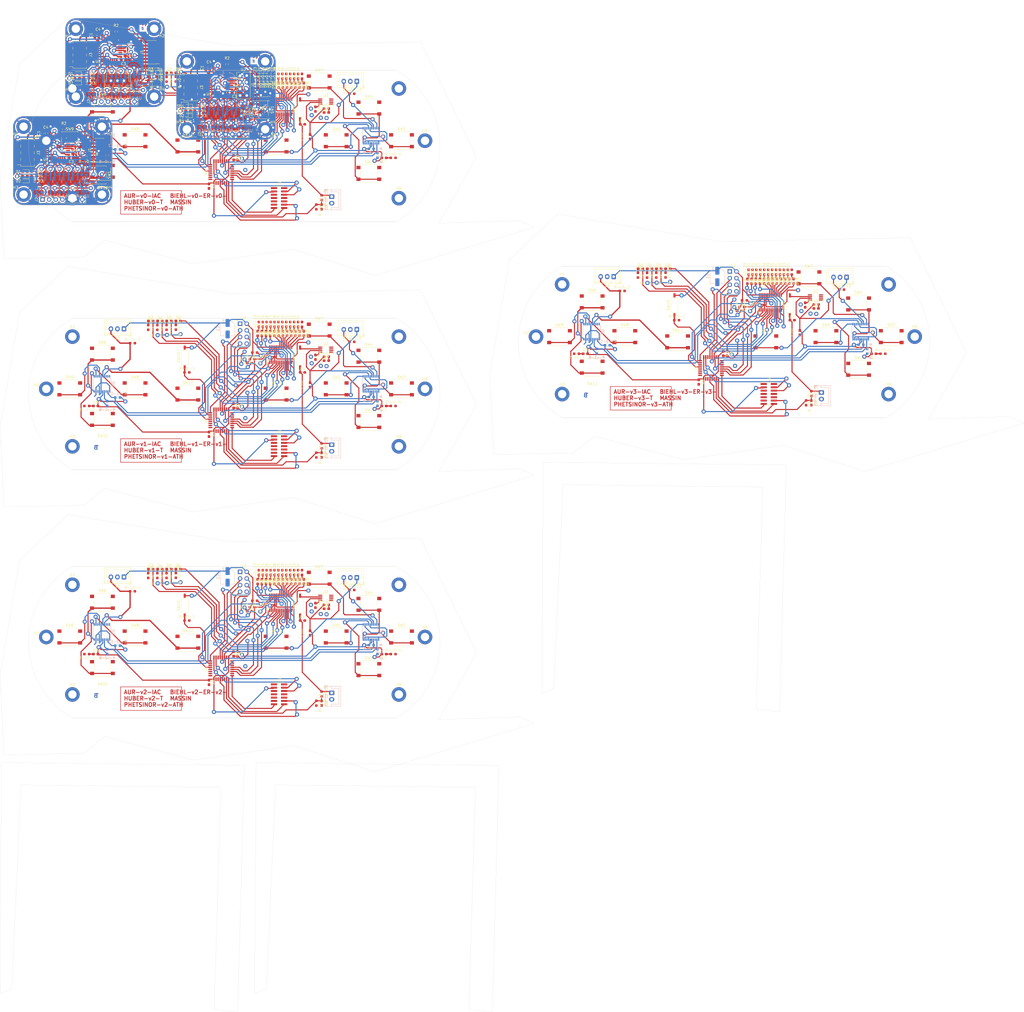
<source format=kicad_pcb>
(kicad_pcb (version 20221018) (generator pcbnew)
  (layers (0 "F.Cu" signal) (31 "B.Cu" signal) (34 "B.Paste" user) (35 "F.Paste" user) (36 "B.SilkS" user "B.Silkscreen") (37 "F.SilkS" user "F.Silkscreen") (38 "B.Mask" user) (39 "F.Mask" user) (44 "Edge.Cuts" user))
  (net 0 "")
  (net 1 "Glob_Alim-v0-")
  (net 2 "GND-v0-")
  (net 3 "POWER-v0-_CHECK-v0-")
  (net 4 "L-v0-i-ion-v0-")
  (net 5 "Net-(C7-Pad1)-v0-")
  (net 6 "Net-(C8-Pad1)-v0-")
  (net 7 "Net-(U3-BP)-v0-")
  (net 8 "Net-(D2-A)-v0-")
  (net 9 "Net-(D3-K)-v0-")
  (net 10 "Net-(D3-A)-v0-")
  (net 11 "Net-(D4-K)-v0-")
  (net 12 "Net-(D4-A)-v0-")
  (net 13 "Net-(D5-K)-v0-")
  (net 14 "Net-(D5-A)-v0-")
  (net 15 "Net-(D6-K)-v0-")
  (net 16 "Net-(D6-A)-v0-")
  (net 17 "Net-(D7-K)-v0-")
  (net 18 "Net-(D7-A)-v0-")
  (net 19 "Net-(D8-K)-v0-")
  (net 20 "Net-(D8-A)-v0-")
  (net 21 "Net-(D9-K)-v0-")
  (net 22 "Net-(D9-A)-v0-")
  (net 23 "Net-(D10-K)-v0-")
  (net 24 "Net-(D10-A)-v0-")
  (net 25 "Net-(D11-K)-v0-")
  (net 26 "Net-(D11-A)-v0-")
  (net 27 "Net-(D12-K)-v0-")
  (net 28 "Net-(D12-A)-v0-")
  (net 29 "Net-(D13-K)-v0-")
  (net 30 "Net-(D13-A)-v0-")
  (net 31 "Net-(D14-K)-v0-")
  (net 32 "Net-(D14-A)-v0-")
  (net 33 "Net-(D15-K)-v0-")
  (net 34 "Net-(D15-A)-v0-")
  (net 35 "Net-(D16-K)-v0-")
  (net 36 "Net-(D16-A)-v0-")
  (net 37 "Net-(D17-K)-v0-")
  (net 38 "Net-(D17-A)-v0-")
  (net 39 "Net-(D18-K)-v0-")
  (net 40 "Net-(D18-A)-v0-")
  (net 43 "SWDIO-v0-")
  (net 44 "SWDCK-v0-")
  (net 48 "R-v0-eset_Buton -v0-")
  (net 49 "USAR-v0-T2_R-v0-X-v0-")
  (net 50 "USAR-v0-T2_TX-v0-")
  (net 51 "R-v0-")
  (net 52 "L-v0-")
  (net 53 "NES{slash}SNES_switcher-v0-")
  (net 54 "DIO{slash}EX_CL-v0-K")
  (net 55 "DIO{slash}EX_SDA-v0-")
  (net 56 "DIODE_OE-v0-")
  (net 57 "Net-(#FL-v0-G05-pwr)")
  (net 58 "A_Button-v0-")
  (net 59 "B_Button-v0-")
  (net 60 "X_Button-v0-")
  (net 61 "Y_Button-v0-")
  (net 62 "UC_Button-v0-")
  (net 63 "Order_Search-v0-")
  (net 64 "L-v0-C_Button")
  (net 65 "R-v0-C_Button")
  (net 66 "DC_Button-v0-")
  (net 67 "ST_Button-v0-")
  (net 68 "SE_Button-v0-")
  (net 73 "Pin_Clock-v0-")
  (net 74 "Digital_Out_Put-v0-")
  (net 75 "MOSI-v0-")
  (net 79 "R-v0-X{slash}TX")
  (net 81 "CSN_nR-v0-F24")
  (net 99 "Glob_Alim-v1-")
  (net 100 "GND-v1-")
  (net 101 "POWER-v1-_CHECK-v1-")
  (net 102 "L-v1-i-ion-v1-")
  (net 103 "Net-(C7-Pad1)-v1-")
  (net 104 "Net-(C8-Pad1)-v1-")
  (net 105 "Net-(U3-BP)-v1-")
  (net 106 "Net-(D2-A)-v1-")
  (net 107 "Net-(D3-K)-v1-")
  (net 108 "Net-(D3-A)-v1-")
  (net 109 "Net-(D4-K)-v1-")
  (net 110 "Net-(D4-A)-v1-")
  (net 111 "Net-(D5-K)-v1-")
  (net 112 "Net-(D5-A)-v1-")
  (net 113 "Net-(D6-K)-v1-")
  (net 114 "Net-(D6-A)-v1-")
  (net 115 "Net-(D7-K)-v1-")
  (net 116 "Net-(D7-A)-v1-")
  (net 117 "Net-(D8-K)-v1-")
  (net 118 "Net-(D8-A)-v1-")
  (net 119 "Net-(D9-K)-v1-")
  (net 120 "Net-(D9-A)-v1-")
  (net 121 "Net-(D10-K)-v1-")
  (net 122 "Net-(D10-A)-v1-")
  (net 123 "Net-(D11-K)-v1-")
  (net 124 "Net-(D11-A)-v1-")
  (net 125 "Net-(D12-K)-v1-")
  (net 126 "Net-(D12-A)-v1-")
  (net 127 "Net-(D13-K)-v1-")
  (net 128 "Net-(D13-A)-v1-")
  (net 129 "Net-(D14-K)-v1-")
  (net 130 "Net-(D14-A)-v1-")
  (net 131 "Net-(D15-K)-v1-")
  (net 132 "Net-(D15-A)-v1-")
  (net 133 "Net-(D16-K)-v1-")
  (net 134 "Net-(D16-A)-v1-")
  (net 135 "Net-(D17-K)-v1-")
  (net 136 "Net-(D17-A)-v1-")
  (net 137 "Net-(D18-K)-v1-")
  (net 138 "Net-(D18-A)-v1-")
  (net 141 "SWDIO-v1-")
  (net 142 "SWDCK-v1-")
  (net 146 "R-v1-eset_Buton -v1-")
  (net 147 "USAR-v1-T2_R-v1-X-v1-")
  (net 148 "USAR-v1-T2_TX-v1-")
  (net 149 "R-v1-")
  (net 150 "L-v1-")
  (net 151 "NES{slash}SNES_switcher-v1-")
  (net 152 "DIO{slash}EX_CL-v1-K")
  (net 153 "DIO{slash}EX_SDA-v1-")
  (net 154 "DIODE_OE-v1-")
  (net 155 "Net-(#FL-v1-G05-pwr)")
  (net 156 "A_Button-v1-")
  (net 157 "B_Button-v1-")
  (net 158 "X_Button-v1-")
  (net 159 "Y_Button-v1-")
  (net 160 "UC_Button-v1-")
  (net 161 "Order_Search-v1-")
  (net 162 "L-v1-C_Button")
  (net 163 "R-v1-C_Button")
  (net 164 "DC_Button-v1-")
  (net 165 "ST_Button-v1-")
  (net 166 "SE_Button-v1-")
  (net 171 "Pin_Clock-v1-")
  (net 172 "Digital_Out_Put-v1-")
  (net 173 "MOSI-v1-")
  (net 177 "R-v1-X{slash}TX")
  (net 179 "CSN_nR-v1-F24")
  (net 197 "Glob_Alim-v2-")
  (net 198 "GND-v2-")
  (net 199 "POWER-v2-_CHECK-v2-")
  (net 200 "L-v2-i-ion-v2-")
  (net 201 "Net-(C7-Pad1)-v2-")
  (net 202 "Net-(C8-Pad1)-v2-")
  (net 203 "Net-(U3-BP)-v2-")
  (net 204 "Net-(D2-A)-v2-")
  (net 205 "Net-(D3-K)-v2-")
  (net 206 "Net-(D3-A)-v2-")
  (net 207 "Net-(D4-K)-v2-")
  (net 208 "Net-(D4-A)-v2-")
  (net 209 "Net-(D5-K)-v2-")
  (net 210 "Net-(D5-A)-v2-")
  (net 211 "Net-(D6-K)-v2-")
  (net 212 "Net-(D6-A)-v2-")
  (net 213 "Net-(D7-K)-v2-")
  (net 214 "Net-(D7-A)-v2-")
  (net 215 "Net-(D8-K)-v2-")
  (net 216 "Net-(D8-A)-v2-")
  (net 217 "Net-(D9-K)-v2-")
  (net 218 "Net-(D9-A)-v2-")
  (net 219 "Net-(D10-K)-v2-")
  (net 220 "Net-(D10-A)-v2-")
  (net 221 "Net-(D11-K)-v2-")
  (net 222 "Net-(D11-A)-v2-")
  (net 223 "Net-(D12-K)-v2-")
  (net 224 "Net-(D12-A)-v2-")
  (net 225 "Net-(D13-K)-v2-")
  (net 226 "Net-(D13-A)-v2-")
  (net 227 "Net-(D14-K)-v2-")
  (net 228 "Net-(D14-A)-v2-")
  (net 229 "Net-(D15-K)-v2-")
  (net 230 "Net-(D15-A)-v2-")
  (net 231 "Net-(D16-K)-v2-")
  (net 232 "Net-(D16-A)-v2-")
  (net 233 "Net-(D17-K)-v2-")
  (net 234 "Net-(D17-A)-v2-")
  (net 235 "Net-(D18-K)-v2-")
  (net 236 "Net-(D18-A)-v2-")
  (net 239 "SWDIO-v2-")
  (net 240 "SWDCK-v2-")
  (net 244 "R-v2-eset_Buton -v2-")
  (net 245 "USAR-v2-T2_R-v2-X-v2-")
  (net 246 "USAR-v2-T2_TX-v2-")
  (net 247 "R-v2-")
  (net 248 "L-v2-")
  (net 249 "NES{slash}SNES_switcher-v2-")
  (net 250 "DIO{slash}EX_CL-v2-K")
  (net 251 "DIO{slash}EX_SDA-v2-")
  (net 252 "DIODE_OE-v2-")
  (net 253 "Net-(#FL-v2-G05-pwr)")
  (net 254 "A_Button-v2-")
  (net 255 "B_Button-v2-")
  (net 256 "X_Button-v2-")
  (net 257 "Y_Button-v2-")
  (net 258 "UC_Button-v2-")
  (net 259 "Order_Search-v2-")
  (net 260 "L-v2-C_Button")
  (net 261 "R-v2-C_Button")
  (net 262 "DC_Button-v2-")
  (net 263 "ST_Button-v2-")
  (net 264 "SE_Button-v2-")
  (net 269 "Pin_Clock-v2-")
  (net 270 "Digital_Out_Put-v2-")
  (net 271 "MOSI-v2-")
  (net 275 "R-v2-X{slash}TX")
  (net 277 "CSN_nR-v2-F24")
  (net 295 "Glob_Alim-v3-")
  (net 296 "GND-v3-")
  (net 297 "POWER-v3-_CHECK-v3-")
  (net 298 "L-v3-i-ion-v3-")
  (net 299 "Net-(C7-Pad1)-v3-")
  (net 300 "Net-(C8-Pad1)-v3-")
  (net 301 "Net-(U3-BP)-v3-")
  (net 302 "Net-(D2-A)-v3-")
  (net 303 "Net-(D3-K)-v3-")
  (net 304 "Net-(D3-A)-v3-")
  (net 305 "Net-(D4-K)-v3-")
  (net 306 "Net-(D4-A)-v3-")
  (net 307 "Net-(D5-K)-v3-")
  (net 308 "Net-(D5-A)-v3-")
  (net 309 "Net-(D6-K)-v3-")
  (net 310 "Net-(D6-A)-v3-")
  (net 311 "Net-(D7-K)-v3-")
  (net 312 "Net-(D7-A)-v3-")
  (net 313 "Net-(D8-K)-v3-")
  (net 314 "Net-(D8-A)-v3-")
  (net 315 "Net-(D9-K)-v3-")
  (net 316 "Net-(D9-A)-v3-")
  (net 317 "Net-(D10-K)-v3-")
  (net 318 "Net-(D10-A)-v3-")
  (net 319 "Net-(D11-K)-v3-")
  (net 320 "Net-(D11-A)-v3-")
  (net 321 "Net-(D12-K)-v3-")
  (net 322 "Net-(D12-A)-v3-")
  (net 323 "Net-(D13-K)-v3-")
  (net 324 "Net-(D13-A)-v3-")
  (net 325 "Net-(D14-K)-v3-")
  (net 326 "Net-(D14-A)-v3-")
  (net 327 "Net-(D15-K)-v3-")
  (net 328 "Net-(D15-A)-v3-")
  (net 329 "Net-(D16-K)-v3-")
  (net 330 "Net-(D16-A)-v3-")
  (net 331 "Net-(D17-K)-v3-")
  (net 332 "Net-(D17-A)-v3-")
  (net 333 "Net-(D18-K)-v3-")
  (net 334 "Net-(D18-A)-v3-")
  (net 337 "SWDIO-v3-")
  (net 338 "SWDCK-v3-")
  (net 342 "R-v3-eset_Buton -v3-")
  (net 343 "USAR-v3-T2_R-v3-X-v3-")
  (net 344 "USAR-v3-T2_TX-v3-")
  (net 345 "R-v3-")
  (net 346 "L-v3-")
  (net 347 "NES{slash}SNES_switcher-v3-")
  (net 348 "DIO{slash}EX_CL-v3-K")
  (net 349 "DIO{slash}EX_SDA-v3-")
  (net 350 "DIODE_OE-v3-")
  (net 351 "Net-(#FL-v3-G05-pwr)")
  (net 352 "A_Button-v3-")
  (net 353 "B_Button-v3-")
  (net 354 "X_Button-v3-")
  (net 355 "Y_Button-v3-")
  (net 356 "UC_Button-v3-")
  (net 357 "Order_Search-v3-")
  (net 358 "L-v3-C_Button")
  (net 359 "R-v3-C_Button")
  (net 360 "DC_Button-v3-")
  (net 361 "ST_Button-v3-")
  (net 362 "SE_Button-v3-")
  (net 367 "Pin_Clock-v3-")
  (net 368 "Digital_Out_Put-v3-")
  (net 369 "MOSI-v3-")
  (net 373 "R-v3-X{slash}TX")
  (net 375 "CSN_nR-v3-F24")
  (net 393 "+5V-v7-")
  (net 394 "GND-v7-")
  (net 395 "+3.3V-v7-")
  (net 396 "Net-(D1-K)-v7-")
  (net 398 "Net-(D3-K)-v7-")
  (net 399 "Status_LED-v7-")
  (net 400 "Data_Clock_SNES-v7-")
  (net 401 "Data_Latch_SNES-v7-")
  (net 402 "Net-(D2-K)-v7-")
  (net 403 "Serial_Data1_SNES-v7-")
  (net 404 "Serial_Data2_SNES-v7-")
  (net 405 "SPI_Chip_Select-v7-")
  (net 406 "Chip_Enable-v7-")
  (net 407 "SPI_Digital_Input-v7-")
  (net 408 "SPI_Clock-v7-")
  (net 409 "SPI_Digital_Output-v7-")
  (net 410 "IOBit_SNES-v7-")
  (net 411 "Data_Clock_STM32-v7-")
  (net 412 "Data_Latch_STM32-v7-")
  (net 413 "Appairing_Btn-v7-")
  (net 414 "Net-(U2-BP)-v7-")
  (net 415 "SWDIO-v7-")
  (net 416 "SWDCK-v7-")
  (net 419 "NRST-v7-")
  (net 420 "USART2_RX-v7-")
  (net 421 "USART2_TX-v7-")
  (net 422 "Serial_Data1_STM32-v7-")
  (net 423 "IOBit_STM32-v7-")
  (net 424 "Serial_Data2_STM32-v7-")
  (net 438 "+5V-v8-")
  (net 439 "GND-v8-")
  (net 440 "+3.3V-v8-")
  (net 441 "Net-(D1-K)-v8-")
  (net 443 "Net-(D3-K)-v8-")
  (net 444 "Status_LED-v8-")
  (net 445 "Data_Clock_SNES-v8-")
  (net 446 "Data_Latch_SNES-v8-")
  (net 447 "Net-(D2-K)-v8-")
  (net 448 "Serial_Data1_SNES-v8-")
  (net 449 "Serial_Data2_SNES-v8-")
  (net 450 "SPI_Chip_Select-v8-")
  (net 451 "Chip_Enable-v8-")
  (net 452 "SPI_Digital_Input-v8-")
  (net 453 "SPI_Clock-v8-")
  (net 454 "SPI_Digital_Output-v8-")
  (net 455 "IOBit_SNES-v8-")
  (net 456 "Data_Clock_STM32-v8-")
  (net 457 "Data_Latch_STM32-v8-")
  (net 458 "Appairing_Btn-v8-")
  (net 459 "Net-(U2-BP)-v8-")
  (net 460 "SWDIO-v8-")
  (net 461 "SWDCK-v8-")
  (net 464 "NRST-v8-")
  (net 465 "USART2_RX-v8-")
  (net 466 "USART2_TX-v8-")
  (net 467 "Serial_Data1_STM32-v8-")
  (net 468 "IOBit_STM32-v8-")
  (net 469 "Serial_Data2_STM32-v8-")
  (net 483 "+5V-v9-")
  (net 484 "GND-v9-")
  (net 485 "+3.3V-v9-")
  (net 486 "Net-(D1-K)-v9-")
  (net 488 "Net-(D3-K)-v9-")
  (net 489 "Status_LED-v9-")
  (net 490 "Data_Clock_SNES-v9-")
  (net 491 "Data_Latch_SNES-v9-")
  (net 492 "Net-(D2-K)-v9-")
  (net 493 "Serial_Data1_SNES-v9-")
  (net 494 "Serial_Data2_SNES-v9-")
  (net 495 "SPI_Chip_Select-v9-")
  (net 496 "Chip_Enable-v9-")
  (net 497 "SPI_Digital_Input-v9-")
  (net 498 "SPI_Clock-v9-")
  (net 499 "SPI_Digital_Output-v9-")
  (net 500 "IOBit_SNES-v9-")
  (net 501 "Data_Clock_STM32-v9-")
  (net 502 "Data_Latch_STM32-v9-")
  (net 503 "Appairing_Btn-v9-")
  (net 504 "Net-(U2-BP)-v9-")
  (net 505 "SWDIO-v9-")
  (net 506 "SWDCK-v9-")
  (net 509 "NRST-v9-")
  (net 510 "USART2_RX-v9-")
  (net 511 "USART2_TX-v9-")
  (net 512 "Serial_Data1_STM32-v9-")
  (net 513 "IOBit_STM32-v9-")
  (net 514 "Serial_Data2_STM32-v9-")
  (footprint "Capacitor_SMD:C_0603_1608Metric_Pad1.08x0.95mm_HandSolder" (layer "F.Cu") (at 91.51 27.3025 90)
    (fp_text reference "C2")
    (fp_text value "100n")
  )
  (footprint "Capacitor_SMD:C_0603_1608Metric_Pad1.08x0.95mm_HandSolder" (layer "F.Cu") (at 307.433491 121.615225 -90)
    (fp_text reference "C10")
    (fp_text value "100nF")
  )
  (footprint "MountingHole:MountingHole_3.2mm_M3_DIN965_Pad" (layer "F.Cu") (at 153.938491 123.132725)
    (fp_text reference "H4")
    (fp_text value "MountingHole_Pad")
  )
  (footprint "R-v1-esistor_SMD:R-v1-_0603_1608Metric_Pad0.98x0.95mm_HandSolder" (layer "F.Cu") (at 112.338491 118.445225 90)
    (fp_text reference "R-v1-31")
    (fp_text value "1K")
  )
  (footprint "MountingHole:MountingHole_3.2mm_M3_DIN965_Pad" (layer "F.Cu") (at 153.938491 260.132725)
    (fp_text reference "H6")
    (fp_text value "MountingHole_Pad")
  )
  (footprint "Resistor_SMD:R_0603_1608Metric_Pad0.98x0.95mm_HandSolder" (layer "F.Cu") (at 76.76875 38.55)
    (fp_text reference "R3")
    (fp_text value "1k")
  )
  (footprint "Button_Switch_SMD:SW_SPST_B3S-1000" (layer "F.Cu") (at 40.438491 224.832725)
    (fp_text reference "SW6")
    (fp_text value "SW_Push")
  )
  (footprint "MountingHole:MountingHole_3.2mm_M3_DIN965_Pad" (layer "F.Cu") (at 102.75 17.75)
    (fp_text reference "H2")
    (fp_text value "MountingHole_Pad")
  )
  (footprint "L-v2-ED_SMD:L-v2-ED_0603_1608Metric_Pad1.05x0.95mm_HandSolder" (layer "F.Cu") (at 107.898491 216.945225 -90)
    (fp_text reference "D12")
    (fp_text value "O2")
  )
  (footprint "MountingHole:MountingHole_3.2mm_M3_DIN965_Pad" (layer "F.Cu") (at 10.25 68.75)
    (fp_text reference "H3")
    (fp_text value "MountingHole_Pad")
  )
  (footprint "L-v1-ED_SMD:L-v1-ED_0603_1608Metric_Pad1.05x0.95mm_HandSolder" (layer "F.Cu") (at 114.313491 121.932725 -90)
    (fp_text reference "D16")
    (fp_text value "R-v1-2")
  )
  (footprint "R-v1-esistor_SMD:R-v1-_0603_1608Metric_Pad0.98x0.95mm_HandSolder" (layer "F.Cu") (at 109.338491 118.445225 90)
    (fp_text reference "R-v1-29")
    (fp_text value "1K")
  )
  (footprint "Button_Switch_SMD:SW_SPST_B3S-1000" (layer "F.Cu") (at 215.438491 123.132725)
    (fp_text reference "SW9")
    (fp_text value "SW_Push")
  )
  (footprint "R-v0-esistor_SMD:R-v0-_0603_1608Metric_Pad0.98x0.95mm_HandSolder" (layer "F.Cu") (at 151.750515 54.682725)
    (fp_text reference "R-v0-4")
    (fp_text value "1k")
  )
  (footprint "MountingHole:MountingHole_3.2mm_M3_DIN965_Pad" (layer "F.Cu") (at 28.938491 218.132725)
    (fp_text reference "H1")
    (fp_text value "MountingHole_Pad")
  )
  (footprint "L-v3-ED_SMD:L-v3-ED_0603_1608Metric_Pad1.05x0.95mm_HandSolder" (layer "F.Cu") (at 249.938491 97.132725)
    (fp_text reference "D4")
    (fp_text value "G2")
  )
  (footprint "Diode_SMD:D_0603_1608Metric_Pad1.05x0.95mm_HandSolder" (layer "F.Cu") (at 30.76875 26.05 180)
    (fp_text reference "D2")
    (fp_text value "LED_Small")
  )
  (footprint "L-v3-ED_SMD:L-v3-ED_0603_1608Metric_Pad1.05x0.95mm_HandSolder" (layer "F.Cu") (at 293.763491 101.957725 -90)
    (fp_text reference "D11")
    (fp_text value "O1")
  )
  (footprint "Resistor_SMD:R_0603_1608Metric_Pad0.98x0.95mm_HandSolder" (layer "F.Cu") (at 88.17 18.82 90)
    (fp_text reference "R2")
    (fp_text value "10k")
  )
  (footprint "L-v2-ED_SMD:L-v2-ED_0603_1608Metric_Pad1.05x0.95mm_HandSolder" (layer "F.Cu") (at 101.462491 216.957725 -90)
    (fp_text reference "D8")
    (fp_text value "G6")
  )
  (footprint "L-v3-ED_SMD:L-v3-ED_0603_1608Metric_Pad1.05x0.95mm_HandSolder" (layer "F.Cu") (at 288.962491 101.957725 -90)
    (fp_text reference "D8")
    (fp_text value "G6")
  )
  (footprint "Button_Switch_SMD:SW_DIP_SPSTx01_Slide_Copal_CHS-01B_W7.62mm_P1.27mm" (layer "F.Cu") (at 259.438491 111.132725 90)
    (fp_text reference "SW10")
    (fp_text value "SW_DIP_x01")
  )
  (footprint "R-v2-esistor_SMD:R-v2-_0603_1608Metric_Pad0.98x0.95mm_HandSolder" (layer "F.Cu") (at 72.788491 231.832725)
    (fp_text reference "R-v2-1")
    (fp_text value "1K")
  )
  (footprint "R-v0-esistor_SMD:R-v0-_0603_1608Metric_Pad0.98x0.95mm_HandSolder" (layer "F.Cu") (at 112.338491 23.445225 90)
    (fp_text reference "R-v0-31")
    (fp_text value "1K")
  )
  (footprint "L-v2-ED_SMD:L-v2-ED_0603_1608Metric_Pad1.05x0.95mm_HandSolder" (layer "F.Cu") (at 104.663491 216.957725 -90)
    (fp_text reference "D10")
    (fp_text value "G8")
  )
  (footprint "Button_Switch_SMD:SW_SPST_B3S-1000" (layer "F.Cu") (at 154.938491 48.132725)
    (fp_text reference "SW2")
    (fp_text value "SW_Push")
  )
  (footprint "Capacitor_SMD:C_0603_1608Metric_Pad1.08x0.95mm_HandSolder" (layer "F.Cu") (at 335.750515 129.682725 180)
    (fp_text reference "C7")
    (fp_text value "100nF")
  )
  (footprint "R-v3-esistor_SMD:R-v3-_0603_1608Metric_Pad0.98x0.95mm_HandSolder" (layer "F.Cu") (at 245.463491 99.607725 -90)
    (fp_text reference "R-v3-18")
    (fp_text value "1K")
  )
  (footprint "Button_Switch_SMD:SW_SPST_B3S-1000" (layer "F.Cu") (at 129.938491 238.132725)
    (fp_text reference "SW5")
    (fp_text value "SW_Push")
  )
  (footprint "Capacitor_SMD:C_0603_1608Metric_Pad1.08x0.95mm_HandSolder" (layer "F.Cu") (at 309.488491 111.032725 -90)
    (fp_text reference "C9")
    (fp_text value "470p")
  )
  (footprint "Capacitor_SMD:C_0603_1608Metric_Pad1.08x0.95mm_HandSolder" (layer "F.Cu") (at 148.250515 54.682725 180)
    (fp_text reference "C7")
    (fp_text value "100nF")
  )
  (footprint "L-v3-ED_SMD:L-v3-ED_0603_1608Metric_Pad1.05x0.95mm_HandSolder" (layer "F.Cu") (at 303.413491 101.932725 -90)
    (fp_text reference "D17")
    (fp_text value "R-v3-3")
  )
  (footprint "Button_Switch_SMD:SW_SPST_B3S-1000" (layer "F.Cu") (at 142.438491 60.632725)
    (fp_text reference "SW3")
    (fp_text value "SW_Push")
  )
  (footprint "Connector_JST:JST_XH_B3B-XH-A_1x03_P2.50mm_Vertical" (layer "F.Cu") (at 236.188491 100.157725 180)
    (fp_text reference "J3")
    (fp_text value "Conn_01x03")
  )
  (footprint "Diode_SMD:D_0603_1608Metric_Pad1.05x0.95mm_HandSolder" (layer "F.Cu") (at 73.26875 36.75 180)
    (fp_text reference "D3")
    (fp_text value "LED")
  )
  (footprint "Button_Switch_SMD:SW_SPST_B3S-1000" (layer "F.Cu") (at 260.648491 125.132725)
    (fp_text reference "SW12")
    (fp_text value "SW_Push")
  )
  (footprint "R-v2-esistor_SMD:R-v2-_0603_1608Metric_Pad0.98x0.95mm_HandSolder" (layer "F.Cu") (at 112.338491 213.445225 90)
    (fp_text reference "R-v2-31")
    (fp_text value "1K")
  )
  (footprint "Button_Switch_SMD:SW_SPST_B3S-1000" (layer "F.Cu") (at 40.438491 249.832725)
    (fp_text reference "SW11")
    (fp_text value "SW_Push")
  )
  (footprint "R-v3-esistor_SMD:R-v3-_0603_1608Metric_Pad0.98x0.95mm_HandSolder" (layer "F.Cu") (at 301.338491 98.445225 90)
    (fp_text reference "R-v3-32")
    (fp_text value "1K")
  )
  (footprint "R-v0-esistor_SMD:R-v0-_0603_1608Metric_Pad0.98x0.95mm_HandSolder" (layer "F.Cu") (at 34.446467 54.682725 180)
    (fp_text reference "R-v0-7")
    (fp_text value "1k")
  )
  (footprint "Package_SO:MSOP-8_3x3mm_P0.65mm" (layer "F.Cu") (at 125.938491 223.132725)
    (fp_text reference "U3")
    (fp_text value "MIC5219-3.3YMM")
  )
  (footprint "Connector_PinHeader_1.27mm:PinHeader_2x07_P1.27mm_Vertical_SMD" (layer "F.Cu") (at 295.563491 145.072725)
    (fp_text reference "J2")
    (fp_text value "Conn_02x07_Odd_Even")
  )
  (footprint "R-v3-esistor_SMD:R-v3-_0603_1608Metric_Pad0.98x0.95mm_HandSolder" (layer "F.Cu") (at 239.438491 105.632725)
    (fp_text reference "R-v3-2")
    (fp_text value "1K")
  )
  (footprint "MountingHole:MountingHole_3.2mm_M3_DIN965_Pad" (layer "F.Cu") (at 341.438491 145.132725)
    (fp_text reference "H6")
    (fp_text value "MountingHole_Pad")
  )
  (footprint "R-v2-esistor_SMD:R-v2-_0603_1608Metric_Pad0.98x0.95mm_HandSolder" (layer "F.Cu") (at 103.308491 213.445225 90)
    (fp_text reference "R-v2-25")
    (fp_text value "1K")
  )
  (footprint "L-v2-ED_SMD:L-v2-ED_0603_1608Metric_Pad1.05x0.95mm_HandSolder" (layer "F.Cu") (at 109.513491 216.932725 -90)
    (fp_text reference "D13")
    (fp_text value "O3")
  )
  (footprint "Capacitor_SMD:C_0603_1608Metric_Pad1.08x0.95mm_HandSolder" (layer "F.Cu") (at 29.01 52.3025 90)
    (fp_text reference "C2")
    (fp_text value "100n")
  )
  (footprint "Button_Switch_SMD:SW_SPST_B3S-1000" (layer "F.Cu") (at 310.938491 100.632725)
    (fp_text reference "SW7")
    (fp_text value "SW_SPST")
  )
  (footprint "Connector_PinHeader_2.54mm:PinHeader_2x04_P2.54mm_Vertical" (layer "F.Cu") (at 93.138491 23.192725)
    (fp_text reference "U2")
    (fp_text value "nR-v0-F24_Full")
  )
  (footprint "MountingHole:MountingHole_3.2mm_M3_DIN965_Pad" (layer "F.Cu") (at 163.938491 143.132725)
    (fp_text reference "H5")
    (fp_text value "MountingHole_Pad")
  )
  (footprint "Button_Switch_SMD:SW_SPST_B3S-1000" (layer "F.Cu") (at 142.438491 225.632725)
    (fp_text reference "SW4")
    (fp_text value "SW_Push")
  )
  (footprint "L-v3-ED_SMD:L-v3-ED_0603_1608Metric_Pad1.05x0.95mm_HandSolder" (layer "F.Cu") (at 305.038491 101.932725 -90)
    (fp_text reference "D18")
    (fp_text value "R-v3-4")
  )
  (footprint "MountingHole:MountingHole_3.2mm_M3_DIN965_Pad" (layer "F.Cu") (at 60.25 5.25)
    (fp_text reference "H2")
    (fp_text value "MountingHole_Pad")
  )
  (footprint "L-v1-ED_SMD:L-v1-ED_0603_1608Metric_Pad1.05x0.95mm_HandSolder" (layer "F.Cu") (at 99.863491 121.957725 -90)
    (fp_text reference "D7")
    (fp_text value "G5")
  )
  (footprint "Capacitor_SMD:C_0603_1608Metric_Pad1.08x0.95mm_HandSolder" (layer "F.Cu") (at 311.838491 148.470225 -90)
    (fp_text reference "C2")
    (fp_text value "1nF")
  )
  (footprint "MountingHole:MountingHole_3.2mm_M3_DIN965_Pad" (layer "F.Cu") (at 28.938491 123.132725)
    (fp_text reference "H1")
    (fp_text value "MountingHole_Pad")
  )
  (footprint "Capacitor_SMD:C_0603_1608Metric_Pad1.08x0.95mm_HandSolder" (layer "F.Cu") (at 81.240491 160.526725 -90)
    (fp_text reference "C5")
    (fp_text value "100n")
  )
  (footprint "L-v1-ED_SMD:L-v1-ED_0603_1608Metric_Pad1.05x0.95mm_HandSolder" (layer "F.Cu") (at 111.113491 121.932725 -90)
    (fp_text reference "D14")
    (fp_text value "O4")
  )
  (footprint "Capacitor_SMD:C_0603_1608Metric_Pad1.08x0.95mm_HandSolder" (layer "F.Cu") (at 225.346467 129.682725)
    (fp_text reference "C8")
    (fp_text value "100nF")
  )
  (footprint "Resistor_SMD:R_0603_1608Metric_Pad0.98x0.95mm_HandSolder" (layer "F.Cu") (at 25.67 43.82 90)
    (fp_text reference "R2")
    (fp_text value "10k")
  )
  (footprint "Capacitor_SMD:C_0603_1608Metric_Pad1.08x0.95mm_HandSolder" (layer "F.Cu") (at 39.05 7.75 90)
    (fp_text reference "C4")
    (fp_text value "100n")
  )
  (footprint "Button_Switch_SMD:SW_SPST_B3S-1000" (layer "F.Cu") (at 329.938491 110.632725)
    (fp_text reference "SW4")
    (fp_text value "SW_Push")
  )
  (footprint "Capacitor_SMD:C_0603_1608Metric_Pad1.08x0.95mm_HandSolder" (layer "F.Cu") (at 91.0025 29.69)
    (fp_text reference "C3")
    (fp_text value "100n")
  )
  (footprint "R-v3-esistor_SMD:R-v3-_0603_1608Metric_Pad0.98x0.95mm_HandSolder" (layer "F.Cu") (at 221.946467 129.682725 180)
    (fp_text reference "R-v3-7")
    (fp_text value "1k")
  )
  (footprint "R-v2-esistor_SMD:R-v2-_0603_1608Metric_Pad0.98x0.95mm_HandSolder" (layer "F.Cu") (at 106.338491 213.445225 90)
    (fp_text reference "R-v2-27")
    (fp_text value "1K")
  )
  (footprint "R-v1-esistor_SMD:R-v1-_0603_1608Metric_Pad0.98x0.95mm_HandSolder" (layer "F.Cu") (at 101.838491 118.445225 90)
    (fp_text reference "R-v1-24")
    (fp_text value "1K")
  )
  (footprint "Capacitor_SMD:C_0603_1608Metric_Pad1.08x0.95mm_HandSolder" (layer "F.Cu") (at 119.933491 141.615225 -90)
    (fp_text reference "C10")
    (fp_text value "100nF")
  )
  (footprint "R-v2-esistor_SMD:R-v2-_0603_1608Metric_Pad0.98x0.95mm_HandSolder" (layer "F.Cu") (at 51.938491 220.632725)
    (fp_text reference "R-v2-2")
    (fp_text value "1K")
  )
  (footprint "Package_QFP:L-v2-QFP-32_7x7mm_P0.8mm" (layer "F.Cu") (at 85.938491 250.132725 90)
    (fp_text reference "U1")
    (fp_text value "STM32L-v2-412KBTx")
  )
  (footprint "R-v3-esistor_SMD:R-v3-_0603_1608Metric_Pad0.98x0.95mm_HandSolder" (layer "F.Cu") (at 256.038491 99.557725 -90)
    (fp_text reference "R-v3-22")
    (fp_text value "1K")
  )
  (footprint "L-v3-ED_SMD:L-v3-ED_0603_1608Metric_Pad1.05x0.95mm_HandSolder" (layer "F.Cu") (at 301.813491 101.932725 -90)
    (fp_text reference "D16")
    (fp_text value "R-v3-2")
  )
  (footprint "R-v1-esistor_SMD:R-v1-_0603_1608Metric_Pad0.98x0.95mm_HandSolder" (layer "F.Cu") (at 113.838491 118.445225 90)
    (fp_text reference "R-v1-32")
    (fp_text value "1K")
  )
  (footprint "R-v1-esistor_SMD:R-v1-_0603_1608Metric_Pad0.98x0.95mm_HandSolder" (layer "F.Cu") (at 107.838491 118.445225 90)
    (fp_text reference "R-v1-28")
    (fp_text value "1K")
  )
  (footprint "Capacitor_SMD:C_0603_1608Metric_Pad1.08x0.95mm_HandSolder" (layer "F.Cu") (at 92.162491 149.604725 -90)
    (fp_text reference "C6")
    (fp_text value "10u")
  )
  (footprint "L-v1-ED_SMD:L-v1-ED_0603_1608Metric_Pad1.05x0.95mm_HandSolder" (layer "F.Cu") (at 115.913491 121.932725 -90)
    (fp_text reference "D17")
    (fp_text value "R-v1-3")
  )
  (footprint "Connector_JST:JST_XH_B3B-XH-A_1x03_P2.50mm_Vertical" (layer "F.Cu") (at 137.842491 120.394725 180)
    (fp_text reference "J4")
    (fp_text value "Conn_01x03")
  )
  (footprint "R-v0-esistor_SMD:R-v0-_0603_1608Metric_Pad0.98x0.95mm_HandSolder" (layer "F.Cu") (at 109.338491 23.445225 90)
    (fp_text reference "R-v0-29")
    (fp_text value "1K")
  )
  (footprint "R-v2-esistor_SMD:R-v2-_0603_1608Metric_Pad0.98x0.95mm_HandSolder" (layer "F.Cu") (at 109.338491 213.445225 90)
    (fp_text reference "R-v2-29")
    (fp_text value "1K")
  )
  (footprint "R-v3-esistor_SMD:R-v3-_0603_1608Metric_Pad0.98x0.95mm_HandSolder" (layer "F.Cu") (at 313.698491 110.808725)
    (fp_text reference "R-v3-3")
    (fp_text value "1K")
  )
  (footprint "Capacitor_SMD:C_0603_1608Metric_Pad1.08x0.95mm_HandSolder" (layer "F.Cu") (at 80.05 20.25 90)
    (fp_text reference "C1")
    (fp_text value "10u")
  )
  (footprint "Resistor_SMD:R_0603_1608Metric_Pad0.98x0.95mm_HandSolder" (layer "F.Cu") (at 34.26875 22.45)
    (fp_text reference "R1")
    (fp_text value "1k")
  )
  (footprint "R-v2-esistor_SMD:R-v2-_0603_1608Metric_Pad0.98x0.95mm_HandSolder" (layer "F.Cu") (at 97.748491 226.732725 180)
    (fp_text reference "R-v2-11")
    (fp_text value "10K")
  )
  (footprint "R-v0-esistor_SMD:R-v0-_0603_1608Metric_Pad0.98x0.95mm_HandSolder" (layer "F.Cu") (at 104.838491 23.445225 90)
    (fp_text reference "R-v0-26")
    (fp_text value "1K")
  )
  (footprint "MountingHole:MountingHole_3.2mm_M3_DIN965_Pad" (layer "F.Cu") (at 102.75 43.75)
    (fp_text reference "H4")
    (fp_text value "MountingHole_Pad")
  )
  (footprint "Button_Switch_SMD:SW_SPST_B3S-1000" (layer "F.Cu") (at 58.75 23.75 180)
    (fp_text reference "SW1")
    (fp_text value "SW_SPST")
  )
  (footprint "Button_Switch_SMD:SW_DIP_SPSTx01_Slide_Copal_CHS-01B_W7.62mm_P1.27mm" (layer "F.Cu") (at 71.938491 36.132725 90)
    (fp_text reference "SW10")
    (fp_text value "SW_DIP_x01")
  )
  (footprint "MountingHole:MountingHole_3.2mm_M3_DIN965_Pad" (layer "F.Cu") (at 60.25 31.25)
    (fp_text reference "H4")
    (fp_text value "MountingHole_Pad")
  )
  (footprint "Capacitor_SMD:C_0603_1608Metric_Pad1.08x0.95mm_HandSolder" (layer "F.Cu") (at 19.05 45.25 90)
    (fp_text reference "C4")
    (fp_text value "100n")
  )
  (footprint "R-v1-esistor_SMD:R-v1-_0603_1608Metric_Pad0.98x0.95mm_HandSolder" (layer "F.Cu") (at 34.446467 149.682725 180)
    (fp_text reference "R-v1-7")
    (fp_text value "1k")
  )
  (footprint "Button_Switch_SMD:SW_DIP_SPSTx01_Slide_Copal_CHS-01B_W7.62mm_P1.27mm" (layer "F.Cu") (at 116.108491 226.132725 90)
    (fp_text reference "SW1")
    (fp_text value "SW_DIP_x01")
  )
  (footprint "Connector_JST:JST_XH_B3B-XH-A_1x03_P2.50mm_Vertical" (layer "F.Cu") (at 48.688491 215.157725 180)
    (fp_text reference "J3")
    (fp_text value "Conn_01x03")
  )
  (footprint "R-v1-esistor_SMD:R-v1-_0603_1608Metric_Pad0.98x0.95mm_HandSolder" (layer "F.Cu") (at 64.988491 119.607725 -90)
    (fp_text reference "R-v1-21")
    (fp_text value "1K")
  )
  (footprint "R-v3-esistor_SMD:R-v3-_0603_1608Metric_Pad0.98x0.95mm_HandSolder" (layer "F.Cu") (at 290.808491 98.445225 90)
    (fp_text reference "R-v3-25")
    (fp_text value "1K")
  )
  (footprint "Package_QFP:L-v1-QFP-32_7x7mm_P0.8mm" (layer "F.Cu") (at 85.938491 155.132725 90)
    (fp_text reference "U1")
    (fp_text value "STM32L-v1-412KBTx")
  )
  (footprint "MountingHole:MountingHole_3.2mm_M3_DIN965_Pad" (layer "F.Cu") (at 40.25 42.75)
    (fp_text reference "H2")
    (fp_text value "MountingHole_Pad")
  )
  (footprint "L-v0-ED_SMD:L-v0-ED_0603_1608Metric_Pad1.05x0.95mm_HandSolder" (layer "F.Cu") (at 112.713491 26.932725 -90)
    (fp_text reference "D15")
    (fp_text value "R-v0-1")
  )
  (footprint "L-v1-ED_SMD:L-v1-ED_0603_1608Metric_Pad1.05x0.95mm_HandSolder" (layer "F.Cu") (at 109.513491 121.932725 -90)
    (fp_text reference "D13")
    (fp_text value "O3")
  )
  (footprint "Capacitor_SMD:C_0603_1608Metric_Pad1.08x0.95mm_HandSolder" (layer "F.Cu") (at 37.846467 54.682725)
    (fp_text reference "C8")
    (fp_text value "100nF")
  )
  (footprint "L-v2-ED_SMD:L-v2-ED_0603_1608Metric_Pad1.05x0.95mm_HandSolder" (layer "F.Cu") (at 112.713491 216.932725 -90)
    (fp_text reference "D15")
    (fp_text value "R-v2-1")
  )
  (footprint "L-v1-ED_SMD:L-v1-ED_0603_1608Metric_Pad1.05x0.95mm_HandSolder" (layer "F.Cu") (at 62.438491 117.132725)
    (fp_text reference "D4")
    (fp_text value "G2")
  )
  (footprint "MountingHole:MountingHole_3.2mm_M3_DIN965_Pad" (layer "F.Cu") (at 216.438491 145.132725)
    (fp_text reference "H3")
    (fp_text value "MountingHole_Pad")
  )
  (footprint "Package_SO:MSOP-8_3x3mm_P0.65mm" (layer "F.Cu") (at 125.938491 128.132725)
    (fp_text reference "U3")
    (fp_text value "MIC5219-3.3YMM")
  )
  (footprint "Button_Switch_SMD:SW_SPST_B3S-1000" (layer "F.Cu") (at 154.938491 238.132725)
    (fp_text reference "SW2")
    (fp_text value "SW_Push")
  )
  (footprint "R-v0-esistor_SMD:R-v0-_0603_1608Metric_Pad0.98x0.95mm_HandSolder" (layer "F.Cu") (at 110.838491 23.445225 90)
    (fp_text reference "R-v0-30")
    (fp_text value "1K")
  )
  (footprint "L-v0-ED_SMD:L-v0-ED_0603_1608Metric_Pad1.05x0.95mm_HandSolder" (layer "F.Cu") (at 62.438491 22.132725)
    (fp_text reference "D4")
    (fp_text value "G2")
  )
  (footprint "Button_Switch_SMD:SW_SPST_B3S-1000" (layer "F.Cu") (at 317.438491 123.132725)
    (fp_text reference "SW5")
    (fp_text value "SW_Push")
  )
  (footprint "Capacitor_SMD:C_0603_1608Metric_Pad1.08x0.95mm_HandSolder" (layer "F.Cu") (at 268.740491 140.526725 -90)
    (fp_text reference "C5")
    (fp_text value "100n")
  )
  (footprint "L-v3-ED_SMD:L-v3-ED_0603_1608Metric_Pad1.05x0.95mm_HandSolder" (layer "F.Cu") (at 300.213491 101.932725 -90)
    (fp_text reference "D15")
    (fp_text value "R-v3-1")
  )
  (footprint "Button_Switch_SMD:SW_SPST_B3S-1000" (layer "F.Cu") (at 227.938491 134.832725)
    (fp_text reference "SW11")
    (fp_text value "SW_Push")
  )
  (footprint "Button_Switch_SMD:SW_SPST_B3S-1000" (layer "F.Cu") (at 52.938491 48.132725)
    (fp_text reference "SW8")
    (fp_text value "SW_Push")
  )
  (footprint "R-v3-esistor_SMD:R-v3-_0603_1608Metric_Pad0.98x0.95mm_HandSolder" (layer "F.Cu") (at 311.838491 144.932725 -90)
    (fp_text reference "R-v3-9")
    (fp_text value "1M")
  )
  (footprint "MountingHole:MountingHole_3.2mm_M3_DIN965_Pad" (layer "F.Cu") (at 341.438491 103.132725)
    (fp_text reference "H4")
    (fp_text value "MountingHole_Pad")
  )
  (footprint "L-v2-ED_SMD:L-v2-ED_0603_1608Metric_Pad1.05x0.95mm_HandSolder" (layer "F.Cu") (at 69.438491 212.132725)
    (fp_text reference "D6")
    (fp_text value "G4")
  )
  (footprint "Connector_PinHeader_1.27mm:PinHeader_2x07_P1.27mm_Vertical_SMD" (layer "F.Cu") (at 108.063491 260.072725)
    (fp_text reference "J2")
    (fp_text value "Conn_02x07_Odd_Even")
  )
  (footprint "MountingHole:MountingHole_3.2mm_M3_DIN965_Pad" (layer "F.Cu") (at 216.438491 103.132725)
    (fp_text reference "H1")
    (fp_text value "MountingHole_Pad")
  )
  (footprint "Capacitor_SMD:C_0603_1608Metric_Pad1.08x0.95mm_HandSolder" (layer "F.Cu") (at 119.933491 46.615225 -90)
    (fp_text reference "C10")
    (fp_text value "100nF")
  )
  (footprint "R-v1-esistor_SMD:R-v1-_0603_1608Metric_Pad0.98x0.95mm_HandSolder" (layer "F.Cu") (at 68.538491 119.557725 -90)
    (fp_text reference "R-v1-22")
    (fp_text value "1K")
  )
  (footprint "L-v2-ED_SMD:L-v2-ED_0603_1608Metric_Pad1.05x0.95mm_HandSolder" (layer "F.Cu") (at 111.113491 216.932725 -90)
    (fp_text reference "D14")
    (fp_text value "O4")
  )
  (footprint "Button_Switch_SMD:SW_DIP_SPSTx01_Slide_Copal_CHS-01B_W7.62mm_P1.27mm" (layer "F.Cu") (at 303.608491 111.132725 90)
    (fp_text reference "SW1")
    (fp_text value "SW_DIP_x01")
  )
  (footprint "Connector_JST:JST_XH_B3B-XH-A_1x03_P2.50mm_Vertical" (layer "F.Cu") (at 48.688491 25.157725 180)
    (fp_text reference "J3")
    (fp_text value "Conn_01x03")
  )
  (footprint "R-v1-esistor_SMD:R-v1-_0603_1608Metric_Pad0.98x0.95mm_HandSolder" (layer "F.Cu") (at 151.750515 149.682725)
    (fp_text reference "R-v1-4")
    (fp_text value "1k")
  )
  (footprint "Capacitor_SMD:C_0603_1608Metric_Pad1.08x0.95mm_HandSolder" (layer "F.Cu") (at 119.933491 236.615225 -90)
    (fp_text reference "C10")
    (fp_text value "100nF")
  )
  (footprint "Button_Switch_SMD:SW_DIP_SPSTx01_Slide_Copal_CHS-01B_W7.62mm_P1.27mm" (layer "F.Cu") (at 116.108491 131.132725 90)
    (fp_text reference "SW1")
    (fp_text value "SW_DIP_x01")
  )
  (footprint "R-v1-esistor_SMD:R-v1-_0603_1608Metric_Pad0.98x0.95mm_HandSolder" (layer "F.Cu") (at 100.338491 118.445225 90)
    (fp_text reference "R-v1-23")
    (fp_text value "1K")
  )
  (footprint "Button_Switch_SMD:SW_SPST_B3S-1000" (layer "F.Cu") (at 40.438491 129.832725)
    (fp_text reference "SW6")
    (fp_text value "SW_Push")
  )
  (footprint "MountingHole:MountingHole_3.2mm_M3_DIN965_Pad" (layer "F.Cu") (at 351.438491 123.132725)
    (fp_text reference "H5")
    (fp_text value "MountingHole_Pad")
  )
  (footprint "L-v2-ED_SMD:L-v2-ED_0603_1608Metric_Pad1.05x0.95mm_HandSolder" (layer "F.Cu") (at 115.913491 216.932725 -90)
    (fp_text reference "D17")
    (fp_text value "R-v2-3")
  )
  (footprint "R-v2-esistor_SMD:R-v2-_0603_1608Metric_Pad0.98x0.95mm_HandSolder" (layer "F.Cu") (at 98.748491 224.232725 180)
    (fp_text reference "R-v2-16")
    (fp_text value "10K")
  )
  (footprint "Button_Switch_SMD:SW_SPST_B3S-1000" (layer "F.Cu") (at 123.438491 215.632725)
    (fp_text reference "SW7")
    (fp_text value "SW_SPST")
  )
  (footprint "Package_QFP:L-v0-QFP-32_7x7mm_P0.8mm" (layer "F.Cu") (at 85.938491 60.132725 90)
    (fp_text reference "U1")
    (fp_text value "STM32L-v0-412KBTx")
  )
  (footprint "L-v1-ED_SMD:L-v1-ED_0603_1608Metric_Pad1.05x0.95mm_HandSolder" (layer "F.Cu") (at 112.713491 121.932725 -90)
    (fp_text reference "D15")
    (fp_text value "R-v1-1")
  )
  (footprint "Button_Switch_SMD:SW_SPST_B3S-1000" (layer "F.Cu") (at 106.938491 50.132725)
    (fp_text reference "SW13")
    (fp_text value "SW_Push")
  )
  (footprint "Connector_JST:JST_XH_B3B-XH-A_1x03_P2.50mm_Vertical" (layer "F.Cu") (at 48.688491 120.157725 180)
    (fp_text reference "J3")
    (fp_text value "Conn_01x03")
  )
  (footprint "R-v3-esistor_SMD:R-v3-_0603_1608Metric_Pad0.98x0.95mm_HandSolder" (layer "F.Cu") (at 287.838491 98.445225 90)
    (fp_text reference "R-v3-23")
    (fp_text value "1K")
  )
  (footprint "Diode_SMD:D_0603_1608Metric_Pad1.05x0.95mm_HandSolder" (layer "F.Cu") (at 73.26875 38.55 180)
    (fp_text reference "D2")
    (fp_text value "LED_Small")
  )
  (footprint "MountingHole:MountingHole_3.2mm_M3_DIN965_Pad" (layer "F.Cu") (at 72.75 17.75)
    (fp_text reference "H1")
    (fp_text value "MountingHole_Pad")
  )
  (footprint "Connector_PinHeader_2.54mm:PinHeader_1x07_P2.54mm_Vertical" (layer "F.Cu") (at 37.5 33.15 90)
    (fp_text reference "J2")
    (fp_text value "Conn_01x07_Socket")
  )
  (footprint "Button_Switch_SMD:SW_SPST_B3S-1000" (layer "F.Cu") (at 38.75 61.25 180)
    (fp_text reference "SW1")
    (fp_text value "SW_SPST")
  )
  (footprint "Resistor_SMD:R_0603_1608Metric_Pad0.98x0.95mm_HandSolder" (layer "F.Cu") (at 14.26875 63.55)
    (fp_text reference "R3")
    (fp_text value "1k")
  )
  (footprint "R-v2-esistor_SMD:R-v2-_0603_1608Metric_Pad0.98x0.95mm_HandSolder" (layer "F.Cu") (at 124.338491 259.932725 -90)
    (fp_text reference "R-v2-9")
    (fp_text value "1M")
  )
  (footprint "L-v1-ED_SMD:L-v1-ED_0603_1608Metric_Pad1.05x0.95mm_HandSolder" (layer "F.Cu") (at 107.898491 121.945225 -90)
    (fp_text reference "D12")
    (fp_text value "O2")
  )
  (footprint "L-v3-ED_SMD:L-v3-ED_0603_1608Metric_Pad1.05x0.95mm_HandSolder" (layer "F.Cu") (at 295.398491 101.945225 -90)
    (fp_text reference "D12")
    (fp_text value "O2")
  )
  (footprint "L-v0-ED_SMD:L-v0-ED_0603_1608Metric_Pad1.05x0.95mm_HandSolder" (layer "F.Cu") (at 126.198491 37.332725)
    (fp_text reference "D2")
    (fp_text value "L-v0-ED_Small")
  )
  (footprint "R-v3-esistor_SMD:R-v3-_0603_1608Metric_Pad0.98x0.95mm_HandSolder" (layer "F.Cu") (at 304.338491 98.445225 90)
    (fp_text reference "R-v3-34")
    (fp_text value "1K")
  )
  (footprint "Button_Switch_SMD:SW_SPST_B3S-1000" (layer "F.Cu") (at 52.938491 143.132725)
    (fp_text reference "SW8")
    (fp_text value "SW_Push")
  )
  (footprint "R-v1-esistor_SMD:R-v1-_0603_1608Metric_Pad0.98x0.95mm_HandSolder" (layer "F.Cu") (at 97.748491 131.732725 180)
    (fp_text reference "R-v1-11")
    (fp_text value "10K")
  )
  (footprint "L-v2-ED_SMD:L-v2-ED_0603_1608Metric_Pad1.05x0.95mm_HandSolder" (layer "F.Cu") (at 99.863491 216.957725 -90)
    (fp_text reference "D7")
    (fp_text value "G5")
  )
  (footprint "Button_Switch_SMD:SW_SPST_B3S-1000" (layer "F.Cu") (at 40.438491 34.832725)
    (fp_text reference "SW6")
    (fp_text value "SW_Push")
  )
  (footprint "L-v3-ED_SMD:L-v3-ED_0603_1608Metric_Pad1.05x0.95mm_HandSolder" (layer "F.Cu") (at 256.938491 97.132725)
    (fp_text reference "D6")
    (fp_text value "G4")
  )
  (footprint "MountingHole:MountingHole_3.2mm_M3_DIN965_Pad" (layer "F.Cu") (at 28.938491 260.132725)
    (fp_text reference "H3")
    (fp_text value "MountingHole_Pad")
  )
  (footprint "R-v2-esistor_SMD:R-v2-_0603_1608Metric_Pad0.98x0.95mm_HandSolder" (layer "F.Cu") (at 110.838491 213.445225 90)
    (fp_text reference "R-v2-30")
    (fp_text value "1K")
  )
  (footprint "L-v1-ED_SMD:L-v1-ED_0603_1608Metric_Pad1.05x0.95mm_HandSolder" (layer "F.Cu") (at 58.938491 117.132725)
    (fp_text reference "D3")
    (fp_text value "G1")
  )
  (footprint "Resistor_SMD:R_0603_1608Metric_Pad0.98x0.95mm_HandSolder" (layer "F.Cu") (at 34.26875 26.05)
    (fp_text reference "R3")
    (fp_text value "1k")
  )
  (footprint "R-v0-esistor_SMD:R-v0-_0603_1608Metric_Pad0.98x0.95mm_HandSolder" (layer "F.Cu") (at 72.788491 41.832725)
    (fp_text reference "R-v0-1")
    (fp_text value "1K")
  )
  (footprint "MountingHole:MountingHole_3.2mm_M3_DIN965_Pad" (layer "F.Cu") (at 10.25 42.75)
    (fp_text reference "H1")
    (fp_text value "MountingHole_Pad")
  )
  (footprint "R-v0-esistor_SMD:R-v0-_0603_1608Metric_Pad0.98x0.95mm_HandSolder" (layer "F.Cu") (at 96.748491 38.232725)
    (fp_text reference "R-v0-14")
    (fp_text value "10K")
  )
  (footprint "Connector_PinHeader_1.27mm:PinHeader_2x07_P1.27mm_Vertical_SMD" (layer "F.Cu") (at 108.063491 165.072725)
    (fp_text reference "J2")
    (fp_text value "Conn_02x07_Odd_Even")
  )
  (footprint "R-v2-esistor_SMD:R-v2-_0603_1608Metric_Pad0.98x0.95mm_HandSolder" (layer "F.Cu") (at 116.838491 213.445225 90)
    (fp_text reference "R-v2-34")
    (fp_text value "1K")
  )
  (footprint "Capacitor_SMD:C_0603_1608Metric_Pad1.08x0.95mm_HandSolder" (layer "F.Cu") (at 90.638491 149.604725 -90)
    (fp_text reference "C3")
    (fp_text value "100n")
  )
  (footprint "Diode_SMD:D_0603_1608Metric_Pad1.05x0.95mm_HandSolder" (layer "F.Cu") (at 73.26875 34.95 180)
    (fp_text reference "D1")
    (fp_text value "LED_Small")
  )
  (footprint "L-v3-ED_SMD:L-v3-ED_0603_1608Metric_Pad1.05x0.95mm_HandSolder" (layer "F.Cu") (at 313.698491 112.332725)
    (fp_text reference "D2")
    (fp_text value "L-v3-ED_Small")
  )
  (footprint "MountingHole:MountingHole_3.2mm_M3_DIN965_Pad" (layer "F.Cu") (at 40.25 68.75)
    (fp_text reference "H4")
    (fp_text value "MountingHole_Pad")
  )
  (footprint "Connector_JST:JST_XH_B3B-XH-A_1x03_P2.50mm_Vertical" (layer "F.Cu") (at 137.842491 25.394725 180)
    (fp_text reference "J4")
    (fp_text value "Conn_01x03")
  )
  (footprint "Package_QFP:LQFP-32_7x7mm_P0.8mm" (layer "F.Cu") (at 43.1 13.15 180)
    (fp_text reference "U1")
    (fp_text value "STM32L412KBTx")
  )
  (footprint "Resistor_SMD:R_0603_1608Metric_Pad0.98x0.95mm_HandSolder" (layer "F.Cu") (at 14.26875 61.75)
    (fp_text reference "R4")
    (fp_text value "1k")
  )
  (footprint "MountingHole:MountingHole_3.2mm_M3_DIN965_Pad" (layer "F.Cu") (at 72.75 43.75)
    (fp_text reference "H3")
    (fp_text value "MountingHole_Pad")
  )
  (footprint "R-v0-esistor_SMD:R-v0-_0603_1608Metric_Pad0.98x0.95mm_HandSolder" (layer "F.Cu") (at 98.748491 34.232725 180)
    (fp_text reference "R-v0-16")
    (fp_text value "10K")
  )
  (footprint "R-v0-esistor_SMD:R-v0-_0603_1608Metric_Pad0.98x0.95mm_HandSolder" (layer "F.Cu") (at 107.838491 23.445225 90)
    (fp_text reference "R-v0-28")
    (fp_text value "1K")
  )
  (footprint "R-v3-esistor_SMD:R-v3-_0603_1608Metric_Pad0.98x0.95mm_HandSolder" (layer "F.Cu") (at 248.963491 99.632725 -90)
    (fp_text reference "R-v3-20")
    (fp_text value "1K")
  )
  (footprint "Capacitor_SMD:C_0603_1608Metric_Pad1.08x0.95mm_HandSolder" (layer "F.Cu") (at 49.01 14.8025 90)
    (fp_text reference "C2")
    (fp_text value "100n")
  )
  (footprint "Resistor_SMD:R_0603_1608Metric_Pad0.98x0.95mm_HandSolder" (layer "F.Cu") (at 76.76875 36.75)
    (fp_text reference "R4")
    (fp_text value "1k")
  )
  (footprint "Capacitor_SMD:C_0603_1608Metric_Pad1.08x0.95mm_HandSolder" (layer "F.Cu") (at 304.533491 116.832725)
    (fp_text reference "C4")
    (fp_text value "1u")
  )
  (footprint "Button_Switch_SMD:SW_SPST_B3S-1000" (layer "F.Cu") (at 123.438491 25.632725)
    (fp_text reference "SW7")
    (fp_text value "SW_SPST")
  )
  (footprint "R-v0-esistor_SMD:R-v0-_0603_1608Metric_Pad0.98x0.95mm_HandSolder" (layer "F.Cu") (at 106.338491 23.445225 90)
    (fp_text reference "R-v0-27")
    (fp_text value "1K")
  )
  (footprint "R-v3-esistor_SMD:R-v3-_0603_1608Metric_Pad0.98x0.95mm_HandSolder" (layer "F.Cu") (at 289.338491 98.445225 90)
    (fp_text reference "R-v3-24")
    (fp_text value "1K")
  )
  (footprint "Button_Switch_SMD:SW_SPST_B3S-1000" (layer "F.Cu") (at 52.938491 238.132725)
    (fp_text reference "SW8")
    (fp_text value "SW_Push")
  )
  (footprint "R-v0-esistor_SMD:R-v0-_0603_1608Metric_Pad0.98x0.95mm_HandSolder" (layer "F.Cu") (at 122.338491 73.470225 -90)
    (fp_text reference "R-v0-10")
    (fp_text value "1M")
  )
  (footprint "Package_SO:MSOP-8_3x3mm_P0.65mm" (layer "F.Cu") (at 125.938491 33.132725)
    (fp_text reference "U3")
    (fp_text value "MIC5219-3.3YMM")
  )
  (footprint "R-v1-esistor_SMD:R-v1-_0603_1608Metric_Pad0.98x0.95mm_HandSolder" (layer "F.Cu") (at 124.338491 164.932725 -90)
    (fp_text reference "R-v1-9")
    (fp_text value "1M")
  )
  (footprint "L-v1-ED_SMD:L-v1-ED_0603_1608Metric_Pad1.05x0.95mm_HandSolder" (layer "F.Cu") (at 104.663491 121.957725 -90)
    (fp_text reference "D10")
    (fp_text value "G8")
  )
  (footprint "R-v0-esistor_SMD:R-v0-_0603_1608Metric_Pad0.98x0.95mm_HandSolder" (layer "F.Cu") (at 101.838491 23.445225 90)
    (fp_text reference "R-v0-24")
    (fp_text value "1K")
  )
  (footprint "R-v0-esistor_SMD:R-v0-_0603_1608Metric_Pad0.98x0.95mm_HandSolder" (layer "F.Cu") (at 113.838491 23.445225 90)
    (fp_text reference "R-v0-32")
    (fp_text value "1K")
  )
  (footprint "R-v1-esistor_SMD:R-v1-_0603_1608Metric_Pad0.98x0.95mm_HandSolder" (layer "F.Cu") (at 126.198491 130.808725)
    (fp_text reference "R-v1-3")
    (fp_text value "1K")
  )
  (footprint "R-v1-esistor_SMD:R-v1-_0603_1608Metric_Pad0.98x0.95mm_HandSolder" (layer "F.Cu") (at 122.338491 168.470225 -90)
    (fp_text reference "R-v1-10")
    (fp_text value "1M")
  )
  (footprint "R-v1-esistor_SMD:R-v1-_0603_1608Metric_Pad0.98x0.95mm_HandSolder" (layer "F.Cu") (at 98.748491 129.232725 180)
    (fp_text reference "R-v1-16")
    (fp_text value "10K")
  )
  (footprint "R-v3-esistor_SMD:R-v3-_0603_1608Metric_Pad0.98x0.95mm_HandSolder" (layer "F.Cu") (at 252.488491 99.607725 -90)
    (fp_text reference "R-v3-21")
    (fp_text value "1K")
  )
  (footprint "L-v3-ED_SMD:L-v3-ED_0603_1608Metric_Pad1.05x0.95mm_HandSolder" (layer "F.Cu") (at 297.013491 101.932725 -90)
    (fp_text reference "D13")
    (fp_text value "O3")
  )
  (footprint "R-v2-esistor_SMD:R-v2-_0603_1608Metric_Pad0.98x0.95mm_HandSolder" (layer "F.Cu") (at 113.838491 213.445225 90)
    (fp_text reference "R-v2-32")
    (fp_text value "1K")
  )
  (footprint "R-v3-esistor_SMD:R-v3-_0603_1608Metric_Pad0.98x0.95mm_HandSolder" (layer "F.Cu") (at 260.288491 116.832725)
    (fp_text reference "R-v3-1")
    (fp_text value "1K")
  )
  (footprint "Capacitor_SMD:C_0603_1608Metric_Pad1.08x0.95mm_HandSolder" (layer "F.Cu") (at 81.240491 65.526725 -90)
    (fp_text reference "C5")
    (fp_text value "100n")
  )
  (footprint "R-v0-esistor_SMD:R-v0-_0603_1608Metric_Pad0.98x0.95mm_HandSolder" (layer "F.Cu") (at 100.338491 23.445225 90)
    (fp_text reference "R-v0-23")
    (fp_text value "1K")
  )
  (footprint "R-v3-esistor_SMD:R-v3-_0603_1608Metric_Pad0.98x0.95mm_HandSolder" (layer "F.Cu") (at 298.338491 98.445225 90)
    (fp_text reference "R-v3-30")
    (fp_text value "1K")
  )
  (footprint "R-v3-esistor_SMD:R-v3-_0603_1608Metric_Pad0.98x0.95mm_HandSolder" (layer "F.Cu") (at 323.438491 105.132725)
    (fp_text reference "R-v3-13")
    (fp_text value "1K")
  )
  (footprint "Button_Switch_SMD:SW_SPST_B3S-1000" (layer "F.Cu") (at 27.938491 238.132725)
    (fp_text reference "SW9")
    (fp_text value "SW_Push")
  )
  (footprint "R-v0-esistor_SMD:R-v0-_0603_1608Metric_Pad0.98x0.95mm_HandSolder" (layer "F.Cu") (at 57.963491 24.607725 -90)
    (fp_text reference "R-v0-18")
    (fp_text value "1K")
  )
  (footprint "R-v2-esistor_SMD:R-v2-_0603_1608Metric_Pad0.98x0.95mm_HandSolder" (layer "F.Cu") (at 135.938491 220.132725)
    (fp_text reference "R-v2-13")
    (fp_text value "1K")
  )
  (footprint "Connector_PinHeader_1.27mm:PinHeader_2x07_P1.27mm_Vertical_SMD" (layer "F.Cu") (at 108.063491 70.072725)
    (fp_text reference "J2")
    (fp_text value "Conn_02x07_Odd_Even")
  )
  (footprint "Button_Switch_SMD:SW_SPST_B3S-1000" (layer "F.Cu") (at 40.438491 154.832725)
    (fp_text reference "SW11")
    (fp_text value "SW_Push")
  )
  (footprint "Connector_PinHeader_2.54mm:PinHeader_1x07_P2.54mm_Vertical" (layer "F.Cu") (at 17.5 70.65 90)
    (fp_text reference "J2")
    (fp_text value "Conn_01x07_Socket")
  )
  (footprint "R-v3-esistor_SMD:R-v3-_0603_1608Metric_Pad0.98x0.95mm_HandSolder" (layer "F.Cu") (at 293.838491 98.445225 90)
    (fp_text reference "R-v3-27")
    (fp_text value "1K")
  )
  (footprint "L-v3-ED_SMD:L-v3-ED_0603_1608Metric_Pad1.05x0.95mm_HandSolder" (layer "F.Cu") (at 287.363491 101.957725 -90)
    (fp_text reference "D7")
    (fp_text value "G5")
  )
  (footprint "Package_QFP:L-v3-QFP-32_7x7mm_P0.8mm" (layer "F.Cu") (at 273.438491 135.132725 90)
    (fp_text reference "U1")
    (fp_text value "STM32L-v3-412KBTx")
  )
  (footprint "L-v3-ED_SMD:L-v3-ED_0603_1608Metric_Pad1.05x0.95mm_HandSolder" (layer "F.Cu") (at 246.438491 97.132725)
    (fp_text reference "D3")
    (fp_text value "G1")
  )
  (footprint "Capacitor_SMD:C_0603_1608Metric_Pad1.08x0.95mm_HandSolder" (layer "F.Cu") (at 148.250515 244.682725 180)
    (fp_text reference "C7")
    (fp_text value "100nF")
  )
  (footprint "MountingHole:MountingHole_3.2mm_M3_DIN965_Pad" (layer "F.Cu") (at 28.938491 28.132725)
    (fp_text reference "H1")
    (fp_text value "MountingHole_Pad")
  )
  (footprint "Resistor_SMD:R_0603_1608Metric_Pad0.98x0.95mm_HandSolder" (layer "F.Cu") (at 76.76875 34.95)
    (fp_text reference "R1")
    (fp_text value "1k")
  )
  (footprint "Button_Switch_SMD:SW_DIP_SPSTx01_Slide_Copal_CHS-01B_W7.62mm_P1.27mm" (layer "F.Cu") (at 71.938491 226.132725 90)
    (fp_text reference "SW10")
    (fp_text value "SW_DIP_x01")
  )
  (footprint "Button_Switch_SMD:SW_SPST_B3S-1000" (layer "F.Cu") (at 294.438491 125.132725)
    (fp_text reference "SW13")
    (fp_text value "SW_Push")
  )
  (footprint "Button_Switch_SMD:SW_SPST_B3S-1000" (layer "F.Cu") (at 40.438491 59.832725)
    (fp_text reference "SW11")
    (fp_text value "SW_Push")
  )
  (footprint "Button_Switch_SMD:SW_SPST_B3S-1000" (layer "F.Cu") (at 73.148491 50.132725)
    (fp_text reference "SW12")
    (fp_text value "SW_Push")
  )
  (footprint "R-v1-esistor_SMD:R-v1-_0603_1608Metric_Pad0.98x0.95mm_HandSolder" (layer "F.Cu") (at 104.838491 118.445225 90)
    (fp_text reference "R-v1-26")
    (fp_text value "1K")
  )
  (footprint "Connector_PinHeader_1.27mm:PinHeader_2x07_P1.27mm_Vertical_SMD" (layer "F.Cu") (at 59.25 14.25 180)
    (fp_text reference "J1")
    (fp_text value "Conn_02x07_Odd_Even")
  )
  (footprint "L-v0-ED_SMD:L-v0-ED_0603_1608Metric_Pad1.05x0.95mm_HandSolder" (layer "F.Cu") (at 65.938491 22.132725)
    (fp_text reference "D5")
    (fp_text value "G3")
  )
  (footprint "R-v3-esistor_SMD:R-v3-_0603_1608Metric_Pad0.98x0.95mm_HandSolder" (layer "F.Cu") (at 299.838491 98.445225 90)
    (fp_text reference "R-v3-31")
    (fp_text value "1K")
  )
  (footprint "Capacitor_SMD:C_0603_1608Metric_Pad1.08x0.95mm_HandSolder" (layer "F.Cu") (at 117.033491 231.832725)
    (fp_text reference "C4")
    (fp_text value "1u")
  )
  (footprint "Capacitor_SMD:C_0603_1608Metric_Pad1.08x0.95mm_HandSolder" (layer "F.Cu") (at 90.638491 54.604725 -90)
    (fp_text reference "C3")
    (fp_text value "100n")
  )
  (footprint "Capacitor_SMD:C_0603_1608Metric_Pad1.08x0.95mm_HandSolder" (layer "F.Cu") (at 117.033491 136.832725)
    (fp_text reference "C4")
    (fp_text value "1u")
  )
  (footprint "R-v0-esistor_SMD:R-v0-_0603_1608Metric_Pad0.98x0.95mm_HandSolder" (layer "F.Cu") (at 135.938491 30.132725)
    (fp_text reference "R-v0-13")
    (fp_text value "1K")
  )
  (footprint "Button_Switch_SMD:SW_DIP_SPSTx01_Slide_Copal_CHS-01B_W7.62mm_P1.27mm" (layer "F.Cu") (at 71.938491 131.132725 90)
    (fp_text reference "SW10")
    (fp_text value "SW_DIP_x01")
  )
  (footprint "Button_Switch_SMD:SW_SPST_B3S-1000" (layer "F.Cu") (at 101.25 36.25 180)
    (fp_text reference "SW1")
    (fp_text value "SW_SPST")
  )
  (footprint "R-v2-esistor_SMD:R-v2-_0603_1608Metric_Pad0.98x0.95mm_HandSolder" (layer "F.Cu") (at 68.538491 214.557725 -90)
    (fp_text reference "R-v2-22")
    (fp_text value "1K")
  )
  (footprint "R-v2-esistor_SMD:R-v2-_0603_1608Metric_Pad0.98x0.95mm_HandSolder" (layer "F.Cu") (at 61.463491 214.632725 -90)
    (fp_text reference "R-v2-20")
    (fp_text value "1K")
  )
  (footprint "MountingHole:MountingHole_3.2mm_M3_DIN965_Pad" (layer "F.Cu") (at 18.938491 238.132725)
    (fp_text reference "H2")
    (fp_text value "MountingHole_Pad")
  )
  (footprint "R-v2-esistor_SMD:R-v2-_0603_1608Metric_Pad0.98x0.95mm_HandSolder" (layer "F.Cu") (at 34.446467 244.682725 180)
    (fp_text reference "R-v2-7")
    (fp_text value "1k")
  )
  (footprint "Diode_SMD:D_0603_1608Metric_Pad1.05x0.95mm_HandSolder" (layer "F.Cu") (at 10.76875 61.75 180)
    (fp_text reference "D3")
    (fp_text value "LED")
  )
  (footprint "L-v1-ED_SMD:L-v1-ED_0603_1608Metric_Pad1.05x0.95mm_HandSolder" (layer "F.Cu") (at 106.263491 121.957725 -90)
    (fp_text reference "D11")
    (fp_text value "O1")
  )
  (footprint "L-v0-ED_SMD:L-v0-ED_0603_1608Metric_Pad1.05x0.95mm_HandSolder" (layer "F.Cu") (at 101.462491 26.957725 -90)
    (fp_text reference "D8")
    (fp_text value "G6")
  )
  (footprint "Diode_SMD:D_0603_1608Metric_Pad1.05x0.95mm_HandSolder" (layer "F.Cu") (at 10.76875 59.95 180)
    (fp_text reference "D1")
    (fp_text value "LED_Small")
  )
  (footprint "Package_SO:MSOP-8_3x3mm_P0.65mm" (layer "F.Cu") (at 313.438491 108.132725)
    (fp_text reference "U3")
    (fp_text value "MIC5219-3.3YMM")
  )
  (footprint "MountingHole:MountingHole_3.2mm_M3_DIN965_Pad" (layer "F.Cu") (at 28.938491 70.132725)
    (fp_text reference "H3")
    (fp_text value "MountingHole_Pad")
  )
  (footprint "L-v1-ED_SMD:L-v1-ED_0603_1608Metric_Pad1.05x0.95mm_HandSolder" (layer "F.Cu") (at 101.462491 121.957725 -90)
    (fp_text reference "D8")
    (fp_text value "G6")
  )
  (footprint "R-v3-esistor_SMD:R-v3-_0603_1608Metric_Pad0.98x0.95mm_HandSolder" (layer "F.Cu") (at 285.248491 111.732725 180)
    (fp_text reference "R-v3-11")
    (fp_text value "10K")
  )
  (footprint "MountingHole:MountingHole_3.2mm_M3_DIN965_Pad" (layer "F.Cu") (at 206.438491 123.132725)
    (fp_text reference "H2")
    (fp_text value "MountingHole_Pad")
  )
  (footprint "Diode_SMD:D_0603_1608Metric_Pad1.05x0.95mm_HandSolder" (layer "F.Cu") (at 30.76875 24.25 180)
    (fp_text reference "D3")
    (fp_text value "LED")
  )
  (footprint "L-v2-ED_SMD:L-v2-ED_0603_1608Metric_Pad1.05x0.95mm_HandSolder" (layer "F.Cu") (at 114.313491 216.932725 -90)
    (fp_text reference "D16")
    (fp_text value "R-v2-2")
  )
  (footprint "R-v1-esistor_SMD:R-v1-_0603_1608Metric_Pad0.98x0.95mm_HandSolder" (layer "F.Cu") (at 61.463491 119.632725 -90)
    (fp_text reference "R-v1-20")
    (fp_text value "1K")
  )
  (footprint "Package_SO:TSSOP-28_4.4x9.7mm_P0.65mm" (layer "F.Cu") (at 108.672491 35.046725 90)
    (fp_text reference "U4")
    (fp_text value "PCA9685PW")
  )
  (footprint "R-v3-esistor_SMD:R-v3-_0603_1608Metric_Pad0.98x0.95mm_HandSolder" (layer "F.Cu") (at 339.250515 129.682725)
    (fp_text reference "R-v3-4")
    (fp_text value "1k")
  )
  (footprint "Capacitor_SMD:C_0603_1608Metric_Pad1.08x0.95mm_HandSolder" (layer "F.Cu") (at 124.338491 73.470225 -90)
    (fp_text reference "C2")
    (fp_text value "1nF")
  )
  (footprint "R-v0-esistor_SMD:R-v0-_0603_1608Metric_Pad0.98x0.95mm_HandSolder" (layer "F.Cu") (at 68.538491 24.557725 -90)
    (fp_text reference "R-v0-22")
    (fp_text value "1K")
  )
  (footprint "Capacitor_SMD:C_0603_1608Metric_Pad1.08x0.95mm_HandSolder" (layer "F.Cu") (at 121.988491 226.032725 -90)
    (fp_text reference "C9")
    (fp_text value "470p")
  )
  (footprint "Connector_JST:JST_XH_B3B-XH-A_1x03_P2.50mm_Vertical" (layer "F.Cu") (at 137.842491 215.394725 180)
    (fp_text reference "J4")
    (fp_text value "Conn_01x03")
  )
  (footprint "L-v0-ED_SMD:L-v0-ED_0603_1608Metric_Pad1.05x0.95mm_HandSolder" (layer "F.Cu") (at 114.313491 26.932725 -90)
    (fp_text reference "D16")
    (fp_text value "R-v0-2")
  )
  (footprint "R-v3-esistor_SMD:R-v3-_0603_1608Metric_Pad0.98x0.95mm_HandSolder" (layer "F.Cu") (at 284.248491 113.232725)
    (fp_text reference "R-v3-14")
    (fp_text value "10K")
  )
  (footprint "R-v0-esistor_SMD:R-v0-_0603_1608Metric_Pad0.98x0.95mm_HandSolder" (layer "F.Cu") (at 51.938491 30.632725)
    (fp_text reference "R-v0-2")
    (fp_text value "1K")
  )
  (footprint "L-v1-ED_SMD:L-v1-ED_0603_1608Metric_Pad1.05x0.95mm_HandSolder" (layer "F.Cu") (at 126.198491 132.332725)
    (fp_text reference "D2")
    (fp_text value "L-v1-ED_Small")
  )
  (footprint "L-v0-ED_SMD:L-v0-ED_0603_1608Metric_Pad1.05x0.95mm_HandSolder" (layer "F.Cu") (at 104.663491 26.957725 -90)
    (fp_text reference "D10")
    (fp_text value "G8")
  )
  (footprint "Button_Switch_SMD:SW_SPST_B3S-1000" (layer "F.Cu") (at 27.938491 48.132725)
    (fp_text reference "SW9")
    (fp_text value "SW_Push")
  )
  (footprint "Capacitor_SMD:C_0603_1608Metric_Pad1.08x0.95mm_HandSolder" (layer "F.Cu") (at 121.988491 131.032725 -90)
    (fp_text reference "C9")
    (fp_text value "470p")
  )
  (footprint "L-v0-ED_SMD:L-v0-ED_0603_1608Metric_Pad1.05x0.95mm_HandSolder" (layer "F.Cu") (at 69.438491 22.132725)
    (fp_text reference "D6")
    (fp_text value "G4")
  )
  (footprint "R-v1-esistor_SMD:R-v1-_0603_1608Metric_Pad0.98x0.95mm_HandSolder" (layer "F.Cu") (at 51.938491 125.632725)
    (fp_text reference "R-v1-2")
    (fp_text value "1K")
  )
  (footprint "R-v3-esistor_SMD:R-v3-_0603_1608Metric_Pad0.98x0.95mm_HandSolder" (layer "F.Cu") (at 286.248491 109.232725 180)
    (fp_text reference "R-v3-16")
    (fp_text value "10K")
  )
  (footprint "R-v0-esistor_SMD:R-v0-_0603_1608Metric_Pad0.98x0.95mm_HandSolder" (layer "F.Cu") (at 103.308491 23.445225 90)
    (fp_text reference "R-v0-25")
    (fp_text value "1K")
  )
  (footprint "Button_Switch_SMD:SW_SPST_B3S-1000" (layer "F.Cu") (at 329.938491 135.632725)
    (fp_text reference "SW3")
    (fp_text value "SW_Push")
  )
  (footprint "Package_SO:TSSOP-28_4.4x9.7mm_P0.65mm" (layer "F.Cu") (at 296.172491 110.046725 90)
    (fp_text reference "U4")
    (fp_text value "PCA9685PW")
  )
  (footprint "Connector_PinHeader_2.54mm:PinHeader_2x04_P2.54mm_Vertical" (layer "F.Cu") (at 280.638491 98.192725)
    (fp_text reference "U2")
    (fp_text value "nR-v3-F24_Full")
  )
  (footprint "Capacitor_SMD:C_0603_1608Metric_Pad1.08x0.95mm_HandSolder" (layer "F.Cu") (at 278.138491 129.604725 -90)
    (fp_text reference "C3")
    (fp_text value "100n")
  )
  (footprint "Diode_SMD:D_0603_1608Metric_Pad1.05x0.95mm_HandSolder" (layer "F.Cu") (at 10.76875 63.55 180)
    (fp_text reference "D2")
    (fp_text value "LED_Small")
  )
  (footprint "L-v3-ED_SMD:L-v3-ED_0603_1608Metric_Pad1.05x0.95mm_HandSolder" (layer "F.Cu") (at 290.563491 101.957725 -90)
    (fp_text reference "D9")
    (fp_text value "G7")
  )
  (footprint "Button_Switch_SMD:SW_SPST_B3S-1000" (layer "F.Cu") (at 129.938491 48.132725)
    (fp_text reference "SW5")
    (fp_text value "SW_Push")
  )
  (footprint "Capacitor_SMD:C_0603_1608Metric_Pad1.08x0.95mm_HandSolder" (layer "F.Cu") (at 37.55 7.75 90)
    (fp_text reference "C1")
    (fp_text value "10u")
  )
  (footprint "Resistor_SMD:R_0603_1608Metric_Pad0.98x0.95mm_HandSolder" (layer "F.Cu") (at 34.26875 24.25)
    (fp_text reference "R4")
    (fp_text value "1k")
  )
  (footprint "Capacitor_SMD:C_0603_1608Metric_Pad1.08x0.95mm_HandSolder" (layer "F.Cu") (at 91.51 24 90)
    (fp_text reference "C5")
    (fp_text value "100n")
  )
  (footprint "Capacitor_SMD:C_0603_1608Metric_Pad1.08x0.95mm_HandSolder" (layer "F.Cu") (at 92.162491 54.604725 -90)
    (fp_text reference "C6")
    (fp_text value "10u")
  )
  (footprint "Connector_PinHeader_1.27mm:PinHeader_2x07_P1.27mm_Vertical_SMD" (layer "F.Cu") (at 101.75 26.75 180)
    (fp_text reference "J1")
    (fp_text value "Conn_02x07_Odd_Even")
  )
  (footprint "R-v3-esistor_SMD:R-v3-_0603_1608Metric_Pad0.98x0.95mm_HandSolder" (layer "F.Cu") (at 309.838491 148.470225 -90)
    (fp_text reference "R-v3-10")
    (fp_text value "1M")
  )
  (footprint "R-v2-esistor_SMD:R-v2-_0603_1608Metric_Pad0.98x0.95mm_HandSolder" (layer "F.Cu") (at 126.198491 225.808725)
    (fp_text reference "R-v2-3")
    (fp_text value "1K")
  )
  (footprint "R-v3-esistor_SMD:R-v3-_0603_1608Metric_Pad0.98x0.95mm_HandSolder" (layer "F.Cu") (at 302.838491 98.445225 90)
    (fp_text reference "R-v3-33")
    (fp_text value "1K")
  )
  (footprint "Capacitor_SMD:C_0603_1608Metric_Pad1.08x0.95mm_HandSolder" (layer "F.Cu") (at 279.662491 129.604725 -90)
    (fp_text reference "C6")
    (fp_text value "10u")
  )
  (footprint "L-v0-ED_SMD:L-v0-ED_0603_1608Metric_Pad1.05x0.95mm_HandSolder" (layer "F.Cu") (at 99.863491 26.957725 -90)
    (fp_text reference "D7")
    (fp_text value "G5")
  )
  (footprint "R-v2-esistor_SMD:R-v2-_0603_1608Metric_Pad0.98x0.95mm_HandSolder" (layer "F.Cu") (at 115.338491 213.445225 90)
    (fp_text reference "R-v2-33")
    (fp_text value "1K")
  )
  (footprint "MountingHole:MountingHole_3.2mm_M3_DIN965_Pad" (layer "F.Cu") (at 18.938491 48.132725)
    (fp_text reference "H2")
    (fp_text value "MountingHole_Pad")
  )
  (footprint "R-v3-esistor_SMD:R-v3-_0603_1608Metric_Pad0.98x0.95mm_HandSolder" (layer "F.Cu") (at 292.338491 98.445225 90)
    (fp_text reference "R-v3-26")
    (fp_text value "1K")
  )
  (footprint "R-v1-esistor_SMD:R-v1-_0603_1608Metric_Pad0.98x0.95mm_HandSolder" (layer "F.Cu") (at 57.963491 119.607725 -90)
    (fp_text reference "R-v1-18")
    (fp_text value "1K")
  )
  (footprint "Capacitor_SMD:C_0603_1608Metric_Pad1.08x0.95mm_HandSolder" (layer "F.Cu") (at 37.846467 149.682725)
    (fp_text reference "C8")
    (fp_text value "100nF")
  )
  (footprint "Button_Switch_SMD:SW_SPST_B3S-1000" (layer "F.Cu") (at 142.438491 35.632725)
    (fp_text reference "SW4")
    (fp_text value "SW_Push")
  )
  (footprint "MountingHole:MountingHole_3.2mm_M3_DIN965_Pad" (layer "F.Cu") (at 30.25 5.25)
    (fp_text reference "H1")
    (fp_text value "MountingHole_Pad")
  )
  (footprint "R-v1-esistor_SMD:R-v1-_0603_1608Metric_Pad0.98x0.95mm_HandSolder" (layer "F.Cu") (at 116.838491 118.445225 90)
    (fp_text reference "R-v1-34")
    (fp_text value "1K")
  )
  (footprint "Diode_SMD:D_0603_1608Metric_Pad1.05x0.95mm_HandSolder" (layer "F.Cu") (at 30.76875 22.45 180)
    (fp_text reference "D1")
    (fp_text value "LED_Small")
  )
  (footprint "R-v0-esistor_SMD:R-v0-_0603_1608Metric_Pad0.98x0.95mm_HandSolder" (layer "F.Cu") (at 97.748491 36.732725 180)
    (fp_text reference "R-v0-11")
    (fp_text value "10K")
  )
  (footprint "Button_Switch_SMD:SW_SPST_B3S-1000" (layer "F.Cu") (at 154.938491 143.132725)
    (fp_text reference "SW2")
    (fp_text value "SW_Push")
  )
  (footprint "L-v3-ED_SMD:L-v3-ED_0603_1608Metric_Pad1.05x0.95mm_HandSolder" (layer "F.Cu") (at 292.163491 101.957725 -90)
    (fp_text reference "D10")
    (fp_text value "G8")
  )
  (footprint "Connector_PinSocket_2.54mm:PinSocket_2x04_P2.54mm_Vertical_SMD" (layer "F.Cu") (at 74.25 27.75 180)
    (fp_text reference "J3")
    (fp_text value "Conn_01x08_Socket")
  )
  (footprint "Button_Switch_SMD:SW_SPST_B3S-1000" (layer "F.Cu") (at 129.938491 143.132725)
    (fp_text reference "SW5")
    (fp_text value "SW_Push")
  )
  (footprint "R-v3-esistor_SMD:R-v3-_0603_1608Metric_Pad0.98x0.95mm_HandSolder" (layer "F.Cu") (at 296.838491 98.445225 90)
    (fp_text reference "R-v3-29")
    (fp_text value "1K")
  )
  (footprint "R-v2-esistor_SMD:R-v2-_0603_1608Metric_Pad0.98x0.95mm_HandSolder" (layer "F.Cu") (at 64.988491 214.607725 -90)
    (fp_text reference "R-v2-21")
    (fp_text value "1K")
  )
  (footprint "L-v0-ED_SMD:L-v0-ED_0603_1608Metric_Pad1.05x0.95mm_HandSolder" (layer "F.Cu") (at 107.898491 26.945225 -90)
    (fp_text reference "D12")
    (fp_text value "O2")
  )
  (footprint "Capacitor_SMD:C_0603_1608Metric_Pad1.08x0.95mm_HandSolder" (layer "F.Cu") (at 117.033491 41.832725)
    (fp_text reference "C4")
    (fp_text value "1u")
  )
  (footprint "L-v0-ED_SMD:L-v0-ED_0603_1608Metric_Pad1.05x0.95mm_HandSolder" (layer "F.Cu") (at 117.538491 26.932725 -90)
    (fp_text reference "D18")
    (fp_text value "R-v0-4")
  )
  (footprint "Capacitor_SMD:C_0603_1608Metric_Pad1.08x0.95mm_HandSolder" (layer "F.Cu") (at 124.338491 168.470225 -90)
    (fp_text reference "C2")
    (fp_text value "1nF")
  )
  (footprint "Resistor_SMD:R_0603_1608Metric_Pad0.98x0.95mm_HandSolder" (layer "F.Cu") (at 14.26875 59.95)
    (fp_text reference "R1")
    (fp_text value "1k")
  )
  (footprint "R-v3-esistor_SMD:R-v3-_0603_1608Metric_Pad0.98x0.95mm_HandSolder" (layer "F.Cu") (at 295.338491 98.445225 90)
    (fp_text reference "R-v3-28")
    (fp_text value "1K")
  )
  (footprint "R-v2-esistor_SMD:R-v2-_0603_1608Metric_Pad0.98x0.95mm_HandSolder" (layer "F.Cu") (at 57.963491 214.607725 -90)
    (fp_text reference "R-v2-18")
    (fp_text value "1K")
  )
  (footprint "L-v0-ED_SMD:L-v0-ED_0603_1608Metric_Pad1.05x0.95mm_HandSolder" (layer "F.Cu") (at 106.263491 26.957725 -90)
    (fp_text reference "D11")
    (fp_text value "O1")
  )
  (footprint "Capacitor_SMD:C_0603_1608Metric_Pad1.08x0.95mm_HandSolder" (layer "F.Cu") (at 81.55 20.25 90)
    (fp_text reference "C4")
    (fp_text value "100n")
  )
  (footprint "Button_Switch_SMD:SW_SPST_B3S-1000" (layer "F.Cu") (at 106.938491 240.132725)
    (fp_text reference "SW13")
    (fp_text value "SW_Push")
  )
  (footprint "Button_Switch_SMD:SW_SPST_B3S-1000" (layer "F.Cu") (at 240.438491 123.132725)
    (fp_text reference "SW8")
    (fp_text value "SW_Push")
  )
  (footprint "MountingHole:MountingHole_3.2mm_M3_DIN965_Pad" (layer "F.Cu") (at 153.938491 70.132725)
    (fp_text reference "H6")
    (fp_text value "MountingHole_Pad")
  )
  (footprint "Capacitor_SMD:C_0603_1608Metric_Pad1.08x0.95mm_HandSolder" (layer "F.Cu") (at 17.55 45.25 90)
    (fp_text reference "C1")
    (fp_text value "10u")
  )
  (footprint "R-v2-esistor_SMD:R-v2-_0603_1608Metric_Pad0.98x0.95mm_HandSolder" (layer "F.Cu") (at 107.838491 213.445225 90)
    (fp_text reference "R-v2-28")
    (fp_text value "1K")
  )
  (footprint "Capacitor_SMD:C_0603_1608Metric_Pad1.08x0.95mm_HandSolder" (layer "F.Cu") (at 124.338491 263.470225 -90)
    (fp_text reference "C2")
    (fp_text value "1nF")
  )
  (footprint "R-v2-esistor_SMD:R-v2-_0603_1608Metric_Pad0.98x0.95mm_HandSolder" (layer "F.Cu") (at 96.748491 228.232725)
    (fp_text reference "R-v2-14")
    (fp_text value "10K")
  )
  (footprint "Package_SO:TSSOP-28_4.4x9.7mm_P0.65mm" (layer "F.Cu") (at 108.672491 225.046725 90)
    (fp_text reference "U4")
    (fp_text value "PCA9685PW")
  )
  (footprint "Button_Switch_SMD:SW_SPST_B3S-1000" (layer "F.Cu") (at 342.438491 123.132725)
    (fp_text reference "SW2")
    (fp_text value "SW_Push")
  )
  (footprint "L-v2-ED_SMD:L-v2-ED_0603_1608Metric_Pad1.05x0.95mm_HandSolder" (layer "F.Cu") (at 106.263491 216.957725 -90)
    (fp_text reference "D11")
    (fp_text value "O1")
  )
  (footprint "Button_Switch_SMD:SW_SPST_B3S-1000" (layer "F.Cu") (at 123.438491 120.632725)
    (fp_text reference "SW7")
    (fp_text value "SW_SPST")
  )
  (footprint "Connector_PinHeader_2.54mm:PinHeader_2x04_P2.54mm_Vertical" (layer "F.Cu") (at 93.138491 118.192725)
    (fp_text reference "U2")
    (fp_text value "nR-v1-F24_Full")
  )
  (footprint "Capacitor_SMD:C_0603_1608Metric_Pad1.08x0.95mm_HandSolder" (layer "F.Cu") (at 121.988491 36.032725 -90)
    (fp_text reference "C9")
    (fp_text value "470p")
  )
  (footprint "MountingHole:MountingHole_3.2mm_M3_DIN965_Pad" (layer "F.Cu") (at 153.938491 165.132725)
    (fp_text reference "H6")
    (fp_text value "MountingHole_Pad")
  )
  (footprint "L-v2-ED_SMD:L-v2-ED_0603_1608Metric_Pad1.05x0.95mm_HandSolder" (layer "F.Cu") (at 65.938491 212.132725)
    (fp_text reference "D5")
    (fp_text value "G3")
  )
  (footprint "Button_Switch_SMD:SW_SPST_B3S-1000" (layer "F.Cu") (at 142.438491 130.632725)
    (fp_text reference "SW4")
    (fp_text value "SW_Push")
  )
  (footprint "R-v1-esistor_SMD:R-v1-_0603_1608Metric_Pad0.98x0.95mm_HandSolder" (layer "F.Cu") (at 135.938491 125.132725)
    (fp_text reference "R-v1-13")
    (fp_text value "1K")
  )
  (footprint "L-v2-ED_SMD:L-v2-ED_0603_1608Metric_Pad1.05x0.95mm_HandSolder" (layer "F.Cu") (at 103.063491 216.957725 -90)
    (fp_text reference "D9")
    (fp_text value "G7")
  )
  (footprint "Resistor_SMD:R_0603_1608Metric_Pad0.98x0.95mm_HandSolder" (layer "F.Cu") (at 45.67 6.32 90)
    (fp_text reference "R2")
    (fp_text value "10k")
  )
  (footprint "L-v0-ED_SMD:L-v0-ED_0603_1608Metric_Pad1.05x0.95mm_HandSolder" (layer "F.Cu") (at 109.513491 26.932725 -90)
    (fp_text reference "D13")
    (fp_text value "O3")
  )
  (footprint "R-v1-esistor_SMD:R-v1-_0603_1608Metric_Pad0.98x0.95mm_HandSolder" (layer "F.Cu") (at 103.308491 118.445225 90)
    (fp_text reference "R-v1-25")
    (fp_text value "1K")
  )
  (footprint "L-v0-ED_SMD:L-v0-ED_0603_1608Metric_Pad1.05x0.95mm_HandSolder" (layer "F.Cu") (at 58.938491 22.132725)
    (fp_text reference "D3")
    (fp_text value "G1")
  )
  (footprint "R-v0-esistor_SMD:R-v0-_0603_1608Metric_Pad0.98x0.95mm_HandSolder" (layer "F.Cu") (at 115.338491 23.445225 90)
    (fp_text reference "R-v0-33")
    (fp_text value "1K")
  )
  (footprint "MountingHole:MountingHole_3.2mm_M3_DIN965_Pad" (layer "F.Cu") (at 153.938491 28.132725)
    (fp_text reference "H4")
    (fp_text value "MountingHole_Pad")
  )
  (footprint "R-v1-esistor_SMD:R-v1-_0603_1608Metric_Pad0.98x0.95mm_HandSolder" (layer "F.Cu") (at 106.338491 118.445225 90)
    (fp_text reference "R-v1-27")
    (fp_text value "1K")
  )
  (footprint "Capacitor_SMD:C_0603_1608Metric_Pad1.08x0.95mm_HandSolder" (layer "F.Cu") (at 148.250515 149.682725 180)
    (fp_text reference "C7")
    (fp_text value "100nF")
  )
  (footprint "R-v0-esistor_SMD:R-v0-_0603_1608Metric_Pad0.98x0.95mm_HandSolder" (layer "F.Cu") (at 126.198491 35.808725)
    (fp_text reference "R-v0-3")
    (fp_text value "1K")
  )
  (footprint "Connector_PinHeader_1.27mm:PinHeader_2x07_P1.27mm_Vertical_SMD" (layer "F.Cu") (at 39.25 51.75 180)
    (fp_text reference "J1")
    (fp_text value "Conn_02x07_Odd_Even")
  )
  (footprint "Connector_PinHeader_2.54mm:PinHeader_2x04_P2.54mm_Vertical" (layer "F.Cu") (at 93.138491 213.192725)
    (fp_text reference "U2")
    (fp_text value "nR-v2-F24_Full")
  )
  (footprint "MountingHole:MountingHole_3.2mm_M3_DIN965_Pad" (layer "F.Cu") (at 163.938491 238.132725)
    (fp_text reference "H5")
    (fp_text value "MountingHole_Pad")
  )
  (footprint "MountingHole:MountingHole_3.2mm_M3_DIN965_Pad" (layer "F.Cu") (at 30.25 31.25)
    (fp_text reference "H3")
    (fp_text value "MountingHole_Pad")
  )
  (footprint "Button_Switch_SMD:SW_SPST_B3S-1000" (layer "F.Cu") (at 227.938491 109.832725)
    (fp_text reference "SW6")
    (fp_text value "SW_Push")
  )
  (footprint "L-v1-ED_SMD:L-v1-ED_0603_1608Metric_Pad1.05x0.95mm_HandSolder" (layer "F.Cu") (at 117.538491 121.932725 -90)
    (fp_text reference "D18")
    (fp_text value "R-v1-4")
  )
  (footprint "Connector_PinHeader_2.54mm:PinHeader_1x07_P2.54mm_Vertical" (layer "F.Cu") (at 80 45.65 90)
    (fp_text reference "J2")
    (fp_text value "Conn_01x07_Socket")
  )
  (footprint "Package_SO:TSSOP-28_4.4x9.7mm_P0.65mm" (layer "F.Cu") (at 108.672491 130.046725 90)
    (fp_text reference "U4")
    (fp_text value "PCA9685PW")
  )
  (footprint "Connector_PinSocket_2.54mm:PinSocket_2x04_P2.54mm_Vertical_SMD" (layer "F.Cu") (at 31.75 15.25 180)
    (fp_text reference "J3")
    (fp_text value "Conn_01x08_Socket")
  )
  (footprint "Button_Switch_SMD:SW_SPST_B3S-1000" (layer "F.Cu") (at 73.148491 240.132725)
    (fp_text reference "SW12")
    (fp_text value "SW_Push")
  )
  (footprint "L-v0-ED_SMD:L-v0-ED_0603_1608Metric_Pad1.05x0.95mm_HandSolder" (layer "F.Cu") (at 111.113491 26.932725 -90)
    (fp_text reference "D14")
    (fp_text value "O4")
  )
  (footprint "L-v2-ED_SMD:L-v2-ED_0603_1608Metric_Pad1.05x0.95mm_HandSolder" (layer "F.Cu") (at 58.938491 212.132725)
    (fp_text reference "D3")
    (fp_text value "G1")
  )
  (footprint "MountingHole:MountingHole_3.2mm_M3_DIN965_Pad" (layer "F.Cu") (at 163.938491 48.132725)
    (fp_text reference "H5")
    (fp_text value "MountingHole_Pad")
  )
  (footprint "L-v0-ED_SMD:L-v0-ED_0603_1608Metric_Pad1.05x0.95mm_HandSolder" (layer "F.Cu") (at 115.913491 26.932725 -90)
    (fp_text reference "D17")
    (fp_text value "R-v0-3")
  )
  (footprint "Package_QFP:LQFP-32_7x7mm_P0.8mm" (layer "F.Cu") (at 23.1 50.65 180)
    (fp_text reference "U1")
    (fp_text value "STM32L412KBTx")
  )
  (footprint "R-v0-esistor_SMD:R-v0-_0603_1608Metric_Pad0.98x0.95mm_HandSolder" (layer "F.Cu") (at 61.463491 24.632725 -90)
    (fp_text reference "R-v0-20")
    (fp_text value "1K")
  )
  (footprint "L-v2-ED_SMD:L-v2-ED_0603_1608Metric_Pad1.05x0.95mm_HandSolder" (layer "F.Cu") (at 126.198491 227.332725)
    (fp_text reference "D2")
    (fp_text value "L-v2-ED_Small")
  )
  (footprint "Capacitor_SMD:C_0603_1608Metric_Pad1.08x0.95mm_HandSolder" (layer "F.Cu") (at 48.5025 17.19)
    (fp_text reference "C3")
    (fp_text value "100n")
  )
  (footprint "Capacitor_SMD:C_0603_1608Metric_Pad1.08x0.95mm_HandSolder" (layer "F.Cu") (at 49.01 11.5 90)
    (fp_text reference "C5")
    (fp_text value "100n")
  )
  (footprint "Connector_JST:JST_XH_B3B-XH-A_1x03_P2.50mm_Vertical" (layer "F.Cu") (at 325.342491 100.394725 180)
    (fp_text reference "J4")
    (fp_text value "Conn_01x03")
  )
  (footprint "Capacitor_SMD:C_0603_1608Metric_Pad1.08x0.95mm_HandSolder" (layer "F.Cu") (at 37.846467 244.682725)
    (fp_text reference "C8")
    (fp_text value "100nF")
  )
  (footprint "L-v0-ED_SMD:L-v0-ED_0603_1608Metric_Pad1.05x0.95mm_HandSolder" (layer "F.Cu") (at 103.063491 26.957725 -90)
    (fp_text reference "D9")
    (fp_text value "G7")
  )
  (footprint "Capacitor_SMD:C_0603_1608Metric_Pad1.08x0.95mm_HandSolder" (layer "F.Cu") (at 81.240491 255.526725 -90)
    (fp_text reference "C5")
    (fp_text value "100n")
  )
  (footprint "R-v1-esistor_SMD:R-v1-_0603_1608Metric_Pad0.98x0.95mm_HandSolder" (layer "F.Cu") (at 110.838491 118.445225 90)
    (fp_text reference "R-v1-30")
    (fp_text value "1K")
  )
  (footprint "R-v1-esistor_SMD:R-v1-_0603_1608Metric_Pad0.98x0.95mm_HandSolder" (layer "F.Cu") (at 115.338491 118.445225 90)
    (fp_text reference "R-v1-33")
    (fp_text value "1K")
  )
  (footprint "R-v2-esistor_SMD:R-v2-_0603_1608Metric_Pad0.98x0.95mm_HandSolder" (layer "F.Cu") (at 104.838491 213.445225 90)
    (fp_text reference "R-v2-26")
    (fp_text value "1K")
  )
  (footprint "MountingHole:MountingHole_3.2mm_M3_DIN965_Pad" (layer "F.Cu") (at 18.938491 143.132725)
    (fp_text reference "H2")
    (fp_text value "MountingHole_Pad")
  )
  (footprint "R-v1-esistor_SMD:R-v1-_0603_1608Metric_Pad0.98x0.95mm_HandSolder" (layer "F.Cu") (at 72.788491 136.832725)
    (fp_text reference "R-v1-1")
    (fp_text value "1K")
  )
  (footprint "Capacitor_SMD:C_0603_1608Metric_Pad1.08x0.95mm_HandSolder" (layer "F.Cu") (at 92.162491 244.604725 -90)
    (fp_text reference "C6")
    (fp_text value "10u")
  )
  (footprint "L-v2-ED_SMD:L-v2-ED_0603_1608Metric_Pad1.05x0.95mm_HandSolder" (layer "F.Cu") (at 62.438491 212.132725)
    (fp_text reference "D4")
    (fp_text value "G2")
  )
  (footprint "R-v0-esistor_SMD:R-v0-_0603_1608Metric_Pad0.98x0.95mm_HandSolder" (layer "F.Cu") (at 64.988491 24.607725 -90)
    (fp_text reference "R-v0-21")
    (fp_text value "1K")
  )
  (footprint "R-v2-esistor_SMD:R-v2-_0603_1608Metric_Pad0.98x0.95mm_HandSolder" (layer "F.Cu") (at 122.338491 263.470225 -90)
    (fp_text reference "R-v2-10")
    (fp_text value "1M")
  )
  (footprint "L-v1-ED_SMD:L-v1-ED_0603_1608Metric_Pad1.05x0.95mm_HandSolder" (layer "F.Cu") (at 103.063491 121.957725 -90)
    (fp_text reference "D9")
    (fp_text value "G7")
  )
  (footprint "MountingHole:MountingHole_3.2mm_M3_DIN965_Pad" (layer "F.Cu") (at 28.938491 165.132725)
    (fp_text reference "H3")
    (fp_text value "MountingHole_Pad")
  )
  (footprint "Button_Switch_SMD:SW_SPST_B3S-1000" (layer "F.Cu") (at 106.938491 145.132725)
    (fp_text reference "SW13")
    (fp_text value "SW_Push")
  )
  (footprint "R-v0-esistor_SMD:R-v0-_0603_1608Metric_Pad0.98x0.95mm_HandSolder" (layer "F.Cu") (at 124.338491 69.932725 -90)
    (fp_text reference "R-v0-9")
    (fp_text value "1M")
  )
  (footprint "L-v2-ED_SMD:L-v2-ED_0603_1608Metric_Pad1.05x0.95mm_HandSolder" (layer "F.Cu") (at 117.538491 216.932725 -90)
    (fp_text reference "D18")
    (fp_text value "R-v2-4")
  )
  (footprint "Button_Switch_SMD:SW_SPST_B3S-1000" (layer "F.Cu") (at 142.438491 155.632725)
    (fp_text reference "SW3")
    (fp_text value "SW_Push")
  )
  (footprint "Capacitor_SMD:C_0603_1608Metric_Pad1.08x0.95mm_HandSolder" (layer "F.Cu") (at 28.5025 54.69)
    (fp_text reference "C3")
    (fp_text value "100n")
  )
  (footprint "Button_Switch_SMD:SW_DIP_SPSTx01_Slide_Copal_CHS-01B_W7.62mm_P1.27mm" (layer "F.Cu") (at 116.108491 36.132725 90)
    (fp_text reference "SW1")
    (fp_text value "SW_DIP_x01")
  )
  (footprint "L-v1-ED_SMD:L-v1-ED_0603_1608Metric_Pad1.05x0.95mm_HandSolder" (layer "F.Cu") (at 69.438491 117.132725)
    (fp_text reference "D6")
    (fp_text value "G4")
  )
  (footprint "Connector_PinSocket_2.54mm:PinSocket_2x04_P2.54mm_Vertical_SMD" (layer "F.Cu") (at 11.75 52.75 180)
    (fp_text reference "J3")
    (fp_text value "Conn_01x08_Socket")
  )
  (footprint "R-v0-esistor_SMD:R-v0-_0603_1608Metric_Pad0.98x0.95mm_HandSolder" (layer "F.Cu") (at 116.838491 23.445225 90)
    (fp_text reference "R-v0-34")
    (fp_text value "1K")
  )
  (footprint "Package_QFP:LQFP-32_7x7mm_P0.8mm" (layer "F.Cu") (at 85.6 25.65 180)
    (fp_text reference "U1")
    (fp_text value "STM32L412KBTx")
  )
  (footprint "Button_Switch_SMD:SW_SPST_B3S-1000" (layer "F.Cu") (at 73.148491 145.132725)
    (fp_text reference "SW12")
    (fp_text value "SW_Push")
  )
  (footprint "Button_Switch_SMD:SW_SPST_B3S-1000" (layer "F.Cu") (at 27.938491 143.132725)
    (fp_text reference "SW9")
    (fp_text value "SW_Push")
  )
  (footprint "R-v2-esistor_SMD:R-v2-_0603_1608Metric_Pad0.98x0.95mm_HandSolder" (layer "F.Cu") (at 100.338491 213.445225 90)
    (fp_text reference "R-v2-23")
    (fp_text value "1K")
  )
  (footprint "Capacitor_SMD:C_0603_1608Metric_Pad1.08x0.95mm_HandSolder" (layer "F.Cu") (at 29.01 49 90)
    (fp_text reference "C5")
    (fp_text value "100n")
  )
  (footprint "MountingHole:MountingHole_3.2mm_M3_DIN965_Pad" (layer "F.Cu") (at 153.938491 218.132725)
    (fp_text reference "H4")
    (fp_text value "MountingHole_Pad")
  )
  (footprint "R-v2-esistor_SMD:R-v2-_0603_1608Metric_Pad0.98x0.95mm_HandSolder" (layer "F.Cu") (at 101.838491 213.445225 90)
    (fp_text reference "R-v2-24")
    (fp_text value "1K")
  )
  (footprint "R-v2-esistor_SMD:R-v2-_0603_1608Metric_Pad0.98x0.95mm_HandSolder" (layer "F.Cu") (at 151.750515 244.682725)
    (fp_text reference "R-v2-4")
    (fp_text value "1k")
  )
  (footprint "L-v3-ED_SMD:L-v3-ED_0603_1608Metric_Pad1.05x0.95mm_HandSolder" (layer "F.Cu") (at 298.613491 101.932725 -90)
    (fp_text reference "D14")
    (fp_text value "O4")
  )
  (footprint "Capacitor_SMD:C_0603_1608Metric_Pad1.08x0.95mm_HandSolder" (layer "F.Cu") (at 90.638491 244.604725 -90)
    (fp_text reference "C3")
    (fp_text value "100n")
  )
  (footprint "R-v1-esistor_SMD:R-v1-_0603_1608Metric_Pad0.98x0.95mm_HandSolder" (layer "F.Cu") (at 96.748491 133.232725)
    (fp_text reference "R-v1-14")
    (fp_text value "10K")
  )
  (footprint "Button_Switch_SMD:SW_SPST_B3S-1000" (layer "F.Cu") (at 142.438491 250.632725)
    (fp_text reference "SW3")
    (fp_text value "SW_Push")
  )
  (footprint "L-v1-ED_SMD:L-v1-ED_0603_1608Metric_Pad1.05x0.95mm_HandSolder" (layer "F.Cu") (at 65.938491 117.132725)
    (fp_text reference "D5")
    (fp_text value "G3")
  )
  (footprint "L-v3-ED_SMD:L-v3-ED_0603_1608Metric_Pad1.05x0.95mm_HandSolder" (layer "F.Cu") (at 253.438491 97.132725)
    (fp_text reference "D5")
    (fp_text value "G3")
  )
  (footprint "R-v3-esistor_SMD:R-v3-_0603_1608Metric_Pad0.98x0.95mm_HandSolder" (layer "B.Cu") (at 333.248491 128.732725 90)
    (fp_text reference "R-v3-5")
    (fp_text value "10K")
  )
  (footprint "Resistor_SMD:R_0603_1608Metric_Pad0.98x0.95mm_HandSolder" (layer "B.Cu") (at 85.6 42.85)
    (fp_text reference "R12")
    (fp_text value "10k")
  )
  (footprint "Resistor_SMD:R_0603_1608Metric_Pad0.98x0.95mm_HandSolder" (layer "B.Cu") (at 23.1 67.85)
    (fp_text reference "R12")
    (fp_text value "10k")
  )
  (footprint "R-v2-esistor_SMD:R-v2-_0603_1608Metric_Pad0.98x0.95mm_HandSolder" (layer "B.Cu") (at 143.348491 241.232725)
    (fp_text reference "R-v2-6")
    (fp_text value "10K")
  )
  (footprint "R-v1-esistor_SMD:R-v1-_0603_1608Metric_Pad0.98x0.95mm_HandSolder" (layer "B.Cu") (at 143.348491 146.232725)
    (fp_text reference "R-v1-6")
    (fp_text value "10K")
  )
  (footprint "Package_SO:MSOP-8_3x3mm_P0.65mm" (layer "B.Cu") (at 53.5125 27.9 -90)
    (fp_text reference "U2")
    (fp_text value "MIC5219-3.3YMM")
  )
  (footprint "Package_SO:SSOP-20_4.4x6.5mm_P0.65mm" (layer "B.Cu") (at 227.748491 121.232725 90)
    (fp_text reference "U5")
    (fp_text value "PCF8574TS")
  )
  (footprint "R-v3-esistor_SMD:R-v3-_0603_1608Metric_Pad0.98x0.95mm_HandSolder" (layer "B.Cu") (at 229.748491 128.732725 90)
    (fp_text reference "R-v3-8")
    (fp_text value "10K")
  )
  (footprint "Package_TO_SOT_SMD:SOT-23" (layer "B.Cu") (at 23.1 63.65 -90)
    (fp_text reference "Q3")
    (fp_text value "2N7002")
  )
  (footprint "Resistor_SMD:R_0603_1608Metric_Pad0.98x0.95mm_HandSolder" (layer "B.Cu") (at 89.05 35.95)
    (fp_text reference "R8")
    (fp_text value "10k")
  )
  (footprint "Capacitor_SMD:CP_Elec_5x5.4" (layer "B.Cu") (at 88.368491 215.102725 -90)
    (fp_text reference "C1")
    (fp_text value "22uF")
  )
  (footprint "Capacitor_SMD:C_0603_1608Metric_Pad1.08x0.95mm_HandSolder" (layer "B.Cu") (at 95.9 36.2 180)
    (fp_text reference "C6")
    (fp_text value "470p")
  )
  (footprint "R-v1-esistor_SMD:R-v1-_0603_1608Metric_Pad0.98x0.95mm_HandSolder" (layer "B.Cu") (at 46.248491 146.432725 180)
    (fp_text reference "R-v1-12")
    (fp_text value "10K")
  )
  (footprint "Capacitor_SMD:C_0603_1608Metric_Pad1.08x0.95mm_HandSolder" (layer "B.Cu") (at 53.4 23.7 180)
    (fp_text reference "C6")
    (fp_text value "470p")
  )
  (footprint "Package_TO_SOT_SMD:SOT-23" (layer "B.Cu") (at 92.5 38.65 -90)
    (fp_text reference "Q5")
    (fp_text value "2N7002")
  )
  (footprint "Package_TO_SOT_SMD:SOT-23" (layer "B.Cu") (at 82.15 38.65 -90)
    (fp_text reference "Q2")
    (fp_text value "2N7002")
  )
  (footprint "Resistor_SMD:R_0603_1608Metric_Pad0.98x0.95mm_HandSolder" (layer "B.Cu") (at 46.55 30.35)
    (fp_text reference "R13")
    (fp_text value "10k")
  )
  (footprint "R-v2-esistor_SMD:R-v2-_0603_1608Metric_Pad0.98x0.95mm_HandSolder" (layer "B.Cu") (at 145.748491 243.732725 90)
    (fp_text reference "R-v2-5")
    (fp_text value "10K")
  )
  (footprint "Resistor_SMD:R_0603_1608Metric_Pad0.98x0.95mm_HandSolder" (layer "B.Cu") (at 92.5 35.95)
    (fp_text reference "R9")
    (fp_text value "10k")
  )
  (footprint "Resistor_SMD:R_0603_1608Metric_Pad0.98x0.95mm_HandSolder" (layer "B.Cu") (at 30 67.85)
    (fp_text reference "R14")
    (fp_text value "10k")
  )
  (footprint "Resistor_SMD:R_0603_1608Metric_Pad0.98x0.95mm_HandSolder" (layer "B.Cu") (at 89.05 42.85)
    (fp_text reference "R13")
    (fp_text value "10k")
  )
  (footprint "Connector_JST:JST_XH_B2B-XH-A_1x02_P2.50mm_Vertical" (layer "B.Cu") (at 128.213491 164.532725 -90)
    (fp_text reference "J1")
    (fp_text value "Conn_01x02")
  )
  (footprint "R-v0-esistor_SMD:R-v0-_0603_1608Metric_Pad0.98x0.95mm_HandSolder" (layer "B.Cu") (at 145.748491 53.732725 90)
    (fp_text reference "R-v0-5")
    (fp_text value "10K")
  )
  (footprint "Package_SO:MSOP-8_3x3mm_P0.65mm" (layer "B.Cu") (at 96.0125 40.4 -90)
    (fp_text reference "U2")
    (fp_text value "MIC5219-3.3YMM")
  )
  (footprint "Package_SO:SSOP-20_4.4x6.5mm_P0.65mm" (layer "B.Cu") (at 40.248491 46.232725 90)
    (fp_text reference "U5")
    (fp_text value "PCF8574TS")
  )
  (footprint "Resistor_SMD:R_0603_1608Metric_Pad0.98x0.95mm_HandSolder" (layer "B.Cu") (at 46.55 23.45)
    (fp_text reference "R8")
    (fp_text value "10k")
  )
  (footprint "R-v0-esistor_SMD:R-v0-_0603_1608Metric_Pad0.98x0.95mm_HandSolder" (layer "B.Cu") (at 46.248491 51.432725 180)
    (fp_text reference "R-v0-12")
    (fp_text value "10K")
  )
  (footprint "Package_TO_SOT_SMD:SOT-23" (layer "B.Cu") (at 16.2 63.65 -90)
    (fp_text reference "Q1")
    (fp_text value "2N7002")
  )
  (footprint "Capacitor_SMD:CP_Elec_5x5.4" (layer "B.Cu") (at 88.368491 25.102725 -90)
    (fp_text reference "C1")
    (fp_text value "22uF")
  )
  (footprint "Resistor_SMD:R_0603_1608Metric_Pad0.98x0.95mm_HandSolder" (layer "B.Cu") (at 92.5 42.85)
    (fp_text reference "R14")
    (fp_text value "10k")
  )
  (footprint "R-v2-esistor_SMD:R-v2-_0603_1608Metric_Pad0.98x0.95mm_HandSolder" (layer "B.Cu") (at 42.248491 243.732725 90)
    (fp_text reference "R-v2-8")
    (fp_text value "10K")
  )
  (footprint "Package_TO_SOT_SMD:SOT-23" (layer "B.Cu") (at 26.55 63.65 -90)
    (fp_text reference "Q4")
    (fp_text value "2N7002")
  )
  (footprint "Connector_JST:JST_XH_B2B-XH-A_1x02_P2.50mm_Vertical" (layer "B.Cu") (at 128.213491 69.532725 -90)
    (fp_text reference "J1")
    (fp_text value "Conn_01x02")
  )
  (footprint "Package_TO_SOT_SMD:SOT-23" (layer "B.Cu") (at 39.65 26.15 -90)
    (fp_text reference "Q2")
    (fp_text value "2N7002")
  )
  (footprint "Resistor_SMD:R_0603_1608Metric_Pad0.98x0.95mm_HandSolder" (layer "B.Cu") (at 16.2 67.85)
    (fp_text reference "R10")
    (fp_text value "10k")
  )
  (footprint "Resistor_SMD:R_0603_1608Metric_Pad0.98x0.95mm_HandSolder" (layer "B.Cu") (at 50 30.35)
    (fp_text reference "R14")
    (fp_text value "10k")
  )
  (footprint "Capacitor_SMD:CP_Elec_5x5.4" (layer "B.Cu") (at 275.868491 100.102725 -90)
    (fp_text reference "C1")
    (fp_text value "22uF")
  )
  (footprint "R-v3-esistor_SMD:R-v3-_0603_1608Metric_Pad0.98x0.95mm_HandSolder" (layer "B.Cu") (at 330.848491 126.232725)
    (fp_text reference "R-v3-6")
    (fp_text value "10K")
  )
  (footprint "Package_TO_SOT_SMD:SOT-23" (layer "B.Cu") (at 85.6 38.65 -90)
    (fp_text reference "Q3")
    (fp_text value "2N7002")
  )
  (footprint "Resistor_SMD:R_0603_1608Metric_Pad0.98x0.95mm_HandSolder" (layer "B.Cu") (at 19.65 60.95)
    (fp_text reference "R6")
    (fp_text value "10k")
  )
  (footprint "Capacitor_SMD:C_0603_1608Metric_Pad1.08x0.95mm_HandSolder" (layer "B.Cu") (at 33.4 61.2 180)
    (fp_text reference "C6")
    (fp_text value "470p")
  )
  (footprint "Resistor_SMD:R_0603_1608Metric_Pad0.98x0.95mm_HandSolder" (layer "B.Cu") (at 30 60.95)
    (fp_text reference "R9")
    (fp_text value "10k")
  )
  (footprint "Resistor_SMD:R_0603_1608Metric_Pad0.98x0.95mm_HandSolder" (layer "B.Cu") (at 36.2 23.45)
    (fp_text reference "R5")
    (fp_text value "10k")
  )
  (footprint "Resistor_SMD:R_0603_1608Metric_Pad0.98x0.95mm_HandSolder" (layer "B.Cu") (at 82.15 35.95)
    (fp_text reference "R6")
    (fp_text value "10k")
  )
  (footprint "Package_SO:MSOP-8_3x3mm_P0.65mm" (layer "B.Cu") (at 33.5125 65.4 -90)
    (fp_text reference "U2")
    (fp_text value "MIC5219-3.3YMM")
  )
  (footprint "Resistor_SMD:R_0603_1608Metric_Pad0.98x0.95mm_HandSolder" (layer "B.Cu") (at 39.65 23.45)
    (fp_text reference "R6")
    (fp_text value "10k")
  )
  (footprint "Resistor_SMD:R_0603_1608Metric_Pad0.98x0.95mm_HandSolder" (layer "B.Cu") (at 43.1 23.45)
    (fp_text reference "R7")
    (fp_text value "10k")
  )
  (footprint "Resistor_SMD:R_0603_1608Metric_Pad0.98x0.95mm_HandSolder" (layer "B.Cu") (at 50 23.45)
    (fp_text reference "R9")
    (fp_text value "10k")
  )
  (footprint "Capacitor_SMD:C_0603_1608Metric_Pad1.08x0.95mm_HandSolder" (layer "B.Cu") (at 95.9 34.7 180)
    (fp_text reference "C7")
    (fp_text value "2.2u")
  )
  (footprint "Package_TO_SOT_SMD:SOT-23" (layer "B.Cu") (at 36.2 26.15 -90)
    (fp_text reference "Q1")
    (fp_text value "2N7002")
  )
  (footprint "Resistor_SMD:R_0603_1608Metric_Pad0.98x0.95mm_HandSolder" (layer "B.Cu") (at 78.7 42.85)
    (fp_text reference "R10")
    (fp_text value "10k")
  )
  (footprint "Capacitor_SMD:C_0603_1608Metric_Pad1.08x0.95mm_HandSolder" (layer "B.Cu") (at 33.4 59.7 180)
    (fp_text reference "C7")
    (fp_text value "2.2u")
  )
  (footprint "Resistor_SMD:R_0603_1608Metric_Pad0.98x0.95mm_HandSolder" (layer "B.Cu") (at 43.1 30.35)
    (fp_text reference "R12")
    (fp_text value "10k")
  )
  (footprint "R-v1-esistor_SMD:R-v1-_0603_1608Metric_Pad0.98x0.95mm_HandSolder" (layer "B.Cu") (at 145.748491 148.732725 90)
    (fp_text reference "R-v1-5")
    (fp_text value "10K")
  )
  (footprint "Resistor_SMD:R_0603_1608Metric_Pad0.98x0.95mm_HandSolder" (layer "B.Cu") (at 39.65 30.35)
    (fp_text reference "R11")
    (fp_text value "10k")
  )
  (footprint "Resistor_SMD:R_0603_1608Metric_Pad0.98x0.95mm_HandSolder" (layer "B.Cu") (at 36.2 30.35)
    (fp_text reference "R10")
    (fp_text value "10k")
  )
  (footprint "Resistor_SMD:R_0603_1608Metric_Pad0.98x0.95mm_HandSolder" (layer "B.Cu") (at 26.55 60.95)
    (fp_text reference "R8")
    (fp_text value "10k")
  )
  (footprint "R-v2-esistor_SMD:R-v2-_0603_1608Metric_Pad0.98x0.95mm_HandSolder" (layer "B.Cu") (at 46.248491 241.432725 180)
    (fp_text reference "R-v2-12")
    (fp_text value "10K")
  )
  (footprint "R-v1-esistor_SMD:R-v1-_0603_1608Metric_Pad0.98x0.95mm_HandSolder" (layer "B.Cu") (at 42.248491 148.732725 90)
    (fp_text reference "R-v1-8")
    (fp_text value "10K")
  )
  (footprint "Package_TO_SOT_SMD:SOT-23" (layer "B.Cu") (at 78.7 38.65 -90)
    (fp_text reference "Q1")
    (fp_text value "2N7002")
  )
  (footprint "R-v0-esistor_SMD:R-v0-_0603_1608Metric_Pad0.98x0.95mm_HandSolder" (layer "B.Cu") (at 42.248491 53.732725 90)
    (fp_text reference "R-v0-8")
    (fp_text value "10K")
  )
  (footprint "Package_SO:SSOP-20_4.4x6.5mm_P0.65mm" (layer "B.Cu") (at 40.248491 236.232725 90)
    (fp_text reference "U5")
    (fp_text value "PCF8574TS")
  )
  (footprint "Package_TO_SOT_SMD:SOT-23" (layer "B.Cu") (at 43.1 26.15 -90)
    (fp_text reference "Q3")
    (fp_text value "2N7002")
  )
  (footprint "Connector_JST:JST_XH_B2B-XH-A_1x02_P2.50mm_Vertical" (layer "B.Cu") (at 315.713491 144.532725 -90)
    (fp_text reference "J1")
    (fp_text value "Conn_01x02")
  )
  (footprint "Resistor_SMD:R_0603_1608Metric_Pad0.98x0.95mm_HandSolder" (layer "B.Cu") (at 78.7 35.95)
    (fp_text reference "R5")
    (fp_text value "10k")
  )
  (footprint "Resistor_SMD:R_0603_1608Metric_Pad0.98x0.95mm_HandSolder" (layer "B.Cu") (at 26.55 67.85)
    (fp_text reference "R13")
    (fp_text value "10k")
  )
  (footprint "Capacitor_SMD:C_0603_1608Metric_Pad1.08x0.95mm_HandSolder" (layer "B.Cu") (at 53.4 22.2 180)
    (fp_text reference "C7")
    (fp_text value "2.2u")
  )
  (footprint "Capacitor_SMD:CP_Elec_5x5.4" (layer "B.Cu") (at 88.368491 120.102725 -90)
    (fp_text reference "C1")
    (fp_text value "22uF")
  )
  (footprint "Resistor_SMD:R_0603_1608Metric_Pad0.98x0.95mm_HandSolder" (layer "B.Cu") (at 85.6 35.95)
    (fp_text reference "R7")
    (fp_text value "10k")
  )
  (footprint "Package_SO:SSOP-20_4.4x6.5mm_P0.65mm" (layer "B.Cu") (at 330.748491 121.232725 90)
    (fp_text reference "U6")
    (fp_text value "PCF8574TS")
  )
  (footprint "Resistor_SMD:R_0603_1608Metric_Pad0.98x0.95mm_HandSolder" (layer "B.Cu") (at 16.2 60.95)
    (fp_text reference "R5")
    (fp_text value "10k")
  )
  (footprint "Package_SO:SSOP-20_4.4x6.5mm_P0.65mm" (layer "B.Cu") (at 143.248491 236.232725 90)
    (fp_text reference "U6")
    (fp_text value "PCF8574TS")
  )
  (footprint "Package_SO:SSOP-20_4.4x6.5mm_P0.65mm" (layer "B.Cu") (at 143.248491 141.232725 90)
    (fp_text reference "U6")
    (fp_text value "PCF8574TS")
  )
  (footprint "R-v3-esistor_SMD:R-v3-_0603_1608Metric_Pad0.98x0.95mm_HandSolder" (layer "B.Cu") (at 233.748491 126.432725 180)
    (fp_text reference "R-v3-12")
    (fp_text value "10K")
  )
  (footprint "Package_SO:SSOP-20_4.4x6.5mm_P0.65mm" (layer "B.Cu") (at 143.248491 46.232725 90)
    (fp_text reference "U6")
    (fp_text value "PCF8574TS")
  )
  (footprint "Connector_JST:JST_XH_B2B-XH-A_1x02_P2.50mm_Vertical" (layer "B.Cu") (at 128.213491 259.532725 -90)
    (fp_text reference "J1")
    (fp_text value "Conn_01x02")
  )
  (footprint "Package_TO_SOT_SMD:SOT-23" (layer "B.Cu") (at 30 63.65 -90)
    (fp_text reference "Q5")
    (fp_text value "2N7002")
  )
  (footprint "R-v0-esistor_SMD:R-v0-_0603_1608Metric_Pad0.98x0.95mm_HandSolder" (layer "B.Cu") (at 143.348491 51.232725)
    (fp_text reference "R-v0-6")
    (fp_text value "10K")
  )
  (footprint "Resistor_SMD:R_0603_1608Metric_Pad0.98x0.95mm_HandSolder" (layer "B.Cu") (at 19.65 67.85)
    (fp_text reference "R11")
    (fp_text value "10k")
  )
  (footprint "Package_TO_SOT_SMD:SOT-23" (layer "B.Cu") (at 46.55 26.15 -90)
    (fp_text reference "Q4")
    (fp_text value "2N7002")
  )
  (footprint "Package_TO_SOT_SMD:SOT-23" (layer "B.Cu") (at 89.05 38.65 -90)
    (fp_text reference "Q4")
    (fp_text value "2N7002")
  )
  (footprint "Package_TO_SOT_SMD:SOT-23" (layer "B.Cu") (at 50 26.15 -90)
    (fp_text reference "Q5")
    (fp_text value "2N7002")
  )
  (footprint "Package_TO_SOT_SMD:SOT-23" (layer "B.Cu") (at 19.65 63.65 -90)
    (fp_text reference "Q2")
    (fp_text value "2N7002")
  )
  (footprint "Resistor_SMD:R_0603_1608Metric_Pad0.98x0.95mm_HandSolder" (layer "B.Cu") (at 23.1 60.95)
    (fp_text reference "R7")
    (fp_text value "10k")
  )
  (footprint "Resistor_SMD:R_0603_1608Metric_Pad0.98x0.95mm_HandSolder" (layer "B.Cu") (at 82.15 42.85)
    (fp_text reference "R11")
    (fp_text value "10k")
  )
  (footprint "Package_SO:SSOP-20_4.4x6.5mm_P0.65mm" (layer "B.Cu") (at 40.248491 141.232725 90)
    (fp_text reference "U5")
    (fp_text value "PCF8574TS")
  )
  (gr_line (start 28.938491 116.132725) (end 152.938491 116.132725) (stroke (width 0.1)) (layer "Edge.Cuts"))
  (gr_line (start 2.748491 188.232725) (end 33.248491 187.732725) (stroke (width 0.05)) (layer "Edge.Cuts"))
  (gr_line (start 98.74998 374.749928) (end 99.24998 286.249928) (stroke (width 0.05)) (layer "Edge.Cuts"))
  (gr_line (start 188.748491 137.732725) (end 190.248491 168.232725) (stroke (width 0.05)) (layer "Edge.Cuts"))
  (gr_line (start 387.748491 153.732725) (end 356.748491 154.732725) (stroke (width 0.05)) (layer "Edge.Cuts"))
  (gr_line (start 216.438491 96.132725) (end 340.438491 96.132725) (stroke (width 0.1)) (layer "Edge.Cuts"))
  (gr_line (start 200.248491 268.732725) (end 169.248491 269.732725) (stroke (width 0.05)) (layer "Edge.Cuts"))
  (gr_arc (start 72.75 47.75) (mid 69.921573 46.578427) (end 68.75 43.75) (stroke (width 0.1)) (layer "Edge.Cuts"))
  (gr_line (start 94.74998 287.249928) (end 92.24998 381.749928) (stroke (width 0.05)) (layer "Edge.Cuts"))
  (gr_arc (start 40.25 38.75) (mid 43.078427 39.921573) (end 44.25 42.75) (stroke (width 0.1)) (layer "Edge.Cuts"))
  (gr_line (start 196.248491 93.732725) (end 188.748491 137.732725) (stroke (width 0.05)) (layer "Edge.Cuts"))
  (gr_line (start 169.248491 79.732725) (end 183.748491 54.232725) (stroke (width 0.05)) (layer "Edge.Cuts"))
  (gr_line (start 89.748491 106.732725) (end 27.248491 96.232725) (stroke (width 0.05)) (layer "Edge.Cuts"))
  (gr_arc (start 152.938491 211.132725) (mid 169.681648 240.132725) (end 152.938491 269.132725) (stroke (width 0.05)) (layer "Edge.Cuts"))
  (gr_line (start 162.248491 10.232725) (end 89.748491 11.732725) (stroke (width 0.05)) (layer "Edge.Cuts"))
  (gr_line (start 393.248491 156.232725) (end 387.748491 153.732725) (stroke (width 0.05)) (layer "Edge.Cuts"))
  (gr_line (start 356.748491 154.732725) (end 371.248491 129.232725) (stroke (width 0.05)) (layer "Edge.Cuts"))
  (gr_line (start 28.938491 79.132725) (end 152.938491 79.132725) (stroke (width 0.1)) (layer "Edge.Cuts"))
  (gr_line (start 103.24998 372.749928) (end 98.74998 374.749928) (stroke (width 0.05)) (layer "Edge.Cuts"))
  (gr_line (start 208.74998 259.749928) (end 209.24998 171.249928) (stroke (width 0.05)) (layer "Edge.Cuts"))
  (gr_line (start 33.248491 187.732725) (end 41.248491 181.232725) (stroke (width 0.05)) (layer "Edge.Cuts"))
  (gr_line (start 371.248491 129.232725) (end 349.748491 85.232725) (stroke (width 0.05)) (layer "Edge.Cuts"))
  (gr_line (start 277.248491 86.732725) (end 214.748491 76.232725) (stroke (width 0.05)) (layer "Edge.Cuts"))
  (gr_line (start 216.438491 154.132725) (end 340.438491 154.132725) (stroke (width 0.1)) (layer "Edge.Cuts"))
  (gr_arc (start 152.938491 116.132725) (mid 169.681648 145.132725) (end 152.938491 174.132725) (stroke (width 0.05)) (layer "Edge.Cuts"))
  (gr_line (start 144.748491 289.732725) (end 205.748491 271.232725) (stroke (width 0.05)) (layer "Edge.Cuts"))
  (gr_line (start 349.748491 85.232725) (end 277.248491 86.732725) (stroke (width 0.05)) (layer "Edge.Cuts"))
  (gr_line (start 41.248491 276.232725) (end 75.248491 285.232725) (stroke (width 0.05)) (layer "Edge.Cuts"))
  (gr_line (start 180.74998 380.749928) (end 183.24998 295.749928) (stroke (width 0.05)) (layer "Edge.Cuts"))
  (gr_line (start 113.748491 279.732725) (end 144.748491 289.732725) (stroke (width 0.05)) (layer "Edge.Cuts"))
  (gr_arc (start 28.938491 269.132725) (mid 12.195334 240.132725) (end 28.938491 211.132725) (stroke (width 0.05)) (layer "Edge.Cuts"))
  (gr_line (start 89.748491 11.732725) (end 27.248491 1.232725) (stroke (width 0.05)) (layer "Edge.Cuts"))
  (gr_line (start 190.248491 168.232725) (end 220.748491 167.732725) (stroke (width 0.05)) (layer "Edge.Cuts"))
  (gr_arc (start 68.75 17.75) (mid 69.921573 14.921573) (end 72.75 13.75) (stroke (width 0.1)) (layer "Edge.Cuts"))
  (gr_line (start 213.24998 257.749928) (end 208.74998 259.749928) (stroke (width 0.05)) (layer "Edge.Cuts"))
  (gr_line (start 200.248491 173.732725) (end 169.248491 174.732725) (stroke (width 0.05)) (layer "Edge.Cuts"))
  (gr_line (start 8.748491 208.732725) (end 1.248491 252.732725) (stroke (width 0.05)) (layer "Edge.Cuts"))
  (gr_line (start 2.748491 283.232725) (end 33.248491 282.732725) (stroke (width 0.05)) (layer "Edge.Cuts"))
  (gr_line (start 27.248491 191.232725) (end 8.748491 208.732725) (stroke (width 0.05)) (layer "Edge.Cuts"))
  (gr_line (start 192.24998 287.249928) (end 189.74998 381.749928) (stroke (width 0.05)) (layer "Edge.Cuts"))
  (gr_line (start 8.748491 113.732725) (end 1.248491 157.732725) (stroke (width 0.05)) (layer "Edge.Cuts"))
  (gr_line (start 106.75 17.75) (end 106.75 43.75) (stroke (width 0.1)) (layer "Edge.Cuts"))
  (gr_arc (start 10.25 72.75) (mid 7.421573 71.578427) (end 6.25 68.75) (stroke (width 0.1)) (layer "Edge.Cuts"))
  (gr_line (start 9.24998 294.749928) (end 5.74998 372.749928) (stroke (width 0.05)) (layer "Edge.Cuts"))
  (gr_line (start 302.24998 172.249928) (end 299.74998 266.749928) (stroke (width 0.05)) (layer "Edge.Cuts"))
  (gr_arc (start 44.25 68.75) (mid 43.078427 71.578427) (end 40.25 72.75) (stroke (width 0.1)) (layer "Edge.Cuts"))
  (gr_line (start 10.25 38.75) (end 40.25 38.75) (stroke (width 0.1)) (layer "Edge.Cuts"))
  (gr_arc (start 106.75 43.75) (mid 105.578427 46.578427) (end 102.75 47.75) (stroke (width 0.1)) (layer "Edge.Cuts"))
  (gr_line (start 1.248491 157.732725) (end 2.748491 188.232725) (stroke (width 0.05)) (layer "Edge.Cuts"))
  (gr_line (start 6.25 68.75) (end 6.25 42.75) (stroke (width 0.1)) (layer "Edge.Cuts"))
  (gr_line (start 83.24998 380.749928) (end 85.74998 295.749928) (stroke (width 0.05)) (layer "Edge.Cuts"))
  (gr_line (start 1.248491 62.732725) (end 2.748491 93.232725) (stroke (width 0.05)) (layer "Edge.Cuts"))
  (gr_line (start 113.748491 184.732725) (end 144.748491 194.732725) (stroke (width 0.05)) (layer "Edge.Cuts"))
  (gr_line (start 28.938491 174.132725) (end 152.938491 174.132725) (stroke (width 0.1)) (layer "Edge.Cuts"))
  (gr_line (start 220.748491 167.732725) (end 228.748491 161.232725) (stroke (width 0.05)) (layer "Edge.Cuts"))
  (gr_line (start 214.748491 76.232725) (end 196.248491 93.732725) (stroke (width 0.05)) (layer "Edge.Cuts"))
  (gr_arc (start 60.25 1.25) (mid 63.078427 2.421573) (end 64.25 5.25) (stroke (width 0.1)) (layer "Edge.Cuts"))
  (gr_line (start 183.24998 295.749928) (end 106.74998 294.749928) (stroke (width 0.05)) (layer "Edge.Cuts"))
  (gr_line (start 99.24998 286.249928) (end 192.24998 287.249928) (stroke (width 0.05)) (layer "Edge.Cuts"))
  (gr_arc (start 6.25 42.75) (mid 7.421573 39.921573) (end 10.25 38.75) (stroke (width 0.1)) (layer "Edge.Cuts"))
  (gr_line (start 205.748491 176.232725) (end 200.248491 173.732725) (stroke (width 0.05)) (layer "Edge.Cuts"))
  (gr_line (start 228.748491 161.232725) (end 262.748491 170.232725) (stroke (width 0.05)) (layer "Edge.Cuts"))
  (gr_line (start 102.75 47.75) (end 72.75 47.75) (stroke (width 0.1)) (layer "Edge.Cuts"))
  (gr_line (start 1.248491 252.732725) (end 2.748491 283.232725) (stroke (width 0.05)) (layer "Edge.Cuts"))
  (gr_line (start 72.75 13.75) (end 102.75 13.75) (stroke (width 0.1)) (layer "Edge.Cuts"))
  (gr_line (start 26.25 31.25) (end 26.25 5.25) (stroke (width 0.1)) (layer "Edge.Cuts"))
  (gr_line (start 113.748491 89.732725) (end 144.748491 99.732725) (stroke (width 0.05)) (layer "Edge.Cuts"))
  (gr_line (start 216.74998 179.749928) (end 213.24998 257.749928) (stroke (width 0.05)) (layer "Edge.Cuts"))
  (gr_line (start 301.248491 164.732725) (end 332.248491 174.732725) (stroke (width 0.05)) (layer "Edge.Cuts"))
  (gr_line (start 1.74998 286.249928) (end 94.74998 287.249928) (stroke (width 0.05)) (layer "Edge.Cuts"))
  (gr_line (start 209.24998 171.249928) (end 302.24998 172.249928) (stroke (width 0.05)) (layer "Edge.Cuts"))
  (gr_line (start 28.938491 21.132725) (end 152.938491 21.132725) (stroke (width 0.1)) (layer "Edge.Cuts"))
  (gr_line (start 85.74998 295.749928) (end 9.24998 294.749928) (stroke (width 0.05)) (layer "Edge.Cuts"))
  (gr_line (start 41.248491 86.232725) (end 75.248491 95.232725) (stroke (width 0.05)) (layer "Edge.Cuts"))
  (gr_line (start 40.25 72.75) (end 10.25 72.75) (stroke (width 0.1)) (layer "Edge.Cuts"))
  (gr_line (start 200.248491 78.732725) (end 169.248491 79.732725) (stroke (width 0.05)) (layer "Edge.Cuts"))
  (gr_arc (start 102.75 13.75) (mid 105.578427 14.921573) (end 106.75 17.75) (stroke (width 0.1)) (layer "Edge.Cuts"))
  (gr_line (start 33.248491 282.732725) (end 41.248491 276.232725) (stroke (width 0.05)) (layer "Edge.Cuts"))
  (gr_line (start 75.248491 285.232725) (end 113.748491 279.732725) (stroke (width 0.05)) (layer "Edge.Cuts"))
  (gr_line (start 30.25 1.25) (end 60.25 1.25) (stroke (width 0.1)) (layer "Edge.Cuts"))
  (gr_line (start 262.748491 170.232725) (end 301.248491 164.732725) (stroke (width 0.05)) (layer "Edge.Cuts"))
  (gr_line (start 44.25 42.75) (end 44.25 68.75) (stroke (width 0.1)) (layer "Edge.Cuts"))
  (gr_line (start 189.74998 381.749928) (end 180.74998 380.749928) (stroke (width 0.05)) (layer "Edge.Cuts"))
  (gr_line (start 28.938491 269.132725) (end 152.938491 269.132725) (stroke (width 0.1)) (layer "Edge.Cuts"))
  (gr_arc (start 340.438491 96.132725) (mid 357.181648 125.132725) (end 340.438491 154.132725) (stroke (width 0.05)) (layer "Edge.Cuts"))
  (gr_line (start 92.24998 381.749928) (end 83.24998 380.749928) (stroke (width 0.05)) (layer "Edge.Cuts"))
  (gr_line (start 1.24998 374.749928) (end 1.74998 286.249928) (stroke (width 0.05)) (layer "Edge.Cuts"))
  (gr_line (start 8.748491 18.732725) (end 1.248491 62.732725) (stroke (width 0.05)) (layer "Edge.Cuts"))
  (gr_arc (start 152.938491 21.132725) (mid 169.681648 50.132725) (end 152.938491 79.132725) (stroke (width 0.05)) (layer "Edge.Cuts"))
  (gr_line (start 183.748491 149.232725) (end 162.248491 105.232725) (stroke (width 0.05)) (layer "Edge.Cuts"))
  (gr_line (start 60.25 35.25) (end 30.25 35.25) (stroke (width 0.1)) (layer "Edge.Cuts"))
  (gr_line (start 28.938491 211.132725) (end 152.938491 211.132725) (stroke (width 0.1)) (layer "Edge.Cuts"))
  (gr_line (start 106.74998 294.749928) (end 103.24998 372.749928) (stroke (width 0.05)) (layer "Edge.Cuts"))
  (gr_line (start 162.248491 105.232725) (end 89.748491 106.732725) (stroke (width 0.05)) (layer "Edge.Cuts"))
  (gr_line (start 169.248491 174.732725) (end 183.748491 149.232725) (stroke (width 0.05)) (layer "Edge.Cuts"))
  (gr_line (start 33.248491 92.732725) (end 41.248491 86.232725) (stroke (width 0.05)) (layer "Edge.Cuts"))
  (gr_arc (start 28.938491 79.132725) (mid 12.195334 50.132725) (end 28.938491 21.132725) (stroke (width 0.05)) (layer "Edge.Cuts"))
  (gr_line (start 183.748491 244.232725) (end 162.248491 200.232725) (stroke (width 0.05)) (layer "Edge.Cuts"))
  (gr_line (start 293.24998 180.749928) (end 216.74998 179.749928) (stroke (width 0.05)) (layer "Edge.Cuts"))
  (gr_line (start 169.248491 269.732725) (end 183.748491 244.232725) (stroke (width 0.05)) (layer "Edge.Cuts"))
  (gr_line (start 299.74998 266.749928) (end 290.74998 265.749928) (stroke (width 0.05)) (layer "Edge.Cuts"))
  (gr_line (start 75.248491 190.232725) (end 113.748491 184.732725) (stroke (width 0.05)) (layer "Edge.Cuts"))
  (gr_line (start 2.748491 93.232725) (end 33.248491 92.732725) (stroke (width 0.05)) (layer "Edge.Cuts"))
  (gr_line (start 5.74998 372.749928) (end 1.24998 374.749928) (stroke (width 0.05)) (layer "Edge.Cuts"))
  (gr_line (start 75.248491 95.232725) (end 113.748491 89.732725) (stroke (width 0.05)) (layer "Edge.Cuts"))
  (gr_line (start 183.748491 54.232725) (end 162.248491 10.232725) (stroke (width 0.05)) (layer "Edge.Cuts"))
  (gr_line (start 27.248491 96.232725) (end 8.748491 113.732725) (stroke (width 0.05)) (layer "Edge.Cuts"))
  (gr_line (start 144.748491 194.732725) (end 205.748491 176.232725) (stroke (width 0.05)) (layer "Edge.Cuts"))
  (gr_arc (start 216.438491 154.132725) (mid 199.695334 125.132725) (end 216.438491 96.132725) (stroke (width 0.05)) (layer "Edge.Cuts"))
  (gr_arc (start 26.25 5.25) (mid 27.421573 2.421573) (end 30.25 1.25) (stroke (width 0.1)) (layer "Edge.Cuts"))
  (gr_line (start 162.248491 200.232725) (end 89.748491 201.732725) (stroke (width 0.05)) (layer "Edge.Cuts"))
  (gr_line (start 68.75 43.75) (end 68.75 17.75) (stroke (width 0.1)) (layer "Edge.Cuts"))
  (gr_line (start 205.748491 271.232725) (end 200.248491 268.732725) (stroke (width 0.05)) (layer "Edge.Cuts"))
  (gr_line (start 332.248491 174.732725) (end 393.248491 156.232725) (stroke (width 0.05)) (layer "Edge.Cuts"))
  (gr_line (start 89.748491 201.732725) (end 27.248491 191.232725) (stroke (width 0.05)) (layer "Edge.Cuts"))
  (gr_arc (start 28.938491 174.132725) (mid 12.195334 145.132725) (end 28.938491 116.132725) (stroke (width 0.05)) (layer "Edge.Cuts"))
  (gr_line (start 290.74998 265.749928) (end 293.24998 180.749928) (stroke (width 0.05)) (layer "Edge.Cuts"))
  (gr_line (start 205.748491 81.232725) (end 200.248491 78.732725) (stroke (width 0.05)) (layer "Edge.Cuts"))
  (gr_line (start 27.248491 1.232725) (end 8.748491 18.732725) (stroke (width 0.05)) (layer "Edge.Cuts"))
  (gr_line (start 144.748491 99.732725) (end 205.748491 81.232725) (stroke (width 0.05)) (layer "Edge.Cuts"))
  (gr_line (start 64.25 5.25) (end 64.25 31.25) (stroke (width 0.1)) (layer "Edge.Cuts"))
  (gr_line (start 41.248491 181.232725) (end 75.248491 190.232725) (stroke (width 0.05)) (layer "Edge.Cuts"))
  (gr_arc (start 64.25 31.25) (mid 63.078427 34.078427) (end 60.25 35.25) (stroke (width 0.1)) (layer "Edge.Cuts"))
  (gr_arc (start 30.25 35.25) (mid 27.421573 34.078427) (end 26.25 31.25) (stroke (width 0.1)) (layer "Edge.Cuts"))
  (gr_text "T" (at 37.568491 166.512725) (layer "F.Cu") (effects (font (size 1.5 1.5) (thickness 0.3) bold) (justify left bottom)))
  (gr_text "T" (at 37.568491 71.512725) (layer "F.Cu") (effects (font (size 1.5 1.5) (thickness 0.3) bold) (justify left bottom)))
  (gr_text "T" (at 35.25 43.25) (layer "F.Cu") (effects (font (size 1 1)) (justify left bottom)))
  (gr_text "SNES Plug" (at 90.75 16.25) (layer "F.Cu") (effects (font (size 1 1)) (justify left bottom)))
  (gr_text "T" (at 55.25 5.75) (layer "F.Cu") (effects (font (size 1 1)) (justify left bottom)))
  (gr_text "T" (at 225.068491 146.512725) (layer "F.Cu") (effects (font (size 1.5 1.5) (thickness 0.3) bold) (justify left bottom)))
  (gr_text "T" (at 37.568491 261.512725) (layer "F.Cu") (effects (font (size 1.5 1.5) (thickness 0.3) bold) (justify left bottom)))
  (gr_text "SNES Plug" (at 28.25 41.25) (layer "F.Cu") (effects (font (size 1 1)) (justify left bottom)))
  (gr_text "SNES Plug" (at 48.25 3.75) (layer "F.Cu") (effects (font (size 1 1)) (justify left bottom)))
  (gr_text "T" (at 97.75 18.25) (layer "F.Cu") (effects (font (size 1 1)) (justify left bottom)))
  (gr_text "B" (at 38.848491 71.442725) (layer "B.Cu") (effects (font (size 1.5 1.5) (thickness 0.3) bold) (justify left bottom mirror)))
  (gr_text "B" (at 55.25 5.75) (layer "B.Cu") (effects (font (size 1 1)) (justify left bottom)))
  (gr_text "B" (at 97.75 18.25) (layer "B.Cu") (effects (font (size 1 1)) (justify left bottom)))
  (gr_text "B" (at 38.848491 166.442725) (layer "B.Cu") (effects (font (size 1.5 1.5) (thickness 0.3) bold) (justify left bottom mirror)))
  (gr_text "B" (at 226.348491 146.442725) (layer "B.Cu") (effects (font (size 1.5 1.5) (thickness 0.3) bold) (justify left bottom mirror)))
  (gr_text "B" (at 35.25 43.25) (layer "B.Cu") (effects (font (size 1 1)) (justify left bottom)))
  (gr_text "B" (at 38.848491 261.442725) (layer "B.Cu") (effects (font (size 1.5 1.5) (thickness 0.3) bold) (justify left bottom mirror)))
  (gr_text_box "AUR-v2-IAC	BIEHL-v2-ER-v2-\nHUBER-v2-T	MASSIN\nPHETSINOR-v2-ATH\n" (start 47.388491 257.232725) (end 70.708491 266.242725) (layer "F.Cu") (effects (font (size 1.5 1.5) (thickness 0.3) bold) (justify left top)) (stroke (width 0.2)))
  (gr_text_box "AUR-v3-IAC	BIEHL-v3-ER-v3-\nHUBER-v3-T	MASSIN\nPHETSINOR-v3-ATH\n" (start 234.888491 142.232725) (end 258.208491 151.242725) (layer "F.Cu") (effects (font (size 1.5 1.5) (thickness 0.3) bold) (justify left top)) (stroke (width 0.2)))
  (gr_text_box "AUR-v0-IAC	BIEHL-v0-ER-v0-\nHUBER-v0-T	MASSIN\nPHETSINOR-v0-ATH\n" (start 47.388491 67.232725) (end 70.708491 76.242725) (layer "F.Cu") (effects (font (size 1.5 1.5) (thickness 0.3) bold) (justify left top)) (stroke (width 0.2)))
  (gr_text_box "AUR-v1-IAC	BIEHL-v1-ER-v1-\nHUBER-v1-T	MASSIN\nPHETSINOR-v1-ATH\n" (start 47.388491 162.232725) (end 70.708491 171.242725) (layer "F.Cu") (effects (font (size 1.5 1.5) (thickness 0.3) bold) (justify left top)) (stroke (width 0.2)))
  (segment (start 118.548491 34.932725) (end 120.023491 33.457725) (width 0.4) (layer "F.Cu") (net 1))
  (segment (start 103.908491 40.332725) (end 104.189308 40.332725) (width 0.4) (layer "F.Cu") (net 1))
  (segment (start 83.138491 76.812725) (end 83.128491 76.822725) (width 0.4) (layer "F.Cu") (net 1))
  (segment (start 98.008491 25.522725) (end 98.008491 27.352725) (width 0.4) (layer "F.Cu") (net 1))
  (segment (start 81.596991 64.307725) (end 81.240491 64.664225) (width 0.4) (layer "F.Cu") (net 1))
  (segment (start 88.738491 61.462725) (end 87.318491 62.882725) (width 0.4) (layer "F.Cu") (net 1))
  (segment (start 83.138491 64.307725) (end 83.138491 63.544552) (width 0.4) (layer "F.Cu") (net 1))
  (segment (start 83.138491 71.052725) (end 83.138491 76.812725) (width 0.4) (layer "F.Cu") (net 1))
  (segment (start 119.933491 45.752725) (end 119.933491 41.161225) (width 0.4) (layer "F.Cu") (net 1))
  (segment (start 98.008491 34.060225) (end 97.835991 34.232725) (width 0.4) (layer "F.Cu") (net 1))
  (segment (start 147.388015 52.832249) (end 147.388015 54.682725) (width 0.4) (layer "F.Cu") (net 1))
  (segment (start 103.908491 40.332725) (end 103.908491 38.448225) (width 0.4) (layer "F.Cu") (net 1))
  (segment (start 141.658491 52.282725) (end 146.838491 52.282725) (width 0.4) (layer "F.Cu") (net 1))
  (segment (start 120.858491 46.677725) (end 120.858491 49.022725) (width 0.4) (layer "F.Cu") (net 1))
  (segment (start 105.843491 67.802725) (end 106.113491 67.532725) (width 0.4) (layer "F.Cu") (net 1))
  (segment (start 103.158491 67.802725) (end 105.843491 67.802725) (width 0.4) (layer "F.Cu") (net 1))
  (segment (start 92.677991 53.742225) (end 93.848491 54.912725) (width 0.4) (layer "F.Cu") (net 1))
  (segment (start 103.908491 38.448225) (end 104.447491 37.909225) (width 0.4) (layer "F.Cu") (net 1))
  (segment (start 74.647991 32.322725) (end 74.648491 32.322225) (width 0.4) (layer "F.Cu") (net 1))
  (segment (start 104.189308 40.332725) (end 105.747491 38.774542) (width 0.4) (layer "F.Cu") (net 1))
  (segment (start 49.198491 52.952725) (end 39.908491 52.952725) (width 0.4) (layer "F.Cu") (net 1))
  (segment (start 87.318491 62.882725) (end 87.000318 62.882725) (width 0.4) (layer "F.Cu") (net 1))
  (segment (start 92.162491 53.742225) (end 92.677991 53.742225) (width 0.4) (layer "F.Cu") (net 1))
  (segment (start 83.800318 62.882725) (end 87.000318 62.882725) (width 0.4) (layer "F.Cu") (net 1))
  (segment (start 120.023491 33.457725) (end 123.825991 33.457725) (width 0.4) (layer "F.Cu") (net 1))
  (segment (start 105.747491 38.774542) (end 105.747491 37.909225) (width 0.4) (layer "F.Cu") (net 1))
  (segment (start 87.000318 62.882725) (end 86.338491 63.544552) (width 0.4) (layer "F.Cu") (net 1))
  (segment (start 98.008491 29.932725) (end 98.008491 34.060225) (width 0.4) (layer "F.Cu") (net 1))
  (segment (start 119.933491 41.161225) (end 127.719991 41.161225) (width 0.4) (layer "F.Cu") (net 1))
  (segment (start 119.933491 41.161225) (end 125.285991 35.808725) (width 0.4) (layer "F.Cu") (net 1))
  (segment (start 38.708967 54.682725) (end 38.708967 52.342249) (width 0.4) (layer "F.Cu") (net 1))
  (segment (start 98.008491 29.932725) (end 98.008491 27.352725) (width 0.4) (layer "F.Cu") (net 1))
  (segment (start 146.838491 52.282725) (end 147.388015 52.832249) (width 0.4) (layer "F.Cu") (net 1))
  (segment (start 119.933491 45.752725) (end 120.858491 46.677725) (width 0.4) (layer "F.Cu") (net 1))
  (segment (start 97.835991 35.732725) (end 96.835991 36.732725) (width 0.4) (layer "F.Cu") (net 1))
  (segment (start 97.133491 47.107725) (end 103.908491 40.332725) (width 0.4) (layer "F.Cu") (net 1))
  (segment (start 39.008491 52.052725) (end 39.008491 52.042725) (width 0.4) (layer "F.Cu") (net 1))
  (segment (start 39.008967 54.982725) (end 38.708967 54.682725) (width 0.4) (layer "F.Cu") (net 1))
  (segment (start 39.908491 52.952725) (end 39.008491 52.052725) (width 0.4) (layer "F.Cu") (net 1))
  (segment (start 130.928491 37.952725) (end 130.928491 34.412725) (width 0.4) (layer "F.Cu") (net 1))
  (segment (start 104.447491 32.184225) (end 100.259991 32.184225) (width 0.4) (layer "F.Cu") (net 1))
  (segment (start 55.839991 64.664225) (end 46.158491 54.982725) (width 0.4) (layer "F.Cu") (net 1))
  (segment (start 92.162491 51.188725) (end 96.243491 47.107725) (width 0.4) (layer "F.Cu") (net 1))
  (segment (start 86.338491 63.544552) (end 86.338491 64.307725) (width 0.4) (layer "F.Cu") (net 1))
  (segment (start 46.158491 54.982725) (end 39.008967 54.982725) (width 0.4) (layer "F.Cu") (net 1))
  (segment (start 94.857991 37.254725) (end 94.857991 36.868529) (width 0.4) (layer "F.Cu") (net 1))
  (segment (start 96.835991 37.232725) (end 95.835991 38.232725) (width 0.4) (layer "F.Cu") (net 1))
  (segment (start 100.259991 32.184225) (end 98.008491 29.932725) (width 0.4) (layer "F.Cu") (net 1))
  (segment (start 97.835991 34.232725) (end 97.835991 35.732725) (width 0.4) (layer "F.Cu") (net 1))
  (segment (start 38.708967 52.342249) (end 39.008491 52.042725) (width 0.4) (layer "F.Cu") (net 1))
  (segment (start 83.138491 64.307725) (end 81.596991 64.307725) (width 0.4) (layer "F.Cu") (net 1))
  (segment (start 83.138491 63.544552) (end 83.800318 62.882725) (width 0.4) (layer "F.Cu") (net 1))
  (segment (start 119.933491 41.161225) (end 118.548491 39.776225) (width 0.4) (layer "F.Cu") (net 1))
  (segment (start 71.938491 32.322725) (end 74.647991 32.322725) (width 0.4) (layer "F.Cu") (net 1))
  (segment (start 107.047491 38.774542) (end 107.047491 37.909225) (width 0.4) (layer "F.Cu") (net 1))
  (segment (start 81.240491 64.664225) (end 55.839991 64.664225) (width 0.4) (layer "F.Cu") (net 1))
  (segment (start 103.908491 40.332725) (end 105.489308 40.332725) (width 0.4) (layer "F.Cu") (net 1))
  (segment (start 88.738491 55.642225) (end 88.738491 55.957725) (width 0.4) (layer "F.Cu") (net 1))
  (segment (start 95.835991 38.232725) (end 94.857991 37.254725) (width 0.4) (layer "F.Cu") (net 1))
  (segment (start 92.162491 53.742225) (end 90.638491 53.742225) (width 0.4) (layer "F.Cu") (net 1))
  (segment (start 96.835991 36.732725) (end 96.835991 37.232725) (width 0.4) (layer "F.Cu") (net 1))
  (segment (start 118.548491 39.776225) (end 118.548491 34.932725) (width 0.4) (layer "F.Cu") (net 1))
  (segment (start 90.638491 53.742225) (end 88.738491 55.642225) (width 0.4) (layer "F.Cu") (net 1))
  (segment (start 105.489308 40.332725) (end 107.047491 38.774542) (width 0.4) (layer "F.Cu") (net 1))
  (segment (start 120.858491 49.022725) (end 120.858491 50.732725) (width 0.4) (layer "F.Cu") (net 1))
  (segment (start 140.648491 51.272725) (end 141.658491 52.282725) (width 0.4) (layer "F.Cu") (net 1))
  (segment (start 88.738491 55.957725) (end 88.738491 61.462725) (width 0.4) (layer "F.Cu") (net 1))
  (segment (start 144.628491 55.812725) (end 146.258015 55.812725) (width 0.4) (layer "F.Cu") (net 1))
  (segment (start 96.243491 47.107725) (end 97.133491 47.107725) (width 0.4) (layer "F.Cu") (net 1))
  (segment (start 120.858491 50.732725) (end 121.988491 51.862725) (width 0.4) (layer "F.Cu") (net 1))
  (segment (start 146.258015 55.812725) (end 147.388015 54.682725) (width 0.4) (layer "F.Cu") (net 1))
  (segment (start 92.162491 53.742225) (end 92.162491 51.188725) (width 0.4) (layer "F.Cu") (net 1))
  (segment (start 83.138491 64.307725) (end 83.138491 71.052725) (width 0.4) (layer "F.Cu") (net 1))
  (segment (start 127.719991 41.161225) (end 130.928491 37.952725) (width 0.4) (layer "F.Cu") (net 1))
  (segment (start 95.678491 23.192725) (end 98.008491 25.522725) (width 0.4) (layer "F.Cu") (net 1))
  (via (at 74.648491 32.322225) (size 1.6) (drill 0.8) (layers "F.Cu" "B.Cu") (net 1))
  (via (at 121.988491 51.862725) (size 1.6) (drill 0.8) (layers "F.Cu" "B.Cu") (net 1))
  (via (at 94.857991 36.868529) (size 1.6) (drill 0.8) (layers "F.Cu" "B.Cu") (net 1))
  (via (at 140.648491 51.272725) (size 1.6) (drill 0.8) (layers "F.Cu" "B.Cu") (net 1))
  (via (at 93.848491 54.912725) (size 1.6) (drill 0.8) (layers "F.Cu" "B.Cu") (net 1))
  (via (at 103.158491 67.802725) (size 1.6) (drill 0.8) (layers "F.Cu" "B.Cu") (net 1))
  (via (at 49.198491 52.952725) (size 1.6) (drill 0.8) (layers "F.Cu" "B.Cu") (net 1))
  (via (at 130.928491 34.412725) (size 1.6) (drill 0.8) (layers "F.Cu" "B.Cu") (net 1))
  (via (at 103.908491 40.332725) (size 1.6) (drill 0.8) (layers "F.Cu" "B.Cu") (net 1))
  (via (at 39.008491 52.042725) (size 1.6) (drill 0.8) (layers "F.Cu" "B.Cu") (net 1))
  (via (at 144.628491 55.812725) (size 1.6) (drill 0.8) (layers "F.Cu" "B.Cu") (net 1))
  (via (at 83.128491 76.822725) (size 1.6) (drill 0.8) (layers "F.Cu" "B.Cu") (net 1))
  (segment (start 130.928491 34.412725) (end 130.928491 34.352725) (width 0.4) (layer "B.Cu") (net 1))
  (segment (start 50.943491 22.902725) (end 48.688491 25.157725) (width 0.4) (layer "B.Cu") (net 1))
  (segment (start 47.160991 51.432725) (end 47.678491 51.432725) (width 0.4) (layer "B.Cu") (net 1))
  (segment (start 83.128491 76.822725) (end 94.138491 76.822725) (width 0.4) (layer "B.Cu") (net 1))
  (segment (start 145.748491 54.645225) (end 144.628491 55.765225) (width 0.4) (layer "B.Cu") (net 1))
  (segment (start 143.573491 49.132725) (end 143.573491 50.095225) (width 0.4) (layer "B.Cu") (net 1))
  (segment (start 142.435991 51.232725) (end 140.688491 51.232725) (width 0.4) (layer "B.Cu") (net 1))
  (segment (start 142.923491 50.745225) (end 142.435991 51.232725) (width 0.4) (layer "B.Cu") (net 1))
  (segment (start 140.058491 51.862725) (end 140.648491 51.272725) (width 0.4) (layer "B.Cu") (net 1))
  (segment (start 118.368491 55.482725) (end 94.418491 55.482725) (width 0.4) (layer "B.Cu") (net 1))
  (segment (start 85.398491 22.902725) (end 75.818491 32.482725) (width 0.4) (layer "B.Cu") (net 1))
  (segment (start 100.528491 40.332725) (end 98.618491 38.422725) (width 0.4) (layer "B.Cu") (net 1))
  (segment (start 95.678491 23.192725) (end 94.058491 21.572725) (width 0.4) (layer "B.Cu") (net 1))
  (segment (start 42.248491 54.645225) (end 39.645991 52.042725) (width 0.4) (layer "B.Cu") (net 1))
  (segment (start 143.573491 50.095225) (end 142.435991 51.232725) (width 0.4) (layer "B.Cu") (net 1))
  (segment (start 137.842491 27.438725) (end 137.842491 25.394725) (width 0.4) (layer "B.Cu") (net 1))
  (segment (start 94.138491 76.822725) (end 103.158491 67.802725) (width 0.4) (layer "B.Cu") (net 1))
  (segment (start 96.412187 38.422725) (end 94.857991 36.868529) (width 0.4) (layer "B.Cu") (net 1))
  (segment (start 85.398491 22.902725) (end 50.943491 22.902725) (width 0.4) (layer "B.Cu") (net 1))
  (segment (start 98.618491 38.422725) (end 96.412187 38.422725) (width 0.4) (layer "B.Cu") (net 1))
  (segment (start 142.923491 49.132725) (end 142.923491 50.745225) (width 0.4) (layer "B.Cu") (net 1))
  (segment (start 140.688491 51.232725) (end 140.648491 51.272725) (width 0.4) (layer "B.Cu") (net 1))
  (segment (start 75.818491 32.482725) (end 74.808991 32.482725) (width 0.4) (layer "B.Cu") (net 1))
  (segment (start 94.418491 55.482725) (end 93.848491 54.912725) (width 0.4) (layer "B.Cu") (net 1))
  (segment (start 39.008491 52.042725) (end 40.573491 50.477725) (width 0.4) (layer "B.Cu") (net 1))
  (segment (start 103.908491 40.332725) (end 100.528491 40.332725) (width 0.4) (layer "B.Cu") (net 1))
  (segment (start 94.058491 21.572725) (end 89.698491 21.572725) (width 0.4) (layer "B.Cu") (net 1))
  (segment (start 39.645991 52.042725) (end 39.008491 52.042725) (width 0.4) (layer "B.Cu") (net 1))
  (segment (start 121.988491 51.862725) (end 140.058491 51.862725) (width 0.4) (layer "B.Cu") (net 1))
  (segment (start 88.368491 22.902725) (end 85.398491 22.902725) (width 0.4) (layer "B.Cu") (net 1))
  (segment (start 47.678491 51.432725) (end 49.198491 52.952725) (width 0.4) (layer "B.Cu") (net 1))
  (segment (start 40.573491 50.477725) (end 40.573491 49.132725) (width 0.4) (layer "B.Cu") (net 1))
  (segment (start 89.698491 21.572725) (end 88.368491 22.902725) (width 0.4) (layer "B.Cu") (net 1))
  (segment (start 144.628491 55.765225) (end 144.628491 55.812725) (width 0.4) (layer "B.Cu") (net 1))
  (segment (start 121.988491 51.862725) (end 118.368491 55.482725) (width 0.4) (layer "B.Cu") (net 1))
  (segment (start 74.808991 32.482725) (end 74.648491 32.322225) (width 0.4) (layer "B.Cu") (net 1))
  (segment (start 130.928491 34.352725) (end 137.842491 27.438725) (width 0.4) (layer "B.Cu") (net 1))
  (segment (start 143.573491 49.132725) (end 142.923491 49.132725) (width 0.4) (layer "B.Cu") (net 1))
  (segment (start 106.397491 35.782725) (end 104.838491 35.782725) (width 0.4) (layer "F.Cu") (net 2))
  (segment (start 106.397491 32.184225) (end 107.047491 32.184225) (width 0.4) (layer "F.Cu") (net 2))
  (segment (start 93.608491 38.562725) (end 93.608491 35.172725) (width 0.4) (layer "F.Cu") (net 2))
  (segment (start 107.047491 32.184225) (end 107.047491 33.682725) (width 0.4) (layer "F.Cu") (net 2))
  (segment (start 95.948491 49.632725) (end 96.138491 49.822725) (width 0.4) (layer "F.Cu") (net 2))
  (segment (start 96.138491 49.822725) (end 96.138491 54.682725) (width 0.4) (layer "F.Cu") (net 2))
  (segment (start 115.008491 30.842725) (end 115.498491 30.352725) (width 0.4) (layer "F.Cu") (net 2))
  (segment (start 107.047491 32.184225) (end 107.047491 35.933725) (width 0.4) (layer "F.Cu") (net 2))
  (segment (start 92.162491 55.467225) (end 90.638491 55.467225) (width 0.4) (layer "F.Cu") (net 2))
  (segment (start 105.097491 37.043908) (end 105.097491 37.909225) (width 0.4) (layer "F.Cu") (net 2))
  (segment (start 106.397491 35.743908) (end 105.097491 37.043908) (width 0.4) (layer "F.Cu") (net 2))
  (segment (start 96.138491 54.682725) (end 94.418491 56.402725) (width 0.4) (layer "F.Cu") (net 2))
  (segment (start 107.297491 36.682725) (end 112.998491 36.682725) (width 0.4) (layer "F.Cu") (net 2))
  (segment (start 113.488491 37.318225) (end 112.897491 37.909225) (width 0.4) (layer "F.Cu") (net 2))
  (segment (start 106.397491 32.184225) (end 106.397491 34.332725) (width 0.4) (layer "F.Cu") (net 2))
  (segment (start 106.397491 35.782725) (end 106.397491 37.909225) (width 0.4) (layer "F.Cu") (net 2))
  (segment (start 93.398491 56.402725) (end 92.462991 55.467225) (width 0.4) (layer "F.Cu") (net 2))
  (segment (start 115.008491 34.672725) (end 115.008491 30.842725) (width 0.4) (layer "F.Cu") (net 2))
  (segment (start 94.418491 56.402725) (end 93.398491 56.402725) (width 0.4) (layer "F.Cu") (net 2))
  (segment (start 107.047491 35.933725) (end 106.797991 36.183225) (width 0.4) (layer "F.Cu") (net 2))
  (segment (start 112.998491 36.682725) (end 113.488491 36.682725) (width 0.4) (layer "F.Cu") (net 2))
  (segment (start 92.462991 55.467225) (end 92.162491 55.467225) (width 0.4) (layer "F.Cu") (net 2))
  (segment (start 112.998491 36.682725) (end 115.008491 34.672725) (width 0.4) (layer "F.Cu") (net 2))
  (segment (start 106.397491 35.782725) (end 106.797991 36.183225) (width 0.4) (layer "F.Cu") (net 2))
  (segment (start 106.397491 35.743908) (end 106.397491 35.782725) (width 0.4) (layer "F.Cu") (net 2))
  (segment (start 115.498491 30.352725) (end 119.278491 30.352725) (width 0.4) (layer "F.Cu") (net 2))
  (segment (start 107.047491 33.682725) (end 106.397491 34.332725) (width 0.4) (layer "F.Cu") (net 2))
  (segment (start 93.608491 35.172725) (end 94.858491 33.922725) (width 0.4) (layer "F.Cu") (net 2))
  (segment (start 113.488491 36.682725) (end 113.488491 37.318225) (width 0.4) (layer "F.Cu") (net 2))
  (segment (start 104.838491 35.782725) (end 104.528491 36.092725) (width 0.4) (layer "F.Cu") (net 2))
  (segment (start 106.797991 36.183225) (end 107.297491 36.682725) (width 0.4) (layer "F.Cu") (net 2))
  (segment (start 106.397491 34.332725) (end 106.397491 35.743908) (width 0.4) (layer "F.Cu") (net 2))
  (via (at 124.048491 39.332725) (size 1.6) (drill 0.8) (layers "F.Cu" "B.Cu") (net 2))
  (via (at 120.548491 38.332725) (size 1.6) (drill 0.8) (layers "F.Cu" "B.Cu") (net 2))
  (via (at 100.918491 38.372725) (size 1.6) (drill 0.8) (layers "F.Cu" "B.Cu") (net 2))
  (via (at 104.528491 36.092725) (size 1.6) (drill 0.8) (layers "F.Cu" "B.Cu") (net 2))
  (via (at 93.608491 38.562725) (size 1.6) (drill 0.8) (layers "F.Cu" "B.Cu") (net 2))
  (via (at 94.858491 33.922725) (size 1.6) (drill 0.8) (layers "F.Cu" "B.Cu") (net 2))
  (via (at 65.148491 27.482725) (size 1.6) (drill 0.8) (layers "F.Cu" "B.Cu") (net 2))
  (via (at 95.948491 49.632725) (size 1.6) (drill 0.8) (layers "F.Cu" "B.Cu") (net 2))
  (via (at 95.148491 59.332725) (size 1.6) (drill 0.8) (layers "F.Cu" "B.Cu") (net 2))
  (via (at 61.598491 27.572725) (size 1.6) (drill 0.8) (layers "F.Cu" "B.Cu") (net 2))
  (via (at 126.248491 39.432725) (size 1.6) (drill 0.8) (layers "F.Cu" "B.Cu") (net 2))
  (via (at 70.318491 27.172725) (size 1.6) (drill 0.8) (layers "F.Cu" "B.Cu") (net 2))
  (via (at 120.248491 35.832725) (size 1.6) (drill 0.8) (layers "F.Cu" "B.Cu") (net 2))
  (via (at 119.278491 30.352725) (size 1.6) (drill 0.8) (layers "F.Cu" "B.Cu") (net 2))
  (segment (start 146.173491 49.132725) (end 146.173491 48.287725) (width 0.4) (layer "B.Cu") (net 2))
  (segment (start 65.148491 27.482725) (end 61.688491 27.482725) (width 0.4) (layer "B.Cu") (net 2))
  (segment (start 142.273491 48.277725) (end 142.368491 48.182725) (width 0.4) (layer "B.Cu") (net 2))
  (segment (start 37.973491 49.132725) (end 37.973491 50.232725) (width 0.4) (layer "B.Cu") (net 2))
  (segment (start 37.973491 50.407725) (end 37.348491 51.032725) (width 0.4) (layer "B.Cu") (net 2))
  (segment (start 39.923491 44.282725) (end 39.923491 43.672674) (width 0.4) (layer "B.Cu") (net 2))
  (segment (start 39.923491 45.657725) (end 39.923491 44.282725) (width 0.4) (layer "B.Cu") (net 2))
  (segment (start 70.008491 27.482725) (end 70.318491 27.172725) (width 0.4) (layer "B.Cu") (net 2))
  (segment (start 140.973491 48.232725) (end 140.973491 49.132725) (width 0.4) (layer "B.Cu") (net 2))
  (segment (start 146.278491 48.182725) (end 142.368491 48.182725) (width 0.4) (layer "B.Cu") (net 2))
  (segment (start 104.528491 36.092725) (end 103.198491 36.092725) (width 0.4) (layer "B.Cu") (net 2))
  (segment (start 148.618491 44.632725) (end 149.318491 45.332725) (width 0.4) (layer "B.Cu") (net 2))
  (segment (start 61.688491 27.482725) (end 61.598491 27.572725) (width 0.4) (layer "B.Cu") (net 2))
  (segment (start 39.273491 49.132725) (end 39.273491 47.257725) (width 0.4) (layer "B.Cu") (net 2))
  (segment (start 39.923491 44.282725) (end 39.923491 45.832725) (width 0.4) (layer "B.Cu") (net 2))
  (segment (start 142.923491 43.332725) (end 142.923491 44.232725) (width 0.4) (layer "B.Cu") (net 2))
  (segment (start 39.273491 47.257725) (end 38.798491 46.782725) (width 0.4) (layer "B.Cu") (net 2))
  (segment (start 39.923491 49.132725) (end 39.923491 49.757725) (width 0.4) (layer "B.Cu") (net 2))
  (segment (start 149.318491 45.332725) (end 149.318491 47.682725) (width 0.4) (layer "B.Cu") (net 2))
  (segment (start 143.323491 44.632725) (end 148.618491 44.632725) (width 0.4) (layer "B.Cu") (net 2))
  (segment (start 43.173491 46.957725) (end 43.173491 49.132725) (width 0.4) (layer "B.Cu") (net 2))
  (segment (start 39.923491 49.132725) (end 39.923491 44.282725) (width 0.4) (layer "B.Cu") (net 2))
  (segment (start 39.923491 49.757725) (end 39.273491 50.407725) (width 0.4) (layer "B.Cu") (net 2))
  (segment (start 37.973491 49.132725) (end 37.973491 47.607725) (width 0.4) (layer "B.Cu") (net 2))
  (segment (start 142.273491 49.132725) (end 142.273491 48.277725) (width 0.4) (layer "B.Cu") (net 2))
  (segment (start 103.198491 36.092725) (end 100.918491 38.372725) (width 0.4) (layer "B.Cu") (net 2))
  (segment (start 142.368491 48.182725) (end 141.023491 48.182725) (width 0.4) (layer "B.Cu") (net 2))
  (segment (start 38.798491 46.782725) (end 39.923491 45.657725) (width 0.4) (layer "B.Cu") (net 2))
  (segment (start 42.048491 45.832725) (end 43.173491 46.957725) (width 0.4) (layer "B.Cu") (net 2))
  (segment (start 39.273491 50.407725) (end 39.273491 49.132725) (width 0.4) (layer "B.Cu") (net 2))
  (segment (start 37.973491 47.607725) (end 38.798491 46.782725) (width 0.4) (layer "B.Cu") (net 2))
  (segment (start 39.923491 45.832725) (end 42.048491 45.832725) (width 0.4) (layer "B.Cu") (net 2))
  (segment (start 148.818491 48.182725) (end 146.278491 48.182725) (width 0.4) (layer "B.Cu") (net 2))
  (segment (start 146.173491 48.287725) (end 146.278491 48.182725) (width 0.4) (layer "B.Cu") (net 2))
  (segment (start 65.148491 27.482725) (end 70.008491 27.482725) (width 0.4) (layer "B.Cu") (net 2))
  (segment (start 141.023491 48.182725) (end 140.973491 48.232725) (width 0.4) (layer "B.Cu") (net 2))
  (segment (start 142.923491 44.232725) (end 143.323491 44.632725) (width 0.4) (layer "B.Cu") (net 2))
  (segment (start 149.318491 47.682725) (end 148.818491 48.182725) (width 0.4) (layer "B.Cu") (net 2))
  (segment (start 93.578491 77.312725) (end 109.468491 77.312725) (width 0.4) (layer "F.Cu") (net 3))
  (segment (start 124.338491 72.607725) (end 124.338491 70.845225) (width 0.4) (layer "F.Cu") (net 3))
  (segment (start 110.748491 76.032725) (end 118.863491 76.032725) (width 0.4) (layer "F.Cu") (net 3))
  (segment (start 87.938491 64.307725) (end 87.938491 71.672725) (width 0.4) (layer "F.Cu") (net 3))
  (segment (start 87.938491 71.672725) (end 93.578491 77.312725) (width 0.4) (layer "F.Cu") (net 3))
  (segment (start 118.863491 76.032725) (end 122.338491 72.557725) (width 0.4) (layer "F.Cu") (net 3))
  (segment (start 109.468491 77.312725) (end 110.748491 76.032725) (width 0.4) (layer "F.Cu") (net 3))
  (segment (start 124.288491 72.557725) (end 124.338491 72.607725) (width 0.4) (layer "F.Cu") (net 3))
  (segment (start 122.338491 72.557725) (end 124.288491 72.557725) (width 0.4) (layer "F.Cu") (net 3))
  (segment (start 116.958491 61.640225) (end 116.958491 53.190225) (width 0.4) (layer "F.Cu") (net 4))
  (segment (start 116.958491 53.190225) (end 116.958491 42.520225) (width 0.4) (layer "F.Cu") (net 4))
  (segment (start 124.338491 69.020225) (end 127.700991 69.020225) (width 0.4) (layer "F.Cu") (net 4))
  (segment (start 116.108491 41.670225) (end 116.170991 41.732725) (width 0.4) (layer "F.Cu") (net 4))
  (segment (start 124.338491 69.020225) (end 116.958491 61.640225) (width 0.4) (layer "F.Cu") (net 4))
  (segment (start 127.700991 69.020225) (end 128.213491 69.532725) (width 0.4) (layer "F.Cu") (net 4))
  (segment (start 116.108491 39.942725) (end 116.108491 41.670225) (width 0.4) (layer "F.Cu") (net 4))
  (segment (start 116.958491 42.520225) (end 116.170991 41.732725) (width 0.4) (layer "F.Cu") (net 4))
  (segment (start 150.838015 54.682725) (end 149.113015 54.682725) (width 0.4) (layer "F.Cu") (net 5))
  (segment (start 36.983967 54.682725) (end 35.358967 54.682725) (width 0.4) (layer "F.Cu") (net 6))
  (segment (start 122.763491 35.170225) (end 123.825991 34.107725) (width 0.4) (layer "F.Cu") (net 7))
  (segment (start 121.988491 35.170225) (end 122.763491 35.170225) (width 0.4) (layer "F.Cu") (net 7))
  (segment (start 127.110991 35.808725) (end 127.110991 37.295225) (width 0.4) (layer "F.Cu") (net 8))
  (segment (start 127.110991 37.295225) (end 127.073491 37.332725) (width 0.4) (layer "F.Cu") (net 8))
  (segment (start 57.963491 23.695225) (end 57.963491 22.232725) (width 0.4) (layer "F.Cu") (net 9))
  (segment (start 57.963491 22.232725) (end 58.063491 22.132725) (width 0.4) (layer "F.Cu") (net 9))
  (segment (start 108.288491 41.562725) (end 109.647491 40.203725) (width 0.4) (layer "F.Cu") (net 10))
  (segment (start 82.233491 37.057725) (end 82.233491 47.937725) (width 0.4) (layer "F.Cu") (net 10))
  (segment (start 59.813491 22.132725) (end 59.813491 28.317725) (width 0.4) (layer "F.Cu") (net 10))
  (segment (start 62.218491 30.722725) (end 75.898491 30.722725) (width 0.4) (layer "F.Cu") (net 10))
  (segment (start 59.813491 28.317725) (end 62.218491 30.722725) (width 0.4) (layer "F.Cu") (net 10))
  (segment (start 108.288491 42.722725) (end 108.288491 41.562725) (width 0.4) (layer "F.Cu") (net 10))
  (segment (start 109.318491 44.522725) (end 109.318491 43.752725) (width 0.4) (layer "F.Cu") (net 10))
  (segment (start 109.318491 43.752725) (end 108.288491 42.722725) (width 0.4) (layer "F.Cu") (net 10))
  (segment (start 83.668491 49.372725) (end 83.668491 50.642725) (width 0.4) (layer "F.Cu") (net 10))
  (segment (start 75.898491 30.722725) (end 82.233491 37.057725) (width 0.4) (layer "F.Cu") (net 10))
  (segment (start 109.647491 40.203725) (end 109.647491 37.909225) (width 0.4) (layer "F.Cu") (net 10))
  (segment (start 82.233491 47.937725) (end 83.668491 49.372725) (width 0.4) (layer "F.Cu") (net 10))
  (via (at 109.318491 44.522725) (size 1.6) (drill 0.8) (layers "F.Cu" "B.Cu") (net 10))
  (via (at 83.668491 50.642725) (size 1.6) (drill 0.8) (layers "F.Cu" "B.Cu") (net 10))
  (segment (start 109.318491 44.522725) (end 109.318491 46.402725) (width 0.4) (layer "B.Cu") (net 10))
  (segment (start 86.688991 53.663225) (end 83.668491 50.642725) (width 0.4) (layer "B.Cu") (net 10))
  (segment (start 102.057991 53.663225) (end 86.688991 53.663225) (width 0.4) (layer "B.Cu") (net 10))
  (segment (start 109.318491 46.402725) (end 102.057991 53.663225) (width 0.4) (layer "B.Cu") (net 10))
  (segment (start 61.463491 22.232725) (end 61.563491 22.132725) (width 0.4) (layer "F.Cu") (net 11))
  (segment (start 61.463491 23.720225) (end 61.463491 22.232725) (width 0.4) (layer "F.Cu") (net 11))
  (segment (start 64.778491 29.882725) (end 76.688491 29.882725) (width 0.4) (layer "F.Cu") (net 12))
  (segment (start 63.313491 28.417725) (end 64.778491 29.882725) (width 0.4) (layer "F.Cu") (net 12))
  (segment (start 107.328491 45.542725) (end 107.328491 41.402725) (width 0.4) (layer "F.Cu") (net 12))
  (segment (start 83.258491 36.452725) (end 83.258491 47.682725) (width 0.4) (layer "F.Cu") (net 12))
  (segment (start 107.328491 41.402725) (end 108.997491 39.733725) (width 0.4) (layer "F.Cu") (net 12))
  (segment (start 83.258491 47.682725) (end 85.328491 49.752725) (width 0.4) (layer "F.Cu") (net 12))
  (segment (start 76.688491 29.882725) (end 83.258491 36.452725) (width 0.4) (layer "F.Cu") (net 12))
  (segment (start 108.997491 39.733725) (end 108.997491 37.909225) (width 0.4) (layer "F.Cu") (net 12))
  (segment (start 63.313491 22.132725) (end 63.313491 28.417725) (width 0.4) (layer "F.Cu") (net 12))
  (via (at 85.328491 49.752725) (size 1.6) (drill 0.8) (layers "F.Cu" "B.Cu") (net 12))
  (via (at 107.328491 45.542725) (size 1.6) (drill 0.8) (layers "F.Cu" "B.Cu") (net 12))
  (segment (start 88.398491 52.822725) (end 85.328491 49.752725) (width 0.4) (layer "B.Cu") (net 12))
  (segment (start 107.328491 45.542725) (end 107.328491 47.212725) (width 0.4) (layer "B.Cu") (net 12))
  (segment (start 101.718491 52.822725) (end 88.398491 52.822725) (width 0.4) (layer "B.Cu") (net 12))
  (segment (start 107.328491 47.212725) (end 101.718491 52.822725) (width 0.4) (layer "B.Cu") (net 12))
  (segment (start 64.988491 22.207725) (end 65.063491 22.132725) (width 0.4) (layer "F.Cu") (net 13))
  (segment (start 64.988491 23.695225) (end 64.988491 22.207725) (width 0.4) (layer "F.Cu") (net 13))
  (segment (start 105.788491 42.022725) (end 108.347491 39.463725) (width 0.4) (layer "F.Cu") (net 14))
  (segment (start 84.118491 35.832725) (end 77.118491 28.832725) (width 0.4) (layer "F.Cu") (net 14))
  (segment (start 108.347491 39.463725) (end 108.347491 37.909225) (width 0.4) (layer "F.Cu") (net 14))
  (segment (start 68.228491 28.832725) (end 66.813491 27.417725) (width 0.4) (layer "F.Cu") (net 14))
  (segment (start 84.118491 45.942725) (end 84.118491 35.832725) (width 0.4) (layer "F.Cu") (net 14))
  (segment (start 85.728491 47.552725) (end 84.118491 45.942725) (width 0.4) (layer "F.Cu") (net 14))
  (segment (start 77.118491 28.832725) (end 68.228491 28.832725) (width 0.4) (layer "F.Cu") (net 14))
  (segment (start 105.788491 43.122725) (end 105.788491 42.022725) (width 0.4) (layer "F.Cu") (net 14))
  (segment (start 66.813491 27.417725) (end 66.813491 22.132725) (width 0.4) (layer "F.Cu") (net 14))
  (via (at 105.788491 43.122725) (size 1.6) (drill 0.8) (layers "F.Cu" "B.Cu") (net 14))
  (via (at 85.728491 47.552725) (size 1.6) (drill 0.8) (layers "F.Cu" "B.Cu") (net 14))
  (segment (start 105.788491 43.122725) (end 105.788491 47.422725) (width 0.4) (layer "B.Cu") (net 14))
  (segment (start 101.318491 51.892725) (end 90.068491 51.892725) (width 0.4) (layer "B.Cu") (net 14))
  (segment (start 105.788491 47.422725) (end 101.318491 51.892725) (width 0.4) (layer "B.Cu") (net 14))
  (segment (start 90.068491 51.892725) (end 85.728491 47.552725) (width 0.4) (layer "B.Cu") (net 14))
  (segment (start 68.538491 22.157725) (end 68.563491 22.132725) (width 0.4) (layer "F.Cu") (net 15))
  (segment (start 68.538491 23.645225) (end 68.538491 22.157725) (width 0.4) (layer "F.Cu") (net 15))
  (segment (start 103.418491 42.882725) (end 103.857842 42.882725) (width 0.4) (layer "F.Cu") (net 16))
  (segment (start 103.857842 42.882725) (end 107.697491 39.043076) (width 0.4) (layer "F.Cu") (net 16))
  (segment (start 85.088491 34.942725) (end 85.088491 44.302725) (width 0.4) (layer "F.Cu") (net 16))
  (segment (start 72.278491 22.132725) (end 85.088491 34.942725) (width 0.4) (layer "F.Cu") (net 16))
  (segment (start 70.313491 22.132725) (end 72.278491 22.132725) (width 0.4) (layer "F.Cu") (net 16))
  (segment (start 107.697491 39.043076) (end 107.697491 37.909225) (width 0.4) (layer "F.Cu") (net 16))
  (segment (start 85.088491 44.302725) (end 85.888491 45.102725) (width 0.4) (layer "F.Cu") (net 16))
  (via (at 103.418491 42.882725) (size 1.6) (drill 0.8) (layers "F.Cu" "B.Cu") (net 16))
  (via (at 85.888491 45.102725) (size 1.6) (drill 0.8) (layers "F.Cu" "B.Cu") (net 16))
  (segment (start 91.908491 51.122725) (end 85.888491 45.102725) (width 0.4) (layer "B.Cu") (net 16))
  (segment (start 103.418491 42.882725) (end 103.418491 48.672725) (width 0.4) (layer "B.Cu") (net 16))
  (segment (start 100.968491 51.122725) (end 91.908491 51.122725) (width 0.4) (layer "B.Cu") (net 16))
  (segment (start 103.418491 48.672725) (end 100.968491 51.122725) (width 0.4) (layer "B.Cu") (net 16))
  (segment (start 100.338491 25.607725) (end 99.863491 26.082725) (width 0.5) (layer "F.Cu") (net 17))
  (segment (start 100.338491 24.357725) (end 100.338491 25.607725) (width 0.5) (layer "F.Cu") (net 17))
  (segment (start 99.863491 29.339957) (end 99.723531 29.479917) (width 0.4) (layer "F.Cu") (net 18))
  (segment (start 110.297491 37.909225) (end 110.297491 41.473413) (width 0.4) (layer "F.Cu") (net 18))
  (segment (start 110.297491 41.473413) (end 109.697991 42.072913) (width 0.4) (layer "F.Cu") (net 18))
  (segment (start 99.863491 27.832725) (end 99.863491 29.339957) (width 0.4) (layer "F.Cu") (net 18))
  (via (at 109.697991 42.072913) (size 1.6) (drill 0.8) (layers "F.Cu" "B.Cu") (net 18))
  (via (at 99.723531 29.479917) (size 1.6) (drill 0.8) (layers "F.Cu" "B.Cu") (net 18))
  (segment (start 110.148491 42.252725) (end 109.968679 42.072913) (width 0.4) (layer "B.Cu") (net 18))
  (segment (start 101.468491 33.872725) (end 109.278491 33.872725) (width 0.4) (layer "B.Cu") (net 18))
  (segment (start 109.278491 33.872725) (end 110.488491 35.082725) (width 0.4) (layer "B.Cu") (net 18))
  (segment (start 110.488491 41.282413) (end 109.697991 42.072913) (width 0.4) (layer "B.Cu") (net 18))
  (segment (start 110.488491 35.082725) (end 110.488491 41.282413) (width 0.4) (layer "B.Cu") (net 18))
  (segment (start 99.723531 29.479917) (end 99.723531 32.127765) (width 0.4) (layer "B.Cu") (net 18))
  (segment (start 99.723531 32.127765) (end 101.468491 33.872725) (width 0.4) (layer "B.Cu") (net 18))
  (segment (start 101.838491 24.357725) (end 101.838491 25.706725) (width 0.5) (layer "F.Cu") (net 19))
  (segment (start 101.838491 25.706725) (end 101.462491 26.082725) (width 0.5) (layer "F.Cu") (net 19))
  (segment (start 101.462491 30.348725) (end 101.128491 30.682725) (width 0.4) (layer "F.Cu") (net 20))
  (segment (start 101.462491 27.832725) (end 101.462491 30.348725) (width 0.4) (layer "F.Cu") (net 20))
  (segment (start 110.947491 43.621725) (end 111.298491 43.972725) (width 0.4) (layer "F.Cu") (net 20))
  (segment (start 110.947491 37.909225) (end 110.947491 43.621725) (width 0.4) (layer "F.Cu") (net 20))
  (via (at 111.298491 43.972725) (size 1.6) (drill 0.8) (layers "F.Cu" "B.Cu") (net 20))
  (via (at 101.128491 30.682725) (size 1.6) (drill 0.8) (layers "F.Cu" "B.Cu") (net 20))
  (segment (start 101.128491 30.682725) (end 101.128491 32.072725) (width 0.4) (layer "B.Cu") (net 20))
  (segment (start 101.128491 32.072725) (end 102.158491 33.102725) (width 0.4) (layer "B.Cu") (net 20))
  (segment (start 102.158491 33.102725) (end 109.758491 33.102725) (width 0.4) (layer "B.Cu") (net 20))
  (segment (start 111.218991 43.893225) (end 111.298491 43.972725) (width 0.4) (layer "B.Cu") (net 20))
  (segment (start 109.758491 33.102725) (end 111.218991 34.563225) (width 0.4) (layer "B.Cu") (net 20))
  (segment (start 111.218991 34.563225) (end 111.218991 43.893225) (width 0.4) (layer "B.Cu") (net 20))
  (segment (start 103.308491 25.837725) (end 103.063491 26.082725) (width 0.5) (layer "F.Cu") (net 21))
  (segment (start 103.308491 24.357725) (end 103.308491 25.837725) (width 0.5) (layer "F.Cu") (net 21))
  (segment (start 111.597491 40.873191) (end 112.468491 41.744191) (width 0.4) (layer "F.Cu") (net 22))
  (segment (start 112.468491 41.744191) (end 112.468491 42.192725) (width 0.4) (layer "F.Cu") (net 22))
  (segment (start 103.063491 29.137725) (end 102.808491 29.392725) (width 0.4) (layer "F.Cu") (net 22))
  (segment (start 111.597491 37.909225) (end 111.597491 40.873191) (width 0.4) (layer "F.Cu") (net 22))
  (segment (start 103.063491 27.832725) (end 103.063491 29.137725) (width 0.4) (layer "F.Cu") (net 22))
  (via (at 102.808491 29.392725) (size 1.6) (drill 0.8) (layers "F.Cu" "B.Cu") (net 22))
  (via (at 112.468491 42.192725) (size 1.6) (drill 0.8) (layers "F.Cu" "B.Cu") (net 22))
  (segment (start 109.878491 32.122725) (end 112.468491 34.712725) (width 0.4) (layer "B.Cu") (net 22))
  (segment (start 112.468491 34.712725) (end 112.468491 42.192725) (width 0.4) (layer "B.Cu") (net 22))
  (segment (start 103.448491 32.122725) (end 109.878491 32.122725) (width 0.4) (layer "B.Cu") (net 22))
  (segment (start 102.808491 31.482725) (end 103.448491 32.122725) (width 0.4) (layer "B.Cu") (net 22))
  (segment (start 102.808491 29.392725) (end 102.808491 31.482725) (width 0.4) (layer "B.Cu") (net 22))
  (segment (start 104.838491 24.357725) (end 104.838491 25.907725) (width 0.5) (layer "F.Cu") (net 23))
  (segment (start 104.838491 25.907725) (end 104.663491 26.082725) (width 0.5) (layer "F.Cu") (net 23))
  (segment (start 104.663491 29.927725) (end 104.698491 29.962725) (width 0.4) (layer "F.Cu") (net 24))
  (segment (start 112.247491 37.909225) (end 112.247491 38.774542) (width 0.4) (layer "F.Cu") (net 24))
  (segment (start 112.247491 38.774542) (end 113.748491 40.275542) (width 0.4) (layer "F.Cu") (net 24))
  (segment (start 113.748491 40.275542) (end 113.748491 44.172725) (width 0.4) (layer "F.Cu") (net 24))
  (segment (start 104.663491 27.832725) (end 104.663491 29.927725) (width 0.4) (layer "F.Cu") (net 24))
  (via (at 113.748491 44.172725) (size 1.6) (drill 0.8) (layers "F.Cu" "B.Cu") (net 24))
  (via (at 104.698491 29.962725) (size 1.6) (drill 0.8) (layers "F.Cu" "B.Cu") (net 24))
  (segment (start 113.748491 34.522725) (end 113.748491 44.172725) (width 0.4) (layer "B.Cu") (net 24))
  (segment (start 109.188491 29.962725) (end 113.748491 34.522725) (width 0.4) (layer "B.Cu") (net 24))
  (segment (start 104.698491 29.962725) (end 109.188491 29.962725) (width 0.4) (layer "B.Cu") (net 24))
  (segment (start 106.338491 26.007725) (end 106.263491 26.082725) (width 0.5) (layer "F.Cu") (net 25))
  (segment (start 106.338491 24.357725) (end 106.338491 26.007725) (width 0.5) (layer "F.Cu") (net 25))
  (segment (start 108.347491 29.916725) (end 108.347491 32.184225) (width 0.4) (layer "F.Cu") (net 26))
  (segment (start 106.263491 27.832725) (end 108.347491 29.916725) (width 0.4) (layer "F.Cu") (net 26))
  (segment (start 107.838491 24.357725) (end 107.838491 26.010225) (width 0.5) (layer "F.Cu") (net 27))
  (segment (start 107.838491 26.010225) (end 107.898491 26.070225) (width 0.5) (layer "F.Cu") (net 27))
  (segment (start 108.997491 28.919225) (end 107.898491 27.820225) (width 0.4) (layer "F.Cu") (net 28))
  (segment (start 108.997491 32.184225) (end 108.997491 28.919225) (width 0.4) (layer "F.Cu") (net 28))
  (segment (start 109.338491 25.882725) (end 109.513491 26.057725) (width 0.5) (layer "F.Cu") (net 29))
  (segment (start 109.338491 24.357725) (end 109.338491 25.882725) (width 0.5) (layer "F.Cu") (net 29))
  (segment (start 109.64799 31.196226) (end 109.647491 31.196725) (width 0.4) (layer "F.Cu") (net 30))
  (segment (start 109.513491 27.807725) (end 109.64799 27.942224) (width 0.4) (layer "F.Cu") (net 30))
  (segment (start 109.647491 31.196725) (end 109.647491 32.184225) (width 0.4) (layer "F.Cu") (net 30))
  (segment (start 109.64799 27.942224) (end 109.64799 31.196226) (width 0.4) (layer "F.Cu") (net 30))
  (segment (start 110.838491 24.357725) (end 110.838491 25.782725) (width 0.5) (layer "F.Cu") (net 31))
  (segment (start 110.838491 25.782725) (end 111.113491 26.057725) (width 0.5) (layer "F.Cu") (net 31))
  (segment (start 110.297491 32.184225) (end 110.297491 28.623725) (width 0.4) (layer "F.Cu") (net 32))
  (segment (start 110.297491 28.623725) (end 111.113491 27.807725) (width 0.4) (layer "F.Cu") (net 32))
  (segment (start 112.338491 25.682725) (end 112.713491 26.057725) (width 0.5) (layer "F.Cu") (net 33))
  (segment (start 112.338491 24.357725) (end 112.338491 25.682725) (width 0.5) (layer "F.Cu") (net 33))
  (segment (start 110.947491 32.184225) (end 110.947491 29.573725) (width 0.4) (layer "F.Cu") (net 34))
  (segment (start 110.947491 29.573725) (end 112.713491 27.807725) (width 0.4) (layer "F.Cu") (net 34))
  (segment (start 113.838491 24.357725) (end 113.838491 25.582725) (width 0.5) (layer "F.Cu") (net 35))
  (segment (start 113.838491 25.582725) (end 114.313491 26.057725) (width 0.5) (layer "F.Cu") (net 35))
  (segment (start 111.597491 32.184225) (end 111.597491 30.523725) (width 0.4) (layer "F.Cu") (net 36))
  (segment (start 111.597491 30.523725) (end 114.313491 27.807725) (width 0.4) (layer "F.Cu") (net 36))
  (segment (start 115.338491 24.357725) (end 115.338491 25.482725) (width 0.5) (layer "F.Cu") (net 37))
  (segment (start 115.338491 25.482725) (end 115.913491 26.057725) (width 0.5) (layer "F.Cu") (net 37))
  (segment (start 115.913491 27.807725) (end 115.810763 27.807725) (width 0.4) (layer "F.Cu") (net 38))
  (segment (start 112.621763 30.996725) (end 112.558491 30.996725) (width 0.4) (layer "F.Cu") (net 38))
  (segment (start 112.558491 30.996725) (end 112.247491 31.307725) (width 0.4) (layer "F.Cu") (net 38))
  (segment (start 112.247491 31.307725) (end 112.247491 31.844276) (width 0.4) (layer "F.Cu") (net 38))
  (segment (start 115.810763 27.807725) (end 112.621763 30.996725) (width 0.4) (layer "F.Cu") (net 38))
  (segment (start 116.838491 24.357725) (end 116.838491 25.357725) (width 0.5) (layer "F.Cu") (net 39))
  (segment (start 116.838491 25.357725) (end 117.538491 26.057725) (width 0.5) (layer "F.Cu") (net 39))
  (segment (start 112.897491 32.184225) (end 112.897491 32.035191) (width 0.4) (layer "F.Cu") (net 40))
  (segment (start 117.048491 29.132725) (end 117.538491 28.642725) (width 0.4) (layer "F.Cu") (net 40))
  (segment (start 115.799957 29.132725) (end 117.048491 29.132725) (width 0.4) (layer "F.Cu") (net 40))
  (segment (start 112.897491 32.035191) (end 115.799957 29.132725) (width 0.4) (layer "F.Cu") (net 40))
  (segment (start 117.538491 28.642725) (end 117.538491 27.807725) (width 0.4) (layer "F.Cu") (net 40))
  (segment (start 83.938491 59.252725) (end 84.638491 59.952725) (width 0.4) (layer "F.Cu") (net 43))
  (segment (start 114.798491 64.182725) (end 111.448491 67.532725) (width 0.4) (layer "F.Cu") (net 43))
  (segment (start 111.448491 67.532725) (end 110.013491 67.532725) (width 0.4) (layer "F.Cu") (net 43))
  (segment (start 83.938491 55.957725) (end 83.938491 59.252725) (width 0.4) (layer "F.Cu") (net 43))
  (via (at 114.798491 64.182725) (size 1.6) (drill 0.8) (layers "F.Cu" "B.Cu") (net 43))
  (via (at 84.638491 59.952725) (size 1.6) (drill 0.8) (layers "F.Cu" "B.Cu") (net 43))
  (segment (start 114.798491 64.182725) (end 114.708491 64.092725) (width 0.4) (layer "B.Cu") (net 43))
  (segment (start 114.708491 64.092725) (end 88.778491 64.092725) (width 0.4) (layer "B.Cu") (net 43))
  (segment (start 88.778491 64.092725) (end 84.638491 59.952725) (width 0.4) (layer "B.Cu") (net 43))
  (segment (start 83.138491 55.957725) (end 83.138491 60.906703) (width 0.4) (layer "F.Cu") (net 44))
  (segment (start 83.138491 60.906703) (end 83.864082 61.632294) (width 0.4) (layer "F.Cu") (net 44))
  (segment (start 113.768491 68.802725) (end 110.013491 68.802725) (width 0.4) (layer "F.Cu") (net 44))
  (segment (start 115.798491 66.772725) (end 113.768491 68.802725) (width 0.4) (layer "F.Cu") (net 44))
  (via (at 83.864082 61.632294) (size 1.6) (drill 0.8) (layers "F.Cu" "B.Cu") (net 44))
  (via (at 115.798491 66.772725) (size 1.6) (drill 0.8) (layers "F.Cu" "B.Cu") (net 44))
  (segment (start 114.418491 65.392725) (end 87.624513 65.392725) (width 0.4) (layer "B.Cu") (net 44))
  (segment (start 115.798491 66.772725) (end 114.418491 65.392725) (width 0.4) (layer "B.Cu") (net 44))
  (segment (start 87.624513 65.392725) (end 83.864082 61.632294) (width 0.4) (layer "B.Cu") (net 44))
  (segment (start 85.538491 65.652725) (end 85.538491 64.307725) (width 0.4) (layer "F.Cu") (net 48))
  (segment (start 93.228491 78.522725) (end 86.978491 72.272725) (width 0.4) (layer "F.Cu") (net 48))
  (segment (start 86.978491 67.092725) (end 85.538491 65.652725) (width 0.4) (layer "F.Cu") (net 48))
  (segment (start 114.438491 73.112725) (end 113.938491 72.612725) (width 0.4) (layer "F.Cu") (net 48))
  (segment (start 114.258491 78.522725) (end 93.228491 78.522725) (width 0.4) (layer "F.Cu") (net 48))
  (segment (start 113.938491 72.612725) (end 110.013491 72.612725) (width 0.4) (layer "F.Cu") (net 48))
  (segment (start 114.948491 77.832725) (end 114.258491 78.522725) (width 0.4) (layer "F.Cu") (net 48))
  (segment (start 86.978491 72.272725) (end 86.978491 67.092725) (width 0.4) (layer "F.Cu") (net 48))
  (via (at 114.438491 73.112725) (size 1.6) (drill 0.8) (layers "F.Cu" "B.Cu") (net 48))
  (via (at 114.948491 77.832725) (size 1.6) (drill 0.8) (layers "F.Cu" "B.Cu") (net 48))
  (segment (start 114.948491 77.832725) (end 114.548491 77.432725) (width 0.4) (layer "B.Cu") (net 48))
  (segment (start 114.548491 73.222725) (end 114.438491 73.112725) (width 0.4) (layer "B.Cu") (net 48))
  (segment (start 114.548491 77.432725) (end 114.548491 73.222725) (width 0.4) (layer "B.Cu") (net 48))
  (segment (start 105.138491 75.472725) (end 106.113491 74.497725) (width 0.4) (layer "F.Cu") (net 49))
  (segment (start 106.113491 74.497725) (end 106.113491 73.882725) (width 0.4) (layer "F.Cu") (net 49))
  (segment (start 94.708491 75.472725) (end 105.138491 75.472725) (width 0.4) (layer "F.Cu") (net 49))
  (segment (start 90.113491 62.932725) (end 90.113491 70.877725) (width 0.4) (layer "F.Cu") (net 49))
  (segment (start 90.113491 70.877725) (end 94.708491 75.472725) (width 0.4) (layer "F.Cu") (net 49))
  (segment (start 88.738491 71.152725) (end 94.248491 76.662725) (width 0.4) (layer "F.Cu") (net 50))
  (segment (start 107.233491 76.662725) (end 110.013491 73.882725) (width 0.4) (layer "F.Cu") (net 50))
  (segment (start 94.248491 76.662725) (end 107.233491 76.662725) (width 0.4) (layer "F.Cu") (net 50))
  (segment (start 88.738491 64.307725) (end 88.738491 71.152725) (width 0.4) (layer "F.Cu") (net 50))
  (segment (start 51.025991 30.632725) (end 51.025991 36.795225) (width 0.5) (layer "F.Cu") (net 51))
  (segment (start 51.025991 36.795225) (end 47.327991 40.493225) (width 0.5) (layer "F.Cu") (net 51))
  (segment (start 43.688491 27.072725) (end 47.248491 30.632725) (width 0.5) (layer "F.Cu") (net 51))
  (segment (start 47.248491 30.632725) (end 51.025991 30.632725) (width 0.5) (layer "F.Cu") (net 51))
  (segment (start 47.327991 40.493225) (end 47.318491 40.493225) (width 0.5) (layer "F.Cu") (net 51))
  (segment (start 43.688491 25.157725) (end 43.688491 27.072725) (width 0.5) (layer "F.Cu") (net 51))
  (via (at 47.318491 40.493225) (size 1.6) (drill 0.8) (layers "F.Cu" "B.Cu") (net 51))
  (segment (start 43.337991 40.493225) (end 47.318491 40.493225) (width 0.4) (layer "B.Cu") (net 51))
  (segment (start 41.223491 42.607725) (end 43.337991 40.493225) (width 0.4) (layer "B.Cu") (net 51))
  (segment (start 41.223491 43.332725) (end 41.223491 42.607725) (width 0.4) (layer "B.Cu") (net 51))
  (segment (start 135.025991 30.132725) (end 135.025991 33.070225) (width 0.4) (layer "F.Cu") (net 52))
  (segment (start 135.025991 30.132725) (end 132.842491 27.949225) (width 0.4) (layer "F.Cu") (net 52))
  (segment (start 132.842491 27.949225) (end 132.842491 25.394725) (width 0.4) (layer "F.Cu") (net 52))
  (segment (start 135.025991 33.070225) (end 136.408491 34.452725) (width 0.4) (layer "F.Cu") (net 52))
  (via (at 136.408491 34.452725) (size 1.6) (drill 0.8) (layers "F.Cu" "B.Cu") (net 52))
  (segment (start 144.223491 42.267725) (end 144.223491 43.332725) (width 0.4) (layer "B.Cu") (net 52))
  (segment (start 144.222992 42.267226) (end 144.223491 42.267725) (width 0.4) (layer "B.Cu") (net 52))
  (segment (start 136.408491 34.452725) (end 136.562024 34.452725) (width 0.4) (layer "B.Cu") (net 52))
  (segment (start 144.222992 42.113693) (end 144.222992 42.267226) (width 0.4) (layer "B.Cu") (net 52))
  (segment (start 136.562024 34.452725) (end 144.222992 42.113693) (width 0.4) (layer "B.Cu") (net 52))
  (segment (start 77.406193 55.332367) (end 77.406193 55.372369) (width 0.4) (layer "F.Cu") (net 53))
  (segment (start 79.528491 53.210069) (end 77.406193 55.332367) (width 0.4) (layer "F.Cu") (net 53))
  (segment (start 77.338491 55.440071) (end 77.338491 57.102725) (width 0.4) (layer "F.Cu") (net 53))
  (segment (start 73.258491 44.502725) (end 77.778491 44.502725) (width 0.4) (layer "F.Cu") (net 53))
  (segment (start 79.968491 59.732725) (end 81.763491 59.732725) (width 0.4) (layer "F.Cu") (net 53))
  (segment (start 71.938491 41.770225) (end 71.875991 41.832725) (width 0.5) (layer "F.Cu") (net 53))
  (segment (start 71.938491 39.942725) (end 71.938491 41.770225) (width 0.5) (layer "F.Cu") (net 53))
  (segment (start 71.875991 43.120225) (end 73.258491 44.502725) (width 0.4) (layer "F.Cu") (net 53))
  (segment (start 77.338491 57.102725) (end 79.968491 59.732725) (width 0.4) (layer "F.Cu") (net 53))
  (segment (start 71.875991 41.832725) (end 71.875991 43.120225) (width 0.4) (layer "F.Cu") (net 53))
  (segment (start 77.406193 55.372369) (end 77.338491 55.440071) (width 0.4) (layer "F.Cu") (net 53))
  (segment (start 79.528491 46.252725) (end 79.528491 53.210069) (width 0.4) (layer "F.Cu") (net 53))
  (segment (start 77.778491 44.502725) (end 79.528491 46.252725) (width 0.4) (layer "F.Cu") (net 53))
  (segment (start 102.978491 38.772725) (end 96.298491 45.452725) (width 0.4) (layer "F.Cu") (net 54))
  (segment (start 87.138491 56.720192) (end 87.506903 57.088604) (width 0.4) (layer "F.Cu") (net 54))
  (segment (start 97.660991 38.232725) (end 96.089741 39.803975) (width 0.4) (layer "F.Cu") (net 54))
  (segment (start 87.138491 54.612725) (end 96.298491 45.452725) (width 0.4) (layer "F.Cu") (net 54))
  (segment (start 102.978491 35.863429) (end 102.978491 38.772725) (width 0.4) (layer "F.Cu") (net 54))
  (segment (start 104.792842 34.273429) (end 104.568491 34.273429) (width 0.4) (layer "F.Cu") (net 54))
  (segment (start 104.568491 34.273429) (end 102.978491 35.863429) (width 0.4) (layer "F.Cu") (net 54))
  (segment (start 105.747491 32.184225) (end 105.747491 33.31878) (width 0.4) (layer "F.Cu") (net 54))
  (segment (start 105.747491 33.31878) (end 104.792842 34.273429) (width 0.4) (layer "F.Cu") (net 54))
  (segment (start 87.138491 55.957725) (end 87.138491 56.720192) (width 0.4) (layer "F.Cu") (net 54))
  (segment (start 87.506903 60.354313) (end 87.488491 60.372725) (width 0.4) (layer "F.Cu") (net 54))
  (segment (start 87.506903 57.088604) (end 87.506903 60.354313) (width 0.4) (layer "F.Cu") (net 54))
  (segment (start 87.138491 55.957725) (end 87.138491 54.612725) (width 0.4) (layer "F.Cu") (net 54))
  (via (at 96.089741 39.803975) (size 1.6) (drill 0.8) (layers "F.Cu" "B.Cu") (net 54))
  (via (at 96.298491 45.452725) (size 1.6) (drill 0.8) (layers "F.Cu" "B.Cu") (net 54))
  (via (at 87.488491 60.372725) (size 1.6) (drill 0.8) (layers "F.Cu" "B.Cu") (net 54))
  (segment (start 95.380991 40.512725) (end 96.089741 39.803975) (width 0.4) (layer "B.Cu") (net 54))
  (segment (start 45.335991 52.520225) (end 50.108491 57.292725) (width 0.4) (layer "B.Cu") (net 54))
  (segment (start 144.920991 52.820225) (end 145.748491 52.820225) (width 0.4) (layer "B.Cu") (net 54))
  (segment (start 87.488491 60.372725) (end 90.758491 57.102725) (width 0.4) (layer "B.Cu") (net 54))
  (segment (start 88.074961 42.232725) (end 88.074961 40.789195) (width 0.4) (layer "B.Cu") (net 54))
  (segment (start 143.848491 53.892725) (end 144.920991 52.820225) (width 0.4) (layer "B.Cu") (net 54))
  (segment (start 123.648491 53.892725) (end 143.848491 53.892725) (width 0.4) (layer "B.Cu") (net 54))
  (segment (start 93.168491 40.512725) (end 95.380991 40.512725) (width 0.4) (layer "B.Cu") (net 54))
  (segment (start 88.074961 41.732725) (end 88.074961 42.232725) (width 0.4) (layer "B.Cu") (net 54))
  (segment (start 50.108491 57.292725) (end 78.979957 57.292725) (width 0.4) (layer "B.Cu") (net 54))
  (segment (start 96.298491 45.452725) (end 91.025551 45.452725) (width 0.4) (layer "B.Cu") (net 54))
  (segment (start 79.918491 47.693487) (end 85.879253 41.732725) (width 0.4) (layer "B.Cu") (net 54))
  (segment (start 88.074961 42.502135) (end 88.074961 42.232725) (width 0.4) (layer "B.Cu") (net 54))
  (segment (start 42.523491 49.982725) (end 43.973491 51.432725) (width 0.4) (layer "B.Cu") (net 54))
  (segment (start 45.335991 51.432725) (end 45.335991 52.520225) (width 0.4) (layer "B.Cu") (net 54))
  (segment (start 91.025551 45.452725) (end 88.074961 42.502135) (width 0.4) (layer "B.Cu") (net 54))
  (segment (start 89.331431 39.532725) (end 92.188491 39.532725) (width 0.4) (layer "B.Cu") (net 54))
  (segment (start 92.188491 39.532725) (end 93.168491 40.512725) (width 0.4) (layer "B.Cu") (net 54))
  (segment (start 79.918491 56.354191) (end 79.918491 47.693487) (width 0.4) (layer "B.Cu") (net 54))
  (segment (start 90.758491 57.102725) (end 120.438491 57.102725) (width 0.4) (layer "B.Cu") (net 54))
  (segment (start 78.979957 57.292725) (end 79.918491 56.354191) (width 0.4) (layer "B.Cu") (net 54))
  (segment (start 88.074961 40.789195) (end 89.331431 39.532725) (width 0.4) (layer "B.Cu") (net 54))
  (segment (start 43.973491 51.432725) (end 45.335991 51.432725) (width 0.4) (layer "B.Cu") (net 54))
  (segment (start 42.523491 49.132725) (end 42.523491 49.982725) (width 0.4) (layer "B.Cu") (net 54))
  (segment (start 145.523491 52.595225) (end 145.748491 52.820225) (width 0.4) (layer "B.Cu") (net 54))
  (segment (start 85.879253 41.732725) (end 88.074961 41.732725) (width 0.4) (layer "B.Cu") (net 54))
  (segment (start 145.523491 49.132725) (end 145.523491 52.595225) (width 0.4) (layer "B.Cu") (net 54))
  (segment (start 120.438491 57.102725) (end 123.648491 53.892725) (width 0.4) (layer "B.Cu") (net 54))
  (segment (start 98.660991 41.100225) (end 98.660991 40.252725) (width 0.4) (layer "F.Cu") (net 55))
  (segment (start 86.338491 53.422725) (end 94.473491 45.287725) (width 0.4) (layer "F.Cu") (net 55))
  (segment (start 103.918491 34.004191) (end 103.918491 33.952725) (width 0.4) (layer "F.Cu") (net 55))
  (segment (start 105.097491 33.049542) (end 105.097491 32.184225) (width 0.4) (layer "F.Cu") (net 55))
  (segment (start 98.660991 36.732725) (end 101.629957 36.732725) (width 0.4) (layer "F.Cu") (net 55))
  (segment (start 104.499491 33.371725) (end 104.775308 33.371725) (width 0.4) (layer "F.Cu") (net 55))
  (segment (start 103.918491 33.952725) (end 103.868491 34.002725) (width 0.4) (layer "F.Cu") (net 55))
  (segment (start 93.018491 46.742725) (end 91.478491 46.742725) (width 0.4) (layer "F.Cu") (net 55))
  (segment (start 86.338491 57.524802) (end 86.257265 57.606028) (width 0.4) (layer "F.Cu") (net 55))
  (segment (start 104.775308 33.371725) (end 105.097491 33.049542) (width 0.4) (layer "F.Cu") (net 55))
  (segment (start 101.629957 36.732725) (end 102.32899 36.033692) (width 0.4) (layer "F.Cu") (net 55))
  (segment (start 98.660991 40.252725) (end 98.660991 36.732725) (width 0.4) (layer "F.Cu") (net 55))
  (segment (start 94.473491 45.287725) (end 93.018491 46.742725) (width 0.4) (layer "F.Cu") (net 55))
  (segment (start 86.338491 55.957725) (end 86.338491 53.422725) (width 0.4) (layer "F.Cu") (net 55))
  (segment (start 102.32899 35.593692) (end 103.918491 34.004191) (width 0.4) (layer "F.Cu") (net 55))
  (segment (start 103.918491 33.952725) (end 104.499491 33.371725) (width 0.4) (layer "F.Cu") (net 55))
  (segment (start 94.473491 45.287725) (end 98.660991 41.100225) (width 0.4) (layer "F.Cu") (net 55))
  (segment (start 86.338491 55.957725) (end 86.338491 57.524802) (width 0.4) (layer "F.Cu") (net 55))
  (segment (start 102.32899 36.033692) (end 102.32899 35.593692) (width 0.4) (layer "F.Cu") (net 55))
  (via (at 91.478491 46.742725) (size 1.6) (drill 0.8) (layers "F.Cu" "B.Cu") (net 55))
  (via (at 86.257265 57.606028) (size 1.6) (drill 0.8) (layers "F.Cu" "B.Cu") (net 55))
  (segment (start 44.535991 52.820225) (end 49.948491 58.232725) (width 0.4) (layer "B.Cu") (net 55))
  (segment (start 87.068491 43.532725) (end 90.278491 46.742725) (width 0.4) (layer "B.Cu") (net 55))
  (segment (start 80.818491 47.712725) (end 84.998491 43.532725) (width 0.4) (layer "B.Cu") (net 55))
  (segment (start 84.998491 43.532725) (end 87.068491 43.532725) (width 0.4) (layer "B.Cu") (net 55))
  (segment (start 123.238491 52.972725) (end 143.308491 52.972725) (width 0.4) (layer "B.Cu") (net 55))
  (segment (start 144.260991 51.232725) (end 144.223491 51.195225) (width 0.4) (layer "B.Cu") (net 55))
  (segment (start 42.248491 52.820225) (end 44.535991 52.820225) (width 0.4) (layer "B.Cu") (net 55))
  (segment (start 144.223491 51.195225) (end 144.223491 49.132725) (width 0.4) (layer "B.Cu") (net 55))
  (segment (start 41.223491 49.132725) (end 41.223491 51.795225) (width 0.4) (layer "B.Cu") (net 55))
  (segment (start 49.948491 58.232725) (end 79.958491 58.232725) (width 0.4) (layer "B.Cu") (net 55))
  (segment (start 80.818491 57.372725) (end 80.818491 47.712725) (width 0.4) (layer "B.Cu") (net 55))
  (segment (start 119.928491 56.282725) (end 123.238491 52.972725) (width 0.4) (layer "B.Cu") (net 55))
  (segment (start 79.958491 58.232725) (end 80.818491 57.372725) (width 0.4) (layer "B.Cu") (net 55))
  (segment (start 41.223491 51.795225) (end 42.248491 52.820225) (width 0.4) (layer "B.Cu") (net 55))
  (segment (start 144.260991 52.020225) (end 144.260991 51.232725) (width 0.4) (layer "B.Cu") (net 55))
  (segment (start 86.257265 57.606028) (end 87.580568 56.282725) (width 0.4) (layer "B.Cu") (net 55))
  (segment (start 90.278491 46.742725) (end 91.478491 46.742725) (width 0.4) (layer "B.Cu") (net 55))
  (segment (start 87.580568 56.282725) (end 119.928491 56.282725) (width 0.4) (layer "B.Cu") (net 55))
  (segment (start 143.308491 52.972725) (end 144.260991 52.020225) (width 0.4) (layer "B.Cu") (net 55))
  (segment (start 99.660991 34.232725) (end 99.838165 34.232725) (width 0.4) (layer "F.Cu") (net 56))
  (segment (start 81.763491 58.132725) (end 80.938491 58.132725) (width 0.4) (layer "F.Cu") (net 56))
  (segment (start 107.697491 32.184225) (end 107.697491 34.061725) (width 0.4) (layer "F.Cu") (net 56))
  (segment (start 80.938491 58.132725) (end 78.655693 55.849927) (width 0.4) (layer "F.Cu") (net 56))
  (segment (start 99.838165 34.232725) (end 101.084737 35.479297) (width 0.4) (layer "F.Cu") (net 56))
  (segment (start 107.697491 34.061725) (end 109.028491 35.392725) (width 0.4) (layer "F.Cu") (net 56))
  (via (at 101.084737 35.479297) (size 1.6) (drill 0.8) (layers "F.Cu" "B.Cu") (net 56))
  (via (at 109.028491 35.392725) (size 1.6) (drill 0.8) (layers "F.Cu" "B.Cu") (net 56))
  (via (at 78.655693 55.849927) (size 1.6) (drill 0.8) (layers "F.Cu" "B.Cu") (net 56))
  (segment (start 108.378491 34.742725) (end 101.821309 34.742725) (width 0.4) (layer "B.Cu") (net 56))
  (segment (start 78.735693 55.769927) (end 78.735693 46.665523) (width 0.4) (layer "B.Cu") (net 56))
  (segment (start 109.028491 35.392725) (end 108.378491 34.742725) (width 0.4) (layer "B.Cu") (net 56))
  (segment (start 101.821309 34.742725) (end 101.084737 35.479297) (width 0.4) (layer "B.Cu") (net 56))
  (segment (start 89.921919 35.479297) (end 101.084737 35.479297) (width 0.4) (layer "B.Cu") (net 56))
  (segment (start 78.655693 55.849927) (end 78.735693 55.769927) (width 0.4) (layer "B.Cu") (net 56))
  (segment (start 78.735693 46.665523) (end 89.921919 35.479297) (width 0.4) (layer "B.Cu") (net 56))
  (segment (start 123.825991 32.807725) (end 116.593491 32.807725) (width 0.4) (layer "F.Cu") (net 57))
  (segment (start 116.593491 32.807725) (end 116.108491 32.322725) (width 0.4) (layer "F.Cu") (net 57))
  (segment (start 158.913491 50.382725) (end 150.963491 50.382725) (width 0.4) (layer "F.Cu") (net 58))
  (segment (start 150.838491 50.382725) (end 147.898491 47.442725) (width 0.4) (layer "F.Cu") (net 58))
  (segment (start 150.963491 50.382725) (end 150.838491 50.382725) (width 0.4) (layer "F.Cu") (net 58))
  (segment (start 147.898491 47.442725) (end 147.898491 46.562725) (width 0.4) (layer "F.Cu") (net 58))
  (via (at 147.898491 46.562725) (size 1.6) (drill 0.8) (layers "F.Cu" "B.Cu") (net 58))
  (segment (start 140.973491 44.282725) (end 143.253491 46.562725) (width 0.4) (layer "B.Cu") (net 58))
  (segment (start 143.253491 46.562725) (end 147.898491 46.562725) (width 0.4) (layer "B.Cu") (net 58))
  (segment (start 140.973491 43.332725) (end 140.973491 44.282725) (width 0.4) (layer "B.Cu") (net 58))
  (segment (start 138.463491 62.882725) (end 146.413491 62.882725) (width 0.4) (layer "F.Cu") (net 59))
  (segment (start 137.238491 54.412725) (end 138.608491 53.042725) (width 0.4) (layer "F.Cu") (net 59))
  (segment (start 138.608491 47.842725) (end 133.288491 42.522725) (width 0.4) (layer "F.Cu") (net 59))
  (segment (start 138.463491 62.882725) (end 137.238491 61.657725) (width 0.4) (layer "F.Cu") (net 59))
  (segment (start 137.238491 61.657725) (end 137.238491 54.412725) (width 0.4) (layer "F.Cu") (net 59))
  (segment (start 138.608491 53.042725) (end 138.608491 47.842725) (width 0.4) (layer "F.Cu") (net 59))
  (via (at 133.288491 42.522725) (size 1.6) (drill 0.8) (layers "F.Cu" "B.Cu") (net 59))
  (segment (start 134.738491 41.902725) (end 141.793491 41.902725) (width 0.4) (layer "B.Cu") (net 59))
  (segment (start 134.118491 42.522725) (end 134.738491 41.902725) (width 0.4) (layer "B.Cu") (net 59))
  (segment (start 141.793491 41.902725) (end 142.273491 42.382725) (width 0.4) (layer "B.Cu") (net 59))
  (segment (start 142.273491 42.382725) (end 142.273491 43.332725) (width 0.4) (layer "B.Cu") (net 59))
  (segment (start 133.288491 42.522725) (end 134.118491 42.522725) (width 0.4) (layer "B.Cu") (net 59))
  (segment (start 141.038491 47.022725) (end 140.878491 46.862725) (width 0.4) (layer "F.Cu") (net 60))
  (segment (start 146.413491 46.177725) (end 145.568491 47.022725) (width 0.4) (layer "F.Cu") (net 60))
  (segment (start 146.413491 37.882725) (end 138.463491 37.882725) (width 0.4) (layer "F.Cu") (net 60))
  (segment (start 145.568491 47.022725) (end 141.038491 47.022725) (width 0.4) (layer "F.Cu") (net 60))
  (segment (start 146.413491 37.882725) (end 146.413491 46.177725) (width 0.4) (layer "F.Cu") (net 60))
  (via (at 140.878491 46.862725) (size 1.6) (drill 0.8) (layers "F.Cu" "B.Cu") (net 60))
  (segment (start 140.323491 47.417725) (end 140.323491 49.132725) (width 0.4) (layer "B.Cu") (net 60))
  (segment (start 140.878491 46.862725) (end 140.323491 47.417725) (width 0.4) (layer "B.Cu") (net 60))
  (segment (start 133.913491 50.382725) (end 135.448491 50.382725) (width 0.4) (layer "F.Cu") (net 61))
  (segment (start 135.448491 50.382725) (end 135.538491 50.472725) (width 0.4) (layer "F.Cu") (net 61))
  (segment (start 133.913491 50.382725) (end 125.963491 50.382725) (width 0.4) (layer "F.Cu") (net 61))
  (via (at 135.538491 50.472725) (size 1.6) (drill 0.8) (layers "F.Cu" "B.Cu") (net 61))
  (segment (start 137.988491 43.502725) (end 138.158491 43.332725) (width 0.4) (layer "B.Cu") (net 61))
  (segment (start 135.538491 50.472725) (end 135.538491 45.952725) (width 0.4) (layer "B.Cu") (net 61))
  (segment (start 135.538491 45.952725) (end 137.988491 43.502725) (width 0.4) (layer "B.Cu") (net 61))
  (segment (start 138.158491 43.332725) (end 140.323491 43.332725) (width 0.4) (layer "B.Cu") (net 61))
  (segment (start 34.928491 46.872725) (end 34.928491 38.617725) (width 0.4) (layer "F.Cu") (net 62))
  (segment (start 34.928491 38.617725) (end 35.775991 37.770225) (width 0.4) (layer "F.Cu") (net 62))
  (segment (start 35.775991 37.770225) (end 35.156954 38.389262) (width 0.5) (layer "F.Cu") (net 62))
  (segment (start 36.463491 37.082725) (end 35.775991 37.770225) (width 0.5) (layer "F.Cu") (net 62))
  (segment (start 44.413491 37.082725) (end 36.463491 37.082725) (width 0.5) (layer "F.Cu") (net 62))
  (via (at 34.928491 46.872725) (size 1.6) (drill 0.8) (layers "F.Cu" "B.Cu") (net 62))
  (segment (start 37.323491 49.132725) (end 37.188491 49.132725) (width 0.4) (layer "B.Cu") (net 62))
  (segment (start 37.188491 49.132725) (end 34.928491 46.872725) (width 0.4) (layer "B.Cu") (net 62))
  (segment (start 133.238491 39.582725) (end 132.738491 39.082725) (width 0.4) (layer "F.Cu") (net 63))
  (segment (start 133.238491 39.622725) (end 133.238491 39.582725) (width 0.4) (layer "F.Cu") (net 63))
  (segment (start 143.588491 39.622725) (end 143.848491 39.882725) (width 0.4) (layer "F.Cu") (net 63))
  (segment (start 132.738491 33.207725) (end 132.738491 39.082725) (width 0.4) (layer "F.Cu") (net 63))
  (segment (start 127.413491 27.882725) (end 132.738491 33.207725) (width 0.4) (layer "F.Cu") (net 63))
  (segment (start 119.463491 27.882725) (end 127.413491 27.882725) (width 0.4) (layer "F.Cu") (net 63))
  (segment (start 133.238491 39.622725) (end 143.588491 39.622725) (width 0.4) (layer "F.Cu") (net 63))
  (via (at 143.848491 39.882725) (size 1.6) (drill 0.8) (layers "F.Cu" "B.Cu") (net 63))
  (segment (start 145.523491 41.557725) (end 143.848491 39.882725) (width 0.4) (layer "B.Cu") (net 63))
  (segment (start 145.523491 43.332725) (end 145.523491 41.557725) (width 0.4) (layer "B.Cu") (net 63))
  (segment (start 56.913491 50.382725) (end 48.963491 50.382725) (width 0.4) (layer "F.Cu") (net 64))
  (segment (start 47.818491 50.382725) (end 37.828491 40.392725) (width 0.4) (layer "F.Cu") (net 64))
  (segment (start 48.963491 50.382725) (end 47.818491 50.382725) (width 0.4) (layer "F.Cu") (net 64))
  (via (at 37.828491 40.392725) (size 1.6) (drill 0.8) (layers "F.Cu" "B.Cu") (net 64))
  (segment (start 37.973491 43.332725) (end 37.973491 40.537725) (width 0.4) (layer "B.Cu") (net 64))
  (segment (start 37.973491 40.537725) (end 37.828491 40.392725) (width 0.4) (layer "B.Cu") (net 64))
  (segment (start 33.658491 48.637725) (end 31.913491 50.382725) (width 0.4) (layer "F.Cu") (net 65))
  (segment (start 33.658491 42.272725) (end 33.658491 48.637725) (width 0.4) (layer "F.Cu") (net 65))
  (segment (start 23.963491 50.382725) (end 31.913491 50.382725) (width 0.4) (layer "F.Cu") (net 65))
  (via (at 33.658491 42.272725) (size 1.6) (drill 0.8) (layers "F.Cu" "B.Cu") (net 65))
  (segment (start 33.768491 40.482725) (end 35.188491 39.062725) (width 0.4) (layer "B.Cu") (net 65))
  (segment (start 38.268491 39.062725) (end 39.288491 40.082725) (width 0.4) (layer "B.Cu") (net 65))
  (segment (start 39.288491 41.022725) (end 39.273491 41.037725) (width 0.4) (layer "B.Cu") (net 65))
  (segment (start 33.658491 42.272725) (end 33.768491 42.162725) (width 0.4) (layer "B.Cu") (net 65))
  (segment (start 35.188491 39.062725) (end 38.268491 39.062725) (width 0.4) (layer "B.Cu") (net 65))
  (segment (start 39.273491 41.037725) (end 39.273491 43.332725) (width 0.4) (layer "B.Cu") (net 65))
  (segment (start 33.768491 42.162725) (end 33.768491 40.482725) (width 0.4) (layer "B.Cu") (net 65))
  (segment (start 39.288491 40.082725) (end 39.288491 41.022725) (width 0.4) (layer "B.Cu") (net 65))
  (segment (start 36.463491 62.082725) (end 35.398491 62.082725) (width 0.4) (layer "F.Cu") (net 66))
  (segment (start 36.188491 49.832725) (end 36.188491 42.366169) (width 0.4) (layer "F.Cu") (net 66))
  (segment (start 32.258491 53.762725) (end 36.188491 49.832725) (width 0.4) (layer "F.Cu") (net 66))
  (segment (start 35.398491 62.082725) (end 32.258491 58.942725) (width 0.4) (layer "F.Cu") (net 66))
  (segment (start 32.258491 58.942725) (end 32.258491 53.762725) (width 0.4) (layer "F.Cu") (net 66))
  (segment (start 36.463491 62.082725) (end 44.413491 62.082725) (width 0.4) (layer "F.Cu") (net 66))
  (segment (start 36.188491 42.366169) (end 36.406454 42.148206) (width 0.4) (layer "F.Cu") (net 66))
  (via (at 36.406454 42.148206) (size 1.6) (drill 0.8) (layers "F.Cu" "B.Cu") (net 66))
  (segment (start 36.406454 42.415688) (end 36.406454 42.148206) (width 0.4) (layer "B.Cu") (net 66))
  (segment (start 37.323491 43.332725) (end 36.406454 42.415688) (width 0.4) (layer "B.Cu") (net 66))
  (segment (start 77.123491 52.382725) (end 69.173491 52.382725) (width 0.5) (layer "F.Cu") (net 67))
  (segment (start 44.051121 41.792725) (end 42.073776 39.81538) (width 0.5) (layer "F.Cu") (net 67))
  (segment (start 69.173491 52.382725) (end 58.583491 41.792725) (width 0.5) (layer "F.Cu") (net 67))
  (segment (start 58.583491 41.792725) (end 44.051121 41.792725) (width 0.5) (layer "F.Cu") (net 67))
  (via (at 42.073776 39.81538) (size 1.6) (drill 0.8) (layers "F.Cu" "B.Cu") (net 67))
  (segment (start 40.573491 43.332725) (end 40.573491 41.315665) (width 0.4) (layer "B.Cu") (net 67))
  (segment (start 40.573491 41.315665) (end 42.073776 39.81538) (width 0.4) (layer "B.Cu") (net 67))
  (segment (start 102.963491 52.382725) (end 110.913491 52.382725) (width 0.4) (layer "F.Cu") (net 68))
  (segment (start 110.913491 52.382725) (end 112.898491 52.382725) (width 0.4) (layer "F.Cu") (net 68))
  (segment (start 112.898491 52.382725) (end 112.938491 52.422725) (width 0.4) (layer "F.Cu") (net 68))
  (via (at 112.938491 52.422725) (size 1.6) (drill 0.8) (layers "F.Cu" "B.Cu") (net 68))
  (segment (start 126.348491 41.252725) (end 142.443491 41.252725) (width 0.4) (layer "B.Cu") (net 68))
  (segment (start 112.938491 52.422725) (end 115.178491 52.422725) (width 0.4) (layer "B.Cu") (net 68))
  (segment (start 115.178491 52.422725) (end 126.348491 41.252725) (width 0.4) (layer "B.Cu") (net 68))
  (segment (start 143.573491 42.382725) (end 143.573491 43.382725) (width 0.4) (layer "B.Cu") (net 68))
  (segment (start 142.443491 41.252725) (end 143.573491 42.382725) (width 0.4) (layer "B.Cu") (net 68))
  (segment (start 89.708491 31.702725) (end 93.138491 28.272725) (width 0.4) (layer "F.Cu") (net 73))
  (segment (start 101.358491 59.722725) (end 101.358491 45.522725) (width 0.4) (layer "F.Cu") (net 73))
  (segment (start 89.708491 41.332725) (end 89.708491 31.702725) (width 0.4) (layer "F.Cu") (net 73))
  (segment (start 91.748491 61.332725) (end 93.248491 62.832725) (width 0.4) (layer "F.Cu") (net 73))
  (segment (start 90.113491 61.332725) (end 91.748491 61.332725) (width 0.4) (layer "F.Cu") (net 73))
  (segment (start 93.248491 62.832725) (end 98.248491 62.832725) (width 0.4) (layer "F.Cu") (net 73))
  (segment (start 98.248491 62.832725) (end 101.358491 59.722725) (width 0.4) (layer "F.Cu") (net 73))
  (via (at 101.358491 45.522725) (size 1.6) (drill 0.8) (layers "F.Cu" "B.Cu") (net 73))
  (via (at 89.708491 41.332725) (size 1.6) (drill 0.8) (layers "F.Cu" "B.Cu") (net 73))
  (segment (start 101.358491 42.022725) (end 100.668491 41.332725) (width 0.4) (layer "B.Cu") (net 73))
  (segment (start 100.668491 41.332725) (end 89.708491 41.332725) (width 0.4) (layer "B.Cu") (net 73))
  (segment (start 101.358491 45.522725) (end 101.358491 42.022725) (width 0.4) (layer "B.Cu") (net 73))
  (segment (start 99.908491 59.272725) (end 99.908491 47.652725) (width 0.4) (layer "F.Cu") (net 74))
  (segment (start 93.848491 62.032725) (end 97.148491 62.032725) (width 0.4) (layer "F.Cu") (net 74))
  (segment (start 97.148491 62.032725) (end 99.908491 59.272725) (width 0.4) (layer "F.Cu") (net 74))
  (segment (start 91.028491 42.422725) (end 91.028491 32.922725) (width 0.4) (layer "F.Cu") (net 74))
  (segment (start 90.113491 60.532725) (end 92.348491 60.532725) (width 0.4) (layer "F.Cu") (net 74))
  (segment (start 91.028491 32.922725) (end 93.138491 30.812725) (width 0.4) (layer "F.Cu") (net 74))
  (segment (start 92.348491 60.532725) (end 93.848491 62.032725) (width 0.4) (layer "F.Cu") (net 74))
  (segment (start 91.208491 42.602725) (end 91.028491 42.422725) (width 0.4) (layer "F.Cu") (net 74))
  (via (at 91.208491 42.602725) (size 1.6) (drill 0.8) (layers "F.Cu" "B.Cu") (net 74))
  (via (at 99.908491 47.652725) (size 1.6) (drill 0.8) (layers "F.Cu" "B.Cu") (net 74))
  (segment (start 99.908491 47.652725) (end 99.908491 43.752725) (width 0.4) (layer "B.Cu") (net 74))
  (segment (start 98.758491 42.602725) (end 91.208491 42.602725) (width 0.4) (layer "B.Cu") (net 74))
  (segment (start 99.908491 43.752725) (end 98.758491 42.602725) (width 0.4) (layer "B.Cu") (net 74))
  (segment (start 90.113491 59.732725) (end 92.948491 59.732725) (width 0.4) (layer "F.Cu") (net 75))
  (segment (start 93.388491 44.14128) (end 92.638491 43.39128) (width 0.4) (layer "F.Cu") (net 75))
  (segment (start 92.168491 41.442725) (end 92.638491 41.912725) (width 0.4) (layer "F.Cu") (net 75))
  (segment (start 95.72773 32.601964) (end 96.978491 31.351203) (width 0.4) (layer "F.Cu") (net 75))
  (segment (start 92.948491 59.732725) (end 94.348491 61.132725) (width 0.4) (layer "F.Cu") (net 75))
  (segment (start 92.638491 43.39128) (end 92.638491 41.912725) (width 0.4) (layer "F.Cu") (net 75))
  (segment (start 98.268491 58.774249) (end 98.268491 49.352725) (width 0.4) (layer "F.Cu") (net 75))
  (segment (start 96.978491 29.572725) (end 95.678491 28.272725) (width 0.4) (layer "F.Cu") (net 75))
  (segment (start 95.72773 32.601964) (end 93.019252 32.601964) (width 0.4) (layer "F.Cu") (net 75))
  (segment (start 96.978491 31.351203) (end 96.978491 29.572725) (width 0.4) (layer "F.Cu") (net 75))
  (segment (start 92.168491 33.452725) (end 92.168491 41.442725) (width 0.4) (layer "F.Cu") (net 75))
  (segment (start 94.348491 61.132725) (end 95.910015 61.132725) (width 0.4) (layer "F.Cu") (net 75))
  (segment (start 93.019252 32.601964) (end 92.168491 33.452725) (width 0.4) (layer "F.Cu") (net 75))
  (segment (start 95.910015 61.132725) (end 98.268491 58.774249) (width 0.4) (layer "F.Cu") (net 75))
  (via (at 93.388491 44.14128) (size 1.6) (drill 0.8) (layers "F.Cu" "B.Cu") (net 75))
  (via (at 98.268491 49.352725) (size 1.6) (drill 0.8) (layers "F.Cu" "B.Cu") (net 75))
  (segment (start 98.268491 44.802725) (end 97.607046 44.14128) (width 0.4) (layer "B.Cu") (net 75))
  (segment (start 97.607046 44.14128) (end 93.388491 44.14128) (width 0.4) (layer "B.Cu") (net 75))
  (segment (start 98.268491 49.352725) (end 98.268491 44.802725) (width 0.4) (layer "B.Cu") (net 75))
  (segment (start 91.838491 27.792725) (end 91.838491 27.734247) (width 0.4) (layer "F.Cu") (net 79))
  (segment (start 91.838491 27.734247) (end 92.600013 26.972725) (width 0.4) (layer "F.Cu") (net 79))
  (segment (start 92.658491 26.972725) (end 93.138491 26.492725) (width 0.4) (layer "F.Cu") (net 79))
  (segment (start 92.600013 26.972725) (end 92.658491 26.972725) (width 0.4) (layer "F.Cu") (net 79))
  (segment (start 88.213491 31.417725) (end 88.213491 50.347725) (width 0.4) (layer "F.Cu") (net 79))
  (segment (start 88.213491 50.347725) (end 85.538491 53.022725) (width 0.4) (layer "F.Cu") (net 79))
  (segment (start 93.138491 26.492725) (end 93.138491 25.732725) (width 0.4) (layer "F.Cu") (net 79))
  (segment (start 88.213491 31.417725) (end 91.838491 27.792725) (width 0.4) (layer "F.Cu") (net 79))
  (segment (start 85.538491 55.957725) (end 85.538491 53.022725) (width 0.4) (layer "F.Cu") (net 79))
  (segment (start 87.168491 49.682725) (end 81.763491 55.087725) (width 0.4) (layer "F.Cu") (net 81))
  (segment (start 81.763491 55.087725) (end 81.763491 57.332725) (width 0.4) (layer "F.Cu") (net 81))
  (segment (start 87.168491 32.032725) (end 87.168491 49.682725) (width 0.4) (layer "F.Cu") (net 81))
  (segment (start 86.568491 30.032725) (end 86.568491 31.432725) (width 0.4) (layer "F.Cu") (net 81))
  (segment (start 86.568491 31.432725) (end 87.168491 32.032725) (width 0.4) (layer "F.Cu") (net 81))
  (via (at 86.568491 30.032725) (size 1.6) (drill 0.8) (layers "F.Cu" "B.Cu") (net 81))
  (segment (start 96.978491 31.351203) (end 96.978491 27.032725) (width 0.4) (layer "B.Cu") (net 81))
  (segment (start 96.216969 32.112725) (end 96.978491 31.351203) (width 0.4) (layer "B.Cu") (net 81))
  (segment (start 88.42844 30.032725) (end 90.50844 32.112725) (width 0.4) (layer "B.Cu") (net 81))
  (segment (start 96.978491 27.032725) (end 95.678491 25.732725) (width 0.4) (layer "B.Cu") (net 81))
  (segment (start 86.568491 30.032725) (end 88.42844 30.032725) (width 0.4) (layer "B.Cu") (net 81))
  (segment (start 90.50844 32.112725) (end 96.216969 32.112725) (width 0.4) (layer "B.Cu") (net 81))
  (segment (start 39.908491 147.952725) (end 39.008491 147.052725) (width 0.4) (layer "F.Cu") (net 99))
  (segment (start 90.638491 148.742225) (end 88.738491 150.642225) (width 0.4) (layer "F.Cu") (net 99))
  (segment (start 119.933491 136.161225) (end 127.719991 136.161225) (width 0.4) (layer "F.Cu") (net 99))
  (segment (start 83.138491 159.307725) (end 83.138491 158.544552) (width 0.4) (layer "F.Cu") (net 99))
  (segment (start 103.158491 162.802725) (end 105.843491 162.802725) (width 0.4) (layer "F.Cu") (net 99))
  (segment (start 103.908491 133.448225) (end 104.447491 132.909225) (width 0.4) (layer "F.Cu") (net 99))
  (segment (start 140.648491 146.272725) (end 141.658491 147.282725) (width 0.4) (layer "F.Cu") (net 99))
  (segment (start 120.858491 145.732725) (end 121.988491 146.862725) (width 0.4) (layer "F.Cu") (net 99))
  (segment (start 39.008491 147.052725) (end 39.008491 147.042725) (width 0.4) (layer "F.Cu") (net 99))
  (segment (start 146.258015 150.812725) (end 147.388015 149.682725) (width 0.4) (layer "F.Cu") (net 99))
  (segment (start 38.708967 149.682725) (end 38.708967 147.342249) (width 0.4) (layer "F.Cu") (net 99))
  (segment (start 98.008491 124.932725) (end 98.008491 122.352725) (width 0.4) (layer "F.Cu") (net 99))
  (segment (start 119.933491 136.161225) (end 118.548491 134.776225) (width 0.4) (layer "F.Cu") (net 99))
  (segment (start 88.738491 150.957725) (end 88.738491 156.462725) (width 0.4) (layer "F.Cu") (net 99))
  (segment (start 144.628491 150.812725) (end 146.258015 150.812725) (width 0.4) (layer "F.Cu") (net 99))
  (segment (start 100.259991 127.184225) (end 98.008491 124.932725) (width 0.4) (layer "F.Cu") (net 99))
  (segment (start 71.938491 127.322725) (end 74.647991 127.322725) (width 0.4) (layer "F.Cu") (net 99))
  (segment (start 105.843491 162.802725) (end 106.113491 162.532725) (width 0.4) (layer "F.Cu") (net 99))
  (segment (start 83.800318 157.882725) (end 87.000318 157.882725) (width 0.4) (layer "F.Cu") (net 99))
  (segment (start 103.908491 135.332725) (end 105.489308 135.332725) (width 0.4) (layer "F.Cu") (net 99))
  (segment (start 119.933491 136.161225) (end 125.285991 130.808725) (width 0.4) (layer "F.Cu") (net 99))
  (segment (start 130.928491 132.952725) (end 130.928491 129.412725) (width 0.4) (layer "F.Cu") (net 99))
  (segment (start 141.658491 147.282725) (end 146.838491 147.282725) (width 0.4) (layer "F.Cu") (net 99))
  (segment (start 39.008967 149.982725) (end 38.708967 149.682725) (width 0.4) (layer "F.Cu") (net 99))
  (segment (start 46.158491 149.982725) (end 39.008967 149.982725) (width 0.4) (layer "F.Cu") (net 99))
  (segment (start 87.318491 157.882725) (end 87.000318 157.882725) (width 0.4) (layer "F.Cu") (net 99))
  (segment (start 83.138491 159.307725) (end 81.596991 159.307725) (width 0.4) (layer "F.Cu") (net 99))
  (segment (start 97.835991 130.732725) (end 96.835991 131.732725) (width 0.4) (layer "F.Cu") (net 99))
  (segment (start 88.738491 156.462725) (end 87.318491 157.882725) (width 0.4) (layer "F.Cu") (net 99))
  (segment (start 107.047491 133.774542) (end 107.047491 132.909225) (width 0.4) (layer "F.Cu") (net 99))
  (segment (start 95.678491 118.192725) (end 98.008491 120.522725) (width 0.4) (layer "F.Cu") (net 99))
  (segment (start 96.243491 142.107725) (end 97.133491 142.107725) (width 0.4) (layer "F.Cu") (net 99))
  (segment (start 88.738491 150.642225) (end 88.738491 150.957725) (width 0.4) (layer "F.Cu") (net 99))
  (segment (start 81.596991 159.307725) (end 81.240491 159.664225) (width 0.4) (layer "F.Cu") (net 99))
  (segment (start 38.708967 147.342249) (end 39.008491 147.042725) (width 0.4) (layer "F.Cu") (net 99))
  (segment (start 98.008491 124.932725) (end 98.008491 129.060225) (width 0.4) (layer "F.Cu") (net 99))
  (segment (start 127.719991 136.161225) (end 130.928491 132.952725) (width 0.4) (layer "F.Cu") (net 99))
  (segment (start 98.008491 120.522725) (end 98.008491 122.352725) (width 0.4) (layer "F.Cu") (net 99))
  (segment (start 104.447491 127.184225) (end 100.259991 127.184225) (width 0.4) (layer "F.Cu") (net 99))
  (segment (start 92.677991 148.742225) (end 93.848491 149.912725) (width 0.4) (layer "F.Cu") (net 99))
  (segment (start 83.138491 159.307725) (end 83.138491 166.052725) (width 0.4) (layer "F.Cu") (net 99))
  (segment (start 92.162491 146.188725) (end 96.243491 142.107725) (width 0.4) (layer "F.Cu") (net 99))
  (segment (start 83.138491 166.052725) (end 83.138491 171.812725) (width 0.4) (layer "F.Cu") (net 99))
  (segment (start 87.000318 157.882725) (end 86.338491 158.544552) (width 0.4) (layer "F.Cu") (net 99))
  (segment (start 74.647991 127.322725) (end 74.648491 127.322225) (width 0.4) (layer "F.Cu") (net 99))
  (segment (start 105.747491 133.774542) (end 105.747491 132.909225) (width 0.4) (layer "F.Cu") (net 99))
  (segment (start 120.858491 141.677725) (end 120.858491 144.022725) (width 0.4) (layer "F.Cu") (net 99))
  (segment (start 118.548491 129.932725) (end 120.023491 128.457725) (width 0.4) (layer "F.Cu") (net 99))
  (segment (start 119.933491 140.752725) (end 119.933491 136.161225) (width 0.4) (layer "F.Cu") (net 99))
  (segment (start 146.838491 147.282725) (end 147.388015 147.832249) (width 0.4) (layer "F.Cu") (net 99))
  (segment (start 95.835991 133.232725) (end 94.857991 132.254725) (width 0.4) (layer "F.Cu") (net 99))
  (segment (start 81.240491 159.664225) (end 55.839991 159.664225) (width 0.4) (layer "F.Cu") (net 99))
  (segment (start 103.908491 135.332725) (end 103.908491 133.448225) (width 0.4) (layer "F.Cu") (net 99))
  (segment (start 104.189308 135.332725) (end 105.747491 133.774542) (width 0.4) (layer "F.Cu") (net 99))
  (segment (start 97.133491 142.107725) (end 103.908491 135.332725) (width 0.4) (layer "F.Cu") (net 99))
  (segment (start 120.858491 144.022725) (end 120.858491 145.732725) (width 0.4) (layer "F.Cu") (net 99))
  (segment (start 92.162491 148.742225) (end 90.638491 148.742225) (width 0.4) (layer "F.Cu") (net 99))
  (segment (start 118.548491 134.776225) (end 118.548491 129.932725) (width 0.4) (layer "F.Cu") (net 99))
  (segment (start 103.908491 135.332725) (end 104.189308 135.332725) (width 0.4) (layer "F.Cu") (net 99))
  (segment (start 94.857991 132.254725) (end 94.857991 131.868529) (width 0.4) (layer "F.Cu") (net 99))
  (segment (start 86.338491 158.544552) (end 86.338491 159.307725) (width 0.4) (layer "F.Cu") (net 99))
  (segment (start 97.835991 129.232725) (end 97.835991 130.732725) (width 0.4) (layer "F.Cu") (net 99))
  (segment (start 92.162491 148.742225) (end 92.677991 148.742225) (width 0.4) (layer "F.Cu") (net 99))
  (segment (start 92.162491 148.742225) (end 92.162491 146.188725) (width 0.4) (layer "F.Cu") (net 99))
  (segment (start 83.138491 171.812725) (end 83.128491 171.822725) (width 0.4) (layer "F.Cu") (net 99))
  (segment (start 83.138491 158.544552) (end 83.800318 157.882725) (width 0.4) (layer "F.Cu") (net 99))
  (segment (start 49.198491 147.952725) (end 39.908491 147.952725) (width 0.4) (layer "F.Cu") (net 99))
  (segment (start 96.835991 131.732725) (end 96.835991 132.232725) (width 0.4) (layer "F.Cu") (net 99))
  (segment (start 96.835991 132.232725) (end 95.835991 133.232725) (width 0.4) (layer "F.Cu") (net 99))
  (segment (start 98.008491 129.060225) (end 97.835991 129.232725) (width 0.4) (layer "F.Cu") (net 99))
  (segment (start 105.489308 135.332725) (end 107.047491 133.774542) (width 0.4) (layer "F.Cu") (net 99))
  (segment (start 55.839991 159.664225) (end 46.158491 149.982725) (width 0.4) (layer "F.Cu") (net 99))
  (segment (start 120.023491 128.457725) (end 123.825991 128.457725) (width 0.4) (layer "F.Cu") (net 99))
  (segment (start 119.933491 140.752725) (end 120.858491 141.677725) (width 0.4) (layer "F.Cu") (net 99))
  (segment (start 147.388015 147.832249) (end 147.388015 149.682725) (width 0.4) (layer "F.Cu") (net 99))
  (via (at 121.988491 146.862725) (size 1.6) (drill 0.8) (layers "F.Cu" "B.Cu") (net 99))
  (via (at 74.648491 127.322225) (size 1.6) (drill 0.8) (layers "F.Cu" "B.Cu") (net 99))
  (via (at 103.158491 162.802725) (size 1.6) (drill 0.8) (layers "F.Cu" "B.Cu") (net 99))
  (via (at 103.908491 135.332725) (size 1.6) (drill 0.8) (layers "F.Cu" "B.Cu") (net 99))
  (via (at 94.857991 131.868529) (size 1.6) (drill 0.8) (layers "F.Cu" "B.Cu") (net 99))
  (via (at 140.648491 146.272725) (size 1.6) (drill 0.8) (layers "F.Cu" "B.Cu") (net 99))
  (via (at 93.848491 149.912725) (size 1.6) (drill 0.8) (layers "F.Cu" "B.Cu") (net 99))
  (via (at 39.008491 147.042725) (size 1.6) (drill 0.8) (layers "F.Cu" "B.Cu") (net 99))
  (via (at 144.628491 150.812725) (size 1.6) (drill 0.8) (layers "F.Cu" "B.Cu") (net 99))
  (via (at 83.128491 171.822725) (size 1.6) (drill 0.8) (layers "F.Cu" "B.Cu") (net 99))
  (via (at 49.198491 147.952725) (size 1.6) (drill 0.8) (layers "F.Cu" "B.Cu") (net 99))
  (via (at 130.928491 129.412725) (size 1.6) (drill 0.8) (layers "F.Cu" "B.Cu") (net 99))
  (segment (start 89.698491 116.572725) (end 88.368491 117.902725) (width 0.4) (layer "B.Cu") (net 99))
  (segment (start 143.573491 144.132725) (end 143.573491 145.095225) (width 0.4) (layer "B.Cu") (net 99))
  (segment (start 140.058491 146.862725) (end 140.648491 146.272725) (width 0.4) (layer "B.Cu") (net 99))
  (segment (start 137.842491 122.438725) (end 137.842491 120.394725) (width 0.4) (layer "B.Cu") (net 99))
  (segment (start 47.160991 146.432725) (end 47.678491 146.432725) (width 0.4) (layer "B.Cu") (net 99))
  (segment (start 39.008491 147.042725) (end 40.573491 145.477725) (width 0.4) (layer "B.Cu") (net 99))
  (segment (start 85.398491 117.902725) (end 50.943491 117.902725) (width 0.4) (layer "B.Cu") (net 99))
  (segment (start 142.923491 145.745225) (end 142.435991 146.232725) (width 0.4) (layer "B.Cu") (net 99))
  (segment (start 143.573491 145.095225) (end 142.435991 146.232725) (width 0.4) (layer "B.Cu") (net 99))
  (segment (start 121.988491 146.862725) (end 140.058491 146.862725) (width 0.4) (layer "B.Cu") (net 99))
  (segment (start 75.818491 127.482725) (end 74.808991 127.482725) (width 0.4) (layer "B.Cu") (net 99))
  (segment (start 130.928491 129.412725) (end 130.928491 129.352725) (width 0.4) (layer "B.Cu") (net 99))
  (segment (start 140.688491 146.232725) (end 140.648491 146.272725) (width 0.4) (layer "B.Cu") (net 99))
  (segment (start 130.928491 129.352725) (end 137.842491 122.438725) (width 0.4) (layer "B.Cu") (net 99))
  (segment (start 144.628491 150.765225) (end 144.628491 150.812725) (width 0.4) (layer "B.Cu") (net 99))
  (segment (start 88.368491 117.902725) (end 85.398491 117.902725) (width 0.4) (layer "B.Cu") (net 99))
  (segment (start 40.573491 145.477725) (end 40.573491 144.132725) (width 0.4) (layer "B.Cu") (net 99))
  (segment (start 103.908491 135.332725) (end 100.528491 135.332725) (width 0.4) (layer "B.Cu") (net 99))
  (segment (start 96.412187 133.422725) (end 94.857991 131.868529) (width 0.4) (layer "B.Cu") (net 99))
  (segment (start 74.808991 127.482725) (end 74.648491 127.322225) (width 0.4) (layer "B.Cu") (net 99))
  (segment (start 100.528491 135.332725) (end 98.618491 133.422725) (width 0.4) (layer "B.Cu") (net 99))
  (segment (start 94.138491 171.822725) (end 103.158491 162.802725) (width 0.4) (layer "B.Cu") (net 99))
  (segment (start 94.058491 116.572725) (end 89.698491 116.572725) (width 0.4) (layer "B.Cu") (net 99))
  (segment (start 121.988491 146.862725) (end 118.368491 150.482725) (width 0.4) (layer "B.Cu") (net 99))
  (segment (start 47.678491 146.432725) (end 49.198491 147.952725) (width 0.4) (layer "B.Cu") (net 99))
  (segment (start 98.618491 133.422725) (end 96.412187 133.422725) (width 0.4) (layer "B.Cu") (net 99))
  (segment (start 142.923491 144.132725) (end 142.923491 145.745225) (width 0.4) (layer "B.Cu") (net 99))
  (segment (start 142.435991 146.232725) (end 140.688491 146.232725) (width 0.4) (layer "B.Cu") (net 99))
  (segment (start 94.418491 150.482725) (end 93.848491 149.912725) (width 0.4) (layer "B.Cu") (net 99))
  (segment (start 50.943491 117.902725) (end 48.688491 120.157725) (width 0.4) (layer "B.Cu") (net 99))
  (segment (start 42.248491 149.645225) (end 39.645991 147.042725) (width 0.4) (layer "B.Cu") (net 99))
  (segment (start 118.368491 150.482725) (end 94.418491 150.482725) (width 0.4) (layer "B.Cu") (net 99))
  (segment (start 39.645991 147.042725) (end 39.008491 147.042725) (width 0.4) (layer "B.Cu") (net 99))
  (segment (start 145.748491 149.645225) (end 144.628491 150.765225) (width 0.4) (layer "B.Cu") (net 99))
  (segment (start 95.678491 118.192725) (end 94.058491 116.572725) (width 0.4) (layer "B.Cu") (net 99))
  (segment (start 85.398491 117.902725) (end 75.818491 127.482725) (width 0.4) (layer "B.Cu") (net 99))
  (segment (start 83.128491 171.822725) (end 94.138491 171.822725) (width 0.4) (layer "B.Cu") (net 99))
  (segment (start 143.573491 144.132725) (end 142.923491 144.132725) (width 0.4) (layer "B.Cu") (net 99))
  (segment (start 92.462991 150.467225) (end 92.162491 150.467225) (width 0.4) (layer "F.Cu") (net 100))
  (segment (start 115.008491 129.672725) (end 115.008491 125.842725) (width 0.4) (layer "F.Cu") (net 100))
  (segment (start 106.397491 130.743908) (end 106.397491 130.782725) (width 0.4) (layer "F.Cu") (net 100))
  (segment (start 93.608491 130.172725) (end 94.858491 128.922725) (width 0.4) (layer "F.Cu") (net 100))
  (segment (start 93.608491 133.562725) (end 93.608491 130.172725) (width 0.4) (layer "F.Cu") (net 100))
  (segment (start 106.797991 131.183225) (end 107.297491 131.682725) (width 0.4) (layer "F.Cu") (net 100))
  (segment (start 106.397491 130.782725) (end 106.797991 131.183225) (width 0.4) (layer "F.Cu") (net 100))
  (segment (start 113.488491 132.318225) (end 112.897491 132.909225) (width 0.4) (layer "F.Cu") (net 100))
  (segment (start 107.047491 130.933725) (end 106.797991 131.183225) (width 0.4) (layer "F.Cu") (net 100))
  (segment (start 93.398491 151.402725) (end 92.462991 150.467225) (width 0.4) (layer "F.Cu") (net 100))
  (segment (start 107.047491 127.184225) (end 107.047491 130.933725) (width 0.4) (layer "F.Cu") (net 100))
  (segment (start 107.047491 127.184225) (end 107.047491 128.682725) (width 0.4) (layer "F.Cu") (net 100))
  (segment (start 112.998491 131.682725) (end 113.488491 131.682725) (width 0.4) (layer "F.Cu") (net 100))
  (segment (start 95.948491 144.632725) (end 96.138491 144.822725) (width 0.4) (layer "F.Cu") (net 100))
  (segment (start 106.397491 130.743908) (end 105.097491 132.043908) (width 0.4) (layer "F.Cu") (net 100))
  (segment (start 104.838491 130.782725) (end 104.528491 131.092725) (width 0.4) (layer "F.Cu") (net 100))
  (segment (start 106.397491 129.332725) (end 106.397491 130.743908) (width 0.4) (layer "F.Cu") (net 100))
  (segment (start 96.138491 144.822725) (end 96.138491 149.682725) (width 0.4) (layer "F.Cu") (net 100))
  (segment (start 106.397491 130.782725) (end 106.397491 132.909225) (width 0.4) (layer "F.Cu") (net 100))
  (segment (start 106.397491 130.782725) (end 104.838491 130.782725) (width 0.4) (layer "F.Cu") (net 100))
  (segment (start 107.297491 131.682725) (end 112.998491 131.682725) (width 0.4) (layer "F.Cu") (net 100))
  (segment (start 105.097491 132.043908) (end 105.097491 132.909225) (width 0.4) (layer "F.Cu") (net 100))
  (segment (start 106.397491 127.184225) (end 106.397491 129.332725) (width 0.4) (layer "F.Cu") (net 100))
  (segment (start 107.047491 128.682725) (end 106.397491 129.332725) (width 0.4) (layer "F.Cu") (net 100))
  (segment (start 113.488491 131.682725) (end 113.488491 132.318225) (width 0.4) (layer "F.Cu") (net 100))
  (segment (start 92.162491 150.467225) (end 90.638491 150.467225) (width 0.4) (layer "F.Cu") (net 100))
  (segment (start 115.008491 125.842725) (end 115.498491 125.352725) (width 0.4) (layer "F.Cu") (net 100))
  (segment (start 106.397491 127.184225) (end 107.047491 127.184225) (width 0.4) (layer "F.Cu") (net 100))
  (segment (start 96.138491 149.682725) (end 94.418491 151.402725) (width 0.4) (layer "F.Cu") (net 100))
  (segment (start 115.498491 125.352725) (end 119.278491 125.352725) (width 0.4) (layer "F.Cu") (net 100))
  (segment (start 112.998491 131.682725) (end 115.008491 129.672725) (width 0.4) (layer "F.Cu") (net 100))
  (segment (start 94.418491 151.402725) (end 93.398491 151.402725) (width 0.4) (layer "F.Cu") (net 100))
  (via (at 120.548491 133.332725) (size 1.6) (drill 0.8) (layers "F.Cu" "B.Cu") (net 100))
  (via (at 124.048491 134.332725) (size 1.6) (drill 0.8) (layers "F.Cu" "B.Cu") (net 100))
  (via (at 65.148491 122.482725) (size 1.6) (drill 0.8) (layers "F.Cu" "B.Cu") (net 100))
  (via (at 61.598491 122.572725) (size 1.6) (drill 0.8) (layers "F.Cu" "B.Cu") (net 100))
  (via (at 70.318491 122.172725) (size 1.6) (drill 0.8) (layers "F.Cu" "B.Cu") (net 100))
  (via (at 120.248491 130.832725) (size 1.6) (drill 0.8) (layers "F.Cu" "B.Cu") (net 100))
  (via (at 126.248491 134.432725) (size 1.6) (drill 0.8) (layers "F.Cu" "B.Cu") (net 100))
  (via (at 100.918491 133.372725) (size 1.6) (drill 0.8) (layers "F.Cu" "B.Cu") (net 100))
  (via (at 94.858491 128.922725) (size 1.6) (drill 0.8) (layers "F.Cu" "B.Cu") (net 100))
  (via (at 95.148491 154.332725) (size 1.6) (drill 0.8) (layers "F.Cu" "B.Cu") (net 100))
  (via (at 104.528491 131.092725) (size 1.6) (drill 0.8) (layers "F.Cu" "B.Cu") (net 100))
  (via (at 95.948491 144.632725) (size 1.6) (drill 0.8) (layers "F.Cu" "B.Cu") (net 100))
  (via (at 93.608491 133.562725) (size 1.6) (drill 0.8) (layers "F.Cu" "B.Cu") (net 100))
  (via (at 119.278491 125.352725) (size 1.6) (drill 0.8) (layers "F.Cu" "B.Cu") (net 100))
  (segment (start 142.923491 138.332725) (end 142.923491 139.232725) (width 0.4) (layer "B.Cu") (net 100))
  (segment (start 37.973491 144.132725) (end 37.973491 145.232725) (width 0.4) (layer "B.Cu") (net 100))
  (segment (start 65.148491 122.482725) (end 61.688491 122.482725) (width 0.4) (layer "B.Cu") (net 100))
  (segment (start 39.923491 140.832725) (end 42.048491 140.832725) (width 0.4) (layer "B.Cu") (net 100))
  (segment (start 104.528491 131.092725) (end 103.198491 131.092725) (width 0.4) (layer "B.Cu") (net 100))
  (segment (start 42.048491 140.832725) (end 43.173491 141.957725) (width 0.4) (layer "B.Cu") (net 100))
  (segment (start 39.273491 144.132725) (end 39.273491 142.257725) (width 0.4) (layer "B.Cu") (net 100))
  (segment (start 142.273491 144.132725) (end 142.273491 143.277725) (width 0.4) (layer "B.Cu") (net 100))
  (segment (start 146.173491 144.132725) (end 146.173491 143.287725) (width 0.4) (layer "B.Cu") (net 100))
  (segment (start 37.973491 145.407725) (end 37.348491 146.032725) (width 0.4) (layer "B.Cu") (net 100))
  (segment (start 146.278491 143.182725) (end 142.368491 143.182725) (width 0.4) (layer "B.Cu") (net 100))
  (segment (start 103.198491 131.092725) (end 100.918491 133.372725) (width 0.4) (layer "B.Cu") (net 100))
  (segment (start 38.798491 141.782725) (end 39.923491 140.657725) (width 0.4) (layer "B.Cu") (net 100))
  (segment (start 149.318491 142.682725) (end 148.818491 143.182725) (width 0.4) (layer "B.Cu") (net 100))
  (segment (start 65.148491 122.482725) (end 70.008491 122.482725) (width 0.4) (layer "B.Cu") (net 100))
  (segment (start 148.618491 139.632725) (end 149.318491 140.332725) (width 0.4) (layer "B.Cu") (net 100))
  (segment (start 39.923491 139.282725) (end 39.923491 138.672674) (width 0.4) (layer "B.Cu") (net 100))
  (segment (start 37.973491 144.132725) (end 37.973491 142.607725) (width 0.4) (layer "B.Cu") (net 100))
  (segment (start 146.173491 143.287725) (end 146.278491 143.182725) (width 0.4) (layer "B.Cu") (net 100))
  (segment (start 39.923491 139.282725) (end 39.923491 140.832725) (width 0.4) (layer "B.Cu") (net 100))
  (segment (start 143.323491 139.632725) (end 148.618491 139.632725) (width 0.4) (layer "B.Cu") (net 100))
  (segment (start 39.273491 142.257725) (end 38.798491 141.782725) (width 0.4) (layer "B.Cu") (net 100))
  (segment (start 70.008491 122.482725) (end 70.318491 122.172725) (width 0.4) (layer "B.Cu") (net 100))
  (segment (start 148.818491 143.182725) (end 146.278491 143.182725) (width 0.4) (layer "B.Cu") (net 100))
  (segment (start 61.688491 122.482725) (end 61.598491 122.572725) (width 0.4) (layer "B.Cu") (net 100))
  (segment (start 43.173491 141.957725) (end 43.173491 144.132725) (width 0.4) (layer "B.Cu") (net 100))
  (segment (start 39.923491 144.757725) (end 39.273491 145.407725) (width 0.4) (layer "B.Cu") (net 100))
  (segment (start 142.368491 143.182725) (end 141.023491 143.182725) (width 0.4) (layer "B.Cu") (net 100))
  (segment (start 140.973491 143.232725) (end 140.973491 144.132725) (width 0.4) (layer "B.Cu") (net 100))
  (segment (start 142.273491 143.277725) (end 142.368491 143.182725) (width 0.4) (layer "B.Cu") (net 100))
  (segment (start 37.973491 142.607725) (end 38.798491 141.782725) (width 0.4) (layer "B.Cu") (net 100))
  (segment (start 149.318491 140.332725) (end 149.318491 142.682725) (width 0.4) (layer "B.Cu") (net 100))
  (segment (start 39.273491 145.407725) (end 39.273491 144.132725) (width 0.4) (layer "B.Cu") (net 100))
  (segment (start 39.923491 144.132725) (end 39.923491 139.282725) (width 0.4) (layer "B.Cu") (net 100))
  (segment (start 142.923491 139.232725) (end 143.323491 139.632725) (width 0.4) (layer "B.Cu") (net 100))
  (segment (start 39.923491 140.657725) (end 39.923491 139.282725) (width 0.4) (layer "B.Cu") (net 100))
  (segment (start 141.023491 143.182725) (end 140.973491 143.232725) (width 0.4) (layer "B.Cu") (net 100))
  (segment (start 39.923491 144.132725) (end 39.923491 144.757725) (width 0.4) (layer "B.Cu") (net 100))
  (segment (start 87.938491 166.672725) (end 93.578491 172.312725) (width 0.4) (layer "F.Cu") (net 101))
  (segment (start 124.338491 167.607725) (end 124.338491 165.845225) (width 0.4) (layer "F.Cu") (net 101))
  (segment (start 110.748491 171.032725) (end 118.863491 171.032725) (width 0.4) (layer "F.Cu") (net 101))
  (segment (start 122.338491 167.557725) (end 124.288491 167.557725) (width 0.4) (layer "F.Cu") (net 101))
  (segment (start 87.938491 159.307725) (end 87.938491 166.672725) (width 0.4) (layer "F.Cu") (net 101))
  (segment (start 118.863491 171.032725) (end 122.338491 167.557725) (width 0.4) (layer "F.Cu") (net 101))
  (segment (start 109.468491 172.312725) (end 110.748491 171.032725) (width 0.4) (layer "F.Cu") (net 101))
  (segment (start 93.578491 172.312725) (end 109.468491 172.312725) (width 0.4) (layer "F.Cu") (net 101))
  (segment (start 124.288491 167.557725) (end 124.338491 167.607725) (width 0.4) (layer "F.Cu") (net 101))
  (segment (start 124.338491 164.020225) (end 127.700991 164.020225) (width 0.4) (layer "F.Cu") (net 102))
  (segment (start 116.958491 148.190225) (end 116.958491 137.520225) (width 0.4) (layer "F.Cu") (net 102))
  (segment (start 127.700991 164.020225) (end 128.213491 164.532725) (width 0.4) (layer "F.Cu") (net 102))
  (segment (start 116.958491 156.640225) (end 116.958491 148.190225) (width 0.4) (layer "F.Cu") (net 102))
  (segment (start 124.338491 164.020225) (end 116.958491 156.640225) (width 0.4) (layer "F.Cu") (net 102))
  (segment (start 116.108491 136.670225) (end 116.170991 136.732725) (width 0.4) (layer "F.Cu") (net 102))
  (segment (start 116.108491 134.942725) (end 116.108491 136.670225) (width 0.4) (layer "F.Cu") (net 102))
  (segment (start 116.958491 137.520225) (end 116.170991 136.732725) (width 0.4) (layer "F.Cu") (net 102))
  (segment (start 150.838015 149.682725) (end 149.113015 149.682725) (width 0.4) (layer "F.Cu") (net 103))
  (segment (start 36.983967 149.682725) (end 35.358967 149.682725) (width 0.4) (layer "F.Cu") (net 104))
  (segment (start 122.763491 130.170225) (end 123.825991 129.107725) (width 0.4) (layer "F.Cu") (net 105))
  (segment (start 121.988491 130.170225) (end 122.763491 130.170225) (width 0.4) (layer "F.Cu") (net 105))
  (segment (start 127.110991 132.295225) (end 127.073491 132.332725) (width 0.4) (layer "F.Cu") (net 106))
  (segment (start 127.110991 130.808725) (end 127.110991 132.295225) (width 0.4) (layer "F.Cu") (net 106))
  (segment (start 57.963491 118.695225) (end 57.963491 117.232725) (width 0.4) (layer "F.Cu") (net 107))
  (segment (start 57.963491 117.232725) (end 58.063491 117.132725) (width 0.4) (layer "F.Cu") (net 107))
  (segment (start 59.813491 117.132725) (end 59.813491 123.317725) (width 0.4) (layer "F.Cu") (net 108))
  (segment (start 59.813491 123.317725) (end 62.218491 125.722725) (width 0.4) (layer "F.Cu") (net 108))
  (segment (start 108.288491 136.562725) (end 109.647491 135.203725) (width 0.4) (layer "F.Cu") (net 108))
  (segment (start 109.318491 138.752725) (end 108.288491 137.722725) (width 0.4) (layer "F.Cu") (net 108))
  (segment (start 109.318491 139.522725) (end 109.318491 138.752725) (width 0.4) (layer "F.Cu") (net 108))
  (segment (start 83.668491 144.372725) (end 83.668491 145.642725) (width 0.4) (layer "F.Cu") (net 108))
  (segment (start 82.233491 132.057725) (end 82.233491 142.937725) (width 0.4) (layer "F.Cu") (net 108))
  (segment (start 75.898491 125.722725) (end 82.233491 132.057725) (width 0.4) (layer "F.Cu") (net 108))
  (segment (start 109.647491 135.203725) (end 109.647491 132.909225) (width 0.4) (layer "F.Cu") (net 108))
  (segment (start 62.218491 125.722725) (end 75.898491 125.722725) (width 0.4) (layer "F.Cu") (net 108))
  (segment (start 108.288491 137.722725) (end 108.288491 136.562725) (width 0.4) (layer "F.Cu") (net 108))
  (segment (start 82.233491 142.937725) (end 83.668491 144.372725) (width 0.4) (layer "F.Cu") (net 108))
  (via (at 109.318491 139.522725) (size 1.6) (drill 0.8) (layers "F.Cu" "B.Cu") (net 108))
  (via (at 83.668491 145.642725) (size 1.6) (drill 0.8) (layers "F.Cu" "B.Cu") (net 108))
  (segment (start 109.318491 141.402725) (end 102.057991 148.663225) (width 0.4) (layer "B.Cu") (net 108))
  (segment (start 86.688991 148.663225) (end 83.668491 145.642725) (width 0.4) (layer "B.Cu") (net 108))
  (segment (start 102.057991 148.663225) (end 86.688991 148.663225) (width 0.4) (layer "B.Cu") (net 108))
  (segment (start 109.318491 139.522725) (end 109.318491 141.402725) (width 0.4) (layer "B.Cu") (net 108))
  (segment (start 61.463491 118.720225) (end 61.463491 117.232725) (width 0.4) (layer "F.Cu") (net 109))
  (segment (start 61.463491 117.232725) (end 61.563491 117.132725) (width 0.4) (layer "F.Cu") (net 109))
  (segment (start 76.688491 124.882725) (end 83.258491 131.452725) (width 0.4) (layer "F.Cu") (net 110))
  (segment (start 83.258491 142.682725) (end 85.328491 144.752725) (width 0.4) (layer "F.Cu") (net 110))
  (segment (start 63.313491 123.417725) (end 64.778491 124.882725) (width 0.4) (layer "F.Cu") (net 110))
  (segment (start 107.328491 136.402725) (end 108.997491 134.733725) (width 0.4) (layer "F.Cu") (net 110))
  (segment (start 107.328491 140.542725) (end 107.328491 136.402725) (width 0.4) (layer "F.Cu") (net 110))
  (segment (start 64.778491 124.882725) (end 76.688491 124.882725) (width 0.4) (layer "F.Cu") (net 110))
  (segment (start 63.313491 117.132725) (end 63.313491 123.417725) (width 0.4) (layer "F.Cu") (net 110))
  (segment (start 83.258491 131.452725) (end 83.258491 142.682725) (width 0.4) (layer "F.Cu") (net 110))
  (segment (start 108.997491 134.733725) (end 108.997491 132.909225) (width 0.4) (layer "F.Cu") (net 110))
  (via (at 107.328491 140.542725) (size 1.6) (drill 0.8) (layers "F.Cu" "B.Cu") (net 110))
  (via (at 85.328491 144.752725) (size 1.6) (drill 0.8) (layers "F.Cu" "B.Cu") (net 110))
  (segment (start 88.398491 147.822725) (end 85.328491 144.752725) (width 0.4) (layer "B.Cu") (net 110))
  (segment (start 107.328491 140.542725) (end 107.328491 142.212725) (width 0.4) (layer "B.Cu") (net 110))
  (segment (start 101.718491 147.822725) (end 88.398491 147.822725) (width 0.4) (layer "B.Cu") (net 110))
  (segment (start 107.328491 142.212725) (end 101.718491 147.822725) (width 0.4) (layer "B.Cu") (net 110))
  (segment (start 64.988491 117.207725) (end 65.063491 117.132725) (width 0.4) (layer "F.Cu") (net 111))
  (segment (start 64.988491 118.695225) (end 64.988491 117.207725) (width 0.4) (layer "F.Cu") (net 111))
  (segment (start 66.813491 122.417725) (end 66.813491 117.132725) (width 0.4) (layer "F.Cu") (net 112))
  (segment (start 84.118491 140.942725) (end 84.118491 130.832725) (width 0.4) (layer "F.Cu") (net 112))
  (segment (start 108.347491 134.463725) (end 108.347491 132.909225) (width 0.4) (layer "F.Cu") (net 112))
  (segment (start 84.118491 130.832725) (end 77.118491 123.832725) (width 0.4) (layer "F.Cu") (net 112))
  (segment (start 68.228491 123.832725) (end 66.813491 122.417725) (width 0.4) (layer "F.Cu") (net 112))
  (segment (start 85.728491 142.552725) (end 84.118491 140.942725) (width 0.4) (layer "F.Cu") (net 112))
  (segment (start 105.788491 138.122725) (end 105.788491 137.022725) (width 0.4) (layer "F.Cu") (net 112))
  (segment (start 77.118491 123.832725) (end 68.228491 123.832725) (width 0.4) (layer "F.Cu") (net 112))
  (segment (start 105.788491 137.022725) (end 108.347491 134.463725) (width 0.4) (layer "F.Cu") (net 112))
  (via (at 85.728491 142.552725) (size 1.6) (drill 0.8) (layers "F.Cu" "B.Cu") (net 112))
  (via (at 105.788491 138.122725) (size 1.6) (drill 0.8) (layers "F.Cu" "B.Cu") (net 112))
  (segment (start 101.318491 146.892725) (end 90.068491 146.892725) (width 0.4) (layer "B.Cu") (net 112))
  (segment (start 105.788491 142.422725) (end 101.318491 146.892725) (width 0.4) (layer "B.Cu") (net 112))
  (segment (start 90.068491 146.892725) (end 85.728491 142.552725) (width 0.4) (layer "B.Cu") (net 112))
  (segment (start 105.788491 138.122725) (end 105.788491 142.422725) (width 0.4) (layer "B.Cu") (net 112))
  (segment (start 68.538491 118.645225) (end 68.538491 117.157725) (width 0.4) (layer "F.Cu") (net 113))
  (segment (start 68.538491 117.157725) (end 68.563491 117.132725) (width 0.4) (layer "F.Cu") (net 113))
  (segment (start 103.857842 137.882725) (end 107.697491 134.043076) (width 0.4) (layer "F.Cu") (net 114))
  (segment (start 85.088491 139.302725) (end 85.888491 140.102725) (width 0.4) (layer "F.Cu") (net 114))
  (segment (start 72.278491 117.132725) (end 85.088491 129.942725) (width 0.4) (layer "F.Cu") (net 114))
  (segment (start 107.697491 134.043076) (end 107.697491 132.909225) (width 0.4) (layer "F.Cu") (net 114))
  (segment (start 70.313491 117.132725) (end 72.278491 117.132725) (width 0.4) (layer "F.Cu") (net 114))
  (segment (start 103.418491 137.882725) (end 103.857842 137.882725) (width 0.4) (layer "F.Cu") (net 114))
  (segment (start 85.088491 129.942725) (end 85.088491 139.302725) (width 0.4) (layer "F.Cu") (net 114))
  (via (at 85.888491 140.102725) (size 1.6) (drill 0.8) (layers "F.Cu" "B.Cu") (net 114))
  (via (at 103.418491 137.882725) (size 1.6) (drill 0.8) (layers "F.Cu" "B.Cu") (net 114))
  (segment (start 103.418491 137.882725) (end 103.418491 143.672725) (width 0.4) (layer "B.Cu") (net 114))
  (segment (start 91.908491 146.122725) (end 85.888491 140.102725) (width 0.4) (layer "B.Cu") (net 114))
  (segment (start 100.968491 146.122725) (end 91.908491 146.122725) (width 0.4) (layer "B.Cu") (net 114))
  (segment (start 103.418491 143.672725) (end 100.968491 146.122725) (width 0.4) (layer "B.Cu") (net 114))
  (segment (start 100.338491 120.607725) (end 99.863491 121.082725) (width 0.5) (layer "F.Cu") (net 115))
  (segment (start 100.338491 119.357725) (end 100.338491 120.607725) (width 0.5) (layer "F.Cu") (net 115))
  (segment (start 110.297491 132.909225) (end 110.297491 136.473413) (width 0.4) (layer "F.Cu") (net 116))
  (segment (start 99.863491 122.832725) (end 99.863491 124.339957) (width 0.4) (layer "F.Cu") (net 116))
  (segment (start 99.863491 124.339957) (end 99.723531 124.479917) (width 0.4) (layer "F.Cu") (net 116))
  (segment (start 110.297491 136.473413) (end 109.697991 137.072913) (width 0.4) (layer "F.Cu") (net 116))
  (via (at 99.723531 124.479917) (size 1.6) (drill 0.8) (layers "F.Cu" "B.Cu") (net 116))
  (via (at 109.697991 137.072913) (size 1.6) (drill 0.8) (layers "F.Cu" "B.Cu") (net 116))
  (segment (start 110.148491 137.252725) (end 109.968679 137.072913) (width 0.4) (layer "B.Cu") (net 116))
  (segment (start 99.723531 127.127765) (end 101.468491 128.872725) (width 0.4) (layer "B.Cu") (net 116))
  (segment (start 99.723531 124.479917) (end 99.723531 127.127765) (width 0.4) (layer "B.Cu") (net 116))
  (segment (start 109.278491 128.872725) (end 110.488491 130.082725) (width 0.4) (layer "B.Cu") (net 116))
  (segment (start 110.488491 136.282413) (end 109.697991 137.072913) (width 0.4) (layer "B.Cu") (net 116))
  (segment (start 110.488491 130.082725) (end 110.488491 136.282413) (width 0.4) (layer "B.Cu") (net 116))
  (segment (start 101.468491 128.872725) (end 109.278491 128.872725) (width 0.4) (layer "B.Cu") (net 116))
  (segment (start 101.838491 119.357725) (end 101.838491 120.706725) (width 0.5) (layer "F.Cu") (net 117))
  (segment (start 101.838491 120.706725) (end 101.462491 121.082725) (width 0.5) (layer "F.Cu") (net 117))
  (segment (start 101.462491 122.832725) (end 101.462491 125.348725) (width 0.4) (layer "F.Cu") (net 118))
  (segment (start 101.462491 125.348725) (end 101.128491 125.682725) (width 0.4) (layer "F.Cu") (net 118))
  (segment (start 110.947491 132.909225) (end 110.947491 138.621725) (width 0.4) (layer "F.Cu") (net 118))
  (segment (start 110.947491 138.621725) (end 111.298491 138.972725) (width 0.4) (layer "F.Cu") (net 118))
  (via (at 111.298491 138.972725) (size 1.6) (drill 0.8) (layers "F.Cu" "B.Cu") (net 118))
  (via (at 101.128491 125.682725) (size 1.6) (drill 0.8) (layers "F.Cu" "B.Cu") (net 118))
  (segment (start 102.158491 128.102725) (end 109.758491 128.102725) (width 0.4) (layer "B.Cu") (net 118))
  (segment (start 111.218991 138.893225) (end 111.298491 138.972725) (width 0.4) (layer "B.Cu") (net 118))
  (segment (start 109.758491 128.102725) (end 111.218991 129.563225) (width 0.4) (layer "B.Cu") (net 118))
  (segment (start 101.128491 127.072725) (end 102.158491 128.102725) (width 0.4) (layer "B.Cu") (net 118))
  (segment (start 111.218991 129.563225) (end 111.218991 138.893225) (width 0.4) (layer "B.Cu") (net 118))
  (segment (start 101.128491 125.682725) (end 101.128491 127.072725) (width 0.4) (layer "B.Cu") (net 118))
  (segment (start 103.308491 119.357725) (end 103.308491 120.837725) (width 0.5) (layer "F.Cu") (net 119))
  (segment (start 103.308491 120.837725) (end 103.063491 121.082725) (width 0.5) (layer "F.Cu") (net 119))
  (segment (start 103.063491 122.832725) (end 103.063491 124.137725) (width 0.4) (layer "F.Cu") (net 120))
  (segment (start 111.597491 132.909225) (end 111.597491 135.873191) (width 0.4) (layer "F.Cu") (net 120))
  (segment (start 111.597491 135.873191) (end 112.468491 136.744191) (width 0.4) (layer "F.Cu") (net 120))
  (segment (start 112.468491 136.744191) (end 112.468491 137.192725) (width 0.4) (layer "F.Cu") (net 120))
  (segment (start 103.063491 124.137725) (end 102.808491 124.392725) (width 0.4) (layer "F.Cu") (net 120))
  (via (at 102.808491 124.392725) (size 1.6) (drill 0.8) (layers "F.Cu" "B.Cu") (net 120))
  (via (at 112.468491 137.192725) (size 1.6) (drill 0.8) (layers "F.Cu" "B.Cu") (net 120))
  (segment (start 103.448491 127.122725) (end 109.878491 127.122725) (width 0.4) (layer "B.Cu") (net 120))
  (segment (start 102.808491 126.482725) (end 103.448491 127.122725) (width 0.4) (layer "B.Cu") (net 120))
  (segment (start 102.808491 124.392725) (end 102.808491 126.482725) (width 0.4) (layer "B.Cu") (net 120))
  (segment (start 112.468491 129.712725) (end 112.468491 137.192725) (width 0.4) (layer "B.Cu") (net 120))
  (segment (start 109.878491 127.122725) (end 112.468491 129.712725) (width 0.4) (layer "B.Cu") (net 120))
  (segment (start 104.838491 120.907725) (end 104.663491 121.082725) (width 0.5) (layer "F.Cu") (net 121))
  (segment (start 104.838491 119.357725) (end 104.838491 120.907725) (width 0.5) (layer "F.Cu") (net 121))
  (segment (start 104.663491 124.927725) (end 104.698491 124.962725) (width 0.4) (layer "F.Cu") (net 122))
  (segment (start 112.247491 133.774542) (end 113.748491 135.275542) (width 0.4) (layer "F.Cu") (net 122))
  (segment (start 112.247491 132.909225) (end 112.247491 133.774542) (width 0.4) (layer "F.Cu") (net 122))
  (segment (start 113.748491 135.275542) (end 113.748491 139.172725) (width 0.4) (layer "F.Cu") (net 122))
  (segment (start 104.663491 122.832725) (end 104.663491 124.927725) (width 0.4) (layer "F.Cu") (net 122))
  (via (at 113.748491 139.172725) (size 1.6) (drill 0.8) (layers "F.Cu" "B.Cu") (net 122))
  (via (at 104.698491 124.962725) (size 1.6) (drill 0.8) (layers "F.Cu" "B.Cu") (net 122))
  (segment (start 109.188491 124.962725) (end 113.748491 129.522725) (width 0.4) (layer "B.Cu") (net 122))
  (segment (start 113.748491 129.522725) (end 113.748491 139.172725) (width 0.4) (layer "B.Cu") (net 122))
  (segment (start 104.698491 124.962725) (end 109.188491 124.962725) (width 0.4) (layer "B.Cu") (net 122))
  (segment (start 106.338491 121.007725) (end 106.263491 121.082725) (width 0.5) (layer "F.Cu") (net 123))
  (segment (start 106.338491 119.357725) (end 106.338491 121.007725) (width 0.5) (layer "F.Cu") (net 123))
  (segment (start 108.347491 124.916725) (end 108.347491 127.184225) (width 0.4) (layer "F.Cu") (net 124))
  (segment (start 106.263491 122.832725) (end 108.347491 124.916725) (width 0.4) (layer "F.Cu") (net 124))
  (segment (start 107.838491 121.010225) (end 107.898491 121.070225) (width 0.5) (layer "F.Cu") (net 125))
  (segment (start 107.838491 119.357725) (end 107.838491 121.010225) (width 0.5) (layer "F.Cu") (net 125))
  (segment (start 108.997491 123.919225) (end 107.898491 122.820225) (width 0.4) (layer "F.Cu") (net 126))
  (segment (start 108.997491 127.184225) (end 108.997491 123.919225) (width 0.4) (layer "F.Cu") (net 126))
  (segment (start 109.338491 120.882725) (end 109.513491 121.057725) (width 0.5) (layer "F.Cu") (net 127))
  (segment (start 109.338491 119.357725) (end 109.338491 120.882725) (width 0.5) (layer "F.Cu") (net 127))
  (segment (start 109.64799 122.942224) (end 109.64799 126.196226) (width 0.4) (layer "F.Cu") (net 128))
  (segment (start 109.513491 122.807725) (end 109.64799 122.942224) (width 0.4) (layer "F.Cu") (net 128))
  (segment (start 109.64799 126.196226) (end 109.647491 126.196725) (width 0.4) (layer "F.Cu") (net 128))
  (segment (start 109.647491 126.196725) (end 109.647491 127.184225) (width 0.4) (layer "F.Cu") (net 128))
  (segment (start 110.838491 119.357725) (end 110.838491 120.782725) (width 0.5) (layer "F.Cu") (net 129))
  (segment (start 110.838491 120.782725) (end 111.113491 121.057725) (width 0.5) (layer "F.Cu") (net 129))
  (segment (start 110.297491 127.184225) (end 110.297491 123.623725) (width 0.4) (layer "F.Cu") (net 130))
  (segment (start 110.297491 123.623725) (end 111.113491 122.807725) (width 0.4) (layer "F.Cu") (net 130))
  (segment (start 112.338491 119.357725) (end 112.338491 120.682725) (width 0.5) (layer "F.Cu") (net 131))
  (segment (start 112.338491 120.682725) (end 112.713491 121.057725) (width 0.5) (layer "F.Cu") (net 131))
  (segment (start 110.947491 127.184225) (end 110.947491 124.573725) (width 0.4) (layer "F.Cu") (net 132))
  (segment (start 110.947491 124.573725) (end 112.713491 122.807725) (width 0.4) (layer "F.Cu") (net 132))
  (segment (start 113.838491 120.582725) (end 114.313491 121.057725) (width 0.5) (layer "F.Cu") (net 133))
  (segment (start 113.838491 119.357725) (end 113.838491 120.582725) (width 0.5) (layer "F.Cu") (net 133))
  (segment (start 111.597491 127.184225) (end 111.597491 125.523725) (width 0.4) (layer "F.Cu") (net 134))
  (segment (start 111.597491 125.523725) (end 114.313491 122.807725) (width 0.4) (layer "F.Cu") (net 134))
  (segment (start 115.338491 120.482725) (end 115.913491 121.057725) (width 0.5) (layer "F.Cu") (net 135))
  (segment (start 115.338491 119.357725) (end 115.338491 120.482725) (width 0.5) (layer "F.Cu") (net 135))
  (segment (start 112.247491 126.307725) (end 112.247491 126.844276) (width 0.4) (layer "F.Cu") (net 136))
  (segment (start 112.621763 125.996725) (end 112.558491 125.996725) (width 0.4) (layer "F.Cu") (net 136))
  (segment (start 115.913491 122.807725) (end 115.810763 122.807725) (width 0.4) (layer "F.Cu") (net 136))
  (segment (start 112.558491 125.996725) (end 112.247491 126.307725) (width 0.4) (layer "F.Cu") (net 136))
  (segment (start 115.810763 122.807725) (end 112.621763 125.996725) (width 0.4) (layer "F.Cu") (net 136))
  (segment (start 116.838491 120.357725) (end 117.538491 121.057725) (width 0.5) (layer "F.Cu") (net 137))
  (segment (start 116.838491 119.357725) (end 116.838491 120.357725) (width 0.5) (layer "F.Cu") (net 137))
  (segment (start 112.897491 127.184225) (end 112.897491 127.035191) (width 0.4) (layer "F.Cu") (net 138))
  (segment (start 117.538491 123.642725) (end 117.538491 122.807725) (width 0.4) (layer "F.Cu") (net 138))
  (segment (start 115.799957 124.132725) (end 117.048491 124.132725) (width 0.4) (layer "F.Cu") (net 138))
  (segment (start 117.048491 124.132725) (end 117.538491 123.642725) (width 0.4) (layer "F.Cu") (net 138))
  (segment (start 112.897491 127.035191) (end 115.799957 124.132725) (width 0.4) (layer "F.Cu") (net 138))
  (segment (start 83.938491 154.252725) (end 84.638491 154.952725) (width 0.4) (layer "F.Cu") (net 141))
  (segment (start 114.798491 159.182725) (end 111.448491 162.532725) (width 0.4) (layer "F.Cu") (net 141))
  (segment (start 83.938491 150.957725) (end 83.938491 154.252725) (width 0.4) (layer "F.Cu") (net 141))
  (segment (start 111.448491 162.532725) (end 110.013491 162.532725) (width 0.4) (layer "F.Cu") (net 141))
  (via (at 84.638491 154.952725) (size 1.6) (drill 0.8) (layers "F.Cu" "B.Cu") (net 141))
  (via (at 114.798491 159.182725) (size 1.6) (drill 0.8) (layers "F.Cu" "B.Cu") (net 141))
  (segment (start 114.798491 159.182725) (end 114.708491 159.092725) (width 0.4) (layer "B.Cu") (net 141))
  (segment (start 114.708491 159.092725) (end 88.778491 159.092725) (width 0.4) (layer "B.Cu") (net 141))
  (segment (start 88.778491 159.092725) (end 84.638491 154.952725) (width 0.4) (layer "B.Cu") (net 141))
  (segment (start 113.768491 163.802725) (end 110.013491 163.802725) (width 0.4) (layer "F.Cu") (net 142))
  (segment (start 115.798491 161.772725) (end 113.768491 163.802725) (width 0.4) (layer "F.Cu") (net 142))
  (segment (start 83.138491 150.957725) (end 83.138491 155.906703) (width 0.4) (layer "F.Cu") (net 142))
  (segment (start 83.138491 155.906703) (end 83.864082 156.632294) (width 0.4) (layer "F.Cu") (net 142))
  (via (at 115.798491 161.772725) (size 1.6) (drill 0.8) (layers "F.Cu" "B.Cu") (net 142))
  (via (at 83.864082 156.632294) (size 1.6) (drill 0.8) (layers "F.Cu" "B.Cu") (net 142))
  (segment (start 114.418491 160.392725) (end 87.624513 160.392725) (width 0.4) (layer "B.Cu") (net 142))
  (segment (start 115.798491 161.772725) (end 114.418491 160.392725) (width 0.4) (layer "B.Cu") (net 142))
  (segment (start 87.624513 160.392725) (end 83.864082 156.632294) (width 0.4) (layer "B.Cu") (net 142))
  (segment (start 114.948491 172.832725) (end 114.258491 173.522725) (width 0.4) (layer "F.Cu") (net 146))
  (segment (start 93.228491 173.522725) (end 86.978491 167.272725) (width 0.4) (layer "F.Cu") (net 146))
  (segment (start 113.938491 167.612725) (end 110.013491 167.612725) (width 0.4) (layer "F.Cu") (net 146))
  (segment (start 86.978491 167.272725) (end 86.978491 162.092725) (width 0.4) (layer "F.Cu") (net 146))
  (segment (start 114.438491 168.112725) (end 113.938491 167.612725) (width 0.4) (layer "F.Cu") (net 146))
  (segment (start 86.978491 162.092725) (end 85.538491 160.652725) (width 0.4) (layer "F.Cu") (net 146))
  (segment (start 85.538491 160.652725) (end 85.538491 159.307725) (width 0.4) (layer "F.Cu") (net 146))
  (segment (start 114.258491 173.522725) (end 93.228491 173.522725) (width 0.4) (layer "F.Cu") (net 146))
  (via (at 114.438491 168.112725) (size 1.6) (drill 0.8) (layers "F.Cu" "B.Cu") (net 146))
  (via (at 114.948491 172.832725) (size 1.6) (drill 0.8) (layers "F.Cu" "B.Cu") (net 146))
  (segment (start 114.548491 168.222725) (end 114.438491 168.112725) (width 0.4) (layer "B.Cu") (net 146))
  (segment (start 114.548491 172.432725) (end 114.548491 168.222725) (width 0.4) (layer "B.Cu") (net 146))
  (segment (start 114.948491 172.832725) (end 114.548491 172.432725) (width 0.4) (layer "B.Cu") (net 146))
  (segment (start 105.138491 170.472725) (end 106.113491 169.497725) (width 0.4) (layer "F.Cu") (net 147))
  (segment (start 94.708491 170.472725) (end 105.138491 170.472725) (width 0.4) (layer "F.Cu") (net 147))
  (segment (start 106.113491 169.497725) (end 106.113491 168.882725) (width 0.4) (layer "F.Cu") (net 147))
  (segment (start 90.113491 165.877725) (end 94.708491 170.472725) (width 0.4) (layer "F.Cu") (net 147))
  (segment (start 90.113491 157.932725) (end 90.113491 165.877725) (width 0.4) (layer "F.Cu") (net 147))
  (segment (start 88.738491 166.152725) (end 94.248491 171.662725) (width 0.4) (layer "F.Cu") (net 148))
  (segment (start 88.738491 159.307725) (end 88.738491 166.152725) (width 0.4) (layer "F.Cu") (net 148))
  (segment (start 94.248491 171.662725) (end 107.233491 171.662725) (width 0.4) (layer "F.Cu") (net 148))
  (segment (start 107.233491 171.662725) (end 110.013491 168.882725) (width 0.4) (layer "F.Cu") (net 148))
  (segment (start 47.248491 125.632725) (end 51.025991 125.632725) (width 0.5) (layer "F.Cu") (net 149))
  (segment (start 43.688491 120.157725) (end 43.688491 122.072725) (width 0.5) (layer "F.Cu") (net 149))
  (segment (start 43.688491 122.072725) (end 47.248491 125.632725) (width 0.5) (layer "F.Cu") (net 149))
  (segment (start 51.025991 131.795225) (end 47.327991 135.493225) (width 0.5) (layer "F.Cu") (net 149))
  (segment (start 47.327991 135.493225) (end 47.318491 135.493225) (width 0.5) (layer "F.Cu") (net 149))
  (segment (start 51.025991 125.632725) (end 51.025991 131.795225) (width 0.5) (layer "F.Cu") (net 149))
  (via (at 47.318491 135.493225) (size 1.6) (drill 0.8) (layers "F.Cu" "B.Cu") (net 149))
  (segment (start 41.223491 138.332725) (end 41.223491 137.607725) (width 0.4) (layer "B.Cu") (net 149))
  (segment (start 41.223491 137.607725) (end 43.337991 135.493225) (width 0.4) (layer "B.Cu") (net 149))
  (segment (start 43.337991 135.493225) (end 47.318491 135.493225) (width 0.4) (layer "B.Cu") (net 149))
  (segment (start 135.025991 125.132725) (end 135.025991 128.070225) (width 0.4) (layer "F.Cu") (net 150))
  (segment (start 132.842491 122.949225) (end 132.842491 120.394725) (width 0.4) (layer "F.Cu") (net 150))
  (segment (start 135.025991 125.132725) (end 132.842491 122.949225) (width 0.4) (layer "F.Cu") (net 150))
  (segment (start 135.025991 128.070225) (end 136.408491 129.452725) (width 0.4) (layer "F.Cu") (net 150))
  (via (at 136.408491 129.452725) (size 1.6) (drill 0.8) (layers "F.Cu" "B.Cu") (net 150))
  (segment (start 144.222992 137.267226) (end 144.223491 137.267725) (width 0.4) (layer "B.Cu") (net 150))
  (segment (start 136.562024 129.452725) (end 144.222992 137.113693) (width 0.4) (layer "B.Cu") (net 150))
  (segment (start 144.222992 137.113693) (end 144.222992 137.267226) (width 0.4) (layer "B.Cu") (net 150))
  (segment (start 136.408491 129.452725) (end 136.562024 129.452725) (width 0.4) (layer "B.Cu") (net 150))
  (segment (start 144.223491 137.267725) (end 144.223491 138.332725) (width 0.4) (layer "B.Cu") (net 150))
  (segment (start 71.938491 136.770225) (end 71.875991 136.832725) (width 0.5) (layer "F.Cu") (net 151))
  (segment (start 77.778491 139.502725) (end 79.528491 141.252725) (width 0.4) (layer "F.Cu") (net 151))
  (segment (start 73.258491 139.502725) (end 77.778491 139.502725) (width 0.4) (layer "F.Cu") (net 151))
  (segment (start 79.528491 141.252725) (end 79.528491 148.210069) (width 0.4) (layer "F.Cu") (net 151))
  (segment (start 71.875991 138.120225) (end 73.258491 139.502725) (width 0.4) (layer "F.Cu") (net 151))
  (segment (start 77.338491 152.102725) (end 79.968491 154.732725) (width 0.4) (layer "F.Cu") (net 151))
  (segment (start 71.875991 136.832725) (end 71.875991 138.120225) (width 0.4) (layer "F.Cu") (net 151))
  (segment (start 77.406193 150.332367) (end 77.406193 150.372369) (width 0.4) (layer "F.Cu") (net 151))
  (segment (start 79.528491 148.210069) (end 77.406193 150.332367) (width 0.4) (layer "F.Cu") (net 151))
  (segment (start 77.338491 150.440071) (end 77.338491 152.102725) (width 0.4) (layer "F.Cu") (net 151))
  (segment (start 71.938491 134.942725) (end 71.938491 136.770225) (width 0.5) (layer "F.Cu") (net 151))
  (segment (start 77.406193 150.372369) (end 77.338491 150.440071) (width 0.4) (layer "F.Cu") (net 151))
  (segment (start 79.968491 154.732725) (end 81.763491 154.732725) (width 0.4) (layer "F.Cu") (net 151))
  (segment (start 104.568491 129.273429) (end 102.978491 130.863429) (width 0.4) (layer "F.Cu") (net 152))
  (segment (start 105.747491 128.31878) (end 104.792842 129.273429) (width 0.4) (layer "F.Cu") (net 152))
  (segment (start 87.138491 149.612725) (end 96.298491 140.452725) (width 0.4) (layer "F.Cu") (net 152))
  (segment (start 87.138491 150.957725) (end 87.138491 149.612725) (width 0.4) (layer "F.Cu") (net 152))
  (segment (start 104.792842 129.273429) (end 104.568491 129.273429) (width 0.4) (layer "F.Cu") (net 152))
  (segment (start 97.660991 133.232725) (end 96.089741 134.803975) (width 0.4) (layer "F.Cu") (net 152))
  (segment (start 87.138491 150.957725) (end 87.138491 151.720192) (width 0.4) (layer "F.Cu") (net 152))
  (segment (start 102.978491 133.772725) (end 96.298491 140.452725) (width 0.4) (layer "F.Cu") (net 152))
  (segment (start 87.138491 151.720192) (end 87.506903 152.088604) (width 0.4) (layer "F.Cu") (net 152))
  (segment (start 87.506903 155.354313) (end 87.488491 155.372725) (width 0.4) (layer "F.Cu") (net 152))
  (segment (start 87.506903 152.088604) (end 87.506903 155.354313) (width 0.4) (layer "F.Cu") (net 152))
  (segment (start 105.747491 127.184225) (end 105.747491 128.31878) (width 0.4) (layer "F.Cu") (net 152))
  (segment (start 102.978491 130.863429) (end 102.978491 133.772725) (width 0.4) (layer "F.Cu") (net 152))
  (via (at 87.488491 155.372725) (size 1.6) (drill 0.8) (layers "F.Cu" "B.Cu") (net 152))
  (via (at 96.089741 134.803975) (size 1.6) (drill 0.8) (layers "F.Cu" "B.Cu") (net 152))
  (via (at 96.298491 140.452725) (size 1.6) (drill 0.8) (layers "F.Cu" "B.Cu") (net 152))
  (segment (start 123.648491 148.892725) (end 143.848491 148.892725) (width 0.4) (layer "B.Cu") (net 152))
  (segment (start 145.523491 147.595225) (end 145.748491 147.820225) (width 0.4) (layer "B.Cu") (net 152))
  (segment (start 79.918491 142.693487) (end 85.879253 136.732725) (width 0.4) (layer "B.Cu") (net 152))
  (segment (start 143.848491 148.892725) (end 144.920991 147.820225) (width 0.4) (layer "B.Cu") (net 152))
  (segment (start 92.188491 134.532725) (end 93.168491 135.512725) (width 0.4) (layer "B.Cu") (net 152))
  (segment (start 43.973491 146.432725) (end 45.335991 146.432725) (width 0.4) (layer "B.Cu") (net 152))
  (segment (start 89.331431 134.532725) (end 92.188491 134.532725) (width 0.4) (layer "B.Cu") (net 152))
  (segment (start 96.298491 140.452725) (end 91.025551 140.452725) (width 0.4) (layer "B.Cu") (net 152))
  (segment (start 85.879253 136.732725) (end 88.074961 136.732725) (width 0.4) (layer "B.Cu") (net 152))
  (segment (start 42.523491 144.132725) (end 42.523491 144.982725) (width 0.4) (layer "B.Cu") (net 152))
  (segment (start 88.074961 135.789195) (end 89.331431 134.532725) (width 0.4) (layer "B.Cu") (net 152))
  (segment (start 79.918491 151.354191) (end 79.918491 142.693487) (width 0.4) (layer "B.Cu") (net 152))
  (segment (start 88.074961 136.732725) (end 88.074961 137.232725) (width 0.4) (layer "B.Cu") (net 152))
  (segment (start 78.979957 152.292725) (end 79.918491 151.354191) (width 0.4) (layer "B.Cu") (net 152))
  (segment (start 45.335991 146.432725) (end 45.335991 147.520225) (width 0.4) (layer "B.Cu") (net 152))
  (segment (start 91.025551 140.452725) (end 88.074961 137.502135) (width 0.4) (layer "B.Cu") (net 152))
  (segment (start 88.074961 137.502135) (end 88.074961 137.232725) (width 0.4) (layer "B.Cu") (net 152))
  (segment (start 144.920991 147.820225) (end 145.748491 147.820225) (width 0.4) (layer "B.Cu") (net 152))
  (segment (start 87.488491 155.372725) (end 90.758491 152.102725) (width 0.4) (layer "B.Cu") (net 152))
  (segment (start 45.335991 147.520225) (end 50.108491 152.292725) (width 0.4) (layer "B.Cu") (net 152))
  (segment (start 42.523491 144.982725) (end 43.973491 146.432725) (width 0.4) (layer "B.Cu") (net 152))
  (segment (start 95.380991 135.512725) (end 96.089741 134.803975) (width 0.4) (layer "B.Cu") (net 152))
  (segment (start 145.523491 144.132725) (end 145.523491 147.595225) (width 0.4) (layer "B.Cu") (net 152))
  (segment (start 50.108491 152.292725) (end 78.979957 152.292725) (width 0.4) (layer "B.Cu") (net 152))
  (segment (start 88.074961 137.232725) (end 88.074961 135.789195) (width 0.4) (layer "B.Cu") (net 152))
  (segment (start 120.438491 152.102725) (end 123.648491 148.892725) (width 0.4) (layer "B.Cu") (net 152))
  (segment (start 93.168491 135.512725) (end 95.380991 135.512725) (width 0.4) (layer "B.Cu") (net 152))
  (segment (start 90.758491 152.102725) (end 120.438491 152.102725) (width 0.4) (layer "B.Cu") (net 152))
  (segment (start 86.338491 148.422725) (end 94.473491 140.287725) (width 0.4) (layer "F.Cu") (net 153))
  (segment (start 98.660991 135.252725) (end 98.660991 131.732725) (width 0.4) (layer "F.Cu") (net 153))
  (segment (start 98.660991 136.100225) (end 98.660991 135.252725) (width 0.4) (layer "F.Cu") (net 153))
  (segment (start 93.018491 141.742725) (end 91.478491 141.742725) (width 0.4) (layer "F.Cu") (net 153))
  (segment (start 101.629957 131.732725) (end 102.32899 131.033692) (width 0.4) (layer "F.Cu") (net 153))
  (segment (start 94.473491 140.287725) (end 93.018491 141.742725) (width 0.4) (layer "F.Cu") (net 153))
  (segment (start 86.338491 152.524802) (end 86.257265 152.606028) (width 0.4) (layer "F.Cu") (net 153))
  (segment (start 102.32899 131.033692) (end 102.32899 130.593692) (width 0.4) (layer "F.Cu") (net 153))
  (segment (start 105.097491 128.049542) (end 105.097491 127.184225) (width 0.4) (layer "F.Cu") (net 153))
  (segment (start 104.499491 128.371725) (end 104.775308 128.371725) (width 0.4) (layer "F.Cu") (net 153))
  (segment (start 86.338491 150.957725) (end 86.338491 152.524802) (width 0.4) (layer "F.Cu") (net 153))
  (segment (start 103.918491 128.952725) (end 104.499491 128.371725) (width 0.4) (layer "F.Cu") (net 153))
  (segment (start 103.918491 129.004191) (end 103.918491 128.952725) (width 0.4) (layer "F.Cu") (net 153))
  (segment (start 102.32899 130.593692) (end 103.918491 129.004191) (width 0.4) (layer "F.Cu") (net 153))
  (segment (start 103.918491 128.952725) (end 103.868491 129.002725) (width 0.4) (layer "F.Cu") (net 153))
  (segment (start 86.338491 150.957725) (end 86.338491 148.422725) (width 0.4) (layer "F.Cu") (net 153))
  (segment (start 98.660991 131.732725) (end 101.629957 131.732725) (width 0.4) (layer "F.Cu") (net 153))
  (segment (start 94.473491 140.287725) (end 98.660991 136.100225) (width 0.4) (layer "F.Cu") (net 153))
  (segment (start 104.775308 128.371725) (end 105.097491 128.049542) (width 0.4) (layer "F.Cu") (net 153))
  (via (at 86.257265 152.606028) (size 1.6) (drill 0.8) (layers "F.Cu" "B.Cu") (net 153))
  (via (at 91.478491 141.742725) (size 1.6) (drill 0.8) (layers "F.Cu" "B.Cu") (net 153))
  (segment (start 80.818491 152.372725) (end 80.818491 142.712725) (width 0.4) (layer "B.Cu") (net 153))
  (segment (start 123.238491 147.972725) (end 143.308491 147.972725) (width 0.4) (layer "B.Cu") (net 153))
  (segment (start 144.223491 146.195225) (end 144.223491 144.132725) (width 0.4) (layer "B.Cu") (net 153))
  (segment (start 79.958491 153.232725) (end 80.818491 152.372725) (width 0.4) (layer "B.Cu") (net 153))
  (segment (start 84.998491 138.532725) (end 87.068491 138.532725) (width 0.4) (layer "B.Cu") (net 153))
  (segment (start 119.928491 151.282725) (end 123.238491 147.972725) (width 0.4) (layer "B.Cu") (net 153))
  (segment (start 41.223491 144.132725) (end 41.223491 146.795225) (width 0.4) (layer "B.Cu") (net 153))
  (segment (start 87.580568 151.282725) (end 119.928491 151.282725) (width 0.4) (layer "B.Cu") (net 153))
  (segment (start 86.257265 152.606028) (end 87.580568 151.282725) (width 0.4) (layer "B.Cu") (net 153))
  (segment (start 41.223491 146.795225) (end 42.248491 147.820225) (width 0.4) (layer "B.Cu") (net 153))
  (segment (start 42.248491 147.820225) (end 44.535991 147.820225) (width 0.4) (layer "B.Cu") (net 153))
  (segment (start 90.278491 141.742725) (end 91.478491 141.742725) (width 0.4) (layer "B.Cu") (net 153))
  (segment (start 44.535991 147.820225) (end 49.948491 153.232725) (width 0.4) (layer "B.Cu") (net 153))
  (segment (start 87.068491 138.532725) (end 90.278491 141.742725) (width 0.4) (layer "B.Cu") (net 153))
  (segment (start 49.948491 153.232725) (end 79.958491 153.232725) (width 0.4) (layer "B.Cu") (net 153))
  (segment (start 80.818491 142.712725) (end 84.998491 138.532725) (width 0.4) (layer "B.Cu") (net 153))
  (segment (start 144.260991 146.232725) (end 144.223491 146.195225) (width 0.4) (layer "B.Cu") (net 153))
  (segment (start 144.260991 147.020225) (end 144.260991 146.232725) (width 0.4) (layer "B.Cu") (net 153))
  (segment (start 143.308491 147.972725) (end 144.260991 147.020225) (width 0.4) (layer "B.Cu") (net 153))
  (segment (start 99.660991 129.232725) (end 99.838165 129.232725) (width 0.4) (layer "F.Cu") (net 154))
  (segment (start 99.838165 129.232725) (end 101.084737 130.479297) (width 0.4) (layer "F.Cu") (net 154))
  (segment (start 80.938491 153.132725) (end 78.655693 150.849927) (width 0.4) (layer "F.Cu") (net 154))
  (segment (start 107.697491 129.061725) (end 109.028491 130.392725) (width 0.4) (layer "F.Cu") (net 154))
  (segment (start 107.697491 127.184225) (end 107.697491 129.061725) (width 0.4) (layer "F.Cu") (net 154))
  (segment (start 81.763491 153.132725) (end 80.938491 153.132725) (width 0.4) (layer "F.Cu") (net 154))
  (via (at 109.028491 130.392725) (size 1.6) (drill 0.8) (layers "F.Cu" "B.Cu") (net 154))
  (via (at 101.084737 130.479297) (size 1.6) (drill 0.8) (layers "F.Cu" "B.Cu") (net 154))
  (via (at 78.655693 150.849927) (size 1.6) (drill 0.8) (layers "F.Cu" "B.Cu") (net 154))
  (segment (start 108.378491 129.742725) (end 101.821309 129.742725) (width 0.4) (layer "B.Cu") (net 154))
  (segment (start 78.735693 150.769927) (end 78.735693 141.665523) (width 0.4) (layer "B.Cu") (net 154))
  (segment (start 109.028491 130.392725) (end 108.378491 129.742725) (width 0.4) (layer "B.Cu") (net 154))
  (segment (start 89.921919 130.479297) (end 101.084737 130.479297) (width 0.4) (layer "B.Cu") (net 154))
  (segment (start 78.735693 141.665523) (end 89.921919 130.479297) (width 0.4) (layer "B.Cu") (net 154))
  (segment (start 78.655693 150.849927) (end 78.735693 150.769927) (width 0.4) (layer "B.Cu") (net 154))
  (segment (start 101.821309 129.742725) (end 101.084737 130.479297) (width 0.4) (layer "B.Cu") (net 154))
  (segment (start 123.825991 127.807725) (end 116.593491 127.807725) (width 0.4) (layer "F.Cu") (net 155))
  (segment (start 116.593491 127.807725) (end 116.108491 127.322725) (width 0.4) (layer "F.Cu") (net 155))
  (segment (start 158.913491 145.382725) (end 150.963491 145.382725) (width 0.4) (layer "F.Cu") (net 156))
  (segment (start 150.838491 145.382725) (end 147.898491 142.442725) (width 0.4) (layer "F.Cu") (net 156))
  (segment (start 150.963491 145.382725) (end 150.838491 145.382725) (width 0.4) (layer "F.Cu") (net 156))
  (segment (start 147.898491 142.442725) (end 147.898491 141.562725) (width 0.4) (layer "F.Cu") (net 156))
  (via (at 147.898491 141.562725) (size 1.6) (drill 0.8) (layers "F.Cu" "B.Cu") (net 156))
  (segment (start 143.253491 141.562725) (end 147.898491 141.562725) (width 0.4) (layer "B.Cu") (net 156))
  (segment (start 140.973491 138.332725) (end 140.973491 139.282725) (width 0.4) (layer "B.Cu") (net 156))
  (segment (start 140.973491 139.282725) (end 143.253491 141.562725) (width 0.4) (layer "B.Cu") (net 156))
  (segment (start 137.238491 156.657725) (end 137.238491 149.412725) (width 0.4) (layer "F.Cu") (net 157))
  (segment (start 138.608491 142.842725) (end 133.288491 137.522725) (width 0.4) (layer "F.Cu") (net 157))
  (segment (start 138.608491 148.042725) (end 138.608491 142.842725) (width 0.4) (layer "F.Cu") (net 157))
  (segment (start 138.463491 157.882725) (end 137.238491 156.657725) (width 0.4) (layer "F.Cu") (net 157))
  (segment (start 137.238491 149.412725) (end 138.608491 148.042725) (width 0.4) (layer "F.Cu") (net 157))
  (segment (start 138.463491 157.882725) (end 146.413491 157.882725) (width 0.4) (layer "F.Cu") (net 157))
  (via (at 133.288491 137.522725) (size 1.6) (drill 0.8) (layers "F.Cu" "B.Cu") (net 157))
  (segment (start 134.738491 136.902725) (end 141.793491 136.902725) (width 0.4) (layer "B.Cu") (net 157))
  (segment (start 142.273491 137.382725) (end 142.273491 138.332725) (width 0.4) (layer "B.Cu") (net 157))
  (segment (start 133.288491 137.522725) (end 134.118491 137.522725) (width 0.4) (layer "B.Cu") (net 157))
  (segment (start 141.793491 136.902725) (end 142.273491 137.382725) (width 0.4) (layer "B.Cu") (net 157))
  (segment (start 134.118491 137.522725) (end 134.738491 136.902725) (width 0.4) (layer "B.Cu") (net 157))
  (segment (start 146.413491 132.882725) (end 138.463491 132.882725) (width 0.4) (layer "F.Cu") (net 158))
  (segment (start 141.038491 142.022725) (end 140.878491 141.862725) (width 0.4) (layer "F.Cu") (net 158))
  (segment (start 146.413491 141.177725) (end 145.568491 142.022725) (width 0.4) (layer "F.Cu") (net 158))
  (segment (start 145.568491 142.022725) (end 141.038491 142.022725) (width 0.4) (layer "F.Cu") (net 158))
  (segment (start 146.413491 132.882725) (end 146.413491 141.177725) (width 0.4) (layer "F.Cu") (net 158))
  (via (at 140.878491 141.862725) (size 1.6) (drill 0.8) (layers "F.Cu" "B.Cu") (net 158))
  (segment (start 140.878491 141.862725) (end 140.323491 142.417725) (width 0.4) (layer "B.Cu") (net 158))
  (segment (start 140.323491 142.417725) (end 140.323491 144.132725) (width 0.4) (layer "B.Cu") (net 158))
  (segment (start 133.913491 145.382725) (end 135.448491 145.382725) (width 0.4) (layer "F.Cu") (net 159))
  (segment (start 133.913491 145.382725) (end 125.963491 145.382725) (width 0.4) (layer "F.Cu") (net 159))
  (segment (start 135.448491 145.382725) (end 135.538491 145.472725) (width 0.4) (layer "F.Cu") (net 159))
  (via (at 135.538491 145.472725) (size 1.6) (drill 0.8) (layers "F.Cu" "B.Cu") (net 159))
  (segment (start 135.538491 145.472725) (end 135.538491 140.952725) (width 0.4) (layer "B.Cu") (net 159))
  (segment (start 137.988491 138.502725) (end 138.158491 138.332725) (width 0.4) (layer "B.Cu") (net 159))
  (segment (start 138.158491 138.332725) (end 140.323491 138.332725) (width 0.4) (layer "B.Cu") (net 159))
  (segment (start 135.538491 140.952725) (end 137.988491 138.502725) (width 0.4) (layer "B.Cu") (net 159))
  (segment (start 35.775991 132.770225) (end 35.156954 133.389262) (width 0.5) (layer "F.Cu") (net 160))
  (segment (start 34.928491 141.872725) (end 34.928491 133.617725) (width 0.4) (layer "F.Cu") (net 160))
  (segment (start 34.928491 133.617725) (end 35.775991 132.770225) (width 0.4) (layer "F.Cu") (net 160))
  (segment (start 36.463491 132.082725) (end 35.775991 132.770225) (width 0.5) (layer "F.Cu") (net 160))
  (segment (start 44.413491 132.082725) (end 36.463491 132.082725) (width 0.5) (layer "F.Cu") (net 160))
  (via (at 34.928491 141.872725) (size 1.6) (drill 0.8) (layers "F.Cu" "B.Cu") (net 160))
  (segment (start 37.188491 144.132725) (end 34.928491 141.872725) (width 0.4) (layer "B.Cu") (net 160))
  (segment (start 37.323491 144.132725) (end 37.188491 144.132725) (width 0.4) (layer "B.Cu") (net 160))
  (segment (start 119.463491 122.882725) (end 127.413491 122.882725) (width 0.4) (layer "F.Cu") (net 161))
  (segment (start 132.738491 128.207725) (end 132.738491 134.082725) (width 0.4) (layer "F.Cu") (net 161))
  (segment (start 133.238491 134.622725) (end 133.238491 134.582725) (width 0.4) (layer "F.Cu") (net 161))
  (segment (start 133.238491 134.582725) (end 132.738491 134.082725) (width 0.4) (layer "F.Cu") (net 161))
  (segment (start 127.413491 122.882725) (end 132.738491 128.207725) (width 0.4) (layer "F.Cu") (net 161))
  (segment (start 143.588491 134.622725) (end 143.848491 134.882725) (width 0.4) (layer "F.Cu") (net 161))
  (segment (start 133.238491 134.622725) (end 143.588491 134.622725) (width 0.4) (layer "F.Cu") (net 161))
  (via (at 143.848491 134.882725) (size 1.6) (drill 0.8) (layers "F.Cu" "B.Cu") (net 161))
  (segment (start 145.523491 138.332725) (end 145.523491 136.557725) (width 0.4) (layer "B.Cu") (net 161))
  (segment (start 145.523491 136.557725) (end 143.848491 134.882725) (width 0.4) (layer "B.Cu") (net 161))
  (segment (start 47.818491 145.382725) (end 37.828491 135.392725) (width 0.4) (layer "F.Cu") (net 162))
  (segment (start 56.913491 145.382725) (end 48.963491 145.382725) (width 0.4) (layer "F.Cu") (net 162))
  (segment (start 48.963491 145.382725) (end 47.818491 145.382725) (width 0.4) (layer "F.Cu") (net 162))
  (via (at 37.828491 135.392725) (size 1.6) (drill 0.8) (layers "F.Cu" "B.Cu") (net 162))
  (segment (start 37.973491 135.537725) (end 37.828491 135.392725) (width 0.4) (layer "B.Cu") (net 162))
  (segment (start 37.973491 138.332725) (end 37.973491 135.537725) (width 0.4) (layer "B.Cu") (net 162))
  (segment (start 23.963491 145.382725) (end 31.913491 145.382725) (width 0.4) (layer "F.Cu") (net 163))
  (segment (start 33.658491 143.637725) (end 31.913491 145.382725) (width 0.4) (layer "F.Cu") (net 163))
  (segment (start 33.658491 137.272725) (end 33.658491 143.637725) (width 0.4) (layer "F.Cu") (net 163))
  (via (at 33.658491 137.272725) (size 1.6) (drill 0.8) (layers "F.Cu" "B.Cu") (net 163))
  (segment (start 39.288491 136.022725) (end 39.273491 136.037725) (width 0.4) (layer "B.Cu") (net 163))
  (segment (start 33.768491 137.162725) (end 33.768491 135.482725) (width 0.4) (layer "B.Cu") (net 163))
  (segment (start 39.288491 135.082725) (end 39.288491 136.022725) (width 0.4) (layer "B.Cu") (net 163))
  (segment (start 39.273491 136.037725) (end 39.273491 138.332725) (width 0.4) (layer "B.Cu") (net 163))
  (segment (start 35.188491 134.062725) (end 38.268491 134.062725) (width 0.4) (layer "B.Cu") (net 163))
  (segment (start 38.268491 134.062725) (end 39.288491 135.082725) (width 0.4) (layer "B.Cu") (net 163))
  (segment (start 33.658491 137.272725) (end 33.768491 137.162725) (width 0.4) (layer "B.Cu") (net 163))
  (segment (start 33.768491 135.482725) (end 35.188491 134.062725) (width 0.4) (layer "B.Cu") (net 163))
  (segment (start 36.188491 137.366169) (end 36.406454 137.148206) (width 0.4) (layer "F.Cu") (net 164))
  (segment (start 36.463491 157.082725) (end 44.413491 157.082725) (width 0.4) (layer "F.Cu") (net 164))
  (segment (start 36.463491 157.082725) (end 35.398491 157.082725) (width 0.4) (layer "F.Cu") (net 164))
  (segment (start 32.258491 148.762725) (end 36.188491 144.832725) (width 0.4) (layer "F.Cu") (net 164))
  (segment (start 35.398491 157.082725) (end 32.258491 153.942725) (width 0.4) (layer "F.Cu") (net 164))
  (segment (start 32.258491 153.942725) (end 32.258491 148.762725) (width 0.4) (layer "F.Cu") (net 164))
  (segment (start 36.188491 144.832725) (end 36.188491 137.366169) (width 0.4) (layer "F.Cu") (net 164))
  (via (at 36.406454 137.148206) (size 1.6) (drill 0.8) (layers "F.Cu" "B.Cu") (net 164))
  (segment (start 37.323491 138.332725) (end 36.406454 137.415688) (width 0.4) (layer "B.Cu") (net 164))
  (segment (start 36.406454 137.415688) (end 36.406454 137.148206) (width 0.4) (layer "B.Cu") (net 164))
  (segment (start 77.123491 147.382725) (end 69.173491 147.382725) (width 0.5) (layer "F.Cu") (net 165))
  (segment (start 58.583491 136.792725) (end 44.051121 136.792725) (width 0.5) (layer "F.Cu") (net 165))
  (segment (start 44.051121 136.792725) (end 42.073776 134.81538) (width 0.5) (layer "F.Cu") (net 165))
  (segment (start 69.173491 147.382725) (end 58.583491 136.792725) (width 0.5) (layer "F.Cu") (net 165))
  (via (at 42.073776 134.81538) (size 1.6) (drill 0.8) (layers "F.Cu" "B.Cu") (net 165))
  (segment (start 40.573491 138.332725) (end 40.573491 136.315665) (width 0.4) (layer "B.Cu") (net 165))
  (segment (start 40.573491 136.315665) (end 42.073776 134.81538) (width 0.4) (layer "B.Cu") (net 165))
  (segment (start 102.963491 147.382725) (end 110.913491 147.382725) (width 0.4) (layer "F.Cu") (net 166))
  (segment (start 112.898491 147.382725) (end 112.938491 147.422725) (width 0.4) (layer "F.Cu") (net 166))
  (segment (start 110.913491 147.382725) (end 112.898491 147.382725) (width 0.4) (layer "F.Cu") (net 166))
  (via (at 112.938491 147.422725) (size 1.6) (drill 0.8) (layers "F.Cu" "B.Cu") (net 166))
  (segment (start 112.938491 147.422725) (end 115.178491 147.422725) (width 0.4) (layer "B.Cu") (net 166))
  (segment (start 142.443491 136.252725) (end 143.573491 137.382725) (width 0.4) (layer "B.Cu") (net 166))
  (segment (start 143.573491 137.382725) (end 143.573491 138.382725) (width 0.4) (layer "B.Cu") (net 166))
  (segment (start 115.178491 147.422725) (end 126.348491 136.252725) (width 0.4) (layer "B.Cu") (net 166))
  (segment (start 126.348491 136.252725) (end 142.443491 136.252725) (width 0.4) (layer "B.Cu") (net 166))
  (segment (start 91.748491 156.332725) (end 93.248491 157.832725) (width 0.4) (layer "F.Cu") (net 171))
  (segment (start 90.113491 156.332725) (end 91.748491 156.332725) (width 0.4) (layer "F.Cu") (net 171))
  (segment (start 98.248491 157.832725) (end 101.358491 154.722725) (width 0.4) (layer "F.Cu") (net 171))
  (segment (start 89.708491 136.332725) (end 89.708491 126.702725) (width 0.4) (layer "F.Cu") (net 171))
  (segment (start 101.358491 154.722725) (end 101.358491 140.522725) (width 0.4) (layer "F.Cu") (net 171))
  (segment (start 93.248491 157.832725) (end 98.248491 157.832725) (width 0.4) (layer "F.Cu") (net 171))
  (segment (start 89.708491 126.702725) (end 93.138491 123.272725) (width 0.4) (layer "F.Cu") (net 171))
  (via (at 89.708491 136.332725) (size 1.6) (drill 0.8) (layers "F.Cu" "B.Cu") (net 171))
  (via (at 101.358491 140.522725) (size 1.6) (drill 0.8) (layers "F.Cu" "B.Cu") (net 171))
  (segment (start 101.358491 140.522725) (end 101.358491 137.022725) (width 0.4) (layer "B.Cu") (net 171))
  (segment (start 100.668491 136.332725) (end 89.708491 136.332725) (width 0.4) (layer "B.Cu") (net 171))
  (segment (start 101.358491 137.022725) (end 100.668491 136.332725) (width 0.4) (layer "B.Cu") (net 171))
  (segment (start 91.028491 137.422725) (end 91.028491 127.922725) (width 0.4) (layer "F.Cu") (net 172))
  (segment (start 91.208491 137.602725) (end 91.028491 137.422725) (width 0.4) (layer "F.Cu") (net 172))
  (segment (start 91.028491 127.922725) (end 93.138491 125.812725) (width 0.4) (layer "F.Cu") (net 172))
  (segment (start 93.848491 157.032725) (end 97.148491 157.032725) (width 0.4) (layer "F.Cu") (net 172))
  (segment (start 92.348491 155.532725) (end 93.848491 157.032725) (width 0.4) (layer "F.Cu") (net 172))
  (segment (start 90.113491 155.532725) (end 92.348491 155.532725) (width 0.4) (layer "F.Cu") (net 172))
  (segment (start 99.908491 154.272725) (end 99.908491 142.652725) (width 0.4) (layer "F.Cu") (net 172))
  (segment (start 97.148491 157.032725) (end 99.908491 154.272725) (width 0.4) (layer "F.Cu") (net 172))
  (via (at 91.208491 137.602725) (size 1.6) (drill 0.8) (layers "F.Cu" "B.Cu") (net 172))
  (via (at 99.908491 142.652725) (size 1.6) (drill 0.8) (layers "F.Cu" "B.Cu") (net 172))
  (segment (start 99.908491 138.752725) (end 98.758491 137.602725) (width 0.4) (layer "B.Cu") (net 172))
  (segment (start 98.758491 137.602725) (end 91.208491 137.602725) (width 0.4) (layer "B.Cu") (net 172))
  (segment (start 99.908491 142.652725) (end 99.908491 138.752725) (width 0.4) (layer "B.Cu") (net 172))
  (segment (start 90.113491 154.732725) (end 92.948491 154.732725) (width 0.4) (layer "F.Cu") (net 173))
  (segment (start 96.978491 124.572725) (end 95.678491 123.272725) (width 0.4) (layer "F.Cu") (net 173))
  (segment (start 95.72773 127.601964) (end 93.019252 127.601964) (width 0.4) (layer "F.Cu") (net 173))
  (segment (start 92.948491 154.732725) (end 94.348491 156.132725) (width 0.4) (layer "F.Cu") (net 173))
  (segment (start 94.348491 156.132725) (end 95.910015 156.132725) (width 0.4) (layer "F.Cu") (net 173))
  (segment (start 98.268491 153.774249) (end 98.268491 144.352725) (width 0.4) (layer "F.Cu") (net 173))
  (segment (start 92.638491 138.39128) (end 92.638491 136.912725) (width 0.4) (layer "F.Cu") (net 173))
  (segment (start 95.910015 156.132725) (end 98.268491 153.774249) (width 0.4) (layer "F.Cu") (net 173))
  (segment (start 93.388491 139.14128) (end 92.638491 138.39128) (width 0.4) (layer "F.Cu") (net 173))
  (segment (start 96.978491 126.351203) (end 96.978491 124.572725) (width 0.4) (layer "F.Cu") (net 173))
  (segment (start 92.168491 136.442725) (end 92.638491 136.912725) (width 0.4) (layer "F.Cu") (net 173))
  (segment (start 92.168491 128.452725) (end 92.168491 136.442725) (width 0.4) (layer "F.Cu") (net 173))
  (segment (start 93.019252 127.601964) (end 92.168491 128.452725) (width 0.4) (layer "F.Cu") (net 173))
  (segment (start 95.72773 127.601964) (end 96.978491 126.351203) (width 0.4) (layer "F.Cu") (net 173))
  (via (at 98.268491 144.352725) (size 1.6) (drill 0.8) (layers "F.Cu" "B.Cu") (net 173))
  (via (at 93.388491 139.14128) (size 1.6) (drill 0.8) (layers "F.Cu" "B.Cu") (net 173))
  (segment (start 97.607046 139.14128) (end 93.388491 139.14128) (width 0.4) (layer "B.Cu") (net 173))
  (segment (start 98.268491 139.802725) (end 97.607046 139.14128) (width 0.4) (layer "B.Cu") (net 173))
  (segment (start 98.268491 144.352725) (end 98.268491 139.802725) (width 0.4) (layer "B.Cu") (net 173))
  (segment (start 91.838491 122.792725) (end 91.838491 122.734247) (width 0.4) (layer "F.Cu") (net 177))
  (segment (start 88.213491 126.417725) (end 88.213491 145.347725) (width 0.4) (layer "F.Cu") (net 177))
  (segment (start 93.138491 121.492725) (end 93.138491 120.732725) (width 0.4) (layer "F.Cu") (net 177))
  (segment (start 92.600013 121.972725) (end 92.658491 121.972725) (width 0.4) (layer "F.Cu") (net 177))
  (segment (start 91.838491 122.734247) (end 92.600013 121.972725) (width 0.4) (layer "F.Cu") (net 177))
  (segment (start 92.658491 121.972725) (end 93.138491 121.492725) (width 0.4) (layer "F.Cu") (net 177))
  (segment (start 85.538491 150.957725) (end 85.538491 148.022725) (width 0.4) (layer "F.Cu") (net 177))
  (segment (start 88.213491 126.417725) (end 91.838491 122.792725) (width 0.4) (layer "F.Cu") (net 177))
  (segment (start 88.213491 145.347725) (end 85.538491 148.022725) (width 0.4) (layer "F.Cu") (net 177))
  (segment (start 87.168491 144.682725) (end 81.763491 150.087725) (width 0.4) (layer "F.Cu") (net 179))
  (segment (start 86.568491 126.432725) (end 87.168491 127.032725) (width 0.4) (layer "F.Cu") (net 179))
  (segment (start 86.568491 125.032725) (end 86.568491 126.432725) (width 0.4) (layer "F.Cu") (net 179))
  (segment (start 87.168491 127.032725) (end 87.168491 144.682725) (width 0.4) (layer "F.Cu") (net 179))
  (segment (start 81.763491 150.087725) (end 81.763491 152.332725) (width 0.4) (layer "F.Cu") (net 179))
  (via (at 86.568491 125.032725) (size 1.6) (drill 0.8) (layers "F.Cu" "B.Cu") (net 179))
  (segment (start 88.42844 125.032725) (end 90.50844 127.112725) (width 0.4) (layer "B.Cu") (net 179))
  (segment (start 90.50844 127.112725) (end 96.216969 127.112725) (width 0.4) (layer "B.Cu") (net 179))
  (segment (start 96.978491 122.032725) (end 95.678491 120.732725) (width 0.4) (layer "B.Cu") (net 179))
  (segment (start 96.978491 126.351203) (end 96.978491 122.032725) (width 0.4) (layer "B.Cu") (net 179))
  (segment (start 96.216969 127.112725) (end 96.978491 126.351203) (width 0.4) (layer "B.Cu") (net 179))
  (segment (start 86.568491 125.032725) (end 88.42844 125.032725) (width 0.4) (layer "B.Cu") (net 179))
  (segment (start 95.678491 213.192725) (end 98.008491 215.522725) (width 0.4) (layer "F.Cu") (net 197))
  (segment (start 107.047491 228.774542) (end 107.047491 227.909225) (width 0.4) (layer "F.Cu") (net 197))
  (segment (start 146.258015 245.812725) (end 147.388015 244.682725) (width 0.4) (layer "F.Cu") (net 197))
  (segment (start 120.858491 240.732725) (end 121.988491 241.862725) (width 0.4) (layer "F.Cu") (net 197))
  (segment (start 83.138491 266.812725) (end 83.128491 266.822725) (width 0.4) (layer "F.Cu") (net 197))
  (segment (start 146.838491 242.282725) (end 147.388015 242.832249) (width 0.4) (layer "F.Cu") (net 197))
  (segment (start 103.908491 230.332725) (end 104.189308 230.332725) (width 0.4) (layer "F.Cu") (net 197))
  (segment (start 104.447491 222.184225) (end 100.259991 222.184225) (width 0.4) (layer "F.Cu") (net 197))
  (segment (start 81.596991 254.307725) (end 81.240491 254.664225) (width 0.4) (layer "F.Cu") (net 197))
  (segment (start 92.162491 243.742225) (end 92.677991 243.742225) (width 0.4) (layer "F.Cu") (net 197))
  (segment (start 96.243491 237.107725) (end 97.133491 237.107725) (width 0.4) (layer "F.Cu") (net 197))
  (segment (start 83.800318 252.882725) (end 87.000318 252.882725) (width 0.4) (layer "F.Cu") (net 197))
  (segment (start 118.548491 229.776225) (end 118.548491 224.932725) (width 0.4) (layer "F.Cu") (net 197))
  (segment (start 105.489308 230.332725) (end 107.047491 228.774542) (width 0.4) (layer "F.Cu") (net 197))
  (segment (start 92.162491 243.742225) (end 92.162491 241.188725) (width 0.4) (layer "F.Cu") (net 197))
  (segment (start 103.908491 230.332725) (end 103.908491 228.448225) (width 0.4) (layer "F.Cu") (net 197))
  (segment (start 105.843491 257.802725) (end 106.113491 257.532725) (width 0.4) (layer "F.Cu") (net 197))
  (segment (start 118.548491 224.932725) (end 120.023491 223.457725) (width 0.4) (layer "F.Cu") (net 197))
  (segment (start 97.133491 237.107725) (end 103.908491 230.332725) (width 0.4) (layer "F.Cu") (net 197))
  (segment (start 141.658491 242.282725) (end 146.838491 242.282725) (width 0.4) (layer "F.Cu") (net 197))
  (segment (start 119.933491 231.161225) (end 127.719991 231.161225) (width 0.4) (layer "F.Cu") (net 197))
  (segment (start 83.138491 254.307725) (end 83.138491 253.544552) (width 0.4) (layer "F.Cu") (net 197))
  (segment (start 97.835991 225.732725) (end 96.835991 226.732725) (width 0.4) (layer "F.Cu") (net 197))
  (segment (start 95.835991 228.232725) (end 94.857991 227.254725) (width 0.4) (layer "F.Cu") (net 197))
  (segment (start 98.008491 224.060225) (end 97.835991 224.232725) (width 0.4) (layer "F.Cu") (net 197))
  (segment (start 88.738491 245.957725) (end 88.738491 251.462725) (width 0.4) (layer "F.Cu") (net 197))
  (segment (start 103.908491 228.448225) (end 104.447491 227.909225) (width 0.4) (layer "F.Cu") (net 197))
  (segment (start 120.858491 236.677725) (end 120.858491 239.022725) (width 0.4) (layer "F.Cu") (net 197))
  (segment (start 100.259991 222.184225) (end 98.008491 219.932725) (width 0.4) (layer "F.Cu") (net 197))
  (segment (start 87.000318 252.882725) (end 86.338491 253.544552) (width 0.4) (layer "F.Cu") (net 197))
  (segment (start 98.008491 219.932725) (end 98.008491 217.352725) (width 0.4) (layer "F.Cu") (net 197))
  (segment (start 86.338491 253.544552) (end 86.338491 254.307725) (width 0.4) (layer "F.Cu") (net 197))
  (segment (start 39.908491 242.952725) (end 39.008491 242.052725) (width 0.4) (layer "F.Cu") (net 197))
  (segment (start 92.162491 243.742225) (end 90.638491 243.742225) (width 0.4) (layer "F.Cu") (net 197))
  (segment (start 140.648491 241.272725) (end 141.658491 242.282725) (width 0.4) (layer "F.Cu") (net 197))
  (segment (start 103.158491 257.802725) (end 105.843491 257.802725) (width 0.4) (layer "F.Cu") (net 197))
  (segment (start 147.388015 242.832249) (end 147.388015 244.682725) (width 0.4) (layer "F.Cu") (net 197))
  (segment (start 94.857991 227.254725) (end 94.857991 226.868529) (width 0.4) (layer "F.Cu") (net 197))
  (segment (start 83.138491 254.307725) (end 81.596991 254.307725) (width 0.4) (layer "F.Cu") (net 197))
  (segment (start 127.719991 231.161225) (end 130.928491 227.952725) (width 0.4) (layer "F.Cu") (net 197))
  (segment (start 90.638491 243.742225) (end 88.738491 245.642225) (width 0.4) (layer "F.Cu") (net 197))
  (segment (start 105.747491 228.774542) (end 105.747491 227.909225) (width 0.4) (layer "F.Cu") (net 197))
  (segment (start 120.023491 223.457725) (end 123.825991 223.457725) (width 0.4) (layer "F.Cu") (net 197))
  (segment (start 119.933491 235.752725) (end 120.858491 236.677725) (width 0.4) (layer "F.Cu") (net 197))
  (segment (start 98.008491 215.522725) (end 98.008491 217.352725) (width 0.4) (layer "F.Cu") (net 197))
  (segment (start 88.738491 245.642225) (end 88.738491 245.957725) (width 0.4) (layer "F.Cu") (net 197))
  (segment (start 144.628491 245.812725) (end 146.258015 245.812725) (width 0.4) (layer "F.Cu") (net 197))
  (segment (start 96.835991 226.732725) (end 96.835991 227.232725) (width 0.4) (layer "F.Cu") (net 197))
  (segment (start 83.138491 253.544552) (end 83.800318 252.882725) (width 0.4) (layer "F.Cu") (net 197))
  (segment (start 92.162491 241.188725) (end 96.243491 237.107725) (width 0.4) (layer "F.Cu") (net 197))
  (segment (start 38.708967 244.682725) (end 38.708967 242.342249) (width 0.4) (layer "F.Cu") (net 197))
  (segment (start 119.933491 235.752725) (end 119.933491 231.161225) (width 0.4) (layer "F.Cu") (net 197))
  (segment (start 98.008491 219.932725) (end 98.008491 224.060225) (width 0.4) (layer "F.Cu") (net 197))
  (segment (start 120.858491 239.022725) (end 120.858491 240.732725) (width 0.4) (layer "F.Cu") (net 197))
  (segment (start 83.138491 254.307725) (end 83.138491 261.052725) (width 0.4) (layer "F.Cu") (net 197))
  (segment (start 119.933491 231.161225) (end 118.548491 229.776225) (width 0.4) (layer "F.Cu") (net 197))
  (segment (start 49.198491 242.952725) (end 39.908491 242.952725) (width 0.4) (layer "F.Cu") (net 197))
  (segment (start 96.835991 227.232725) (end 95.835991 228.232725) (width 0.4) (layer "F.Cu") (net 197))
  (segment (start 39.008967 244.982725) (end 38.708967 244.682725) (width 0.4) (layer "F.Cu") (net 197))
  (segment (start 38.708967 242.342249) (end 39.008491 242.042725) (width 0.4) (layer "F.Cu") (net 197))
  (segment (start 87.318491 252.882725) (end 87.000318 252.882725) (width 0.4) (layer "F.Cu") (net 197))
  (segment (start 97.835991 224.232725) (end 97.835991 225.732725) (width 0.4) (layer "F.Cu") (net 197))
  (segment (start 88.738491 251.462725) (end 87.318491 252.882725) (width 0.4) (layer "F.Cu") (net 197))
  (segment (start 103.908491 230.332725) (end 105.489308 230.332725) (width 0.4) (layer "F.Cu") (net 197))
  (segment (start 83.138491 261.052725) (end 83.138491 266.812725) (width 0.4) (layer "F.Cu") (net 197))
  (segment (start 39.008491 242.052725) (end 39.008491 242.042725) (width 0.4) (layer "F.Cu") (net 197))
  (segment (start 74.647991 222.322725) (end 74.648491 222.322225) (width 0.4) (layer "F.Cu") (net 197))
  (segment (start 130.928491 227.952725) (end 130.928491 224.412725) (width 0.4) (layer "F.Cu") (net 197))
  (segment (start 104.189308 230.332725) (end 105.747491 228.774542) (width 0.4) (layer "F.Cu") (net 197))
  (segment (start 55.839991 254.664225) (end 46.158491 244.982725) (width 0.4) (layer "F.Cu") (net 197))
  (segment (start 71.938491 222.322725) (end 74.647991 222.322725) (width 0.4) (layer "F.Cu") (net 197))
  (segment (start 81.240491 254.664225) (end 55.839991 254.664225) (width 0.4) (layer "F.Cu") (net 197))
  (segment (start 119.933491 231.161225) (end 125.285991 225.808725) (width 0.4) (layer "F.Cu") (net 197))
  (segment (start 92.677991 243.742225) (end 93.848491 244.912725) (width 0.4) (layer "F.Cu") (net 197))
  (segment (start 46.158491 244.982725) (end 39.008967 244.982725) (width 0.4) (layer "F.Cu") (net 197))
  (via (at 49.198491 242.952725) (size 1.6) (drill 0.8) (layers "F.Cu" "B.Cu") (net 197))
  (via (at 130.928491 224.412725) (size 1.6) (drill 0.8) (layers "F.Cu" "B.Cu") (net 197))
  (via (at 94.857991 226.868529) (size 1.6) (drill 0.8) (layers "F.Cu" "B.Cu") (net 197))
  (via (at 121.988491 241.862725) (size 1.6) (drill 0.8) (layers "F.Cu" "B.Cu") (net 197))
  (via (at 74.648491 222.322225) (size 1.6) (drill 0.8) (layers "F.Cu" "B.Cu") (net 197))
  (via (at 83.128491 266.822725) (size 1.6) (drill 0.8) (layers "F.Cu" "B.Cu") (net 197))
  (via (at 140.648491 241.272725) (size 1.6) (drill 0.8) (layers "F.Cu" "B.Cu") (net 197))
  (via (at 93.848491 244.912725) (size 1.6) (drill 0.8) (layers "F.Cu" "B.Cu") (net 197))
  (via (at 144.628491 245.812725) (size 1.6) (drill 0.8) (layers "F.Cu" "B.Cu") (net 197))
  (via (at 39.008491 242.042725) (size 1.6) (drill 0.8) (layers "F.Cu" "B.Cu") (net 197))
  (via (at 103.158491 257.802725) (size 1.6) (drill 0.8) (layers "F.Cu" "B.Cu") (net 197))
  (via (at 103.908491 230.332725) (size 1.6) (drill 0.8) (layers "F.Cu" "B.Cu") (net 197))
  (segment (start 130.928491 224.352725) (end 137.842491 217.438725) (width 0.4) (layer "B.Cu") (net 197))
  (segment (start 142.435991 241.232725) (end 140.688491 241.232725) (width 0.4) (layer "B.Cu") (net 197))
  (segment (start 39.645991 242.042725) (end 39.008491 242.042725) (width 0.4) (layer "B.Cu") (net 197))
  (segment (start 94.058491 211.572725) (end 89.698491 211.572725) (width 0.4) (layer "B.Cu") (net 197))
  (segment (start 47.160991 241.432725) (end 47.678491 241.432725) (width 0.4) (layer "B.Cu") (net 197))
  (segment (start 89.698491 211.572725) (end 88.368491 212.902725) (width 0.4) (layer "B.Cu") (net 197))
  (segment (start 75.818491 222.482725) (end 74.808991 222.482725) (width 0.4) (layer "B.Cu") (net 197))
  (segment (start 121.988491 241.862725) (end 140.058491 241.862725) (width 0.4) (layer "B.Cu") (net 197))
  (segment (start 143.573491 239.132725) (end 143.573491 240.095225) (width 0.4) (layer "B.Cu") (net 197))
  (segment (start 85.398491 212.902725) (end 75.818491 222.482725) (width 0.4) (layer "B.Cu") (net 197))
  (segment (start 96.412187 228.422725) (end 94.857991 226.868529) (width 0.4) (layer "B.Cu") (net 197))
  (segment (start 88.368491 212.902725) (end 85.398491 212.902725) (width 0.4) (layer "B.Cu") (net 197))
  (segment (start 118.368491 245.482725) (end 94.418491 245.482725) (width 0.4) (layer "B.Cu") (net 197))
  (segment (start 103.908491 230.332725) (end 100.528491 230.332725) (width 0.4) (layer "B.Cu") (net 197))
  (segment (start 95.678491 213.192725) (end 94.058491 211.572725) (width 0.4) (layer "B.Cu") (net 197))
  (segment (start 39.008491 242.042725) (end 40.573491 240.477725) (width 0.4) (layer "B.Cu") (net 197))
  (segment (start 94.418491 245.482725) (end 93.848491 244.912725) (width 0.4) (layer "B.Cu") (net 197))
  (segment (start 140.688491 241.232725) (end 140.648491 241.272725) (width 0.4) (layer "B.Cu") (net 197))
  (segment (start 47.678491 241.432725) (end 49.198491 242.952725) (width 0.4) (layer "B.Cu") (net 197))
  (segment (start 50.943491 212.902725) (end 48.688491 215.157725) (width 0.4) (layer "B.Cu") (net 197))
  (segment (start 100.528491 230.332725) (end 98.618491 228.422725) (width 0.4) (layer "B.Cu") (net 197))
  (segment (start 85.398491 212.902725) (end 50.943491 212.902725) (width 0.4) (layer "B.Cu") (net 197))
  (segment (start 143.573491 240.095225) (end 142.435991 241.232725) (width 0.4) (layer "B.Cu") (net 197))
  (segment (start 142.923491 240.745225) (end 142.435991 241.232725) (width 0.4) (layer "B.Cu") (net 197))
  (segment (start 140.058491 241.862725) (end 140.648491 241.272725) (width 0.4) (layer "B.Cu") (net 197))
  (segment (start 145.748491 244.645225) (end 144.628491 245.765225) (width 0.4) (layer "B.Cu") (net 197))
  (segment (start 98.618491 228.422725) (end 96.412187 228.422725) (width 0.4) (layer "B.Cu") (net 197))
  (segment (start 137.842491 217.438725) (end 137.842491 215.394725) (width 0.4) (layer "B.Cu") (net 197))
  (segment (start 121.988491 241.862725) (end 118.368491 245.482725) (width 0.4) (layer "B.Cu") (net 197))
  (segment (start 42.248491 244.645225) (end 39.645991 242.042725) (width 0.4) (layer "B.Cu") (net 197))
  (segment (start 83.128491 266.822725) (end 94.138491 266.822725) (width 0.4) (layer "B.Cu") (net 197))
  (segment (start 144.628491 245.765225) (end 144.628491 245.812725) (width 0.4) (layer "B.Cu") (net 197))
  (segment (start 142.923491 239.132725) (end 142.923491 240.745225) (width 0.4) (layer "B.Cu") (net 197))
  (segment (start 143.573491 239.132725) (end 142.923491 239.132725) (width 0.4) (layer "B.Cu") (net 197))
  (segment (start 94.138491 266.822725) (end 103.158491 257.802725) (width 0.4) (layer "B.Cu") (net 197))
  (segment (start 74.808991 222.482725) (end 74.648491 222.322225) (width 0.4) (layer "B.Cu") (net 197))
  (segment (start 40.573491 240.477725) (end 40.573491 239.132725) (width 0.4) (layer "B.Cu") (net 197))
  (segment (start 130.928491 224.412725) (end 130.928491 224.352725) (width 0.4) (layer "B.Cu") (net 197))
  (segment (start 94.418491 246.402725) (end 93.398491 246.402725) (width 0.4) (layer "F.Cu") (net 198))
  (segment (start 106.397491 222.184225) (end 106.397491 224.332725) (width 0.4) (layer "F.Cu") (net 198))
  (segment (start 107.047491 225.933725) (end 106.797991 226.183225) (width 0.4) (layer "F.Cu") (net 198))
  (segment (start 112.998491 226.682725) (end 115.008491 224.672725) (width 0.4) (layer "F.Cu") (net 198))
  (segment (start 115.498491 220.352725) (end 119.278491 220.352725) (width 0.4) (layer "F.Cu") (net 198))
  (segment (start 96.138491 244.682725) (end 94.418491 246.402725) (width 0.4) (layer "F.Cu") (net 198))
  (segment (start 115.008491 220.842725) (end 115.498491 220.352725) (width 0.4) (layer "F.Cu") (net 198))
  (segment (start 96.138491 239.822725) (end 96.138491 244.682725) (width 0.4) (layer "F.Cu") (net 198))
  (segment (start 107.047491 222.184225) (end 107.047491 225.933725) (width 0.4) (layer "F.Cu") (net 198))
  (segment (start 93.608491 225.172725) (end 94.858491 223.922725) (width 0.4) (layer "F.Cu") (net 198))
  (segment (start 106.397491 225.782725) (end 106.797991 226.183225) (width 0.4) (layer "F.Cu") (net 198))
  (segment (start 93.398491 246.402725) (end 92.462991 245.467225) (width 0.4) (layer "F.Cu") (net 198))
  (segment (start 106.397491 225.743908) (end 106.397491 225.782725) (width 0.4) (layer "F.Cu") (net 198))
  (segment (start 106.397491 225.782725) (end 104.838491 225.782725) (width 0.4) (layer "F.Cu") (net 198))
  (segment (start 106.397491 225.782725) (end 106.397491 227.909225) (width 0.4) (layer "F.Cu") (net 198))
  (segment (start 106.797991 226.183225) (end 107.297491 226.682725) (width 0.4) (layer "F.Cu") (net 198))
  (segment (start 115.008491 224.672725) (end 115.008491 220.842725) (width 0.4) (layer "F.Cu") (net 198))
  (segment (start 95.948491 239.632725) (end 96.138491 239.822725) (width 0.4) (layer "F.Cu") (net 198))
  (segment (start 106.397491 224.332725) (end 106.397491 225.743908) (width 0.4) (layer "F.Cu") (net 198))
  (segment (start 93.608491 228.562725) (end 93.608491 225.172725) (width 0.4) (layer "F.Cu") (net 198))
  (segment (start 113.488491 227.318225) (end 112.897491 227.909225) (width 0.4) (layer "F.Cu") (net 198))
  (segment (start 105.097491 227.043908) (end 105.097491 227.909225) (width 0.4) (layer "F.Cu") (net 198))
  (segment (start 92.162491 245.467225) (end 90.638491 245.467225) (width 0.4) (layer "F.Cu") (net 198))
  (segment (start 113.488491 226.682725) (end 113.488491 227.318225) (width 0.4) (layer "F.Cu") (net 198))
  (segment (start 106.397491 225.743908) (end 105.097491 227.043908) (width 0.4) (layer "F.Cu") (net 198))
  (segment (start 107.297491 226.682725) (end 112.998491 226.682725) (width 0.4) (layer "F.Cu") (net 198))
  (segment (start 92.462991 245.467225) (end 92.162491 245.467225) (width 0.4) (layer "F.Cu") (net 198))
  (segment (start 106.397491 222.184225) (end 107.047491 222.184225) (width 0.4) (layer "F.Cu") (net 198))
  (segment (start 107.047491 223.682725) (end 106.397491 224.332725) (width 0.4) (layer "F.Cu") (net 198))
  (segment (start 104.838491 225.782725) (end 104.528491 226.092725) (width 0.4) (layer "F.Cu") (net 198))
  (segment (start 112.998491 226.682725) (end 113.488491 226.682725) (width 0.4) (layer "F.Cu") (net 198))
  (segment (start 107.047491 222.184225) (end 107.047491 223.682725) (width 0.4) (layer "F.Cu") (net 198))
  (via (at 120.248491 225.832725) (size 1.6) (drill 0.8) (layers "F.Cu" "B.Cu") (net 198))
  (via (at 94.858491 223.922725) (size 1.6) (drill 0.8) (layers "F.Cu" "B.Cu") (net 198))
  (via (at 124.048491 229.332725) (size 1.6) (drill 0.8) (layers "F.Cu" "B.Cu") (net 198))
  (via (at 70.318491 217.172725) (size 1.6) (drill 0.8) (layers "F.Cu" "B.Cu") (net 198))
  (via (at 100.918491 228.372725) (size 1.6) (drill 0.8) (layers "F.Cu" "B.Cu") (net 198))
  (via (at 120.548491 228.332725) (size 1.6) (drill 0.8) (layers "F.Cu" "B.Cu") (net 198))
  (via (at 119.278491 220.352725) (size 1.6) (drill 0.8) (layers "F.Cu" "B.Cu") (net 198))
  (via (at 126.248491 229.432725) (size 1.6) (drill 0.8) (layers "F.Cu" "B.Cu") (net 198))
  (via (at 95.948491 239.632725) (size 1.6) (drill 0.8) (layers "F.Cu" "B.Cu") (net 198))
  (via (at 95.148491 249.332725) (size 1.6) (drill 0.8) (layers "F.Cu" "B.Cu") (net 198))
  (via (at 61.598491 217.572725) (size 1.6) (drill 0.8) (layers "F.Cu" "B.Cu") (net 198))
  (via (at 65.148491 217.482725) (size 1.6) (drill 0.8) (layers "F.Cu" "B.Cu") (net 198))
  (via (at 104.528491 226.092725) (size 1.6) (drill 0.8) (layers "F.Cu" "B.Cu") (net 198))
  (via (at 93.608491 228.562725) (size 1.6) (drill 0.8) (layers "F.Cu" "B.Cu") (net 198))
  (segment (start 104.528491 226.092725) (end 103.198491 226.092725) (width 0.4) (layer "B.Cu") (net 198))
  (segment (start 146.173491 239.132725) (end 146.173491 238.287725) (width 0.4) (layer "B.Cu") (net 198))
  (segment (start 146.173491 238.287725) (end 146.278491 238.182725) (width 0.4) (layer "B.Cu") (net 198))
  (segment (start 146.278491 238.182725) (end 142.368491 238.182725) (width 0.4) (layer "B.Cu") (net 198))
  (segment (start 39.923491 239.132725) (end 39.923491 234.282725) (width 0.4) (layer "B.Cu") (net 198))
  (segment (start 39.923491 234.282725) (end 39.923491 235.832725) (width 0.4) (layer "B.Cu") (net 198))
  (segment (start 141.023491 238.182725) (end 140.973491 238.232725) (width 0.4) (layer "B.Cu") (net 198))
  (segment (start 37.973491 237.607725) (end 38.798491 236.782725) (width 0.4) (layer "B.Cu") (net 198))
  (segment (start 143.323491 234.632725) (end 148.618491 234.632725) (width 0.4) (layer "B.Cu") (net 198))
  (segment (start 142.273491 238.277725) (end 142.368491 238.182725) (width 0.4) (layer "B.Cu") (net 198))
  (segment (start 38.798491 236.782725) (end 39.923491 235.657725) (width 0.4) (layer "B.Cu") (net 198))
  (segment (start 42.048491 235.832725) (end 43.173491 236.957725) (width 0.4) (layer "B.Cu") (net 198))
  (segment (start 65.148491 217.482725) (end 61.688491 217.482725) (width 0.4) (layer "B.Cu") (net 198))
  (segment (start 37.973491 239.132725) (end 37.973491 237.607725) (width 0.4) (layer "B.Cu") (net 198))
  (segment (start 39.273491 239.132725) (end 39.273491 237.257725) (width 0.4) (layer "B.Cu") (net 198))
  (segment (start 148.618491 234.632725) (end 149.318491 235.332725) (width 0.4) (layer "B.Cu") (net 198))
  (segment (start 39.923491 239.132725) (end 39.923491 239.757725) (width 0.4) (layer "B.Cu") (net 198))
  (segment (start 103.198491 226.092725) (end 100.918491 228.372725) (width 0.4) (layer "B.Cu") (net 198))
  (segment (start 43.173491 236.957725) (end 43.173491 239.132725) (width 0.4) (layer "B.Cu") (net 198))
  (segment (start 37.973491 240.407725) (end 37.348491 241.032725) (width 0.4) (layer "B.Cu") (net 198))
  (segment (start 65.148491 217.482725) (end 70.008491 217.482725) (width 0.4) (layer "B.Cu") (net 198))
  (segment (start 39.923491 239.757725) (end 39.273491 240.407725) (width 0.4) (layer "B.Cu") (net 198))
  (segment (start 142.923491 233.332725) (end 142.923491 234.232725) (width 0.4) (layer "B.Cu") (net 198))
  (segment (start 39.923491 235.657725) (end 39.923491 234.282725) (width 0.4) (layer "B.Cu") (net 198))
  (segment (start 142.923491 234.232725) (end 143.323491 234.632725) (width 0.4) (layer "B.Cu") (net 198))
  (segment (start 149.318491 237.682725) (end 148.818491 238.182725) (width 0.4) (layer "B.Cu") (net 198))
  (segment (start 142.368491 238.182725) (end 141.023491 238.182725) (width 0.4) (layer "B.Cu") (net 198))
  (segment (start 39.273491 240.407725) (end 39.273491 239.132725) (width 0.4) (layer "B.Cu") (net 198))
  (segment (start 70.008491 217.482725) (end 70.318491 217.172725) (width 0.4) (layer "B.Cu") (net 198))
  (segment (start 61.688491 217.482725) (end 61.598491 217.572725) (width 0.4) (layer "B.Cu") (net 198))
  (segment (start 37.973491 239.132725) (end 37.973491 240.232725) (width 0.4) (layer "B.Cu") (net 198))
  (segment (start 39.273491 237.257725) (end 38.798491 236.782725) (width 0.4) (layer "B.Cu") (net 198))
  (segment (start 39.923491 234.282725) (end 39.923491 233.672674) (width 0.4) (layer "B.Cu") (net 198))
  (segment (start 39.923491 235.832725) (end 42.048491 235.832725) (width 0.4) (layer "B.Cu") (net 198))
  (segment (start 149.318491 235.332725) (end 149.318491 237.682725) (width 0.4) (layer "B.Cu") (net 198))
  (segment (start 142.273491 239.132725) (end 142.273491 238.277725) (width 0.4) (layer "B.Cu") (net 198))
  (segment (start 140.973491 238.232725) (end 140.973491 239.132725) (width 0.4) (layer "B.Cu") (net 198))
  (segment (start 148.818491 238.182725) (end 146.278491 238.182725) (width 0.4) (layer "B.Cu") (net 198))
  (segment (start 118.863491 266.032725) (end 122.338491 262.557725) (width 0.4) (layer "F.Cu") (net 199))
  (segment (start 109.468491 267.312725) (end 110.748491 266.032725) (width 0.4) (layer "F.Cu") (net 199))
  (segment (start 87.938491 261.672725) (end 93.578491 267.312725) (width 0.4) (layer "F.Cu") (net 199))
  (segment (start 122.338491 262.557725) (end 124.288491 262.557725) (width 0.4) (layer "F.Cu") (net 199))
  (segment (start 87.938491 254.307725) (end 87.938491 261.672725) (width 0.4) (layer "F.Cu") (net 199))
  (segment (start 124.288491 262.557725) (end 124.338491 262.607725) (width 0.4) (layer "F.Cu") (net 199))
  (segment (start 93.578491 267.312725) (end 109.468491 267.312725) (width 0.4) (layer "F.Cu") (net 199))
  (segment (start 110.748491 266.032725) (end 118.863491 266.032725) (width 0.4) (layer "F.Cu") (net 199))
  (segment (start 124.338491 262.607725) (end 124.338491 260.845225) (width 0.4) (layer "F.Cu") (net 199))
  (segment (start 116.958491 243.190225) (end 116.958491 232.520225) (width 0.4) (layer "F.Cu") (net 200))
  (segment (start 124.338491 259.020225) (end 116.958491 251.640225) (width 0.4) (layer "F.Cu") (net 200))
  (segment (start 116.108491 229.942725) (end 116.108491 231.670225) (width 0.4) (layer "F.Cu") (net 200))
  (segment (start 116.958491 251.640225) (end 116.958491 243.190225) (width 0.4) (layer "F.Cu") (net 200))
  (segment (start 116.108491 231.670225) (end 116.170991 231.732725) (width 0.4) (layer "F.Cu") (net 200))
  (segment (start 116.958491 232.520225) (end 116.170991 231.732725) (width 0.4) (layer "F.Cu") (net 200))
  (segment (start 124.338491 259.020225) (end 127.700991 259.020225) (width 0.4) (layer "F.Cu") (net 200))
  (segment (start 127.700991 259.020225) (end 128.213491 259.532725) (width 0.4) (layer "F.Cu") (net 200))
  (segment (start 150.838015 244.682725) (end 149.113015 244.682725) (width 0.4) (layer "F.Cu") (net 201))
  (segment (start 36.983967 244.682725) (end 35.358967 244.682725) (width 0.4) (layer "F.Cu") (net 202))
  (segment (start 122.763491 225.170225) (end 123.825991 224.107725) (width 0.4) (layer "F.Cu") (net 203))
  (segment (start 121.988491 225.170225) (end 122.763491 225.170225) (width 0.4) (layer "F.Cu") (net 203))
  (segment (start 127.110991 227.295225) (end 127.073491 227.332725) (width 0.4) (layer "F.Cu") (net 204))
  (segment (start 127.110991 225.808725) (end 127.110991 227.295225) (width 0.4) (layer "F.Cu") (net 204))
  (segment (start 57.963491 213.695225) (end 57.963491 212.232725) (width 0.4) (layer "F.Cu") (net 205))
  (segment (start 57.963491 212.232725) (end 58.063491 212.132725) (width 0.4) (layer "F.Cu") (net 205))
  (segment (start 109.647491 230.203725) (end 109.647491 227.909225) (width 0.4) (layer "F.Cu") (net 206))
  (segment (start 75.898491 220.722725) (end 82.233491 227.057725) (width 0.4) (layer "F.Cu") (net 206))
  (segment (start 109.318491 234.522725) (end 109.318491 233.752725) (width 0.4) (layer "F.Cu") (net 206))
  (segment (start 108.288491 232.722725) (end 108.288491 231.562725) (width 0.4) (layer "F.Cu") (net 206))
  (segment (start 109.318491 233.752725) (end 108.288491 232.722725) (width 0.4) (layer "F.Cu") (net 206))
  (segment (start 82.233491 237.937725) (end 83.668491 239.372725) (width 0.4) (layer "F.Cu") (net 206))
  (segment (start 83.668491 239.372725) (end 83.668491 240.642725) (width 0.4) (layer "F.Cu") (net 206))
  (segment (start 108.288491 231.562725) (end 109.647491 230.203725) (width 0.4) (layer "F.Cu") (net 206))
  (segment (start 82.233491 227.057725) (end 82.233491 237.937725) (width 0.4) (layer "F.Cu") (net 206))
  (segment (start 62.218491 220.722725) (end 75.898491 220.722725) (width 0.4) (layer "F.Cu") (net 206))
  (segment (start 59.813491 218.317725) (end 62.218491 220.722725) (width 0.4) (layer "F.Cu") (net 206))
  (segment (start 59.813491 212.132725) (end 59.813491 218.317725) (width 0.4) (layer "F.Cu") (net 206))
  (via (at 83.668491 240.642725) (size 1.6) (drill 0.8) (layers "F.Cu" "B.Cu") (net 206))
  (via (at 109.318491 234.522725) (size 1.6) (drill 0.8) (layers "F.Cu" "B.Cu") (net 206))
  (segment (start 109.318491 236.402725) (end 102.057991 243.663225) (width 0.4) (layer "B.Cu") (net 206))
  (segment (start 86.688991 243.663225) (end 83.668491 240.642725) (width 0.4) (layer "B.Cu") (net 206))
  (segment (start 102.057991 243.663225) (end 86.688991 243.663225) (width 0.4) (layer "B.Cu") (net 206))
  (segment (start 109.318491 234.522725) (end 109.318491 236.402725) (width 0.4) (layer "B.Cu") (net 206))
  (segment (start 61.463491 213.720225) (end 61.463491 212.232725) (width 0.4) (layer "F.Cu") (net 207))
  (segment (start 61.463491 212.232725) (end 61.563491 212.132725) (width 0.4) (layer "F.Cu") (net 207))
  (segment (start 107.328491 231.402725) (end 108.997491 229.733725) (width 0.4) (layer "F.Cu") (net 208))
  (segment (start 108.997491 229.733725) (end 108.997491 227.909225) (width 0.4) (layer "F.Cu") (net 208))
  (segment (start 76.688491 219.882725) (end 83.258491 226.452725) (width 0.4) (layer "F.Cu") (net 208))
  (segment (start 63.313491 212.132725) (end 63.313491 218.417725) (width 0.4) (layer "F.Cu") (net 208))
  (segment (start 107.328491 235.542725) (end 107.328491 231.402725) (width 0.4) (layer "F.Cu") (net 208))
  (segment (start 83.258491 226.452725) (end 83.258491 237.682725) (width 0.4) (layer "F.Cu") (net 208))
  (segment (start 63.313491 218.417725) (end 64.778491 219.882725) (width 0.4) (layer "F.Cu") (net 208))
  (segment (start 64.778491 219.882725) (end 76.688491 219.882725) (width 0.4) (layer "F.Cu") (net 208))
  (segment (start 83.258491 237.682725) (end 85.328491 239.752725) (width 0.4) (layer "F.Cu") (net 208))
  (via (at 85.328491 239.752725) (size 1.6) (drill 0.8) (layers "F.Cu" "B.Cu") (net 208))
  (via (at 107.328491 235.542725) (size 1.6) (drill 0.8) (layers "F.Cu" "B.Cu") (net 208))
  (segment (start 107.328491 237.212725) (end 101.718491 242.822725) (width 0.4) (layer "B.Cu") (net 208))
  (segment (start 107.328491 235.542725) (end 107.328491 237.212725) (width 0.4) (layer "B.Cu") (net 208))
  (segment (start 101.718491 242.822725) (end 88.398491 242.822725) (width 0.4) (layer "B.Cu") (net 208))
  (segment (start 88.398491 242.822725) (end 85.328491 239.752725) (width 0.4) (layer "B.Cu") (net 208))
  (segment (start 64.988491 212.207725) (end 65.063491 212.132725) (width 0.4) (layer "F.Cu") (net 209))
  (segment (start 64.988491 213.695225) (end 64.988491 212.207725) (width 0.4) (layer "F.Cu") (net 209))
  (segment (start 105.788491 233.122725) (end 105.788491 232.022725) (width 0.4) (layer "F.Cu") (net 210))
  (segment (start 108.347491 229.463725) (end 108.347491 227.909225) (width 0.4) (layer "F.Cu") (net 210))
  (segment (start 77.118491 218.832725) (end 68.228491 218.832725) (width 0.4) (layer "F.Cu") (net 210))
  (segment (start 66.813491 217.417725) (end 66.813491 212.132725) (width 0.4) (layer "F.Cu") (net 210))
  (segment (start 85.728491 237.552725) (end 84.118491 235.942725) (width 0.4) (layer "F.Cu") (net 210))
  (segment (start 84.118491 225.832725) (end 77.118491 218.832725) (width 0.4) (layer "F.Cu") (net 210))
  (segment (start 84.118491 235.942725) (end 84.118491 225.832725) (width 0.4) (layer "F.Cu") (net 210))
  (segment (start 68.228491 218.832725) (end 66.813491 217.417725) (width 0.4) (layer "F.Cu") (net 210))
  (segment (start 105.788491 232.022725) (end 108.347491 229.463725) (width 0.4) (layer "F.Cu") (net 210))
  (via (at 105.788491 233.122725) (size 1.6) (drill 0.8) (layers "F.Cu" "B.Cu") (net 210))
  (via (at 85.728491 237.552725) (size 1.6) (drill 0.8) (layers "F.Cu" "B.Cu") (net 210))
  (segment (start 90.068491 241.892725) (end 85.728491 237.552725) (width 0.4) (layer "B.Cu") (net 210))
  (segment (start 101.318491 241.892725) (end 90.068491 241.892725) (width 0.4) (layer "B.Cu") (net 210))
  (segment (start 105.788491 237.422725) (end 101.318491 241.892725) (width 0.4) (layer "B.Cu") (net 210))
  (segment (start 105.788491 233.122725) (end 105.788491 237.422725) (width 0.4) (layer "B.Cu") (net 210))
  (segment (start 68.538491 213.645225) (end 68.538491 212.157725) (width 0.4) (layer "F.Cu") (net 211))
  (segment (start 68.538491 212.157725) (end 68.563491 212.132725) (width 0.4) (layer "F.Cu") (net 211))
  (segment (start 70.313491 212.132725) (end 72.278491 212.132725) (width 0.4) (layer "F.Cu") (net 212))
  (segment (start 85.088491 234.302725) (end 85.888491 235.102725) (width 0.4) (layer "F.Cu") (net 212))
  (segment (start 72.278491 212.132725) (end 85.088491 224.942725) (width 0.4) (layer "F.Cu") (net 212))
  (segment (start 103.418491 232.882725) (end 103.857842 232.882725) (width 0.4) (layer "F.Cu") (net 212))
  (segment (start 103.857842 232.882725) (end 107.697491 229.043076) (width 0.4) (layer "F.Cu") (net 212))
  (segment (start 85.088491 224.942725) (end 85.088491 234.302725) (width 0.4) (layer "F.Cu") (net 212))
  (segment (start 107.697491 229.043076) (end 107.697491 227.909225) (width 0.4) (layer "F.Cu") (net 212))
  (via (at 103.418491 232.882725) (size 1.6) (drill 0.8) (layers "F.Cu" "B.Cu") (net 212))
  (via (at 85.888491 235.102725) (size 1.6) (drill 0.8) (layers "F.Cu" "B.Cu") (net 212))
  (segment (start 103.418491 238.672725) (end 100.968491 241.122725) (width 0.4) (layer "B.Cu") (net 212))
  (segment (start 91.908491 241.122725) (end 85.888491 235.102725) (width 0.4) (layer "B.Cu") (net 212))
  (segment (start 103.418491 232.882725) (end 103.418491 238.672725) (width 0.4) (layer "B.Cu") (net 212))
  (segment (start 100.968491 241.122725) (end 91.908491 241.122725) (width 0.4) (layer "B.Cu") (net 212))
  (segment (start 100.338491 214.357725) (end 100.338491 215.607725) (width 0.5) (layer "F.Cu") (net 213))
  (segment (start 100.338491 215.607725) (end 99.863491 216.082725) (width 0.5) (layer "F.Cu") (net 213))
  (segment (start 110.297491 227.909225) (end 110.297491 231.473413) (width 0.4) (layer "F.Cu") (net 214))
  (segment (start 99.863491 219.339957) (end 99.723531 219.479917) (width 0.4) (layer "F.Cu") (net 214))
  (segment (start 110.297491 231.473413) (end 109.697991 232.072913) (width 0.4) (layer "F.Cu") (net 214))
  (segment (start 99.863491 217.832725) (end 99.863491 219.339957) (width 0.4) (layer "F.Cu") (net 214))
  (via (at 99.723531 219.479917) (size 1.6) (drill 0.8) (layers "F.Cu" "B.Cu") (net 214))
  (via (at 109.697991 232.072913) (size 1.6) (drill 0.8) (layers "F.Cu" "B.Cu") (net 214))
  (segment (start 101.468491 223.872725) (end 109.278491 223.872725) (width 0.4) (layer "B.Cu") (net 214))
  (segment (start 110.488491 231.282413) (end 109.697991 232.072913) (width 0.4) (layer "B.Cu") (net 214))
  (segment (start 110.148491 232.252725) (end 109.968679 232.072913) (width 0.4) (layer "B.Cu") (net 214))
  (segment (start 99.723531 219.479917) (end 99.723531 222.127765) (width 0.4) (layer "B.Cu") (net 214))
  (segment (start 109.278491 223.872725) (end 110.488491 225.082725) (width 0.4) (layer "B.Cu") (net 214))
  (segment (start 99.723531 222.127765) (end 101.468491 223.872725) (width 0.4) (layer "B.Cu") (net 214))
  (segment (start 110.488491 225.082725) (end 110.488491 231.282413) (width 0.4) (layer "B.Cu") (net 214))
  (segment (start 101.838491 214.357725) (end 101.838491 215.706725) (width 0.5) (layer "F.Cu") (net 215))
  (segment (start 101.838491 215.706725) (end 101.462491 216.082725) (width 0.5) (layer "F.Cu") (net 215))
  (segment (start 101.462491 220.348725) (end 101.128491 220.682725) (width 0.4) (layer "F.Cu") (net 216))
  (segment (start 110.947491 227.909225) (end 110.947491 233.621725) (width 0.4) (layer "F.Cu") (net 216))
  (segment (start 110.947491 233.621725) (end 111.298491 233.972725) (width 0.4) (layer "F.Cu") (net 216))
  (segment (start 101.462491 217.832725) (end 101.462491 220.348725) (width 0.4) (layer "F.Cu") (net 216))
  (via (at 101.128491 220.682725) (size 1.6) (drill 0.8) (layers "F.Cu" "B.Cu") (net 216))
  (via (at 111.298491 233.972725) (size 1.6) (drill 0.8) (layers "F.Cu" "B.Cu") (net 216))
  (segment (start 102.158491 223.102725) (end 109.758491 223.102725) (width 0.4) (layer "B.Cu") (net 216))
  (segment (start 111.218991 224.563225) (end 111.218991 233.893225) (width 0.4) (layer "B.Cu") (net 216))
  (segment (start 101.128491 222.072725) (end 102.158491 223.102725) (width 0.4) (layer "B.Cu") (net 216))
  (segment (start 109.758491 223.102725) (end 111.218991 224.563225) (width 0.4) (layer "B.Cu") (net 216))
  (segment (start 111.218991 233.893225) (end 111.298491 233.972725) (width 0.4) (layer "B.Cu") (net 216))
  (segment (start 101.128491 220.682725) (end 101.128491 222.072725) (width 0.4) (layer "B.Cu") (net 216))
  (segment (start 103.308491 215.837725) (end 103.063491 216.082725) (width 0.5) (layer "F.Cu") (net 217))
  (segment (start 103.308491 214.357725) (end 103.308491 215.837725) (width 0.5) (layer "F.Cu") (net 217))
  (segment (start 103.063491 219.137725) (end 102.808491 219.392725) (width 0.4) (layer "F.Cu") (net 218))
  (segment (start 111.597491 227.909225) (end 111.597491 230.873191) (width 0.4) (layer "F.Cu") (net 218))
  (segment (start 111.597491 230.873191) (end 112.468491 231.744191) (width 0.4) (layer "F.Cu") (net 218))
  (segment (start 103.063491 217.832725) (end 103.063491 219.137725) (width 0.4) (layer "F.Cu") (net 218))
  (segment (start 112.468491 231.744191) (end 112.468491 232.192725) (width 0.4) (layer "F.Cu") (net 218))
  (via (at 112.468491 232.192725) (size 1.6) (drill 0.8) (layers "F.Cu" "B.Cu") (net 218))
  (via (at 102.808491 219.392725) (size 1.6) (drill 0.8) (layers "F.Cu" "B.Cu") (net 218))
  (segment (start 102.808491 219.392725) (end 102.808491 221.482725) (width 0.4) (layer "B.Cu") (net 218))
  (segment (start 109.878491 222.122725) (end 112.468491 224.712725) (width 0.4) (layer "B.Cu") (net 218))
  (segment (start 112.468491 224.712725) (end 112.468491 232.192725) (width 0.4) (layer "B.Cu") (net 218))
  (segment (start 103.448491 222.122725) (end 109.878491 222.122725) (width 0.4) (layer "B.Cu") (net 218))
  (segment (start 102.808491 221.482725) (end 103.448491 222.122725) (width 0.4) (layer "B.Cu") (net 218))
  (segment (start 104.838491 215.907725) (end 104.663491 216.082725) (width 0.5) (layer "F.Cu") (net 219))
  (segment (start 104.838491 214.357725) (end 104.838491 215.907725) (width 0.5) (layer "F.Cu") (net 219))
  (segment (start 104.663491 219.927725) (end 104.698491 219.962725) (width 0.4) (layer "F.Cu") (net 220))
  (segment (start 104.663491 217.832725) (end 104.663491 219.927725) (width 0.4) (layer "F.Cu") (net 220))
  (segment (start 112.247491 228.774542) (end 113.748491 230.275542) (width 0.4) (layer "F.Cu") (net 220))
  (segment (start 113.748491 230.275542) (end 113.748491 234.172725) (width 0.4) (layer "F.Cu") (net 220))
  (segment (start 112.247491 227.909225) (end 112.247491 228.774542) (width 0.4) (layer "F.Cu") (net 220))
  (via (at 113.748491 234.172725) (size 1.6) (drill 0.8) (layers "F.Cu" "B.Cu") (net 220))
  (via (at 104.698491 219.962725) (size 1.6) (drill 0.8) (layers "F.Cu" "B.Cu") (net 220))
  (segment (start 109.188491 219.962725) (end 113.748491 224.522725) (width 0.4) (layer "B.Cu") (net 220))
  (segment (start 113.748491 224.522725) (end 113.748491 234.172725) (width 0.4) (layer "B.Cu") (net 220))
  (segment (start 104.698491 219.962725) (end 109.188491 219.962725) (width 0.4) (layer "B.Cu") (net 220))
  (segment (start 106.338491 214.357725) (end 106.338491 216.007725) (width 0.5) (layer "F.Cu") (net 221))
  (segment (start 106.338491 216.007725) (end 106.263491 216.082725) (width 0.5) (layer "F.Cu") (net 221))
  (segment (start 106.263491 217.832725) (end 108.347491 219.916725) (width 0.4) (layer "F.Cu") (net 222))
  (segment (start 108.347491 219.916725) (end 108.347491 222.184225) (width 0.4) (layer "F.Cu") (net 222))
  (segment (start 107.838491 214.357725) (end 107.838491 216.010225) (width 0.5) (layer "F.Cu") (net 223))
  (segment (start 107.838491 216.010225) (end 107.898491 216.070225) (width 0.5) (layer "F.Cu") (net 223))
  (segment (start 108.997491 222.184225) (end 108.997491 218.919225) (width 0.4) (layer "F.Cu") (net 224))
  (segment (start 108.997491 218.919225) (end 107.898491 217.820225) (width 0.4) (layer "F.Cu") (net 224))
  (segment (start 109.338491 215.882725) (end 109.513491 216.057725) (width 0.5) (layer "F.Cu") (net 225))
  (segment (start 109.338491 214.357725) (end 109.338491 215.882725) (width 0.5) (layer "F.Cu") (net 225))
  (segment (start 109.513491 217.807725) (end 109.64799 217.942224) (width 0.4) (layer "F.Cu") (net 226))
  (segment (start 109.647491 221.196725) (end 109.647491 222.184225) (width 0.4) (layer "F.Cu") (net 226))
  (segment (start 109.64799 217.942224) (end 109.64799 221.196226) (width 0.4) (layer "F.Cu") (net 226))
  (segment (start 109.64799 221.196226) (end 109.647491 221.196725) (width 0.4) (layer "F.Cu") (net 226))
  (segment (start 110.838491 215.782725) (end 111.113491 216.057725) (width 0.5) (layer "F.Cu") (net 227))
  (segment (start 110.838491 214.357725) (end 110.838491 215.782725) (width 0.5) (layer "F.Cu") (net 227))
  (segment (start 110.297491 218.623725) (end 111.113491 217.807725) (width 0.4) (layer "F.Cu") (net 228))
  (segment (start 110.297491 222.184225) (end 110.297491 218.623725) (width 0.4) (layer "F.Cu") (net 228))
  (segment (start 112.338491 214.357725) (end 112.338491 215.682725) (width 0.5) (layer "F.Cu") (net 229))
  (segment (start 112.338491 215.682725) (end 112.713491 216.057725) (width 0.5) (layer "F.Cu") (net 229))
  (segment (start 110.947491 222.184225) (end 110.947491 219.573725) (width 0.4) (layer "F.Cu") (net 230))
  (segment (start 110.947491 219.573725) (end 112.713491 217.807725) (width 0.4) (layer "F.Cu") (net 230))
  (segment (start 113.838491 214.357725) (end 113.838491 215.582725) (width 0.5) (layer "F.Cu") (net 231))
  (segment (start 113.838491 215.582725) (end 114.313491 216.057725) (width 0.5) (layer "F.Cu") (net 231))
  (segment (start 111.597491 222.184225) (end 111.597491 220.523725) (width 0.4) (layer "F.Cu") (net 232))
  (segment (start 111.597491 220.523725) (end 114.313491 217.807725) (width 0.4) (layer "F.Cu") (net 232))
  (segment (start 115.338491 214.357725) (end 115.338491 215.482725) (width 0.5) (layer "F.Cu") (net 233))
  (segment (start 115.338491 215.482725) (end 115.913491 216.057725) (width 0.5) (layer "F.Cu") (net 233))
  (segment (start 115.913491 217.807725) (end 115.810763 217.807725) (width 0.4) (layer "F.Cu") (net 234))
  (segment (start 112.621763 220.996725) (end 112.558491 220.996725) (width 0.4) (layer "F.Cu") (net 234))
  (segment (start 112.558491 220.996725) (end 112.247491 221.307725) (width 0.4) (layer "F.Cu") (net 234))
  (segment (start 115.810763 217.807725) (end 112.621763 220.996725) (width 0.4) (layer "F.Cu") (net 234))
  (segment (start 112.247491 221.307725) (end 112.247491 221.844276) (width 0.4) (layer "F.Cu") (net 234))
  (segment (start 116.838491 215.357725) (end 117.538491 216.057725) (width 0.5) (layer "F.Cu") (net 235))
  (segment (start 116.838491 214.357725) (end 116.838491 215.357725) (width 0.5) (layer "F.Cu") (net 235))
  (segment (start 112.897491 222.184225) (end 112.897491 222.035191) (width 0.4) (layer "F.Cu") (net 236))
  (segment (start 115.799957 219.132725) (end 117.048491 219.132725) (width 0.4) (layer "F.Cu") (net 236))
  (segment (start 117.538491 218.642725) (end 117.538491 217.807725) (width 0.4) (layer "F.Cu") (net 236))
  (segment (start 112.897491 222.035191) (end 115.799957 219.132725) (width 0.4) (layer "F.Cu") (net 236))
  (segment (start 117.048491 219.132725) (end 117.538491 218.642725) (width 0.4) (layer "F.Cu") (net 236))
  (segment (start 114.798491 254.182725) (end 111.448491 257.532725) (width 0.4) (layer "F.Cu") (net 239))
  (segment (start 111.448491 257.532725) (end 110.013491 257.532725) (width 0.4) (layer "F.Cu") (net 239))
  (segment (start 83.938491 249.252725) (end 84.638491 249.952725) (width 0.4) (layer "F.Cu") (net 239))
  (segment (start 83.938491 245.957725) (end 83.938491 249.252725) (width 0.4) (layer "F.Cu") (net 239))
  (via (at 114.798491 254.182725) (size 1.6) (drill 0.8) (layers "F.Cu" "B.Cu") (net 239))
  (via (at 84.638491 249.952725) (size 1.6) (drill 0.8) (layers "F.Cu" "B.Cu") (net 239))
  (segment (start 114.708491 254.092725) (end 88.778491 254.092725) (width 0.4) (layer "B.Cu") (net 239))
  (segment (start 114.798491 254.182725) (end 114.708491 254.092725) (width 0.4) (layer "B.Cu") (net 239))
  (segment (start 88.778491 254.092725) (end 84.638491 249.952725) (width 0.4) (layer "B.Cu") (net 239))
  (segment (start 83.138491 245.957725) (end 83.138491 250.906703) (width 0.4) (layer "F.Cu") (net 240))
  (segment (start 115.798491 256.772725) (end 113.768491 258.802725) (width 0.4) (layer "F.Cu") (net 240))
  (segment (start 113.768491 258.802725) (end 110.013491 258.802725) (width 0.4) (layer "F.Cu") (net 240))
  (segment (start 83.138491 250.906703) (end 83.864082 251.632294) (width 0.4) (layer "F.Cu") (net 240))
  (via (at 115.798491 256.772725) (size 1.6) (drill 0.8) (layers "F.Cu" "B.Cu") (net 240))
  (via (at 83.864082 251.632294) (size 1.6) (drill 0.8) (layers "F.Cu" "B.Cu") (net 240))
  (segment (start 115.798491 256.772725) (end 114.418491 255.392725) (width 0.4) (layer "B.Cu") (net 240))
  (segment (start 114.418491 255.392725) (end 87.624513 255.392725) (width 0.4) (layer "B.Cu") (net 240))
  (segment (start 87.624513 255.392725) (end 83.864082 251.632294) (width 0.4) (layer "B.Cu") (net 240))
  (segment (start 114.948491 267.832725) (end 114.258491 268.522725) (width 0.4) (layer "F.Cu") (net 244))
  (segment (start 114.258491 268.522725) (end 93.228491 268.522725) (width 0.4) (layer "F.Cu") (net 244))
  (segment (start 85.538491 255.652725) (end 85.538491 254.307725) (width 0.4) (layer "F.Cu") (net 244))
  (segment (start 86.978491 262.272725) (end 86.978491 257.092725) (width 0.4) (layer "F.Cu") (net 244))
  (segment (start 114.438491 263.112725) (end 113.938491 262.612725) (width 0.4) (layer "F.Cu") (net 244))
  (segment (start 86.978491 257.092725) (end 85.538491 255.652725) (width 0.4) (layer "F.Cu") (net 244))
  (segment (start 113.938491 262.612725) (end 110.013491 262.612725) (width 0.4) (layer "F.Cu") (net 244))
  (segment (start 93.228491 268.522725) (end 86.978491 262.272725) (width 0.4) (layer "F.Cu") (net 244))
  (via (at 114.438491 263.112725) (size 1.6) (drill 0.8) (layers "F.Cu" "B.Cu") (net 244))
  (via (at 114.948491 267.832725) (size 1.6) (drill 0.8) (layers "F.Cu" "B.Cu") (net 244))
  (segment (start 114.548491 263.222725) (end 114.438491 263.112725) (width 0.4) (layer "B.Cu") (net 244))
  (segment (start 114.548491 267.432725) (end 114.548491 263.222725) (width 0.4) (layer "B.Cu") (net 244))
  (segment (start 114.948491 267.832725) (end 114.548491 267.432725) (width 0.4) (layer "B.Cu") (net 244))
  (segment (start 90.113491 252.932725) (end 90.113491 260.877725) (width 0.4) (layer "F.Cu") (net 245))
  (segment (start 90.113491 260.877725) (end 94.708491 265.472725) (width 0.4) (layer "F.Cu") (net 245))
  (segment (start 105.138491 265.472725) (end 106.113491 264.497725) (width 0.4) (layer "F.Cu") (net 245))
  (segment (start 106.113491 264.497725) (end 106.113491 263.882725) (width 0.4) (layer "F.Cu") (net 245))
  (segment (start 94.708491 265.472725) (end 105.138491 265.472725) (width 0.4) (layer "F.Cu") (net 245))
  (segment (start 88.738491 254.307725) (end 88.738491 261.152725) (width 0.4) (layer "F.Cu") (net 246))
  (segment (start 107.233491 266.662725) (end 110.013491 263.882725) (width 0.4) (layer "F.Cu") (net 246))
  (segment (start 88.738491 261.152725) (end 94.248491 266.662725) (width 0.4) (layer "F.Cu") (net 246))
  (segment (start 94.248491 266.662725) (end 107.233491 266.662725) (width 0.4) (layer "F.Cu") (net 246))
  (segment (start 51.025991 220.632725) (end 51.025991 226.795225) (width 0.5) (layer "F.Cu") (net 247))
  (segment (start 43.688491 215.157725) (end 43.688491 217.072725) (width 0.5) (layer "F.Cu") (net 247))
  (segment (start 51.025991 226.795225) (end 47.327991 230.493225) (width 0.5) (layer "F.Cu") (net 247))
  (segment (start 47.327991 230.493225) (end 47.318491 230.493225) (width 0.5) (layer "F.Cu") (net 247))
  (segment (start 47.248491 220.632725) (end 51.025991 220.632725) (width 0.5) (layer "F.Cu") (net 247))
  (segment (start 43.688491 217.072725) (end 47.248491 220.632725) (width 0.5) (layer "F.Cu") (net 247))
  (via (at 47.318491 230.493225) (size 1.6) (drill 0.8) (layers "F.Cu" "B.Cu") (net 247))
  (segment (start 41.223491 233.332725) (end 41.223491 232.607725) (width 0.4) (layer "B.Cu") (net 247))
  (segment (start 43.337991 230.493225) (end 47.318491 230.493225) (width 0.4) (layer "B.Cu") (net 247))
  (segment (start 41.223491 232.607725) (end 43.337991 230.493225) (width 0.4) (layer "B.Cu") (net 247))
  (segment (start 132.842491 217.949225) (end 132.842491 215.394725) (width 0.4) (layer "F.Cu") (net 248))
  (segment (start 135.025991 220.132725) (end 135.025991 223.070225) (width 0.4) (layer "F.Cu") (net 248))
  (segment (start 135.025991 220.132725) (end 132.842491 217.949225) (width 0.4) (layer "F.Cu") (net 248))
  (segment (start 135.025991 223.070225) (end 136.408491 224.452725) (width 0.4) (layer "F.Cu") (net 248))
  (via (at 136.408491 224.452725) (size 1.6) (drill 0.8) (layers "F.Cu" "B.Cu") (net 248))
  (segment (start 144.223491 232.267725) (end 144.223491 233.332725) (width 0.4) (layer "B.Cu") (net 248))
  (segment (start 144.222992 232.113693) (end 144.222992 232.267226) (width 0.4) (layer "B.Cu") (net 248))
  (segment (start 144.222992 232.267226) (end 144.223491 232.267725) (width 0.4) (layer "B.Cu") (net 248))
  (segment (start 136.408491 224.452725) (end 136.562024 224.452725) (width 0.4) (layer "B.Cu") (net 248))
  (segment (start 136.562024 224.452725) (end 144.222992 232.113693) (width 0.4) (layer "B.Cu") (net 248))
  (segment (start 77.778491 234.502725) (end 79.528491 236.252725) (width 0.4) (layer "F.Cu") (net 249))
  (segment (start 79.528491 236.252725) (end 79.528491 243.210069) (width 0.4) (layer "F.Cu") (net 249))
  (segment (start 77.338491 247.102725) (end 79.968491 249.732725) (width 0.4) (layer "F.Cu") (net 249))
  (segment (start 77.406193 245.372369) (end 77.338491 245.440071) (width 0.4) (layer "F.Cu") (net 249))
  (segment (start 79.968491 249.732725) (end 81.763491 249.732725) (width 0.4) (layer "F.Cu") (net 249))
  (segment (start 77.406193 245.332367) (end 77.406193 245.372369) (width 0.4) (layer "F.Cu") (net 249))
  (segment (start 79.528491 243.210069) (end 77.406193 245.332367) (width 0.4) (layer "F.Cu") (net 249))
  (segment (start 71.938491 229.942725) (end 71.938491 231.770225) (width 0.5) (layer "F.Cu") (net 249))
  (segment (start 77.338491 245.440071) (end 77.338491 247.102725) (width 0.4) (layer "F.Cu") (net 249))
  (segment (start 71.938491 231.770225) (end 71.875991 231.832725) (width 0.5) (layer "F.Cu") (net 249))
  (segment (start 71.875991 231.832725) (end 71.875991 233.120225) (width 0.4) (layer "F.Cu") (net 249))
  (segment (start 71.875991 233.120225) (end 73.258491 234.502725) (width 0.4) (layer "F.Cu") (net 249))
  (segment (start 73.258491 234.502725) (end 77.778491 234.502725) (width 0.4) (layer "F.Cu") (net 249))
  (segment (start 87.138491 244.612725) (end 96.298491 235.452725) (width 0.4) (layer "F.Cu") (net 250))
  (segment (start 104.568491 224.273429) (end 102.978491 225.863429) (width 0.4) (layer "F.Cu") (net 250))
  (segment (start 105.747491 223.31878) (end 104.792842 224.273429) (width 0.4) (layer "F.Cu") (net 250))
  (segment (start 102.978491 225.863429) (end 102.978491 228.772725) (width 0.4) (layer "F.Cu") (net 250))
  (segment (start 104.792842 224.273429) (end 104.568491 224.273429) (width 0.4) (layer "F.Cu") (net 250))
  (segment (start 97.660991 228.232725) (end 96.089741 229.803975) (width 0.4) (layer "F.Cu") (net 250))
  (segment (start 87.138491 246.720192) (end 87.506903 247.088604) (width 0.4) (layer "F.Cu") (net 250))
  (segment (start 87.506903 250.354313) (end 87.488491 250.372725) (width 0.4) (layer "F.Cu") (net 250))
  (segment (start 102.978491 228.772725) (end 96.298491 235.452725) (width 0.4) (layer "F.Cu") (net 250))
  (segment (start 87.138491 245.957725) (end 87.138491 246.720192) (width 0.4) (layer "F.Cu") (net 250))
  (segment (start 105.747491 222.184225) (end 105.747491 223.31878) (width 0.4) (layer "F.Cu") (net 250))
  (segment (start 87.138491 245.957725) (end 87.138491 244.612725) (width 0.4) (layer "F.Cu") (net 250))
  (segment (start 87.506903 247.088604) (end 87.506903 250.354313) (width 0.4) (layer "F.Cu") (net 250))
  (via (at 96.298491 235.452725) (size 1.6) (drill 0.8) (layers "F.Cu" "B.Cu") (net 250))
  (via (at 96.089741 229.803975) (size 1.6) (drill 0.8) (layers "F.Cu" "B.Cu") (net 250))
  (via (at 87.488491 250.372725) (size 1.6) (drill 0.8) (layers "F.Cu" "B.Cu") (net 250))
  (segment (start 144.920991 242.820225) (end 145.748491 242.820225) (width 0.4) (layer "B.Cu") (net 250))
  (segment (start 95.380991 230.512725) (end 96.089741 229.803975) (width 0.4) (layer "B.Cu") (net 250))
  (segment (start 42.523491 239.982725) (end 43.973491 241.432725) (width 0.4) (layer "B.Cu") (net 250))
  (segment (start 143.848491 243.892725) (end 144.920991 242.820225) (width 0.4) (layer "B.Cu") (net 250))
  (segment (start 120.438491 247.102725) (end 123.648491 243.892725) (width 0.4) (layer "B.Cu") (net 250))
  (segment (start 42.523491 239.132725) (end 42.523491 239.982725) (width 0.4) (layer "B.Cu") (net 250))
  (segment (start 79.918491 246.354191) (end 79.918491 237.693487) (width 0.4) (layer "B.Cu") (net 250))
  (segment (start 145.523491 242.595225) (end 145.748491 242.820225) (width 0.4) (layer "B.Cu") (net 250))
  (segment (start 123.648491 243.892725) (end 143.848491 243.892725) (width 0.4) (layer "B.Cu") (net 250))
  (segment (start 93.168491 230.512725) (end 95.380991 230.512725) (width 0.4) (layer "B.Cu") (net 250))
  (segment (start 91.025551 235.452725) (end 88.074961 232.502135) (width 0.4) (layer "B.Cu") (net 250))
  (segment (start 50.108491 247.292725) (end 78.979957 247.292725) (width 0.4) (layer "B.Cu") (net 250))
  (segment (start 88.074961 231.732725) (end 88.074961 232.232725) (width 0.4) (layer "B.Cu") (net 250))
  (segment (start 79.918491 237.693487) (end 85.879253 231.732725) (width 0.4) (layer "B.Cu") (net 250))
  (segment (start 92.188491 229.532725) (end 93.168491 230.512725) (width 0.4) (layer "B.Cu") (net 250))
  (segment (start 88.074961 232.502135) (end 88.074961 232.232725) (width 0.4) (layer "B.Cu") (net 250))
  (segment (start 85.879253 231.732725) (end 88.074961 231.732725) (width 0.4) (layer "B.Cu") (net 250))
  (segment (start 90.758491 247.102725) (end 120.438491 247.102725) (width 0.4) (layer "B.Cu") (net 250))
  (segment (start 43.973491 241.432725) (end 45.335991 241.432725) (width 0.4) (layer "B.Cu") (net 250))
  (segment (start 96.298491 235.452725) (end 91.025551 235.452725) (width 0.4) (layer "B.Cu") (net 250))
  (segment (start 88.074961 232.232725) (end 88.074961 230.789195) (width 0.4) (layer "B.Cu") (net 250))
  (segment (start 88.074961 230.789195) (end 89.331431 229.532725) (width 0.4) (layer "B.Cu") (net 250))
  (segment (start 87.488491 250.372725) (end 90.758491 247.102725) (width 0.4) (layer "B.Cu") (net 250))
  (segment (start 78.979957 247.292725) (end 79.918491 246.354191) (width 0.4) (layer "B.Cu") (net 250))
  (segment (start 45.335991 242.520225) (end 50.108491 247.292725) (width 0.4) (layer "B.Cu") (net 250))
  (segment (start 89.331431 229.532725) (end 92.188491 229.532725) (width 0.4) (layer "B.Cu") (net 250))
  (segment (start 145.523491 239.132725) (end 145.523491 242.595225) (width 0.4) (layer "B.Cu") (net 250))
  (segment (start 45.335991 241.432725) (end 45.335991 242.520225) (width 0.4) (layer "B.Cu") (net 250))
  (segment (start 103.918491 223.952725) (end 104.499491 223.371725) (width 0.4) (layer "F.Cu") (net 251))
  (segment (start 93.018491 236.742725) (end 91.478491 236.742725) (width 0.4) (layer "F.Cu") (net 251))
  (segment (start 94.473491 235.287725) (end 93.018491 236.742725) (width 0.4) (layer "F.Cu") (net 251))
  (segment (start 98.660991 231.100225) (end 98.660991 230.252725) (width 0.4) (layer "F.Cu") (net 251))
  (segment (start 98.660991 226.732725) (end 101.629957 226.732725) (width 0.4) (layer "F.Cu") (net 251))
  (segment (start 101.629957 226.732725) (end 102.32899 226.033692) (width 0.4) (layer "F.Cu") (net 251))
  (segment (start 86.338491 245.957725) (end 86.338491 247.524802) (width 0.4) (layer "F.Cu") (net 251))
  (segment (start 103.918491 224.004191) (end 103.918491 223.952725) (width 0.4) (layer "F.Cu") (net 251))
  (segment (start 102.32899 226.033692) (end 102.32899 225.593692) (width 0.4) (layer "F.Cu") (net 251))
  (segment (start 104.775308 223.371725) (end 105.097491 223.049542) (width 0.4) (layer "F.Cu") (net 251))
  (segment (start 86.338491 245.957725) (end 86.338491 243.422725) (width 0.4) (layer "F.Cu") (net 251))
  (segment (start 103.918491 223.952725) (end 103.868491 224.002725) (width 0.4) (layer "F.Cu") (net 251))
  (segment (start 105.097491 223.049542) (end 105.097491 222.184225) (width 0.4) (layer "F.Cu") (net 251))
  (segment (start 86.338491 247.524802) (end 86.257265 247.606028) (width 0.4) (layer "F.Cu") (net 251))
  (segment (start 98.660991 230.252725) (end 98.660991 226.732725) (width 0.4) (layer "F.Cu") (net 251))
  (segment (start 104.499491 223.371725) (end 104.775308 223.371725) (width 0.4) (layer "F.Cu") (net 251))
  (segment (start 94.473491 235.287725) (end 98.660991 231.100225) (width 0.4) (layer "F.Cu") (net 251))
  (segment (start 86.338491 243.422725) (end 94.473491 235.287725) (width 0.4) (layer "F.Cu") (net 251))
  (segment (start 102.32899 225.593692) (end 103.918491 224.004191) (width 0.4) (layer "F.Cu") (net 251))
  (via (at 91.478491 236.742725) (size 1.6) (drill 0.8) (layers "F.Cu" "B.Cu") (net 251))
  (via (at 86.257265 247.606028) (size 1.6) (drill 0.8) (layers "F.Cu" "B.Cu") (net 251))
  (segment (start 119.928491 246.282725) (end 123.238491 242.972725) (width 0.4) (layer "B.Cu") (net 251))
  (segment (start 86.257265 247.606028) (end 87.580568 246.282725) (width 0.4) (layer "B.Cu") (net 251))
  (segment (start 79.958491 248.232725) (end 80.818491 247.372725) (width 0.4) (layer "B.Cu") (net 251))
  (segment (start 44.535991 242.820225) (end 49.948491 248.232725) (width 0.4) (layer "B.Cu") (net 251))
  (segment (start 41.223491 239.132725) (end 41.223491 241.795225) (width 0.4) (layer "B.Cu") (net 251))
  (segment (start 144.260991 242.020225) (end 144.260991 241.232725) (width 0.4) (layer "B.Cu") (net 251))
  (segment (start 49.948491 248.232725) (end 79.958491 248.232725) (width 0.4) (layer "B.Cu") (net 251))
  (segment (start 144.223491 241.195225) (end 144.223491 239.132725) (width 0.4) (layer "B.Cu") (net 251))
  (segment (start 87.068491 233.532725) (end 90.278491 236.742725) (width 0.4) (layer "B.Cu") (net 251))
  (segment (start 84.998491 233.532725) (end 87.068491 233.532725) (width 0.4) (layer "B.Cu") (net 251))
  (segment (start 80.818491 237.712725) (end 84.998491 233.532725) (width 0.4) (layer "B.Cu") (net 251))
  (segment (start 90.278491 236.742725) (end 91.478491 236.742725) (width 0.4) (layer "B.Cu") (net 251))
  (segment (start 80.818491 247.372725) (end 80.818491 237.712725) (width 0.4) (layer "B.Cu") (net 251))
  (segment (start 87.580568 246.282725) (end 119.928491 246.282725) (width 0.4) (layer "B.Cu") (net 251))
  (segment (start 143.308491 242.972725) (end 144.260991 242.020225) (width 0.4) (layer "B.Cu") (net 251))
  (segment (start 144.260991 241.232725) (end 144.223491 241.195225) (width 0.4) (layer "B.Cu") (net 251))
  (segment (start 41.223491 241.795225) (end 42.248491 242.820225) (width 0.4) (layer "B.Cu") (net 251))
  (segment (start 42.248491 242.820225) (end 44.535991 242.820225) (width 0.4) (layer "B.Cu") (net 251))
  (segment (start 123.238491 242.972725) (end 143.308491 242.972725) (width 0.4) (layer "B.Cu") (net 251))
  (segment (start 81.763491 248.132725) (end 80.938491 248.132725) (width 0.4) (layer "F.Cu") (net 252))
  (segment (start 107.697491 224.061725) (end 109.028491 225.392725) (width 0.4) (layer "F.Cu") (net 252))
  (segment (start 99.660991 224.232725) (end 99.838165 224.232725) (width 0.4) (layer "F.Cu") (net 252))
  (segment (start 80.938491 248.132725) (end 78.655693 245.849927) (width 0.4) (layer "F.Cu") (net 252))
  (segment (start 99.838165 224.232725) (end 101.084737 225.479297) (width 0.4) (layer "F.Cu") (net 252))
  (segment (start 107.697491 222.184225) (end 107.697491 224.061725) (width 0.4) (layer "F.Cu") (net 252))
  (via (at 101.084737 225.479297) (size 1.6) (drill 0.8) (layers "F.Cu" "B.Cu") (net 252))
  (via (at 78.655693 245.849927) (size 1.6) (drill 0.8) (layers "F.Cu" "B.Cu") (net 252))
  (via (at 109.028491 225.392725) (size 1.6) (drill 0.8) (layers "F.Cu" "B.Cu") (net 252))
  (segment (start 101.821309 224.742725) (end 101.084737 225.479297) (width 0.4) (layer "B.Cu") (net 252))
  (segment (start 109.028491 225.392725) (end 108.378491 224.742725) (width 0.4) (layer "B.Cu") (net 252))
  (segment (start 108.378491 224.742725) (end 101.821309 224.742725) (width 0.4) (layer "B.Cu") (net 252))
  (segment (start 78.735693 236.665523) (end 89.921919 225.479297) (width 0.4) (layer "B.Cu") (net 252))
  (segment (start 78.655693 245.849927) (end 78.735693 245.769927) (width 0.4) (layer "B.Cu") (net 252))
  (segment (start 89.921919 225.479297) (end 101.084737 225.479297) (width 0.4) (layer "B.Cu") (net 252))
  (segment (start 78.735693 245.769927) (end 78.735693 236.665523) (width 0.4) (layer "B.Cu") (net 252))
  (segment (start 116.593491 222.807725) (end 116.108491 222.322725) (width 0.4) (layer "F.Cu") (net 253))
  (segment (start 123.825991 222.807725) (end 116.593491 222.807725) (width 0.4) (layer "F.Cu") (net 253))
  (segment (start 150.838491 240.382725) (end 147.898491 237.442725) (width 0.4) (layer "F.Cu") (net 254))
  (segment (start 158.913491 240.382725) (end 150.963491 240.382725) (width 0.4) (layer "F.Cu") (net 254))
  (segment (start 150.963491 240.382725) (end 150.838491 240.382725) (width 0.4) (layer "F.Cu") (net 254))
  (segment (start 147.898491 237.442725) (end 147.898491 236.562725) (width 0.4) (layer "F.Cu") (net 254))
  (via (at 147.898491 236.562725) (size 1.6) (drill 0.8) (layers "F.Cu" "B.Cu") (net 254))
  (segment (start 140.973491 234.282725) (end 143.253491 236.562725) (width 0.4) (layer "B.Cu") (net 254))
  (segment (start 143.253491 236.562725) (end 147.898491 236.562725) (width 0.4) (layer "B.Cu") (net 254))
  (segment (start 140.973491 233.332725) (end 140.973491 234.282725) (width 0.4) (layer "B.Cu") (net 254))
  (segment (start 137.238491 244.412725) (end 138.608491 243.042725) (width 0.4) (layer "F.Cu") (net 255))
  (segment (start 138.608491 243.042725) (end 138.608491 237.842725) (width 0.4) (layer "F.Cu") (net 255))
  (segment (start 138.463491 252.882725) (end 146.413491 252.882725) (width 0.4) (layer "F.Cu") (net 255))
  (segment (start 138.608491 237.842725) (end 133.288491 232.522725) (width 0.4) (layer "F.Cu") (net 255))
  (segment (start 137.238491 251.657725) (end 137.238491 244.412725) (width 0.4) (layer "F.Cu") (net 255))
  (segment (start 138.463491 252.882725) (end 137.238491 251.657725) (width 0.4) (layer "F.Cu") (net 255))
  (via (at 133.288491 232.522725) (size 1.6) (drill 0.8) (layers "F.Cu" "B.Cu") (net 255))
  (segment (start 141.793491 231.902725) (end 142.273491 232.382725) (width 0.4) (layer "B.Cu") (net 255))
  (segment (start 133.288491 232.522725) (end 134.118491 232.522725) (width 0.4) (layer "B.Cu") (net 255))
  (segment (start 142.273491 232.382725) (end 142.273491 233.332725) (width 0.4) (layer "B.Cu") (net 255))
  (segment (start 134.738491 231.902725) (end 141.793491 231.902725) (width 0.4) (layer "B.Cu") (net 255))
  (segment (start 134.118491 232.522725) (end 134.738491 231.902725) (width 0.4) (layer "B.Cu") (net 255))
  (segment (start 145.568491 237.022725) (end 141.038491 237.022725) (width 0.4) (layer "F.Cu") (net 256))
  (segment (start 146.413491 236.177725) (end 145.568491 237.022725) (width 0.4) (layer "F.Cu") (net 256))
  (segment (start 146.413491 227.882725) (end 138.463491 227.882725) (width 0.4) (layer "F.Cu") (net 256))
  (segment (start 146.413491 227.882725) (end 146.413491 236.177725) (width 0.4) (layer "F.Cu") (net 256))
  (segment (start 141.038491 237.022725) (end 140.878491 236.862725) (width 0.4) (layer "F.Cu") (net 256))
  (via (at 140.878491 236.862725) (size 1.6) (drill 0.8) (layers "F.Cu" "B.Cu") (net 256))
  (segment (start 140.323491 237.417725) (end 140.323491 239.132725) (width 0.4) (layer "B.Cu") (net 256))
  (segment (start 140.878491 236.862725) (end 140.323491 237.417725) (width 0.4) (layer "B.Cu") (net 256))
  (segment (start 135.448491 240.382725) (end 135.538491 240.472725) (width 0.4) (layer "F.Cu") (net 257))
  (segment (start 133.913491 240.382725) (end 135.448491 240.382725) (width 0.4) (layer "F.Cu") (net 257))
  (segment (start 133.913491 240.382725) (end 125.963491 240.382725) (width 0.4) (layer "F.Cu") (net 257))
  (via (at 135.538491 240.472725) (size 1.6) (drill 0.8) (layers "F.Cu" "B.Cu") (net 257))
  (segment (start 135.538491 240.472725) (end 135.538491 235.952725) (width 0.4) (layer "B.Cu") (net 257))
  (segment (start 135.538491 235.952725) (end 137.988491 233.502725) (width 0.4) (layer "B.Cu") (net 257))
  (segment (start 137.988491 233.502725) (end 138.158491 233.332725) (width 0.4) (layer "B.Cu") (net 257))
  (segment (start 138.158491 233.332725) (end 140.323491 233.332725) (width 0.4) (layer "B.Cu") (net 257))
  (segment (start 34.928491 236.872725) (end 34.928491 228.617725) (width 0.4) (layer "F.Cu") (net 258))
  (segment (start 36.463491 227.082725) (end 35.775991 227.770225) (width 0.5) (layer "F.Cu") (net 258))
  (segment (start 34.928491 228.617725) (end 35.775991 227.770225) (width 0.4) (layer "F.Cu") (net 258))
  (segment (start 44.413491 227.082725) (end 36.463491 227.082725) (width 0.5) (layer "F.Cu") (net 258))
  (segment (start 35.775991 227.770225) (end 35.156954 228.389262) (width 0.5) (layer "F.Cu") (net 258))
  (via (at 34.928491 236.872725) (size 1.6) (drill 0.8) (layers "F.Cu" "B.Cu") (net 258))
  (segment (start 37.188491 239.132725) (end 34.928491 236.872725) (width 0.4) (layer "B.Cu") (net 258))
  (segment (start 37.323491 239.132725) (end 37.188491 239.132725) (width 0.4) (layer "B.Cu") (net 258))
  (segment (start 143.588491 229.622725) (end 143.848491 229.882725) (width 0.4) (layer "F.Cu") (net 259))
  (segment (start 133.238491 229.622725) (end 143.588491 229.622725) (width 0.4) (layer "F.Cu") (net 259))
  (segment (start 127.413491 217.882725) (end 132.738491 223.207725) (width 0.4) (layer "F.Cu") (net 259))
  (segment (start 132.738491 223.207725) (end 132.738491 229.082725) (width 0.4) (layer "F.Cu") (net 259))
  (segment (start 133.238491 229.622725) (end 133.238491 229.582725) (width 0.4) (layer "F.Cu") (net 259))
  (segment (start 119.463491 217.882725) (end 127.413491 217.882725) (width 0.4) (layer "F.Cu") (net 259))
  (segment (start 133.238491 229.582725) (end 132.738491 229.082725) (width 0.4) (layer "F.Cu") (net 259))
  (via (at 143.848491 229.882725) (size 1.6) (drill 0.8) (layers "F.Cu" "B.Cu") (net 259))
  (segment (start 145.523491 233.332725) (end 145.523491 231.557725) (width 0.4) (layer "B.Cu") (net 259))
  (segment (start 145.523491 231.557725) (end 143.848491 229.882725) (width 0.4) (layer "B.Cu") (net 259))
  (segment (start 47.818491 240.382725) (end 37.828491 230.392725) (width 0.4) (layer "F.Cu") (net 260))
  (segment (start 48.963491 240.382725) (end 47.818491 240.382725) (width 0.4) (layer "F.Cu") (net 260))
  (segment (start 56.913491 240.382725) (end 48.963491 240.382725) (width 0.4) (layer "F.Cu") (net 260))
  (via (at 37.828491 230.392725) (size 1.6) (drill 0.8) (layers "F.Cu" "B.Cu") (net 260))
  (segment (start 37.973491 230.537725) (end 37.828491 230.392725) (width 0.4) (layer "B.Cu") (net 260))
  (segment (start 37.973491 233.332725) (end 37.973491 230.537725) (width 0.4) (layer "B.Cu") (net 260))
  (segment (start 33.658491 238.637725) (end 31.913491 240.382725) (width 0.4) (layer "F.Cu") (net 261))
  (segment (start 33.658491 232.272725) (end 33.658491 238.637725) (width 0.4) (layer "F.Cu") (net 261))
  (segment (start 23.963491 240.382725) (end 31.913491 240.382725) (width 0.4) (layer "F.Cu") (net 261))
  (via (at 33.658491 232.272725) (size 1.6) (drill 0.8) (layers "F.Cu" "B.Cu") (net 261))
  (segment (start 33.658491 232.272725) (end 33.768491 232.162725) (width 0.4) (layer "B.Cu") (net 261))
  (segment (start 33.768491 232.162725) (end 33.768491 230.482725) (width 0.4) (layer "B.Cu") (net 261))
  (segment (start 39.288491 230.082725) (end 39.288491 231.022725) (width 0.4) (layer "B.Cu") (net 261))
  (segment (start 39.273491 231.037725) (end 39.273491 233.332725) (width 0.4) (layer "B.Cu") (net 261))
  (segment (start 39.288491 231.022725) (end 39.273491 231.037725) (width 0.4) (layer "B.Cu") (net 261))
  (segment (start 38.268491 229.062725) (end 39.288491 230.082725) (width 0.4) (layer "B.Cu") (net 261))
  (segment (start 35.188491 229.062725) (end 38.268491 229.062725) (width 0.4) (layer "B.Cu") (net 261))
  (segment (start 33.768491 230.482725) (end 35.188491 229.062725) (width 0.4) (layer "B.Cu") (net 261))
  (segment (start 35.398491 252.082725) (end 32.258491 248.942725) (width 0.4) (layer "F.Cu") (net 262))
  (segment (start 36.188491 232.366169) (end 36.406454 232.148206) (width 0.4) (layer "F.Cu") (net 262))
  (segment (start 32.258491 248.942725) (end 32.258491 243.762725) (width 0.4) (layer "F.Cu") (net 262))
  (segment (start 36.463491 252.082725) (end 35.398491 252.082725) (width 0.4) (layer "F.Cu") (net 262))
  (segment (start 32.258491 243.762725) (end 36.188491 239.832725) (width 0.4) (layer "F.Cu") (net 262))
  (segment (start 36.463491 252.082725) (end 44.413491 252.082725) (width 0.4) (layer "F.Cu") (net 262))
  (segment (start 36.188491 239.832725) (end 36.188491 232.366169) (width 0.4) (layer "F.Cu") (net 262))
  (via (at 36.406454 232.148206) (size 1.6) (drill 0.8) (layers "F.Cu" "B.Cu") (net 262))
  (segment (start 37.323491 233.332725) (end 36.406454 232.415688) (width 0.4) (layer "B.Cu") (net 262))
  (segment (start 36.406454 232.415688) (end 36.406454 232.148206) (width 0.4) (layer "B.Cu") (net 262))
  (segment (start 44.051121 231.792725) (end 42.073776 229.81538) (width 0.5) (layer "F.Cu") (net 263))
  (segment (start 58.583491 231.792725) (end 44.051121 231.792725) (width 0.5) (layer "F.Cu") (net 263))
  (segment (start 69.173491 242.382725) (end 58.583491 231.792725) (width 0.5) (layer "F.Cu") (net 263))
  (segment (start 77.123491 242.382725) (end 69.173491 242.382725) (width 0.5) (layer "F.Cu") (net 263))
  (via (at 42.073776 229.81538) (size 1.6) (drill 0.8) (layers "F.Cu" "B.Cu") (net 263))
  (segment (start 40.573491 231.315665) (end 42.073776 229.81538) (width 0.4) (layer "B.Cu") (net 263))
  (segment (start 40.573491 233.332725) (end 40.573491 231.315665) (width 0.4) (layer "B.Cu") (net 263))
  (segment (start 102.963491 242.382725) (end 110.913491 242.382725) (width 0.4) (layer "F.Cu") (net 264))
  (segment (start 112.898491 242.382725) (end 112.938491 242.422725) (width 0.4) (layer "F.Cu") (net 264))
  (segment (start 110.913491 242.382725) (end 112.898491 242.382725) (width 0.4) (layer "F.Cu") (net 264))
  (via (at 112.938491 242.422725) (size 1.6) (drill 0.8) (layers "F.Cu" "B.Cu") (net 264))
  (segment (start 143.573491 232.382725) (end 143.573491 233.382725) (width 0.4) (layer "B.Cu") (net 264))
  (segment (start 142.443491 231.252725) (end 143.573491 232.382725) (width 0.4) (layer "B.Cu") (net 264))
  (segment (start 126.348491 231.252725) (end 142.443491 231.252725) (width 0.4) (layer "B.Cu") (net 264))
  (segment (start 115.178491 242.422725) (end 126.348491 231.252725) (width 0.4) (layer "B.Cu") (net 264))
  (segment (start 112.938491 242.422725) (end 115.178491 242.422725) (width 0.4) (layer "B.Cu") (net 264))
  (segment (start 98.248491 252.832725) (end 101.358491 249.722725) (width 0.4) (layer "F.Cu") (net 269))
  (segment (start 101.358491 249.722725) (end 101.358491 235.522725) (width 0.4) (layer "F.Cu") (net 269))
  (segment (start 91.748491 251.332725) (end 93.248491 252.832725) (width 0.4) (layer "F.Cu") (net 269))
  (segment (start 89.708491 221.702725) (end 93.138491 218.272725) (width 0.4) (layer "F.Cu") (net 269))
  (segment (start 90.113491 251.332725) (end 91.748491 251.332725) (width 0.4) (layer "F.Cu") (net 269))
  (segment (start 89.708491 231.332725) (end 89.708491 221.702725) (width 0.4) (layer "F.Cu") (net 269))
  (segment (start 93.248491 252.832725) (end 98.248491 252.832725) (width 0.4) (layer "F.Cu") (net 269))
  (via (at 89.708491 231.332725) (size 1.6) (drill 0.8) (layers "F.Cu" "B.Cu") (net 269))
  (via (at 101.358491 235.522725) (size 1.6) (drill 0.8) (layers "F.Cu" "B.Cu") (net 269))
  (segment (start 100.668491 231.332725) (end 89.708491 231.332725) (width 0.4) (layer "B.Cu") (net 269))
  (segment (start 101.358491 232.022725) (end 100.668491 231.332725) (width 0.4) (layer "B.Cu") (net 269))
  (segment (start 101.358491 235.522725) (end 101.358491 232.022725) (width 0.4) (layer "B.Cu") (net 269))
  (segment (start 91.028491 232.422725) (end 91.028491 222.922725) (width 0.4) (layer "F.Cu") (net 270))
  (segment (start 91.028491 222.922725) (end 93.138491 220.812725) (width 0.4) (layer "F.Cu") (net 270))
  (segment (start 93.848491 252.032725) (end 97.148491 252.032725) (width 0.4) (layer "F.Cu") (net 270))
  (segment (start 92.348491 250.532725) (end 93.848491 252.032725) (width 0.4) (layer "F.Cu") (net 270))
  (segment (start 90.113491 250.532725) (end 92.348491 250.532725) (width 0.4) (layer "F.Cu") (net 270))
  (segment (start 99.908491 249.272725) (end 99.908491 237.652725) (width 0.4) (layer "F.Cu") (net 270))
  (segment (start 91.208491 232.602725) (end 91.028491 232.422725) (width 0.4) (layer "F.Cu") (net 270))
  (segment (start 97.148491 252.032725) (end 99.908491 249.272725) (width 0.4) (layer "F.Cu") (net 270))
  (via (at 99.908491 237.652725) (size 1.6) (drill 0.8) (layers "F.Cu" "B.Cu") (net 270))
  (via (at 91.208491 232.602725) (size 1.6) (drill 0.8) (layers "F.Cu" "B.Cu") (net 270))
  (segment (start 99.908491 237.652725) (end 99.908491 233.752725) (width 0.4) (layer "B.Cu") (net 270))
  (segment (start 98.758491 232.602725) (end 91.208491 232.602725) (width 0.4) (layer "B.Cu") (net 270))
  (segment (start 99.908491 233.752725) (end 98.758491 232.602725) (width 0.4) (layer "B.Cu") (net 270))
  (segment (start 92.168491 223.452725) (end 92.168491 231.442725) (width 0.4) (layer "F.Cu") (net 271))
  (segment (start 92.948491 249.732725) (end 94.348491 251.132725) (width 0.4) (layer "F.Cu") (net 271))
  (segment (start 96.978491 221.351203) (end 96.978491 219.572725) (width 0.4) (layer "F.Cu") (net 271))
  (segment (start 95.72773 222.601964) (end 93.019252 222.601964) (width 0.4) (layer "F.Cu") (net 271))
  (segment (start 94.348491 251.132725) (end 95.910015 251.132725) (width 0.4) (layer "F.Cu") (net 271))
  (segment (start 95.72773 222.601964) (end 96.978491 221.351203) (width 0.4) (layer "F.Cu") (net 271))
  (segment (start 93.019252 222.601964) (end 92.168491 223.452725) (width 0.4) (layer "F.Cu") (net 271))
  (segment (start 90.113491 249.732725) (end 92.948491 249.732725) (width 0.4) (layer "F.Cu") (net 271))
  (segment (start 95.910015 251.132725) (end 98.268491 248.774249) (width 0.4) (layer "F.Cu") (net 271))
  (segment (start 92.638491 233.39128) (end 92.638491 231.912725) (width 0.4) (layer "F.Cu") (net 271))
  (segment (start 92.168491 231.442725) (end 92.638491 231.912725) (width 0.4) (layer "F.Cu") (net 271))
  (segment (start 98.268491 248.774249) (end 98.268491 239.352725) (width 0.4) (layer "F.Cu") (net 271))
  (segment (start 93.388491 234.14128) (end 92.638491 233.39128) (width 0.4) (layer "F.Cu") (net 271))
  (segment (start 96.978491 219.572725) (end 95.678491 218.272725) (width 0.4) (layer "F.Cu") (net 271))
  (via (at 93.388491 234.14128) (size 1.6) (drill 0.8) (layers "F.Cu" "B.Cu") (net 271))
  (via (at 98.268491 239.352725) (size 1.6) (drill 0.8) (layers "F.Cu" "B.Cu") (net 271))
  (segment (start 97.607046 234.14128) (end 93.388491 234.14128) (width 0.4) (layer "B.Cu") (net 271))
  (segment (start 98.268491 239.352725) (end 98.268491 234.802725) (width 0.4) (layer "B.Cu") (net 271))
  (segment (start 98.268491 234.802725) (end 97.607046 234.14128) (width 0.4) (layer "B.Cu") (net 271))
  (segment (start 91.838491 217.734247) (end 92.600013 216.972725) (width 0.4) (layer "F.Cu") (net 275))
  (segment (start 88.213491 221.417725) (end 91.838491 217.792725) (width 0.4) (layer "F.Cu") (net 275))
  (segment (start 91.838491 217.792725) (end 91.838491 217.734247) (width 0.4) (layer "F.Cu") (net 275))
  (segment (start 92.658491 216.972725) (end 93.138491 216.492725) (width 0.4) (layer "F.Cu") (net 275))
  (segment (start 88.213491 221.417725) (end 88.213491 240.347725) (width 0.4) (layer "F.Cu") (net 275))
  (segment (start 85.538491 245.957725) (end 85.538491 243.022725) (width 0.4) (layer "F.Cu") (net 275))
  (segment (start 93.138491 216.492725) (end 93.138491 215.732725) (width 0.4) (layer "F.Cu") (net 275))
  (segment (start 88.213491 240.347725) (end 85.538491 243.022725) (width 0.4) (layer "F.Cu") (net 275))
  (segment (start 92.600013 216.972725) (end 92.658491 216.972725) (width 0.4) (layer "F.Cu") (net 275))
  (segment (start 81.763491 245.087725) (end 81.763491 247.332725) (width 0.4) (layer "F.Cu") (net 277))
  (segment (start 86.568491 220.032725) (end 86.568491 221.432725) (width 0.4) (layer "F.Cu") (net 277))
  (segment (start 86.568491 221.432725) (end 87.168491 222.032725) (width 0.4) (layer "F.Cu") (net 277))
  (segment (start 87.168491 239.682725) (end 81.763491 245.087725) (width 0.4) (layer "F.Cu") (net 277))
  (segment (start 87.168491 222.032725) (end 87.168491 239.682725) (width 0.4) (layer "F.Cu") (net 277))
  (via (at 86.568491 220.032725) (size 1.6) (drill 0.8) (layers "F.Cu" "B.Cu") (net 277))
  (segment (start 96.978491 221.351203) (end 96.978491 217.032725) (width 0.4) (layer "B.Cu") (net 277))
  (segment (start 96.978491 217.032725) (end 95.678491 215.732725) (width 0.4) (layer "B.Cu") (net 277))
  (segment (start 86.568491 220.032725) (end 88.42844 220.032725) (width 0.4) (layer "B.Cu") (net 277))
  (segment (start 90.50844 222.112725) (end 96.216969 222.112725) (width 0.4) (layer "B.Cu") (net 277))
  (segment (start 96.216969 222.112725) (end 96.978491 221.351203) (width 0.4) (layer "B.Cu") (net 277))
  (segment (start 88.42844 220.032725) (end 90.50844 222.112725) (width 0.4) (layer "B.Cu") (net 277))
  (segment (start 332.128491 130.812725) (end 333.758015 130.812725) (width 0.4) (layer "F.Cu") (net 295))
  (segment (start 226.208967 127.342249) (end 226.508491 127.042725) (width 0.4) (layer "F.Cu") (net 295))
  (segment (start 270.638491 139.307725) (end 270.638491 146.052725) (width 0.4) (layer "F.Cu") (net 295))
  (segment (start 270.638491 146.052725) (end 270.638491 151.812725) (width 0.4) (layer "F.Cu") (net 295))
  (segment (start 243.339991 139.664225) (end 233.658491 129.982725) (width 0.4) (layer "F.Cu") (net 295))
  (segment (start 285.508491 109.060225) (end 285.335991 109.232725) (width 0.4) (layer "F.Cu") (net 295))
  (segment (start 283.743491 122.107725) (end 284.633491 122.107725) (width 0.4) (layer "F.Cu") (net 295))
  (segment (start 276.238491 130.642225) (end 276.238491 130.957725) (width 0.4) (layer "F.Cu") (net 295))
  (segment (start 270.638491 139.307725) (end 269.096991 139.307725) (width 0.4) (layer "F.Cu") (net 295))
  (segment (start 270.638491 138.544552) (end 271.300318 137.882725) (width 0.4) (layer "F.Cu") (net 295))
  (segment (start 269.096991 139.307725) (end 268.740491 139.664225) (width 0.4) (layer "F.Cu") (net 295))
  (segment (start 284.335991 111.732725) (end 284.335991 112.232725) (width 0.4) (layer "F.Cu") (net 295))
  (segment (start 307.433491 116.161225) (end 312.785991 110.808725) (width 0.4) (layer "F.Cu") (net 295))
  (segment (start 227.408491 127.952725) (end 226.508491 127.052725) (width 0.4) (layer "F.Cu") (net 295))
  (segment (start 226.508491 127.052725) (end 226.508491 127.042725) (width 0.4) (layer "F.Cu") (net 295))
  (segment (start 287.759991 107.184225) (end 285.508491 104.932725) (width 0.4) (layer "F.Cu") (net 295))
  (segment (start 270.638491 151.812725) (end 270.628491 151.822725) (width 0.4) (layer "F.Cu") (net 295))
  (segment (start 334.888015 127.832249) (end 334.888015 129.682725) (width 0.4) (layer "F.Cu") (net 295))
  (segment (start 291.947491 107.184225) (end 287.759991 107.184225) (width 0.4) (layer "F.Cu") (net 295))
  (segment (start 280.177991 128.742225) (end 281.348491 129.912725) (width 0.4) (layer "F.Cu") (net 295))
  (segment (start 279.662491 128.742225) (end 279.662491 126.188725) (width 0.4) (layer "F.Cu") (net 295))
  (segment (start 270.638491 139.307725) (end 270.638491 138.544552) (width 0.4) (layer "F.Cu") (net 295))
  (segment (start 236.698491 127.952725) (end 227.408491 127.952725) (width 0.4) (layer "F.Cu") (net 295))
  (segment (start 306.048491 114.776225) (end 306.048491 109.932725) (width 0.4) (layer "F.Cu") (net 295))
  (segment (start 279.662491 128.742225) (end 278.138491 128.742225) (width 0.4) (layer "F.Cu") (net 295))
  (segment (start 274.500318 137.882725) (end 273.838491 138.544552) (width 0.4) (layer "F.Cu") (net 295))
  (segment (start 308.358491 124.022725) (end 308.358491 125.732725) (width 0.4) (layer "F.Cu") (net 295))
  (segment (start 271.300318 137.882725) (end 274.500318 137.882725) (width 0.4) (layer "F.Cu") (net 295))
  (segment (start 293.343491 142.802725) (end 293.613491 142.532725) (width 0.4) (layer "F.Cu") (net 295))
  (segment (start 308.358491 125.732725) (end 309.488491 126.862725) (width 0.4) (layer "F.Cu") (net 295))
  (segment (start 274.818491 137.882725) (end 274.500318 137.882725) (width 0.4) (layer "F.Cu") (net 295))
  (segment (start 334.338491 127.282725) (end 334.888015 127.832249) (width 0.4) (layer "F.Cu") (net 295))
  (segment (start 276.238491 130.957725) (end 276.238491 136.462725) (width 0.4) (layer "F.Cu") (net 295))
  (segment (start 279.662491 126.188725) (end 283.743491 122.107725) (width 0.4) (layer "F.Cu") (net 295))
  (segment (start 292.989308 115.332725) (end 294.547491 113.774542) (width 0.4) (layer "F.Cu") (net 295))
  (segment (start 284.335991 112.232725) (end 283.335991 113.232725) (width 0.4) (layer "F.Cu") (net 295))
  (segment (start 226.508967 129.982725) (end 226.208967 129.682725) (width 0.4) (layer "F.Cu") (net 295))
  (segment (start 307.433491 116.161225) (end 306.048491 114.776225) (width 0.4) (layer "F.Cu") (net 295))
  (segment (start 308.358491 121.677725) (end 308.358491 124.022725) (width 0.4) (layer "F.Cu") (net 295))
  (segment (start 291.689308 115.332725) (end 293.247491 113.774542) (width 0.4) (layer "F.Cu") (net 295))
  (segment (start 283.335991 113.232725) (end 282.357991 112.254725) (width 0.4) (layer "F.Cu") (net 295))
  (segment (start 283.178491 98.192725) (end 285.508491 100.522725) (width 0.4) (layer "F.Cu") (net 295))
  (segment (start 291.408491 115.332725) (end 291.408491 113.448225) (width 0.4) (layer "F.Cu") (net 295))
  (segment (start 306.048491 109.932725) (end 307.523491 108.457725) (width 0.4) (layer "F.Cu") (net 295))
  (segment (start 259.438491 107.322725) (end 262.147991 107.322725) (width 0.4) (layer "F.Cu") (net 295))
  (segment (start 329.158491 127.282725) (end 334.338491 127.282725) (width 0.4) (layer "F.Cu") (net 295))
  (segment (start 262.147991 107.322725) (end 262.148491 107.322225) (width 0.4) (layer "F.Cu") (net 295))
  (segment (start 307.433491 116.161225) (end 315.219991 116.161225) (width 0.4) (layer "F.Cu") (net 295))
  (segment (start 273.838491 138.544552) (end 273.838491 139.307725) (width 0.4) (layer "F.Cu") (net 295))
  (segment (start 294.547491 113.774542) (end 294.547491 112.909225) (width 0.4) (layer "F.Cu") (net 295))
  (segment (start 285.508491 100.522725) (end 285.508491 102.352725) (width 0.4) (layer "F.Cu") (net 295))
  (segment (start 285.508491 104.932725) (end 285.508491 109.060225) (width 0.4) (layer "F.Cu") (net 295))
  (segment (start 307.433491 120.752725) (end 307.433491 116.161225) (width 0.4) (layer "F.Cu") (net 295))
  (segment (start 278.138491 128.742225) (end 276.238491 130.642225) (width 0.4) (layer "F.Cu") (net 295))
  (segment (start 293.247491 113.774542) (end 293.247491 112.909225) (width 0.4) (layer "F.Cu") (net 295))
  (segment (start 318.428491 112.952725) (end 318.428491 109.412725) (width 0.4) (layer "F.Cu") (net 295))
  (segment (start 291.408491 115.332725) (end 292.989308 115.332725) (width 0.4) (layer "F.Cu") (net 295))
  (segment (start 233.658491 129.982725) (end 226.508967 129.982725) (width 0.4) (layer "F.Cu") (net 295))
  (segment (start 315.219991 116.161225) (end 318.428491 112.952725) (width 0.4) (layer "F.Cu") (net 295))
  (segment (start 285.508491 104.932725) (end 285.508491 102.352725) (width 0.4) (layer "F.Cu") (net 295))
  (segment (start 226.208967 129.682725) (end 226.208967 127.342249) (width 0.4) (layer "F.Cu") (net 295))
  (segment (start 333.758015 130.812725) (end 334.888015 129.682725) (width 0.4) (layer "F.Cu") (net 295))
  (segment (start 268.740491 139.664225) (end 243.339991 139.664225) (width 0.4) (layer "F.Cu") (net 295))
  (segment (start 282.357991 112.254725) (end 282.357991 111.868529) (width 0.4) (layer "F.Cu") (net 295))
  (segment (start 276.238491 136.462725) (end 274.818491 137.882725) (width 0.4) (layer "F.Cu") (net 295))
  (segment (start 307.523491 108.457725) (end 311.325991 108.457725) (width 0.4) (layer "F.Cu") (net 295))
  (segment (start 291.408491 113.448225) (end 291.947491 112.909225) (width 0.4) (layer "F.Cu") (net 295))
  (segment (start 284.633491 122.107725) (end 291.408491 115.332725) (width 0.4) (layer "F.Cu") (net 295))
  (segment (start 307.433491 120.752725) (end 308.358491 121.677725) (width 0.4) (layer "F.Cu") (net 295))
  (segment (start 285.335991 110.732725) (end 284.335991 111.732725) (width 0.4) (layer "F.Cu") (net 295))
  (segment (start 285.335991 109.232725) (end 285.335991 110.732725) (width 0.4) (layer "F.Cu") (net 295))
  (segment (start 279.662491 128.742225) (end 280.177991 128.742225) (width 0.4) (layer "F.Cu") (net 295))
  (segment (start 290.658491 142.802725) (end 293.343491 142.802725) (width 0.4) (layer "F.Cu") (net 295))
  (segment (start 328.148491 126.272725) (end 329.158491 127.282725) (width 0.4) (layer "F.Cu") (net 295))
  (segment (start 291.408491 115.332725) (end 291.689308 115.332725) (width 0.4) (layer "F.Cu") (net 295))
  (via (at 318.428491 109.412725) (size 1.6) (drill 0.8) (layers "F.Cu" "B.Cu") (net 295))
  (via (at 332.128491 130.812725) (size 1.6) (drill 0.8) (layers "F.Cu" "B.Cu") (net 295))
  (via (at 281.348491 129.912725) (size 1.6) (drill 0.8) (layers "F.Cu" "B.Cu") (net 295))
  (via (at 309.488491 126.862725) (size 1.6) (drill 0.8) (layers "F.Cu" "B.Cu") (net 295))
  (via (at 270.628491 151.822725) (size 1.6) (drill 0.8) (layers "F.Cu" "B.Cu") (net 295))
  (via (at 282.357991 111.868529) (size 1.6) (drill 0.8) (layers "F.Cu" "B.Cu") (net 295))
  (via (at 226.508491 127.042725) (size 1.6) (drill 0.8) (layers "F.Cu" "B.Cu") (net 295))
  (via (at 291.408491 115.332725) (size 1.6) (drill 0.8) (layers "F.Cu" "B.Cu") (net 295))
  (via (at 328.148491 126.272725) (size 1.6) (drill 0.8) (layers "F.Cu" "B.Cu") (net 295))
  (via (at 262.148491 107.322225) (size 1.6) (drill 0.8) (layers "F.Cu" "B.Cu") (net 295))
  (via (at 290.658491 142.802725) (size 1.6) (drill 0.8) (layers "F.Cu" "B.Cu") (net 295))
  (via (at 236.698491 127.952725) (size 1.6) (drill 0.8) (layers "F.Cu" "B.Cu") (net 295))
  (segment (start 329.935991 126.232725) (end 328.188491 126.232725) (width 0.4) (layer "B.Cu") (net 295))
  (segment (start 333.248491 129.645225) (end 332.128491 130.765225) (width 0.4) (layer "B.Cu") (net 295))
  (segment (start 272.898491 97.902725) (end 263.318491 107.482725) (width 0.4) (layer "B.Cu") (net 295))
  (segment (start 331.073491 124.132725) (end 330.423491 124.132725) (width 0.4) (layer "B.Cu") (net 295))
  (segment (start 229.748491 129.645225) (end 227.145991 127.042725) (width 0.4) (layer "B.Cu") (net 295))
  (segment (start 331.073491 125.095225) (end 329.935991 126.232725) (width 0.4) (layer "B.Cu") (net 295))
  (segment (start 330.423491 124.132725) (end 330.423491 125.745225) (width 0.4) (layer "B.Cu") (net 295))
  (segment (start 331.073491 124.132725) (end 331.073491 125.095225) (width 0.4) (layer "B.Cu") (net 295))
  (segment (start 328.188491 126.232725) (end 328.148491 126.272725) (width 0.4) (layer "B.Cu") (net 295))
  (segment (start 309.488491 126.862725) (end 305.868491 130.482725) (width 0.4) (layer "B.Cu") (net 295))
  (segment (start 283.178491 98.192725) (end 281.558491 96.572725) (width 0.4) (layer "B.Cu") (net 295))
  (segment (start 327.558491 126.862725) (end 328.148491 126.272725) (width 0.4) (layer "B.Cu") (net 295))
  (segment (start 234.660991 126.432725) (end 235.178491 126.432725) (width 0.4) (layer "B.Cu") (net 295))
  (segment (start 318.428491 109.412725) (end 318.428491 109.352725) (width 0.4) (layer "B.Cu") (net 295))
  (segment (start 309.488491 126.862725) (end 327.558491 126.862725) (width 0.4) (layer "B.Cu") (net 295))
  (segment (start 238.443491 97.902725) (end 236.188491 100.157725) (width 0.4) (layer "B.Cu") (net 295))
  (segment (start 281.638491 151.822725) (end 290.658491 142.802725) (width 0.4) (layer "B.Cu") (net 295))
  (segment (start 227.145991 127.042725) (end 226.508491 127.042725) (width 0.4) (layer "B.Cu") (net 295))
  (segment (start 270.628491 151.822725) (end 281.638491 151.822725) (width 0.4) (layer "B.Cu") (net 295))
  (segment (start 275.868491 97.902725) (end 272.898491 97.902725) (width 0.4) (layer "B.Cu") (net 295))
  (segment (start 325.342491 102.438725) (end 325.342491 100.394725) (width 0.4) (layer "B.Cu") (net 295))
  (segment (start 283.912187 113.422725) (end 282.357991 111.868529) (width 0.4) (layer "B.Cu") (net 295))
  (segment (start 305.868491 130.482725) (end 281.918491 130.482725) (width 0.4) (layer "B.Cu") (net 295))
  (segment (start 263.318491 107.482725) (end 262.308991 107.482725) (width 0.4) (layer "B.Cu") (net 295))
  (segment (start 281.918491 130.482725) (end 281.348491 129.912725) (width 0.4) (layer "B.Cu") (net 295))
  (segment (start 228.073491 125.477725) (end 228.073491 124.132725) (width 0.4) (layer "B.Cu") (net 295))
  (segment (start 330.423491 125.745225) (end 329.935991 126.232725) (width 0.4) (layer "B.Cu") (net 295))
  (segment (start 332.128491 130.765225) (end 332.128491 130.812725) (width 0.4) (layer "B.Cu") (net 295))
  (segment (start 291.408491 115.332725) (end 288.028491 115.332725) (width 0.4) (layer "B.Cu") (net 295))
  (segment (start 288.028491 115.332725) (end 286.118491 113.422725) (width 0.4) (layer "B.Cu") (net 295))
  (segment (start 235.178491 126.432725) (end 236.698491 127.952725) (width 0.4) (layer "B.Cu") (net 295))
  (segment (start 318.428491 109.352725) (end 325.342491 102.438725) (width 0.4) (layer "B.Cu") (net 295))
  (segment (start 286.118491 113.422725) (end 283.912187 113.422725) (width 0.4) (layer "B.Cu") (net 295))
  (segment (start 281.558491 96.572725) (end 277.198491 96.572725) (width 0.4) (layer "B.Cu") (net 295))
  (segment (start 272.898491 97.902725) (end 238.443491 97.902725) (width 0.4) (layer "B.Cu") (net 295))
  (segment (start 277.198491 96.572725) (end 275.868491 97.902725) (width 0.4) (layer "B.Cu") (net 295))
  (segment (start 226.508491 127.042725) (end 228.073491 125.477725) (width 0.4) (layer "B.Cu") (net 295))
  (segment (start 262.308991 107.482725) (end 262.148491 107.322225) (width 0.4) (layer "B.Cu") (net 295))
  (segment (start 294.297991 111.183225) (end 294.797491 111.682725) (width 0.4) (layer "F.Cu") (net 296))
  (segment (start 293.897491 107.184225) (end 294.547491 107.184225) (width 0.4) (layer "F.Cu") (net 296))
  (segment (start 281.108491 113.562725) (end 281.108491 110.172725) (width 0.4) (layer "F.Cu") (net 296))
  (segment (start 293.897491 110.782725) (end 294.297991 111.183225) (width 0.4) (layer "F.Cu") (net 296))
  (segment (start 300.498491 111.682725) (end 302.508491 109.672725) (width 0.4) (layer "F.Cu") (net 296))
  (segment (start 294.547491 110.933725) (end 294.297991 111.183225) (width 0.4) (layer "F.Cu") (net 296))
  (segment (start 300.988491 111.682725) (end 300.988491 112.318225) (width 0.4) (layer "F.Cu") (net 296))
  (segment (start 292.338491 110.782725) (end 292.028491 111.092725) (width 0.4) (layer "F.Cu") (net 296))
  (segment (start 281.108491 110.172725) (end 282.358491 108.922725) (width 0.4) (layer "F.Cu") (net 296))
  (segment (start 293.897491 110.743908) (end 293.897491 110.782725) (width 0.4) (layer "F.Cu") (net 296))
  (segment (start 283.448491 124.632725) (end 283.638491 124.822725) (width 0.4) (layer "F.Cu") (net 296))
  (segment (start 293.897491 110.782725) (end 292.338491 110.782725) (width 0.4) (layer "F.Cu") (net 296))
  (segment (start 300.988491 112.318225) (end 300.397491 112.909225) (width 0.4) (layer "F.Cu") (net 296))
  (segment (start 294.547491 108.682725) (end 293.897491 109.332725) (width 0.4) (layer "F.Cu") (net 296))
  (segment (start 293.897491 110.743908) (end 292.597491 112.043908) (width 0.4) (layer "F.Cu") (net 296))
  (segment (start 294.547491 107.184225) (end 294.547491 110.933725) (width 0.4) (layer "F.Cu") (net 296))
  (segment (start 279.662491 130.467225) (end 278.138491 130.467225) (width 0.4) (layer "F.Cu") (net 296))
  (segment (start 281.918491 131.402725) (end 280.898491 131.402725) (width 0.4) (layer "F.Cu") (net 296))
  (segment (start 300.498491 111.682725) (end 300.988491 111.682725) (width 0.4) (layer "F.Cu") (net 296))
  (segment (start 283.638491 124.822725) (end 283.638491 129.682725) (width 0.4) (layer "F.Cu") (net 296))
  (segment (start 293.897491 109.332725) (end 293.897491 110.743908) (width 0.4) (layer "F.Cu") (net 296))
  (segment (start 294.797491 111.682725) (end 300.498491 111.682725) (width 0.4) (layer "F.Cu") (net 296))
  (segment (start 293.897491 107.184225) (end 293.897491 109.332725) (width 0.4) (layer "F.Cu") (net 296))
  (segment (start 302.508491 105.842725) (end 302.998491 105.352725) (width 0.4) (layer "F.Cu") (net 296))
  (segment (start 283.638491 129.682725) (end 281.918491 131.402725) (width 0.4) (layer "F.Cu") (net 296))
  (segment (start 279.962991 130.467225) (end 279.662491 130.467225) (width 0.4) (layer "F.Cu") (net 296))
  (segment (start 292.597491 112.043908) (end 292.597491 112.909225) (width 0.4) (layer "F.Cu") (net 296))
  (segment (start 294.547491 107.184225) (end 294.547491 108.682725) (width 0.4) (layer "F.Cu") (net 296))
  (segment (start 302.508491 109.672725) (end 302.508491 105.842725) (width 0.4) (layer "F.Cu") (net 296))
  (segment (start 280.898491 131.402725) (end 279.962991 130.467225) (width 0.4) (layer "F.Cu") (net 296))
  (segment (start 293.897491 110.782725) (end 293.897491 112.909225) (width 0.4) (layer "F.Cu") (net 296))
  (segment (start 302.998491 105.352725) (end 306.778491 105.352725) (width 0.4) (layer "F.Cu") (net 296))
  (via (at 249.098491 102.572725) (size 1.6) (drill 0.8) (layers "F.Cu" "B.Cu") (net 296))
  (via (at 307.748491 110.832725) (size 1.6) (drill 0.8) (layers "F.Cu" "B.Cu") (net 296))
  (via (at 257.818491 102.172725) (size 1.6) (drill 0.8) (layers "F.Cu" "B.Cu") (net 296))
  (via (at 306.778491 105.352725) (size 1.6) (drill 0.8) (layers "F.Cu" "B.Cu") (net 296))
  (via (at 252.648491 102.482725) (size 1.6) (drill 0.8) (layers "F.Cu" "B.Cu") (net 296))
  (via (at 292.028491 111.092725) (size 1.6) (drill 0.8) (layers "F.Cu" "B.Cu") (net 296))
  (via (at 313.748491 114.432725) (size 1.6) (drill 0.8) (layers "F.Cu" "B.Cu") (net 296))
  (via (at 281.108491 113.562725) (size 1.6) (drill 0.8) (layers "F.Cu" "B.Cu") (net 296))
  (via (at 282.358491 108.922725) (size 1.6) (drill 0.8) (layers "F.Cu" "B.Cu") (net 296))
  (via (at 282.648491 134.332725) (size 1.6) (drill 0.8) (layers "F.Cu" "B.Cu") (net 296))
  (via (at 283.448491 124.632725) (size 1.6) (drill 0.8) (layers "F.Cu" "B.Cu") (net 296))
  (via (at 311.548491 114.332725) (size 1.6) (drill 0.8) (layers "F.Cu" "B.Cu") (net 296))
  (via (at 288.418491 113.372725) (size 1.6) (drill 0.8) (layers "F.Cu" "B.Cu") (net 296))
  (via (at 308.048491 113.332725) (size 1.6) (drill 0.8) (layers "F.Cu" "B.Cu") (net 296))
  (segment (start 225.473491 124.132725) (end 225.473491 122.607725) (width 0.4) (layer "B.Cu") (net 296))
  (segment (start 227.423491 124.132725) (end 227.423491 124.757725) (width 0.4) (layer "B.Cu") (net 296))
  (segment (start 333.673491 124.132725) (end 333.673491 123.287725) (width 0.4) (layer "B.Cu") (net 296))
  (segment (start 252.648491 102.482725) (end 249.188491 102.482725) (width 0.4) (layer "B.Cu") (net 296))
  (segment (start 330.423491 118.332725) (end 330.423491 119.232725) (width 0.4) (layer "B.Cu") (net 296))
  (segment (start 229.548491 120.832725) (end 230.673491 121.957725) (width 0.4) (layer "B.Cu") (net 296))
  (segment (start 225.473491 122.607725) (end 226.298491 121.782725) (width 0.4) (layer "B.Cu") (net 296))
  (segment (start 336.818491 120.332725) (end 336.818491 122.682725) (width 0.4) (layer "B.Cu") (net 296))
  (segment (start 330.423491 119.232725) (end 330.823491 119.632725) (width 0.4) (layer "B.Cu") (net 296))
  (segment (start 225.473491 124.132725) (end 225.473491 125.232725) (width 0.4) (layer "B.Cu") (net 296))
  (segment (start 227.423491 124.132725) (end 227.423491 119.282725) (width 0.4) (layer "B.Cu") (net 296))
  (segment (start 330.823491 119.632725) (end 336.118491 119.632725) (width 0.4) (layer "B.Cu") (net 296))
  (segment (start 329.773491 124.132725) (end 329.773491 123.277725) (width 0.4) (layer "B.Cu") (net 296))
  (segment (start 328.523491 123.182725) (end 328.473491 123.232725) (width 0.4) (layer "B.Cu") (net 296))
  (segment (start 292.028491 111.092725) (end 290.698491 111.092725) (width 0.4) (layer "B.Cu") (net 296))
  (segment (start 226.773491 122.257725) (end 226.298491 121.782725) (width 0.4) (layer "B.Cu") (net 296))
  (segment (start 230.673491 121.957725) (end 230.673491 124.132725) (width 0.4) (layer "B.Cu") (net 296))
  (segment (start 257.508491 102.482725) (end 257.818491 102.172725) (width 0.4) (layer "B.Cu") (net 296))
  (segment (start 329.868491 123.182725) (end 328.523491 123.182725) (width 0.4) (layer "B.Cu") (net 296))
  (segment (start 227.423491 120.657725) (end 227.423491 119.282725) (width 0.4) (layer "B.Cu") (net 296))
  (segment (start 227.423491 119.282725) (end 227.423491 118.672674) (width 0.4) (layer "B.Cu") (net 296))
  (segment (start 225.473491 125.407725) (end 224.848491 126.032725) (width 0.4) (layer "B.Cu") (net 296))
  (segment (start 227.423491 124.757725) (end 226.773491 125.407725) (width 0.4) (layer "B.Cu") (net 296))
  (segment (start 227.423491 120.832725) (end 229.548491 120.832725) (width 0.4) (layer "B.Cu") (net 296))
  (segment (start 329.773491 123.277725) (end 329.868491 123.182725) (width 0.4) (layer "B.Cu") (net 296))
  (segment (start 226.773491 125.407725) (end 226.773491 124.132725) (width 0.4) (layer "B.Cu") (net 296))
  (segment (start 290.698491 111.092725) (end 288.418491 113.372725) (width 0.4) (layer "B.Cu") (net 296))
  (segment (start 328.473491 123.232725) (end 328.473491 124.132725) (width 0.4) (layer "B.Cu") (net 296))
  (segment (start 249.188491 102.482725) (end 249.098491 102.572725) (width 0.4) (layer "B.Cu") (net 296))
  (segment (start 226.298491 121.782725) (end 227.423491 120.657725) (width 0.4) (layer "B.Cu") (net 296))
  (segment (start 333.673491 123.287725) (end 333.778491 123.182725) (width 0.4) (layer "B.Cu") (net 296))
  (segment (start 252.648491 102.482725) (end 257.508491 102.482725) (width 0.4) (layer "B.Cu") (net 296))
  (segment (start 336.118491 119.632725) (end 336.818491 120.332725) (width 0.4) (layer "B.Cu") (net 296))
  (segment (start 336.318491 123.182725) (end 333.778491 123.182725) (width 0.4) (layer "B.Cu") (net 296))
  (segment (start 333.778491 123.182725) (end 329.868491 123.182725) (width 0.4) (layer "B.Cu") (net 296))
  (segment (start 336.818491 122.682725) (end 336.318491 123.182725) (width 0.4) (layer "B.Cu") (net 296))
  (segment (start 226.773491 124.132725) (end 226.773491 122.257725) (width 0.4) (layer "B.Cu") (net 296))
  (segment (start 227.423491 119.282725) (end 227.423491 120.832725) (width 0.4) (layer "B.Cu") (net 296))
  (segment (start 281.078491 152.312725) (end 296.968491 152.312725) (width 0.4) (layer "F.Cu") (net 297))
  (segment (start 311.788491 147.557725) (end 311.838491 147.607725) (width 0.4) (layer "F.Cu") (net 297))
  (segment (start 306.363491 151.032725) (end 309.838491 147.557725) (width 0.4) (layer "F.Cu") (net 297))
  (segment (start 275.438491 146.672725) (end 281.078491 152.312725) (width 0.4) (layer "F.Cu") (net 297))
  (segment (start 298.248491 151.032725) (end 306.363491 151.032725) (width 0.4) (layer "F.Cu") (net 297))
  (segment (start 296.968491 152.312725) (end 298.248491 151.032725) (width 0.4) (layer "F.Cu") (net 297))
  (segment (start 275.438491 139.307725) (end 275.438491 146.672725) (width 0.4) (layer "F.Cu") (net 297))
  (segment (start 311.838491 147.607725) (end 311.838491 145.845225) (width 0.4) (layer "F.Cu") (net 297))
  (segment (start 309.838491 147.557725) (end 311.788491 147.557725) (width 0.4) (layer "F.Cu") (net 297))
  (segment (start 304.458491 128.190225) (end 304.458491 117.520225) (width 0.4) (layer "F.Cu") (net 298))
  (segment (start 315.200991 144.020225) (end 315.713491 144.532725) (width 0.4) (layer "F.Cu") (net 298))
  (segment (start 311.838491 144.020225) (end 304.458491 136.640225) (width 0.4) (layer "F.Cu") (net 298))
  (segment (start 304.458491 136.640225) (end 304.458491 128.190225) (width 0.4) (layer "F.Cu") (net 298))
  (segment (start 304.458491 117.520225) (end 303.670991 116.732725) (width 0.4) (layer "F.Cu") (net 298))
  (segment (start 311.838491 144.020225) (end 315.200991 144.020225) (width 0.4) (layer "F.Cu") (net 298))
  (segment (start 303.608491 114.942725) (end 303.608491 116.670225) (width 0.4) (layer "F.Cu") (net 298))
  (segment (start 303.608491 116.670225) (end 303.670991 116.732725) (width 0.4) (layer "F.Cu") (net 298))
  (segment (start 338.338015 129.682725) (end 336.613015 129.682725) (width 0.4) (layer "F.Cu") (net 299))
  (segment (start 224.483967 129.682725) (end 222.858967 129.682725) (width 0.4) (layer "F.Cu") (net 300))
  (segment (start 310.263491 110.170225) (end 311.325991 109.107725) (width 0.4) (layer "F.Cu") (net 301))
  (segment (start 309.488491 110.170225) (end 310.263491 110.170225) (width 0.4) (layer "F.Cu") (net 301))
  (segment (start 314.610991 110.808725) (end 314.610991 112.295225) (width 0.4) (layer "F.Cu") (net 302))
  (segment (start 314.610991 112.295225) (end 314.573491 112.332725) (width 0.4) (layer "F.Cu") (net 302))
  (segment (start 245.463491 97.232725) (end 245.563491 97.132725) (width 0.4) (layer "F.Cu") (net 303))
  (segment (start 245.463491 98.695225) (end 245.463491 97.232725) (width 0.4) (layer "F.Cu") (net 303))
  (segment (start 249.718491 105.722725) (end 263.398491 105.722725) (width 0.4) (layer "F.Cu") (net 304))
  (segment (start 296.818491 119.522725) (end 296.818491 118.752725) (width 0.4) (layer "F.Cu") (net 304))
  (segment (start 297.147491 115.203725) (end 297.147491 112.909225) (width 0.4) (layer "F.Cu") (net 304))
  (segment (start 263.398491 105.722725) (end 269.733491 112.057725) (width 0.4) (layer "F.Cu") (net 304))
  (segment (start 271.168491 124.372725) (end 271.168491 125.642725) (width 0.4) (layer "F.Cu") (net 304))
  (segment (start 296.818491 118.752725) (end 295.788491 117.722725) (width 0.4) (layer "F.Cu") (net 304))
  (segment (start 247.313491 103.317725) (end 249.718491 105.722725) (width 0.4) (layer "F.Cu") (net 304))
  (segment (start 247.313491 97.132725) (end 247.313491 103.317725) (width 0.4) (layer "F.Cu") (net 304))
  (segment (start 295.788491 117.722725) (end 295.788491 116.562725) (width 0.4) (layer "F.Cu") (net 304))
  (segment (start 295.788491 116.562725) (end 297.147491 115.203725) (width 0.4) (layer "F.Cu") (net 304))
  (segment (start 269.733491 122.937725) (end 271.168491 124.372725) (width 0.4) (layer "F.Cu") (net 304))
  (segment (start 269.733491 112.057725) (end 269.733491 122.937725) (width 0.4) (layer "F.Cu") (net 304))
  (via (at 296.818491 119.522725) (size 1.6) (drill 0.8) (layers "F.Cu" "B.Cu") (net 304))
  (via (at 271.168491 125.642725) (size 1.6) (drill 0.8) (layers "F.Cu" "B.Cu") (net 304))
  (segment (start 296.818491 119.522725) (end 296.818491 121.402725) (width 0.4) (layer "B.Cu") (net 304))
  (segment (start 274.188991 128.663225) (end 271.168491 125.642725) (width 0.4) (layer "B.Cu") (net 304))
  (segment (start 296.818491 121.402725) (end 289.557991 128.663225) (width 0.4) (layer "B.Cu") (net 304))
  (segment (start 289.557991 128.663225) (end 274.188991 128.663225) (width 0.4) (layer "B.Cu") (net 304))
  (segment (start 248.963491 98.720225) (end 248.963491 97.232725) (width 0.4) (layer "F.Cu") (net 305))
  (segment (start 248.963491 97.232725) (end 249.063491 97.132725) (width 0.4) (layer "F.Cu") (net 305))
  (segment (start 296.497491 114.733725) (end 296.497491 112.909225) (width 0.4) (layer "F.Cu") (net 306))
  (segment (start 270.758491 111.452725) (end 270.758491 122.682725) (width 0.4) (layer "F.Cu") (net 306))
  (segment (start 250.813491 103.417725) (end 252.278491 104.882725) (width 0.4) (layer "F.Cu") (net 306))
  (segment (start 294.828491 116.402725) (end 296.497491 114.733725) (width 0.4) (layer "F.Cu") (net 306))
  (segment (start 264.188491 104.882725) (end 270.758491 111.452725) (width 0.4) (layer "F.Cu") (net 306))
  (segment (start 294.828491 120.542725) (end 294.828491 116.402725) (width 0.4) (layer "F.Cu") (net 306))
  (segment (start 250.813491 97.132725) (end 250.813491 103.417725) (width 0.4) (layer "F.Cu") (net 306))
  (segment (start 252.278491 104.882725) (end 264.188491 104.882725) (width 0.4) (layer "F.Cu") (net 306))
  (segment (start 270.758491 122.682725) (end 272.828491 124.752725) (width 0.4) (layer "F.Cu") (net 306))
  (via (at 272.828491 124.752725) (size 1.6) (drill 0.8) (layers "F.Cu" "B.Cu") (net 306))
  (via (at 294.828491 120.542725) (size 1.6) (drill 0.8) (layers "F.Cu" "B.Cu") (net 306))
  (segment (start 289.218491 127.822725) (end 275.898491 127.822725) (width 0.4) (layer "B.Cu") (net 306))
  (segment (start 294.828491 120.542725) (end 294.828491 122.212725) (width 0.4) (layer "B.Cu") (net 306))
  (segment (start 294.828491 122.212725) (end 289.218491 127.822725) (width 0.4) (layer "B.Cu") (net 306))
  (segment (start 275.898491 127.822725) (end 272.828491 124.752725) (width 0.4) (layer "B.Cu") (net 306))
  (segment (start 252.488491 98.695225) (end 252.488491 97.207725) (width 0.4) (layer "F.Cu") (net 307))
  (segment (start 252.488491 97.207725) (end 252.563491 97.132725) (width 0.4) (layer "F.Cu") (net 307))
  (segment (start 255.728491 103.832725) (end 254.313491 102.417725) (width 0.4) (layer "F.Cu") (net 308))
  (segment (start 295.847491 114.463725) (end 295.847491 112.909225) (width 0.4) (layer "F.Cu") (net 308))
  (segment (start 293.288491 118.122725) (end 293.288491 117.022725) (width 0.4) (layer "F.Cu") (net 308))
  (segment (start 271.618491 120.942725) (end 271.618491 110.832725) (width 0.4) (layer "F.Cu") (net 308))
  (segment (start 254.313491 102.417725) (end 254.313491 97.132725) (width 0.4) (layer "F.Cu") (net 308))
  (segment (start 264.618491 103.832725) (end 255.728491 103.832725) (width 0.4) (layer "F.Cu") (net 308))
  (segment (start 271.618491 110.832725) (end 264.618491 103.832725) (width 0.4) (layer "F.Cu") (net 308))
  (segment (start 273.228491 122.552725) (end 271.618491 120.942725) (width 0.4) (layer "F.Cu") (net 308))
  (segment (start 293.288491 117.022725) (end 295.847491 114.463725) (width 0.4) (layer "F.Cu") (net 308))
  (via (at 293.288491 118.122725) (size 1.6) (drill 0.8) (layers "F.Cu" "B.Cu") (net 308))
  (via (at 273.228491 122.552725) (size 1.6) (drill 0.8) (layers "F.Cu" "B.Cu") (net 308))
  (segment (start 293.288491 122.422725) (end 288.818491 126.892725) (width 0.4) (layer "B.Cu") (net 308))
  (segment (start 293.288491 118.122725) (end 293.288491 122.422725) (width 0.4) (layer "B.Cu") (net 308))
  (segment (start 277.568491 126.892725) (end 273.228491 122.552725) (width 0.4) (layer "B.Cu") (net 308))
  (segment (start 288.818491 126.892725) (end 277.568491 126.892725) (width 0.4) (layer "B.Cu") (net 308))
  (segment (start 256.038491 97.157725) (end 256.063491 97.132725) (width 0.4) (layer "F.Cu") (net 309))
  (segment (start 256.038491 98.645225) (end 256.038491 97.157725) (width 0.4) (layer "F.Cu") (net 309))
  (segment (start 291.357842 117.882725) (end 295.197491 114.043076) (width 0.4) (layer "F.Cu") (net 310))
  (segment (start 272.588491 109.942725) (end 272.588491 119.302725) (width 0.4) (layer "F.Cu") (net 310))
  (segment (start 295.197491 114.043076) (end 295.197491 112.909225) (width 0.4) (layer "F.Cu") (net 310))
  (segment (start 259.778491 97.132725) (end 272.588491 109.942725) (width 0.4) (layer "F.Cu") (net 310))
  (segment (start 272.588491 119.302725) (end 273.388491 120.102725) (width 0.4) (layer "F.Cu") (net 310))
  (segment (start 290.918491 117.882725) (end 291.357842 117.882725) (width 0.4) (layer "F.Cu") (net 310))
  (segment (start 257.813491 97.132725) (end 259.778491 97.132725) (width 0.4) (layer "F.Cu") (net 310))
  (via (at 273.388491 120.102725) (size 1.6) (drill 0.8) (layers "F.Cu" "B.Cu") (net 310))
  (via (at 290.918491 117.882725) (size 1.6) (drill 0.8) (layers "F.Cu" "B.Cu") (net 310))
  (segment (start 288.468491 126.122725) (end 279.408491 126.122725) (width 0.4) (layer "B.Cu") (net 310))
  (segment (start 279.408491 126.122725) (end 273.388491 120.102725) (width 0.4) (layer "B.Cu") (net 310))
  (segment (start 290.918491 123.672725) (end 288.468491 126.122725) (width 0.4) (layer "B.Cu") (net 310))
  (segment (start 290.918491 117.882725) (end 290.918491 123.672725) (width 0.4) (layer "B.Cu") (net 310))
  (segment (start 287.838491 99.357725) (end 287.838491 100.607725) (width 0.5) (layer "F.Cu") (net 311))
  (segment (start 287.838491 100.607725) (end 287.363491 101.082725) (width 0.5) (layer "F.Cu") (net 311))
  (segment (start 287.363491 104.339957) (end 287.223531 104.479917) (width 0.4) (layer "F.Cu") (net 312))
  (segment (start 287.363491 102.832725) (end 287.363491 104.339957) (width 0.4) (layer "F.Cu") (net 312))
  (segment (start 297.797491 112.909225) (end 297.797491 116.473413) (width 0.4) (layer "F.Cu") (net 312))
  (segment (start 297.797491 116.473413) (end 297.197991 117.072913) (width 0.4) (layer "F.Cu") (net 312))
  (via (at 287.223531 104.479917) (size 1.6) (drill 0.8) (layers "F.Cu" "B.Cu") (net 312))
  (via (at 297.197991 117.072913) (size 1.6) (drill 0.8) (layers "F.Cu" "B.Cu") (net 312))
  (segment (start 296.778491 108.872725) (end 297.988491 110.082725) (width 0.4) (layer "B.Cu") (net 312))
  (segment (start 297.988491 110.082725) (end 297.988491 116.282413) (width 0.4) (layer "B.Cu") (net 312))
  (segment (start 288.968491 108.872725) (end 296.778491 108.872725) (width 0.4) (layer "B.Cu") (net 312))
  (segment (start 297.648491 117.252725) (end 297.468679 117.072913) (width 0.4) (layer "B.Cu") (net 312))
  (segment (start 287.223531 107.127765) (end 288.968491 108.872725) (width 0.4) (layer "B.Cu") (net 312))
  (segment (start 287.223531 104.479917) (end 287.223531 107.127765) (width 0.4) (layer "B.Cu") (net 312))
  (segment (start 297.988491 116.282413) (end 297.197991 117.072913) (width 0.4) (layer "B.Cu") (net 312))
  (segment (start 289.338491 100.706725) (end 288.962491 101.082725) (width 0.5) (layer "F.Cu") (net 313))
  (segment (start 289.338491 99.357725) (end 289.338491 100.706725) (width 0.5) (layer "F.Cu") (net 313))
  (segment (start 298.447491 112.909225) (end 298.447491 118.621725) (width 0.4) (layer "F.Cu") (net 314))
  (segment (start 298.447491 118.621725) (end 298.798491 118.972725) (width 0.4) (layer "F.Cu") (net 314))
  (segment (start 288.962491 105.348725) (end 288.628491 105.682725) (width 0.4) (layer "F.Cu") (net 314))
  (segment (start 288.962491 102.832725) (end 288.962491 105.348725) (width 0.4) (layer "F.Cu") (net 314))
  (via (at 298.798491 118.972725) (size 1.6) (drill 0.8) (layers "F.Cu" "B.Cu") (net 314))
  (via (at 288.628491 105.682725) (size 1.6) (drill 0.8) (layers "F.Cu" "B.Cu") (net 314))
  (segment (start 289.658491 108.102725) (end 297.258491 108.102725) (width 0.4) (layer "B.Cu") (net 314))
  (segment (start 298.718991 118.893225) (end 298.798491 118.972725) (width 0.4) (layer "B.Cu") (net 314))
  (segment (start 297.258491 108.102725) (end 298.718991 109.563225) (width 0.4) (layer "B.Cu") (net 314))
  (segment (start 288.628491 105.682725) (end 288.628491 107.072725) (width 0.4) (layer "B.Cu") (net 314))
  (segment (start 298.718991 109.563225) (end 298.718991 118.893225) (width 0.4) (layer "B.Cu") (net 314))
  (segment (start 288.628491 107.072725) (end 289.658491 108.102725) (width 0.4) (layer "B.Cu") (net 314))
  (segment (start 290.808491 100.837725) (end 290.563491 101.082725) (width 0.5) (layer "F.Cu") (net 315))
  (segment (start 290.808491 99.357725) (end 290.808491 100.837725) (width 0.5) (layer "F.Cu") (net 315))
  (segment (start 299.968491 116.744191) (end 299.968491 117.192725) (width 0.4) (layer "F.Cu") (net 316))
  (segment (start 290.563491 102.832725) (end 290.563491 104.137725) (width 0.4) (layer "F.Cu") (net 316))
  (segment (start 290.563491 104.137725) (end 290.308491 104.392725) (width 0.4) (layer "F.Cu") (net 316))
  (segment (start 299.097491 115.873191) (end 299.968491 116.744191) (width 0.4) (layer "F.Cu") (net 316))
  (segment (start 299.097491 112.909225) (end 299.097491 115.873191) (width 0.4) (layer "F.Cu") (net 316))
  (via (at 299.968491 117.192725) (size 1.6) (drill 0.8) (layers "F.Cu" "B.Cu") (net 316))
  (via (at 290.308491 104.392725) (size 1.6) (drill 0.8) (layers "F.Cu" "B.Cu") (net 316))
  (segment (start 290.308491 104.392725) (end 290.308491 106.482725) (width 0.4) (layer "B.Cu") (net 316))
  (segment (start 290.308491 106.482725) (end 290.948491 107.122725) (width 0.4) (layer "B.Cu") (net 316))
  (segment (start 299.968491 109.712725) (end 299.968491 117.192725) (width 0.4) (layer "B.Cu") (net 316))
  (segment (start 290.948491 107.122725) (end 297.378491 107.122725) (width 0.4) (layer "B.Cu") (net 316))
  (segment (start 297.378491 107.122725) (end 299.968491 109.712725) (width 0.4) (layer "B.Cu") (net 316))
  (segment (start 292.338491 100.907725) (end 292.163491 101.082725) (width 0.5) (layer "F.Cu") (net 317))
  (segment (start 292.338491 99.357725) (end 292.338491 100.907725) (width 0.5) (layer "F.Cu") (net 317))
  (segment (start 292.163491 102.832725) (end 292.163491 104.927725) (width 0.4) (layer "F.Cu") (net 318))
  (segment (start 301.248491 115.275542) (end 301.248491 119.172725) (width 0.4) (layer "F.Cu") (net 318))
  (segment (start 299.747491 112.909225) (end 299.747491 113.774542) (width 0.4) (layer "F.Cu") (net 318))
  (segment (start 299.747491 113.774542) (end 301.248491 115.275542) (width 0.4) (layer "F.Cu") (net 318))
  (segment (start 292.163491 104.927725) (end 292.198491 104.962725) (width 0.4) (layer "F.Cu") (net 318))
  (via (at 301.248491 119.172725) (size 1.6) (drill 0.8) (layers "F.Cu" "B.Cu") (net 318))
  (via (at 292.198491 104.962725) (size 1.6) (drill 0.8) (layers "F.Cu" "B.Cu") (net 318))
  (segment (start 292.198491 104.962725) (end 296.688491 104.962725) (width 0.4) (layer "B.Cu") (net 318))
  (segment (start 296.688491 104.962725) (end 301.248491 109.522725) (width 0.4) (layer "B.Cu") (net 318))
  (segment (start 301.248491 109.522725) (end 301.248491 119.172725) (width 0.4) (layer "B.Cu") (net 318))
  (segment (start 293.838491 99.357725) (end 293.838491 101.007725) (width 0.5) (layer "F.Cu") (net 319))
  (segment (start 293.838491 101.007725) (end 293.763491 101.082725) (width 0.5) (layer "F.Cu") (net 319))
  (segment (start 295.847491 104.916725) (end 295.847491 107.184225) (width 0.4) (layer "F.Cu") (net 320))
  (segment (start 293.763491 102.832725) (end 295.847491 104.916725) (width 0.4) (layer "F.Cu") (net 320))
  (segment (start 295.338491 101.010225) (end 295.398491 101.070225) (width 0.5) (layer "F.Cu") (net 321))
  (segment (start 295.338491 99.357725) (end 295.338491 101.010225) (width 0.5) (layer "F.Cu") (net 321))
  (segment (start 296.497491 103.919225) (end 295.398491 102.820225) (width 0.4) (layer "F.Cu") (net 322))
  (segment (start 296.497491 107.184225) (end 296.497491 103.919225) (width 0.4) (layer "F.Cu") (net 322))
  (segment (start 296.838491 99.357725) (end 296.838491 100.882725) (width 0.5) (layer "F.Cu") (net 323))
  (segment (start 296.838491 100.882725) (end 297.013491 101.057725) (width 0.5) (layer "F.Cu") (net 323))
  (segment (start 297.14799 102.942224) (end 297.14799 106.196226) (width 0.4) (layer "F.Cu") (net 324))
  (segment (start 297.14799 106.196226) (end 297.147491 106.196725) (width 0.4) (layer "F.Cu") (net 324))
  (segment (start 297.147491 106.196725) (end 297.147491 107.184225) (width 0.4) (layer "F.Cu") (net 324))
  (segment (start 297.013491 102.807725) (end 297.14799 102.942224) (width 0.4) (layer "F.Cu") (net 324))
  (segment (start 298.338491 100.782725) (end 298.613491 101.057725) (width 0.5) (layer "F.Cu") (net 325))
  (segment (start 298.338491 99.357725) (end 298.338491 100.782725) (width 0.5) (layer "F.Cu") (net 325))
  (segment (start 297.797491 103.623725) (end 298.613491 102.807725) (width 0.4) (layer "F.Cu") (net 326))
  (segment (start 297.797491 107.184225) (end 297.797491 103.623725) (width 0.4) (layer "F.Cu") (net 326))
  (segment (start 299.838491 100.682725) (end 300.213491 101.057725) (width 0.5) (layer "F.Cu") (net 327))
  (segment (start 299.838491 99.357725) (end 299.838491 100.682725) (width 0.5) (layer "F.Cu") (net 327))
  (segment (start 298.447491 104.573725) (end 300.213491 102.807725) (width 0.4) (layer "F.Cu") (net 328))
  (segment (start 298.447491 107.184225) (end 298.447491 104.573725) (width 0.4) (layer "F.Cu") (net 328))
  (segment (start 301.338491 100.582725) (end 301.813491 101.057725) (width 0.5) (layer "F.Cu") (net 329))
  (segment (start 301.338491 99.357725) (end 301.338491 100.582725) (width 0.5) (layer "F.Cu") (net 329))
  (segment (start 299.097491 107.184225) (end 299.097491 105.523725) (width 0.4) (layer "F.Cu") (net 330))
  (segment (start 299.097491 105.523725) (end 301.813491 102.807725) (width 0.4) (layer "F.Cu") (net 330))
  (segment (start 302.838491 100.482725) (end 303.413491 101.057725) (width 0.5) (layer "F.Cu") (net 331))
  (segment (start 302.838491 99.357725) (end 302.838491 100.482725) (width 0.5) (layer "F.Cu") (net 331))
  (segment (start 303.413491 102.807725) (end 303.310763 102.807725) (width 0.4) (layer "F.Cu") (net 332))
  (segment (start 300.058491 105.996725) (end 299.747491 106.307725) (width 0.4) (layer "F.Cu") (net 332))
  (segment (start 300.121763 105.996725) (end 300.058491 105.996725) (width 0.4) (layer "F.Cu") (net 332))
  (segment (start 299.747491 106.307725) (end 299.747491 106.844276) (width 0.4) (layer "F.Cu") (net 332))
  (segment (start 303.310763 102.807725) (end 300.121763 105.996725) (width 0.4) (layer "F.Cu") (net 332))
  (segment (start 304.338491 100.357725) (end 305.038491 101.057725) (width 0.5) (layer "F.Cu") (net 333))
  (segment (start 304.338491 99.357725) (end 304.338491 100.357725) (width 0.5) (layer "F.Cu") (net 333))
  (segment (start 303.299957 104.132725) (end 304.548491 104.132725) (width 0.4) (layer "F.Cu") (net 334))
  (segment (start 300.397491 107.184225) (end 300.397491 107.035191) (width 0.4) (layer "F.Cu") (net 334))
  (segment (start 305.038491 103.642725) (end 305.038491 102.807725) (width 0.4) (layer "F.Cu") (net 334))
  (segment (start 304.548491 104.132725) (end 305.038491 103.642725) (width 0.4) (layer "F.Cu") (net 334))
  (segment (start 300.397491 107.035191) (end 303.299957 104.132725) (width 0.4) (layer "F.Cu") (net 334))
  (segment (start 298.948491 142.532725) (end 297.513491 142.532725) (width 0.4) (layer "F.Cu") (net 337))
  (segment (start 302.298491 139.182725) (end 298.948491 142.532725) (width 0.4) (layer "F.Cu") (net 337))
  (segment (start 271.438491 130.957725) (end 271.438491 134.252725) (width 0.4) (layer "F.Cu") (net 337))
  (segment (start 271.438491 134.252725) (end 272.138491 134.952725) (width 0.4) (layer "F.Cu") (net 337))
  (via (at 302.298491 139.182725) (size 1.6) (drill 0.8) (layers "F.Cu" "B.Cu") (net 337))
  (via (at 272.138491 134.952725) (size 1.6) (drill 0.8) (layers "F.Cu" "B.Cu") (net 337))
  (segment (start 302.208491 139.092725) (end 276.278491 139.092725) (width 0.4) (layer "B.Cu") (net 337))
  (segment (start 276.278491 139.092725) (end 272.138491 134.952725) (width 0.4) (layer "B.Cu") (net 337))
  (segment (start 302.298491 139.182725) (end 302.208491 139.092725) (width 0.4) (layer "B.Cu") (net 337))
  (segment (start 270.638491 130.957725) (end 270.638491 135.906703) (width 0.4) (layer "F.Cu") (net 338))
  (segment (start 270.638491 135.906703) (end 271.364082 136.632294) (width 0.4) (layer "F.Cu") (net 338))
  (segment (start 303.298491 141.772725) (end 301.268491 143.802725) (width 0.4) (layer "F.Cu") (net 338))
  (segment (start 301.268491 143.802725) (end 297.513491 143.802725) (width 0.4) (layer "F.Cu") (net 338))
  (via (at 271.364082 136.632294) (size 1.6) (drill 0.8) (layers "F.Cu" "B.Cu") (net 338))
  (via (at 303.298491 141.772725) (size 1.6) (drill 0.8) (layers "F.Cu" "B.Cu") (net 338))
  (segment (start 303.298491 141.772725) (end 301.918491 140.392725) (width 0.4) (layer "B.Cu") (net 338))
  (segment (start 301.918491 140.392725) (end 275.124513 140.392725) (width 0.4) (layer "B.Cu") (net 338))
  (segment (start 275.124513 140.392725) (end 271.364082 136.632294) (width 0.4) (layer "B.Cu") (net 338))
  (segment (start 301.758491 153.522725) (end 280.728491 153.522725) (width 0.4) (layer "F.Cu") (net 342))
  (segment (start 301.938491 148.112725) (end 301.438491 147.612725) (width 0.4) (layer "F.Cu") (net 342))
  (segment (start 302.448491 152.832725) (end 301.758491 153.522725) (width 0.4) (layer "F.Cu") (net 342))
  (segment (start 274.478491 147.272725) (end 274.478491 142.092725) (width 0.4) (layer "F.Cu") (net 342))
  (segment (start 273.038491 140.652725) (end 273.038491 139.307725) (width 0.4) (layer "F.Cu") (net 342))
  (segment (start 280.728491 153.522725) (end 274.478491 147.272725) (width 0.4) (layer "F.Cu") (net 342))
  (segment (start 274.478491 142.092725) (end 273.038491 140.652725) (width 0.4) (layer "F.Cu") (net 342))
  (segment (start 301.438491 147.612725) (end 297.513491 147.612725) (width 0.4) (layer "F.Cu") (net 342))
  (via (at 302.448491 152.832725) (size 1.6) (drill 0.8) (layers "F.Cu" "B.Cu") (net 342))
  (via (at 301.938491 148.112725) (size 1.6) (drill 0.8) (layers "F.Cu" "B.Cu") (net 342))
  (segment (start 302.048491 148.222725) (end 301.938491 148.112725) (width 0.4) (layer "B.Cu") (net 342))
  (segment (start 302.048491 152.432725) (end 302.048491 148.222725) (width 0.4) (layer "B.Cu") (net 342))
  (segment (start 302.448491 152.832725) (end 302.048491 152.432725) (width 0.4) (layer "B.Cu") (net 342))
  (segment (start 293.613491 149.497725) (end 293.613491 148.882725) (width 0.4) (layer "F.Cu") (net 343))
  (segment (start 282.208491 150.472725) (end 292.638491 150.472725) (width 0.4) (layer "F.Cu") (net 343))
  (segment (start 277.613491 145.877725) (end 282.208491 150.472725) (width 0.4) (layer "F.Cu") (net 343))
  (segment (start 292.638491 150.472725) (end 293.613491 149.497725) (width 0.4) (layer "F.Cu") (net 343))
  (segment (start 277.613491 137.932725) (end 277.613491 145.877725) (width 0.4) (layer "F.Cu") (net 343))
  (segment (start 294.733491 151.662725) (end 297.513491 148.882725) (width 0.4) (layer "F.Cu") (net 344))
  (segment (start 276.238491 146.152725) (end 281.748491 151.662725) (width 0.4) (layer "F.Cu") (net 344))
  (segment (start 276.238491 139.307725) (end 276.238491 146.152725) (width 0.4) (layer "F.Cu") (net 344))
  (segment (start 281.748491 151.662725) (end 294.733491 151.662725) (width 0.4) (layer "F.Cu") (net 344))
  (segment (start 231.188491 100.157725) (end 231.188491 102.072725) (width 0.5) (layer "F.Cu") (net 345))
  (segment (start 238.525991 105.632725) (end 238.525991 111.795225) (width 0.5) (layer "F.Cu") (net 345))
  (segment (start 234.748491 105.632725) (end 238.525991 105.632725) (width 0.5) (layer "F.Cu") (net 345))
  (segment (start 231.188491 102.072725) (end 234.748491 105.632725) (width 0.5) (layer "F.Cu") (net 345))
  (segment (start 234.827991 115.493225) (end 234.818491 115.493225) (width 0.5) (layer "F.Cu") (net 345))
  (segment (start 238.525991 111.795225) (end 234.827991 115.493225) (width 0.5) (layer "F.Cu") (net 345))
  (via (at 234.818491 115.493225) (size 1.6) (drill 0.8) (layers "F.Cu" "B.Cu") (net 345))
  (segment (start 228.723491 117.607725) (end 230.837991 115.493225) (width 0.4) (layer "B.Cu") (net 345))
  (segment (start 230.837991 115.493225) (end 234.818491 115.493225) (width 0.4) (layer "B.Cu") (net 345))
  (segment (start 228.723491 118.332725) (end 228.723491 117.607725) (width 0.4) (layer "B.Cu") (net 345))
  (segment (start 322.525991 105.132725) (end 322.525991 108.070225) (width 0.4) (layer "F.Cu") (net 346))
  (segment (start 322.525991 108.070225) (end 323.908491 109.452725) (width 0.4) (layer "F.Cu") (net 346))
  (segment (start 320.342491 102.949225) (end 320.342491 100.394725) (width 0.4) (layer "F.Cu") (net 346))
  (segment (start 322.525991 105.132725) (end 320.342491 102.949225) (width 0.4) (layer "F.Cu") (net 346))
  (via (at 323.908491 109.452725) (size 1.6) (drill 0.8) (layers "F.Cu" "B.Cu") (net 346))
  (segment (start 331.722992 117.113693) (end 331.722992 117.267226) (width 0.4) (layer "B.Cu") (net 346))
  (segment (start 331.722992 117.267226) (end 331.723491 117.267725) (width 0.4) (layer "B.Cu") (net 346))
  (segment (start 323.908491 109.452725) (end 324.062024 109.452725) (width 0.4) (layer "B.Cu") (net 346))
  (segment (start 324.062024 109.452725) (end 331.722992 117.113693) (width 0.4) (layer "B.Cu") (net 346))
  (segment (start 331.723491 117.267725) (end 331.723491 118.332725) (width 0.4) (layer "B.Cu") (net 346))
  (segment (start 267.028491 121.252725) (end 267.028491 128.210069) (width 0.4) (layer "F.Cu") (net 347))
  (segment (start 264.838491 130.440071) (end 264.838491 132.102725) (width 0.4) (layer "F.Cu") (net 347))
  (segment (start 259.438491 114.942725) (end 259.438491 116.770225) (width 0.5) (layer "F.Cu") (net 347))
  (segment (start 264.906193 130.332367) (end 264.906193 130.372369) (width 0.4) (layer "F.Cu") (net 347))
  (segment (start 259.375991 116.832725) (end 259.375991 118.120225) (width 0.4) (layer "F.Cu") (net 347))
  (segment (start 267.028491 128.210069) (end 264.906193 130.332367) (width 0.4) (layer "F.Cu") (net 347))
  (segment (start 259.438491 116.770225) (end 259.375991 116.832725) (width 0.5) (layer "F.Cu") (net 347))
  (segment (start 260.758491 119.502725) (end 265.278491 119.502725) (width 0.4) (layer "F.Cu") (net 347))
  (segment (start 264.838491 132.102725) (end 267.468491 134.732725) (width 0.4) (layer "F.Cu") (net 347))
  (segment (start 259.375991 118.120225) (end 260.758491 119.502725) (width 0.4) (layer "F.Cu") (net 347))
  (segment (start 265.278491 119.502725) (end 267.028491 121.252725) (width 0.4) (layer "F.Cu") (net 347))
  (segment (start 264.906193 130.372369) (end 264.838491 130.440071) (width 0.4) (layer "F.Cu") (net 347))
  (segment (start 267.468491 134.732725) (end 269.263491 134.732725) (width 0.4) (layer "F.Cu") (net 347))
  (segment (start 292.068491 109.273429) (end 290.478491 110.863429) (width 0.4) (layer "F.Cu") (net 348))
  (segment (start 275.006903 132.088604) (end 275.006903 135.354313) (width 0.4) (layer "F.Cu") (net 348))
  (segment (start 274.638491 131.720192) (end 275.006903 132.088604) (width 0.4) (layer "F.Cu") (net 348))
  (segment (start 293.247491 108.31878) (end 292.292842 109.273429) (width 0.4) (layer "F.Cu") (net 348))
  (segment (start 290.478491 110.863429) (end 290.478491 113.772725) (width 0.4) (layer "F.Cu") (net 348))
  (segment (start 293.247491 107.184225) (end 293.247491 108.31878) (width 0.4) (layer "F.Cu") (net 348))
  (segment (start 275.006903 135.354313) (end 274.988491 135.372725) (width 0.4) (layer "F.Cu") (net 348))
  (segment (start 292.292842 109.273429) (end 292.068491 109.273429) (width 0.4) (layer "F.Cu") (net 348))
  (segment (start 285.160991 113.232725) (end 283.589741 114.803975) (width 0.4) (layer "F.Cu") (net 348))
  (segment (start 274.638491 129.612725) (end 283.798491 120.452725) (width 0.4) (layer "F.Cu") (net 348))
  (segment (start 274.638491 130.957725) (end 274.638491 131.720192) (width 0.4) (layer "F.Cu") (net 348))
  (segment (start 290.478491 113.772725) (end 283.798491 120.452725) (width 0.4) (layer "F.Cu") (net 348))
  (segment (start 274.638491 130.957725) (end 274.638491 129.612725) (width 0.4) (layer "F.Cu") (net 348))
  (via (at 274.988491 135.372725) (size 1.6) (drill 0.8) (layers "F.Cu" "B.Cu") (net 348))
  (via (at 283.798491 120.452725) (size 1.6) (drill 0.8) (layers "F.Cu" "B.Cu") (net 348))
  (via (at 283.589741 114.803975) (size 1.6) (drill 0.8) (layers "F.Cu" "B.Cu") (net 348))
  (segment (start 332.420991 127.820225) (end 333.248491 127.820225) (width 0.4) (layer "B.Cu") (net 348))
  (segment (start 275.574961 116.732725) (end 275.574961 117.232725) (width 0.4) (layer "B.Cu") (net 348))
  (segment (start 333.023491 124.132725) (end 333.023491 127.595225) (width 0.4) (layer "B.Cu") (net 348))
  (segment (start 276.831431 114.532725) (end 279.688491 114.532725) (width 0.4) (layer "B.Cu") (net 348))
  (segment (start 307.938491 132.102725) (end 311.148491 128.892725) (width 0.4) (layer "B.Cu") (net 348))
  (segment (start 275.574961 117.232725) (end 275.574961 115.789195) (width 0.4) (layer "B.Cu") (net 348))
  (segment (start 333.023491 127.595225) (end 333.248491 127.820225) (width 0.4) (layer "B.Cu") (net 348))
  (segment (start 237.608491 132.292725) (end 266.479957 132.292725) (width 0.4) (layer "B.Cu") (net 348))
  (segment (start 311.148491 128.892725) (end 331.348491 128.892725) (width 0.4) (layer "B.Cu") (net 348))
  (segment (start 280.668491 115.512725) (end 282.880991 115.512725) (width 0.4) (layer "B.Cu") (net 348))
  (segment (start 232.835991 126.432725) (end 232.835991 127.520225) (width 0.4) (layer "B.Cu") (net 348))
  (segment (start 267.418491 131.354191) (end 267.418491 122.693487) (width 0.4) (layer "B.Cu") (net 348))
  (segment (start 275.574961 115.789195) (end 276.831431 114.532725) (width 0.4) (layer "B.Cu") (net 348))
  (segment (start 331.348491 128.892725) (end 332.420991 127.820225) (width 0.4) (layer "B.Cu") (net 348))
  (segment (start 230.023491 124.982725) (end 231.473491 126.432725) (width 0.4) (layer "B.Cu") (net 348))
  (segment (start 283.798491 120.452725) (end 278.525551 120.452725) (width 0.4) (layer "B.Cu") (net 348))
  (segment (start 266.479957 132.292725) (end 267.418491 131.354191) (width 0.4) (layer "B.Cu") (net 348))
  (segment (start 278.525551 120.452725) (end 275.574961 117.502135) (width 0.4) (layer "B.Cu") (net 348))
  (segment (start 278.258491 132.102725) (end 307.938491 132.102725) (width 0.4) (layer "B.Cu") (net 348))
  (segment (start 232.835991 127.520225) (end 237.608491 132.292725) (width 0.4) (layer "B.Cu") (net 348))
  (segment (start 275.574961 117.502135) (end 275.574961 117.232725) (width 0.4) (layer "B.Cu") (net 348))
  (segment (start 282.880991 115.512725) (end 283.589741 114.803975) (width 0.4) (layer "B.Cu") (net 348))
  (segment (start 231.473491 126.432725) (end 232.835991 126.432725) (width 0.4) (layer "B.Cu") (net 348))
  (segment (start 274.988491 135.372725) (end 278.258491 132.102725) (width 0.4) (layer "B.Cu") (net 348))
  (segment (start 230.023491 124.132725) (end 230.023491 124.982725) (width 0.4) (layer "B.Cu") (net 348))
  (segment (start 267.418491 122.693487) (end 273.379253 116.732725) (width 0.4) (layer "B.Cu") (net 348))
  (segment (start 273.379253 116.732725) (end 275.574961 116.732725) (width 0.4) (layer "B.Cu") (net 348))
  (segment (start 279.688491 114.532725) (end 280.668491 115.512725) (width 0.4) (layer "B.Cu") (net 348))
  (segment (start 291.418491 109.004191) (end 291.418491 108.952725) (width 0.4) (layer "F.Cu") (net 349))
  (segment (start 280.518491 121.742725) (end 278.978491 121.742725) (width 0.4) (layer "F.Cu") (net 349))
  (segment (start 292.275308 108.371725) (end 292.597491 108.049542) (width 0.4) (layer "F.Cu") (net 349))
  (segment (start 289.129957 111.732725) (end 289.82899 111.033692) (width 0.4) (layer "F.Cu") (net 349))
  (segment (start 292.597491 108.049542) (end 292.597491 107.184225) (width 0.4) (layer "F.Cu") (net 349))
  (segment (start 286.160991 111.732725) (end 289.129957 111.732725) (width 0.4) (layer "F.Cu") (net 349))
  (segment (start 291.418491 108.952725) (end 291.999491 108.371725) (width 0.4) (layer "F.Cu") (net 349))
  (segment (start 273.838491 128.422725) (end 281.973491 120.287725) (width 0.4) (layer "F.Cu") (net 349))
  (segment (start 289.82899 110.593692) (end 291.418491 109.004191) (width 0.4) (layer "F.Cu") (net 349))
  (segment (start 281.973491 120.287725) (end 286.160991 116.100225) (width 0.4) (layer "F.Cu") (net 349))
  (segment (start 291.999491 108.371725) (end 292.275308 108.371725) (width 0.4) (layer "F.Cu") (net 349))
  (segment (start 281.973491 120.287725) (end 280.518491 121.742725) (width 0.4) (layer "F.Cu") (net 349))
  (segment (start 273.838491 130.957725) (end 273.838491 128.422725) (width 0.4) (layer "F.Cu") (net 349))
  (segment (start 286.160991 115.252725) (end 286.160991 111.732725) (width 0.4) (layer "F.Cu") (net 349))
  (segment (start 291.418491 108.952725) (end 291.368491 109.002725) (width 0.4) (layer "F.Cu") (net 349))
  (segment (start 289.82899 111.033692) (end 289.82899 110.593692) (width 0.4) (layer "F.Cu") (net 349))
  (segment (start 273.838491 130.957725) (end 273.838491 132.524802) (width 0.4) (layer "F.Cu") (net 349))
  (segment (start 273.838491 132.524802) (end 273.757265 132.606028) (width 0.4) (layer "F.Cu") (net 349))
  (segment (start 286.160991 116.100225) (end 286.160991 115.252725) (width 0.4) (layer "F.Cu") (net 349))
  (via (at 273.757265 132.606028) (size 1.6) (drill 0.8) (layers "F.Cu" "B.Cu") (net 349))
  (via (at 278.978491 121.742725) (size 1.6) (drill 0.8) (layers "F.Cu" "B.Cu") (net 349))
  (segment (start 307.428491 131.282725) (end 310.738491 127.972725) (width 0.4) (layer "B.Cu") (net 349))
  (segment (start 268.318491 132.372725) (end 268.318491 122.712725) (width 0.4) (layer "B.Cu") (net 349))
  (segment (start 272.498491 118.532725) (end 274.568491 118.532725) (width 0.4) (layer "B.Cu") (net 349))
  (segment (start 330.808491 127.972725) (end 331.760991 127.020225) (width 0.4) (layer "B.Cu") (net 349))
  (segment (start 331.760991 126.232725) (end 331.723491 126.195225) (width 0.4) (layer "B.Cu") (net 349))
  (segment (start 331.760991 127.020225) (end 331.760991 126.232725) (width 0.4) (layer "B.Cu") (net 349))
  (segment (start 237.448491 133.232725) (end 267.458491 133.232725) (width 0.4) (layer "B.Cu") (net 349))
  (segment (start 277.778491 121.742725) (end 278.978491 121.742725) (width 0.4) (layer "B.Cu") (net 349))
  (segment (start 228.723491 124.132725) (end 228.723491 126.795225) (width 0.4) (layer "B.Cu") (net 349))
  (segment (start 273.757265 132.606028) (end 275.080568 131.282725) (width 0.4) (layer "B.Cu") (net 349))
  (segment (start 310.738491 127.972725) (end 330.808491 127.972725) (width 0.4) (layer "B.Cu") (net 349))
  (segment (start 229.748491 127.820225) (end 232.035991 127.820225) (width 0.4) (layer "B.Cu") (net 349))
  (segment (start 275.080568 131.282725) (end 307.428491 131.282725) (width 0.4) (layer "B.Cu") (net 349))
  (segment (start 274.568491 118.532725) (end 277.778491 121.742725) (width 0.4) (layer "B.Cu") (net 349))
  (segment (start 331.723491 126.195225) (end 331.723491 124.132725) (width 0.4) (layer "B.Cu") (net 349))
  (segment (start 232.035991 127.820225) (end 237.448491 133.232725) (width 0.4) (layer "B.Cu") (net 349))
  (segment (start 268.318491 122.712725) (end 272.498491 118.532725) (width 0.4) (layer "B.Cu") (net 349))
  (segment (start 228.723491 126.795225) (end 229.748491 127.820225) (width 0.4) (layer "B.Cu") (net 349))
  (segment (start 267.458491 133.232725) (end 268.318491 132.372725) (width 0.4) (layer "B.Cu") (net 349))
  (segment (start 295.197491 109.061725) (end 296.528491 110.392725) (width 0.4) (layer "F.Cu") (net 350))
  (segment (start 269.263491 133.132725) (end 268.438491 133.132725) (width 0.4) (layer "F.Cu") (net 350))
  (segment (start 295.197491 107.184225) (end 295.197491 109.061725) (width 0.4) (layer "F.Cu") (net 350))
  (segment (start 287.338165 109.232725) (end 288.584737 110.479297) (width 0.4) (layer "F.Cu") (net 350))
  (segment (start 268.438491 133.132725) (end 266.155693 130.849927) (width 0.4) (layer "F.Cu") (net 350))
  (segment (start 287.160991 109.232725) (end 287.338165 109.232725) (width 0.4) (layer "F.Cu") (net 350))
  (via (at 266.155693 130.849927) (size 1.6) (drill 0.8) (layers "F.Cu" "B.Cu") (net 350))
  (via (at 296.528491 110.392725) (size 1.6) (drill 0.8) (layers "F.Cu" "B.Cu") (net 350))
  (via (at 288.584737 110.479297) (size 1.6) (drill 0.8) (layers "F.Cu" "B.Cu") (net 350))
  (segment (start 295.878491 109.742725) (end 289.321309 109.742725) (width 0.4) (layer "B.Cu") (net 350))
  (segment (start 266.235693 130.769927) (end 266.235693 121.665523) (width 0.4) (layer "B.Cu") (net 350))
  (segment (start 266.155693 130.849927) (end 266.235693 130.769927) (width 0.4) (layer "B.Cu") (net 350))
  (segment (start 266.235693 121.665523) (end 277.421919 110.479297) (width 0.4) (layer "B.Cu") (net 350))
  (segment (start 289.321309 109.742725) (end 288.584737 110.479297) (width 0.4) (layer "B.Cu") (net 350))
  (segment (start 296.528491 110.392725) (end 295.878491 109.742725) (width 0.4) (layer "B.Cu") (net 350))
  (segment (start 277.421919 110.479297) (end 288.584737 110.479297) (width 0.4) (layer "B.Cu") (net 350))
  (segment (start 304.093491 107.807725) (end 303.608491 107.322725) (width 0.4) (layer "F.Cu") (net 351))
  (segment (start 311.325991 107.807725) (end 304.093491 107.807725) (width 0.4) (layer "F.Cu") (net 351))
  (segment (start 338.338491 125.382725) (end 335.398491 122.442725) (width 0.4) (layer "F.Cu") (net 352))
  (segment (start 335.398491 122.442725) (end 335.398491 121.562725) (width 0.4) (layer "F.Cu") (net 352))
  (segment (start 338.463491 125.382725) (end 338.338491 125.382725) (width 0.4) (layer "F.Cu") (net 352))
  (segment (start 346.413491 125.382725) (end 338.463491 125.382725) (width 0.4) (layer "F.Cu") (net 352))
  (via (at 335.398491 121.562725) (size 1.6) (drill 0.8) (layers "F.Cu" "B.Cu") (net 352))
  (segment (start 328.473491 118.332725) (end 328.473491 119.282725) (width 0.4) (layer "B.Cu") (net 352))
  (segment (start 330.753491 121.562725) (end 335.398491 121.562725) (width 0.4) (layer "B.Cu") (net 352))
  (segment (start 328.473491 119.282725) (end 330.753491 121.562725) (width 0.4) (layer "B.Cu") (net 352))
  (segment (start 324.738491 129.412725) (end 326.108491 128.042725) (width 0.4) (layer "F.Cu") (net 353))
  (segment (start 326.108491 128.042725) (end 326.108491 122.842725) (width 0.4) (layer "F.Cu") (net 353))
  (segment (start 326.108491 122.842725) (end 320.788491 117.522725) (width 0.4) (layer "F.Cu") (net 353))
  (segment (start 325.963491 137.882725) (end 333.913491 137.882725) (width 0.4) (layer "F.Cu") (net 353))
  (segment (start 325.963491 137.882725) (end 324.738491 136.657725) (width 0.4) (layer "F.Cu") (net 353))
  (segment (start 324.738491 136.657725) (end 324.738491 129.412725) (width 0.4) (layer "F.Cu") (net 353))
  (via (at 320.788491 117.522725) (size 1.6) (drill 0.8) (layers "F.Cu" "B.Cu") (net 353))
  (segment (start 329.773491 117.382725) (end 329.773491 118.332725) (width 0.4) (layer "B.Cu") (net 353))
  (segment (start 322.238491 116.902725) (end 329.293491 116.902725) (width 0.4) (layer "B.Cu") (net 353))
  (segment (start 329.293491 116.902725) (end 329.773491 117.382725) (width 0.4) (layer "B.Cu") (net 353))
  (segment (start 320.788491 117.522725) (end 321.618491 117.522725) (width 0.4) (layer "B.Cu") (net 353))
  (segment (start 321.618491 117.522725) (end 322.238491 116.902725) (width 0.4) (layer "B.Cu") (net 353))
  (segment (start 328.538491 122.022725) (end 328.378491 121.862725) (width 0.4) (layer "F.Cu") (net 354))
  (segment (start 333.913491 121.177725) (end 333.068491 122.022725) (width 0.4) (layer "F.Cu") (net 354))
  (segment (start 333.068491 122.022725) (end 328.538491 122.022725) (width 0.4) (layer "F.Cu") (net 354))
  (segment (start 333.913491 112.882725) (end 333.913491 121.177725) (width 0.4) (layer "F.Cu") (net 354))
  (segment (start 333.913491 112.882725) (end 325.963491 112.882725) (width 0.4) (layer "F.Cu") (net 354))
  (via (at 328.378491 121.862725) (size 1.6) (drill 0.8) (layers "F.Cu" "B.Cu") (net 354))
  (segment (start 327.823491 122.417725) (end 327.823491 124.132725) (width 0.4) (layer "B.Cu") (net 354))
  (segment (start 328.378491 121.862725) (end 327.823491 122.417725) (width 0.4) (layer "B.Cu") (net 354))
  (segment (start 321.413491 125.382725) (end 322.948491 125.382725) (width 0.4) (layer "F.Cu") (net 355))
  (segment (start 322.948491 125.382725) (end 323.038491 125.472725) (width 0.4) (layer "F.Cu") (net 355))
  (segment (start 321.413491 125.382725) (end 313.463491 125.382725) (width 0.4) (layer "F.Cu") (net 355))
  (via (at 323.038491 125.472725) (size 1.6) (drill 0.8) (layers "F.Cu" "B.Cu") (net 355))
  (segment (start 325.488491 118.502725) (end 325.658491 118.332725) (width 0.4) (layer "B.Cu") (net 355))
  (segment (start 323.038491 120.952725) (end 325.488491 118.502725) (width 0.4) (layer "B.Cu") (net 355))
  (segment (start 325.658491 118.332725) (end 327.823491 118.332725) (width 0.4) (layer "B.Cu") (net 355))
  (segment (start 323.038491 125.472725) (end 323.038491 120.952725) (width 0.4) (layer "B.Cu") (net 355))
  (segment (start 231.913491 112.082725) (end 223.963491 112.082725) (width 0.5) (layer "F.Cu") (net 356))
  (segment (start 223.963491 112.082725) (end 223.275991 112.770225) (width 0.5) (layer "F.Cu") (net 356))
  (segment (start 223.275991 112.770225) (end 222.656954 113.389262) (width 0.5) (layer "F.Cu") (net 356))
  (segment (start 222.428491 113.617725) (end 223.275991 112.770225) (width 0.4) (layer "F.Cu") (net 356))
  (segment (start 222.428491 121.872725) (end 222.428491 113.617725) (width 0.4) (layer "F.Cu") (net 356))
  (via (at 222.428491 121.872725) (size 1.6) (drill 0.8) (layers "F.Cu" "B.Cu") (net 356))
  (segment (start 224.688491 124.132725) (end 222.428491 121.872725) (width 0.4) (layer "B.Cu") (net 356))
  (segment (start 224.823491 124.132725) (end 224.688491 124.132725) (width 0.4) (layer "B.Cu") (net 356))
  (segment (start 314.913491 102.882725) (end 320.238491 108.207725) (width 0.4) (layer "F.Cu") (net 357))
  (segment (start 320.738491 114.582725) (end 320.238491 114.082725) (width 0.4) (layer "F.Cu") (net 357))
  (segment (start 320.738491 114.622725) (end 320.738491 114.582725) (width 0.4) (layer "F.Cu") (net 357))
  (segment (start 331.088491 114.622725) (end 331.348491 114.882725) (width 0.4) (layer "F.Cu") (net 357))
  (segment (start 306.963491 102.882725) (end 314.913491 102.882725) (width 0.4) (layer "F.Cu") (net 357))
  (segment (start 320.238491 108.207725) (end 320.238491 114.082725) (width 0.4) (layer "F.Cu") (net 357))
  (segment (start 320.738491 114.622725) (end 331.088491 114.622725) (width 0.4) (layer "F.Cu") (net 357))
  (via (at 331.348491 114.882725) (size 1.6) (drill 0.8) (layers "F.Cu" "B.Cu") (net 357))
  (segment (start 333.023491 116.557725) (end 331.348491 114.882725) (width 0.4) (layer "B.Cu") (net 357))
  (segment (start 333.023491 118.332725) (end 333.023491 116.557725) (width 0.4) (layer "B.Cu") (net 357))
  (segment (start 244.413491 125.382725) (end 236.463491 125.382725) (width 0.4) (layer "F.Cu") (net 358))
  (segment (start 236.463491 125.382725) (end 235.318491 125.382725) (width 0.4) (layer "F.Cu") (net 358))
  (segment (start 235.318491 125.382725) (end 225.328491 115.392725) (width 0.4) (layer "F.Cu") (net 358))
  (via (at 225.328491 115.392725) (size 1.6) (drill 0.8) (layers "F.Cu" "B.Cu") (net 358))
  (segment (start 225.473491 115.537725) (end 225.328491 115.392725) (width 0.4) (layer "B.Cu") (net 358))
  (segment (start 225.473491 118.332725) (end 225.473491 115.537725) (width 0.4) (layer "B.Cu") (net 358))
  (segment (start 211.463491 125.382725) (end 219.413491 125.382725) (width 0.4) (layer "F.Cu") (net 359))
  (segment (start 221.158491 117.272725) (end 221.158491 123.637725) (width 0.4) (layer "F.Cu") (net 359))
  (segment (start 221.158491 123.637725) (end 219.413491 125.382725) (width 0.4) (layer "F.Cu") (net 359))
  (via (at 221.158491 117.272725) (size 1.6) (drill 0.8) (layers "F.Cu" "B.Cu") (net 359))
  (segment (start 225.768491 114.062725) (end 226.788491 115.082725) (width 0.4) (layer "B.Cu") (net 359))
  (segment (start 226.788491 115.082725) (end 226.788491 116.022725) (width 0.4) (layer "B.Cu") (net 359))
  (segment (start 221.158491 117.272725) (end 221.268491 117.162725) (width 0.4) (layer "B.Cu") (net 359))
  (segment (start 222.688491 114.062725) (end 225.768491 114.062725) (width 0.4) (layer "B.Cu") (net 359))
  (segment (start 221.268491 115.482725) (end 222.688491 114.062725) (width 0.4) (layer "B.Cu") (net 359))
  (segment (start 226.788491 116.022725) (end 226.773491 116.037725) (width 0.4) (layer "B.Cu") (net 359))
  (segment (start 226.773491 116.037725) (end 226.773491 118.332725) (width 0.4) (layer "B.Cu") (net 359))
  (segment (start 221.268491 117.162725) (end 221.268491 115.482725) (width 0.4) (layer "B.Cu") (net 359))
  (segment (start 219.758491 128.762725) (end 223.688491 124.832725) (width 0.4) (layer "F.Cu") (net 360))
  (segment (start 219.758491 133.942725) (end 219.758491 128.762725) (width 0.4) (layer "F.Cu") (net 360))
  (segment (start 223.963491 137.082725) (end 222.898491 137.082725) (width 0.4) (layer "F.Cu") (net 360))
  (segment (start 223.688491 124.832725) (end 223.688491 117.366169) (width 0.4) (layer "F.Cu") (net 360))
  (segment (start 222.898491 137.082725) (end 219.758491 133.942725) (width 0.4) (layer "F.Cu") (net 360))
  (segment (start 223.963491 137.082725) (end 231.913491 137.082725) (width 0.4) (layer "F.Cu") (net 360))
  (segment (start 223.688491 117.366169) (end 223.906454 117.148206) (width 0.4) (layer "F.Cu") (net 360))
  (via (at 223.906454 117.148206) (size 1.6) (drill 0.8) (layers "F.Cu" "B.Cu") (net 360))
  (segment (start 223.906454 117.415688) (end 223.906454 117.148206) (width 0.4) (layer "B.Cu") (net 360))
  (segment (start 224.823491 118.332725) (end 223.906454 117.415688) (width 0.4) (layer "B.Cu") (net 360))
  (segment (start 256.673491 127.382725) (end 246.083491 116.792725) (width 0.5) (layer "F.Cu") (net 361))
  (segment (start 264.623491 127.382725) (end 256.673491 127.382725) (width 0.5) (layer "F.Cu") (net 361))
  (segment (start 231.551121 116.792725) (end 229.573776 114.81538) (width 0.5) (layer "F.Cu") (net 361))
  (segment (start 246.083491 116.792725) (end 231.551121 116.792725) (width 0.5) (layer "F.Cu") (net 361))
  (via (at 229.573776 114.81538) (size 1.6) (drill 0.8) (layers "F.Cu" "B.Cu") (net 361))
  (segment (start 228.073491 116.315665) (end 229.573776 114.81538) (width 0.4) (layer "B.Cu") (net 361))
  (segment (start 228.073491 118.332725) (end 228.073491 116.315665) (width 0.4) (layer "B.Cu") (net 361))
  (segment (start 300.398491 127.382725) (end 300.438491 127.422725) (width 0.4) (layer "F.Cu") (net 362))
  (segment (start 290.463491 127.382725) (end 298.413491 127.382725) (width 0.4) (layer "F.Cu") (net 362))
  (segment (start 298.413491 127.382725) (end 300.398491 127.382725) (width 0.4) (layer "F.Cu") (net 362))
  (via (at 300.438491 127.422725) (size 1.6) (drill 0.8) (layers "F.Cu" "B.Cu") (net 362))
  (segment (start 329.943491 116.252725) (end 331.073491 117.382725) (width 0.4) (layer "B.Cu") (net 362))
  (segment (start 331.073491 117.382725) (end 331.073491 118.382725) (width 0.4) (layer "B.Cu") (net 362))
  (segment (start 302.678491 127.422725) (end 313.848491 116.252725) (width 0.4) (layer "B.Cu") (net 362))
  (segment (start 300.438491 127.422725) (end 302.678491 127.422725) (width 0.4) (layer "B.Cu") (net 362))
  (segment (start 313.848491 116.252725) (end 329.943491 116.252725) (width 0.4) (layer "B.Cu") (net 362))
  (segment (start 279.248491 136.332725) (end 280.748491 137.832725) (width 0.4) (layer "F.Cu") (net 367))
  (segment (start 288.858491 134.722725) (end 288.858491 120.522725) (width 0.4) (layer "F.Cu") (net 367))
  (segment (start 277.613491 136.332725) (end 279.248491 136.332725) (width 0.4) (layer "F.Cu") (net 367))
  (segment (start 277.208491 106.702725) (end 280.638491 103.272725) (width 0.4) (layer "F.Cu") (net 367))
  (segment (start 285.748491 137.832725) (end 288.858491 134.722725) (width 0.4) (layer "F.Cu") (net 367))
  (segment (start 280.748491 137.832725) (end 285.748491 137.832725) (width 0.4) (layer "F.Cu") (net 367))
  (segment (start 277.208491 116.332725) (end 277.208491 106.702725) (width 0.4) (layer "F.Cu") (net 367))
  (via (at 277.208491 116.332725) (size 1.6) (drill 0.8) (layers "F.Cu" "B.Cu") (net 367))
  (via (at 288.858491 120.522725) (size 1.6) (drill 0.8) (layers "F.Cu" "B.Cu") (net 367))
  (segment (start 288.858491 117.022725) (end 288.168491 116.332725) (width 0.4) (layer "B.Cu") (net 367))
  (segment (start 288.168491 116.332725) (end 277.208491 116.332725) (width 0.4) (layer "B.Cu") (net 367))
  (segment (start 288.858491 120.522725) (end 288.858491 117.022725) (width 0.4) (layer "B.Cu") (net 367))
  (segment (start 278.528491 117.422725) (end 278.528491 107.922725) (width 0.4) (layer "F.Cu") (net 368))
  (segment (start 287.408491 134.272725) (end 287.408491 122.652725) (width 0.4) (layer "F.Cu") (net 368))
  (segment (start 279.848491 135.532725) (end 281.348491 137.032725) (width 0.4) (layer "F.Cu") (net 368))
  (segment (start 284.648491 137.032725) (end 287.408491 134.272725) (width 0.4) (layer "F.Cu") (net 368))
  (segment (start 281.348491 137.032725) (end 284.648491 137.032725) (width 0.4) (layer "F.Cu") (net 368))
  (segment (start 278.708491 117.602725) (end 278.528491 117.422725) (width 0.4) (layer "F.Cu") (net 368))
  (segment (start 278.528491 107.922725) (end 280.638491 105.812725) (width 0.4) (layer "F.Cu") (net 368))
  (segment (start 277.613491 135.532725) (end 279.848491 135.532725) (width 0.4) (layer "F.Cu") (net 368))
  (via (at 278.708491 117.602725) (size 1.6) (drill 0.8) (layers "F.Cu" "B.Cu") (net 368))
  (via (at 287.408491 122.652725) (size 1.6) (drill 0.8) (layers "F.Cu" "B.Cu") (net 368))
  (segment (start 286.258491 117.602725) (end 278.708491 117.602725) (width 0.4) (layer "B.Cu") (net 368))
  (segment (start 287.408491 122.652725) (end 287.408491 118.752725) (width 0.4) (layer "B.Cu") (net 368))
  (segment (start 287.408491 118.752725) (end 286.258491 117.602725) (width 0.4) (layer "B.Cu") (net 368))
  (segment (start 279.668491 116.442725) (end 280.138491 116.912725) (width 0.4) (layer "F.Cu") (net 369))
  (segment (start 277.613491 134.732725) (end 280.448491 134.732725) (width 0.4) (layer "F.Cu") (net 369))
  (segment (start 280.448491 134.732725) (end 281.848491 136.132725) (width 0.4) (layer "F.Cu") (net 369))
  (segment (start 284.478491 104.572725) (end 283.178491 103.272725) (width 0.4) (layer "F.Cu") (net 369))
  (segment (start 280.519252 107.601964) (end 279.668491 108.452725) (width 0.4) (layer "F.Cu") (net 369))
  (segment (start 284.478491 106.351203) (end 284.478491 104.572725) (width 0.4) (layer "F.Cu") (net 369))
  (segment (start 285.768491 133.774249) (end 285.768491 124.352725) (width 0.4) (layer "F.Cu") (net 369))
  (segment (start 283.22773 107.601964) (end 284.478491 106.351203) (width 0.4) (layer "F.Cu") (net 369))
  (segment (start 280.888491 119.14128) (end 280.138491 118.39128) (width 0.4) (layer "F.Cu") (net 369))
  (segment (start 283.22773 107.601964) (end 280.519252 107.601964) (width 0.4) (layer "F.Cu") (net 369))
  (segment (start 281.848491 136.132725) (end 283.410015 136.132725) (width 0.4) (layer "F.Cu") (net 369))
  (segment (start 283.410015 136.132725) (end 285.768491 133.774249) (width 0.4) (layer "F.Cu") (net 369))
  (segment (start 280.138491 118.39128) (end 280.138491 116.912725) (width 0.4) (layer "F.Cu") (net 369))
  (segment (start 279.668491 108.452725) (end 279.668491 116.442725) (width 0.4) (layer "F.Cu") (net 369))
  (via (at 285.768491 124.352725) (size 1.6) (drill 0.8) (layers "F.Cu" "B.Cu") (net 369))
  (via (at 280.888491 119.14128) (size 1.6) (drill 0.8) (layers "F.Cu" "B.Cu") (net 369))
  (segment (start 285.107046 119.14128) (end 280.888491 119.14128) (width 0.4) (layer "B.Cu") (net 369))
  (segment (start 285.768491 124.352725) (end 285.768491 119.802725) (width 0.4) (layer "B.Cu") (net 369))
  (segment (start 285.768491 119.802725) (end 285.107046 119.14128) (width 0.4) (layer "B.Cu") (net 369))
  (segment (start 273.038491 130.957725) (end 273.038491 128.022725) (width 0.4) (layer "F.Cu") (net 373))
  (segment (start 279.338491 102.792725) (end 279.338491 102.734247) (width 0.4) (layer "F.Cu") (net 373))
  (segment (start 279.338491 102.734247) (end 280.100013 101.972725) (width 0.4) (layer "F.Cu") (net 373))
  (segment (start 280.638491 101.492725) (end 280.638491 100.732725) (width 0.4) (layer "F.Cu") (net 373))
  (segment (start 275.713491 106.417725) (end 279.338491 102.792725) (width 0.4) (layer "F.Cu") (net 373))
  (segment (start 275.713491 106.417725) (end 275.713491 125.347725) (width 0.4) (layer "F.Cu") (net 373))
  (segment (start 280.158491 101.972725) (end 280.638491 101.492725) (width 0.4) (layer "F.Cu") (net 373))
  (segment (start 280.100013 101.972725) (end 280.158491 101.972725) (width 0.4) (layer "F.Cu") (net 373))
  (segment (start 275.713491 125.347725) (end 273.038491 128.022725) (width 0.4) (layer "F.Cu") (net 373))
  (segment (start 274.068491 105.032725) (end 274.068491 106.432725) (width 0.4) (layer "F.Cu") (net 375))
  (segment (start 274.068491 106.432725) (end 274.668491 107.032725) (width 0.4) (layer "F.Cu") (net 375))
  (segment (start 274.668491 107.032725) (end 274.668491 124.682725) (width 0.4) (layer "F.Cu") (net 375))
  (segment (start 269.263491 130.087725) (end 269.263491 132.332725) (width 0.4) (layer "F.Cu") (net 375))
  (segment (start 274.668491 124.682725) (end 269.263491 130.087725) (width 0.4) (layer "F.Cu") (net 375))
  (via (at 274.068491 105.032725) (size 1.6) (drill 0.8) (layers "F.Cu" "B.Cu") (net 375))
  (segment (start 275.92844 105.032725) (end 278.00844 107.112725) (width 0.4) (layer "B.Cu") (net 375))
  (segment (start 284.478491 106.351203) (end 284.478491 102.032725) (width 0.4) (layer "B.Cu") (net 375))
  (segment (start 283.716969 107.112725) (end 284.478491 106.351203) (width 0.4) (layer "B.Cu") (net 375))
  (segment (start 274.068491 105.032725) (end 275.92844 105.032725) (width 0.4) (layer "B.Cu") (net 375))
  (segment (start 284.478491 102.032725) (end 283.178491 100.732725) (width 0.4) (layer "B.Cu") (net 375))
  (segment (start 278.00844 107.112725) (end 283.716969 107.112725) (width 0.4) (layer "B.Cu") (net 375))
  (segment (start 45.6375 28.75) (end 42.1875 28.75) (width 0.5) (layer "F.Cu") (net 393))
  (segment (start 29.89375 26.084561) (end 31.309189 27.5) (width 0.5) (layer "F.Cu") (net 393))
  (segment (start 49.0875 28.75) (end 56 28.75) (width 0.5) (layer "F.Cu") (net 393))
  (segment (start 34 28.75) (end 38.7375 28.75) (width 0.5) (layer "F.Cu") (net 393))
  (segment (start 31.309189 27.5) (end 32.75 27.5) (width 0.5) (layer "F.Cu") (net 393))
  (segment (start 29.89375 26.05) (end 29.89375 26.084561) (width 0.5) (layer "F.Cu") (net 393))
  (segment (start 32.75 27.5) (end 34 28.75) (width 0.5) (layer "F.Cu") (net 393))
  (segment (start 45.6375 28.75) (end 49.0875 28.75) (width 0.5) (layer "F.Cu") (net 393))
  (segment (start 38.7375 31.9125) (end 37.5 33.15) (width 0.5) (layer "F.Cu") (net 393))
  (segment (start 38.7375 28.75) (end 38.7375 31.9125) (width 0.5) (layer "F.Cu") (net 393))
  (segment (start 38.7375 28.75) (end 42.1875 28.75) (width 0.3) (layer "F.Cu") (net 393))
  (via (at 42.1875 28.75) (size 1.6) (drill 0.8) (layers "F.Cu" "B.Cu") (net 393))
  (via (at 56 28.75) (size 1.6) (drill 0.8) (layers "F.Cu" "B.Cu") (net 393))
  (via (at 49.0875 28.75) (size 1.6) (drill 0.8) (layers "F.Cu" "B.Cu") (net 393))
  (via (at 45.6375 28.75) (size 1.6) (drill 0.8) (layers "F.Cu" "B.Cu") (net 393))
  (via (at 38.7375 28.75) (size 1.6) (drill 0.8) (layers "F.Cu" "B.Cu") (net 393))
  (segment (start 54.606739 28.65) (end 53.1875 27.230761) (width 0.5) (layer "B.Cu") (net 393))
  (segment (start 42.1875 28.75) (end 42.1875 30.35) (width 0.5) (layer "B.Cu") (net 393))
  (segment (start 49.0875 28.75) (end 49.0875 30.35) (width 0.5) (layer "B.Cu") (net 393))
  (segment (start 52.5375 26.580761) (end 53.1875 27.230761) (width 0.3) (layer "B.Cu") (net 393))
  (segment (start 37.5 33.15) (end 37.5 32.5625) (width 0.5) (layer "B.Cu") (net 393))
  (segment (start 37.5 32.5625) (end 35.2875 30.35) (width 0.5) (layer "B.Cu") (net 393))
  (segment (start 55.9 28.65) (end 54.606739 28.65) (width 0.5) (layer "B.Cu") (net 393))
  (segment (start 38.7375 30.35) (end 38.7375 28.75) (width 0.5) (layer "B.Cu") (net 393))
  (segment (start 53.1875 25.7875) (end 53.1875 27.230761) (width 0.3) (layer "B.Cu") (net 393))
  (segment (start 56 28.75) (end 55.9 28.65) (width 0.5) (layer "B.Cu") (net 393))
  (segment (start 45.6375 28.75) (end 45.6375 30.35) (width 0.5) (layer "B.Cu") (net 393))
  (segment (start 52.5375 25.7875) (end 52.5375 26.580761) (width 0.3) (layer "B.Cu") (net 393))
  (segment (start 49.01 15.591193) (end 50.035 14.566193) (width 0.5) (layer "F.Cu") (net 394))
  (segment (start 50.035 11.6625) (end 49.01 10.6375) (width 0.5) (layer "F.Cu") (net 394))
  (segment (start 51.399189 10.15) (end 50.911689 10.6375) (width 0.5) (layer "F.Cu") (net 394))
  (segment (start 45.9 17.325) (end 46.79 18.215) (width 0.5) (layer "F.Cu") (net 394))
  (segment (start 48.34 18.215) (end 49.365 17.19) (width 0.5) (layer "F.Cu") (net 394))
  (segment (start 35.94 19.06) (end 34.27 19.06) (width 0.5) (layer "F.Cu") (net 394))
  (segment (start 37 18) (end 35.94 19.06) (width 0.5) (layer "F.Cu") (net 394))
  (segment (start 40.6 5.15) (end 40.3 5.45) (width 0.5) (layer "F.Cu") (net 394))
  (segment (start 50.911689 10.6375) (end 49.01 10.6375) (width 0.5) (layer "F.Cu") (net 394))
  (segment (start 49.365 17.19) (end 49.365 16.02) (width 0.5) (layer "F.Cu") (net 394))
  (segment (start 39.05 6.7) (end 40.6 5.15) (width 0.5) (layer "F.Cu") (net 394))
  (segment (start 39.05 6.8875) (end 39.05 6.7) (width 0.5) (layer "F.Cu") (net 394))
  (segment (start 46.79 18.215) (end 48.34 18.215) (width 0.5) (layer "F.Cu") (net 394))
  (segment (start 40.3 5.45) (end 40.3 8.975) (width 0.5) (layer "F.Cu") (net 394))
  (segment (start 49.01 15.665) (end 49.01 15.591193) (width 0.5) (layer "F.Cu") (net 394))
  (segment (start 37.55 6.8875) (end 39.05 6.8875) (width 0.5) (layer "F.Cu") (net 394))
  (segment (start 50.035 14.566193) (end 50.035 11.6625) (width 0.5) (layer "F.Cu") (net 394))
  (segment (start 49.365 16.02) (end 49.01 15.665) (width 0.5) (layer "F.Cu") (net 394))
  (via (at 37 18) (size 1.6) (drill 0.8) (layers "F.Cu" "B.Cu") (net 394))
  (via (at 40.6 5.15) (size 1.6) (drill 0.8) (layers "F.Cu" "B.Cu") (net 394))
  (via (at 52.5375 20.15) (size 1.6) (drill 0.8) (layers "F.Cu" "B.Cu") (net 394))
  (via (at 51.399189 10.15) (size 1.6) (drill 0.8) (layers "F.Cu" "B.Cu") (net 394))
  (segment (start 52.5375 20.1875) (end 52.5 20.15) (width 0.5) (layer "B.Cu") (net 394))
  (segment (start 52.5375 22.2) (end 52.5375 20.15) (width 0.5) (layer "B.Cu") (net 394))
  (segment (start 48.65 10.15) (end 43.65 5.15) (width 0.5) (layer "B.Cu") (net 394))
  (segment (start 43.65 5.15) (end 40.6 5.15) (width 0.5) (layer "B.Cu") (net 394))
  (segment (start 52.5375 22.2) (end 52.5375 23.7) (width 0.5) (layer "B.Cu") (net 394))
  (segment (start 51.399189 10.15) (end 48.65 10.15) (width 0.5) (layer "B.Cu") (net 394))
  (segment (start 62.9 16.79) (end 63.25 17.14) (width 0.5) (layer "F.Cu") (net 395))
  (segment (start 45.920406 15.5) (end 44.790811 15.5) (width 0.5) (layer "F.Cu") (net 395))
  (segment (start 29.89375 24.25) (end 27.75 24.25) (width 0.5) (layer "F.Cu") (net 395))
  (segment (start 46.25 12.75) (end 44.9 11.4) (width 0.5) (layer "F.Cu") (net 395))
  (segment (start 48.6225 12.75) (end 47.275 12.75) (width 0.5) (layer "F.Cu") (net 395))
  (segment (start 47.64 16.315) (end 47.275 15.95) (width 0.5) (layer "F.Cu") (net 395))
  (segment (start 38.925 8.7375) (end 39.05 8.6125) (width 0.5) (layer "F.Cu") (net 395))
  (segment (start 60.25 23.5) (end 60.725 23.5) (width 0.5) (layer "F.Cu") (net 395))
  (segment (start 37.55 8.6125) (end 37.55 8.975) (width 0.5) (layer "F.Cu") (net 395))
  (segment (start 63.25 20.975) (end 63.25 17.14) (width 0.5) (layer "F.Cu") (net 395))
  (segment (start 54.775 21.5) (end 62.725 21.5) (width 0.5) (layer "F.Cu") (net 395))
  (segment (start 37.55 8.975) (end 38.925 10.35) (width 0.5) (layer "F.Cu") (net 395))
  (segment (start 60.725 23.5) (end 62.725 21.5) (width 0.5) (layer "F.Cu") (net 395))
  (segment (start 44.790811 15.5) (end 43.1 13.809189) (width 0.5) (layer "F.Cu") (net 395))
  (segment (start 49.01 12.3625) (end 48.6225 12.75) (width 0.5) (layer "F.Cu") (net 395))
  (segment (start 47.275 12.75) (end 46.25 12.75) (width 0.5) (layer "F.Cu") (net 395))
  (segment (start 27.75 20.54) (end 29.23 19.06) (width 0.5) (layer "F.Cu") (net 395))
  (segment (start 43.1 11.4) (end 42.05 10.35) (width 0.5) (layer "F.Cu") (net 395))
  (segment (start 62.725 21.5) (end 63.25 20.975) (width 0.5) (layer "F.Cu") (net 395))
  (segment (start 47.275 15.95) (end 46.370406 15.95) (width 0.5) (layer "F.Cu") (net 395))
  (segment (start 38.925 10.35) (end 38.925 8.7375) (width 0.5) (layer "F.Cu") (net 395))
  (segment (start 42.05 10.35) (end 38.925 10.35) (width 0.5) (layer "F.Cu") (net 395))
  (segment (start 44.9 11.4) (end 43.1 11.4) (width 0.5) (layer "F.Cu") (net 395))
  (segment (start 27.75 24.25) (end 27.75 20.54) (width 0.5) (layer "F.Cu") (net 395))
  (segment (start 46.370406 15.95) (end 45.920406 15.5) (width 0.5) (layer "F.Cu") (net 395))
  (segment (start 47.64 17.19) (end 47.64 16.315) (width 0.5) (layer "F.Cu") (net 395))
  (segment (start 43.1 13.809189) (end 43.1 11.4) (width 0.5) (layer "F.Cu") (net 395))
  (segment (start 61.2 16.79) (end 62.9 16.79) (width 0.5) (layer "F.Cu") (net 395))
  (via (at 27.75 24.25) (size 1.6) (drill 0.8) (layers "F.Cu" "B.Cu") (net 395))
  (via (at 60.25 23.5) (size 1.6) (drill 0.8) (layers "F.Cu" "B.Cu") (net 395))
  (via (at 43.1 11.4) (size 1.6) (drill 0.8) (layers "F.Cu" "B.Cu") (net 395))
  (segment (start 49.0875 21.115811) (end 48.021689 20.05) (width 0.5) (layer "B.Cu") (net 395))
  (segment (start 55.5 26.506739) (end 55.5 22.75) (width 0.5) (layer "B.Cu") (net 395))
  (segment (start 51.403311 18.8) (end 49.0875 21.115811) (width 0.5) (layer "B.Cu") (net 395))
  (segment (start 53.096689 18.8) (end 51.403311 18.8) (width 0.5) (layer "B.Cu") (net 395))
  (segment (start 38.7375 21.115811) (end 38.7375 23.45) (width 0.5) (layer "B.Cu") (net 395))
  (segment (start 53.8375 26.727817) (end 54.259683 27.15) (width 0.3) (layer "B.Cu") (net 395))
  (segment (start 57.243261 26.506739) (end 55.5 26.506739) (width 0.5) (layer "B.Cu") (net 395))
  (segment (start 53.8375 25.7875) (end 53.8375 26.727817) (width 0.3) (layer "B.Cu") (net 395))
  (segment (start 45.6375 21.115811) (end 45.6375 23.45) (width 0.5) (layer "B.Cu") (net 395))
  (segment (start 43.1 11.4) (end 40.85 11.4) (width 0.5) (layer "B.Cu") (net 395))
  (segment (start 54.2625 22.2) (end 54.2625 19.965811) (width 0.5) (layer "B.Cu") (net 395))
  (segment (start 49.05 23.4875) (end 49.0875 23.45) (width 0.5) (layer "B.Cu") (net 395))
  (segment (start 43.253311 20.05) (end 44.571689 20.05) (width 0.5) (layer "B.Cu") (net 395))
  (segment (start 38.7 25.2125) (end 38.7 23.4875) (width 0.5) (layer "B.Cu") (net 395))
  (segment (start 38.7 23.4875) (end 38.7375 23.45) (width 0.5) (layer "B.Cu") (net 395))
  (segment (start 49.0875 23.45) (end 49.0875 21.115811) (width 0.5) (layer "B.Cu") (net 395))
  (segment (start 41.121689 20.05) (end 39.803311 20.05) (width 0.5) (layer "B.Cu") (net 395))
  (segment (start 54.2625 19.965811) (end 53.096689 18.8) (width 0.5) (layer "B.Cu") (net 395))
  (segment (start 35.25 25.2125) (end 35.25 23.4875) (width 0.5) (layer "B.Cu") (net 395))
  (segment (start 55.5 26.506739) (end 54.856739 27.15) (width 0.5) (layer "B.Cu") (net 395))
  (segment (start 42.1875 21.115811) (end 41.121689 20.05) (width 0.5) (layer "B.Cu") (net 395))
  (segment (start 27.75 24.25) (end 28.55 23.45) (width 0.5) (layer "B.Cu") (net 395))
  (segment (start 55.5 22.75) (end 54.95 22.2) (width 0.5) (layer "B.Cu") (net 395))
  (segment (start 40.85 11.4) (end 39.803311 12.446689) (width 0.5) (layer "B.Cu") (net 395))
  (segment (start 36.553311 20.05) (end 37.671689 20.05) (width 0.5) (layer "B.Cu") (net 395))
  (segment (start 44.571689 20.05) (end 45.6375 21.115811) (width 0.5) (layer "B.Cu") (net 395))
  (segment (start 48.021689 20.05) (end 46.703311 20.05) (width 0.5) (layer "B.Cu") (net 395))
  (segment (start 54.856739 27.15) (end 54.259683 27.15) (width 0.5) (layer "B.Cu") (net 395))
  (segment (start 42.1875 23.45) (end 42.1875 21.115811) (width 0.5) (layer "B.Cu") (net 395))
  (segment (start 57.243261 26.506739) (end 60.25 23.5) (width 0.5) (layer "B.Cu") (net 395))
  (segment (start 54.95 22.2) (end 54.2625 22.2) (width 0.5) (layer "B.Cu") (net 395))
  (segment (start 49.05 25.2125) (end 49.05 23.4875) (width 0.5) (layer "B.Cu") (net 395))
  (segment (start 39.803311 20.05) (end 38.7375 21.115811) (width 0.5) (layer "B.Cu") (net 395))
  (segment (start 39.803311 12.446689) (end 39.803311 20.05) (width 0.5) (layer "B.Cu") (net 395))
  (segment (start 35.2875 23.45) (end 35.2875 21.315811) (width 0.5) (layer "B.Cu") (net 395))
  (segment (start 37.671689 20.05) (end 38.7375 21.115811) (width 0.5) (layer "B.Cu") (net 395))
  (segment (start 28.55 23.45) (end 35.2875 23.45) (width 0.5) (layer "B.Cu") (net 395))
  (segment (start 45.6 23.4875) (end 45.6375 23.45) (width 0.5) (layer "B.Cu") (net 395))
  (segment (start 42.15 23.4875) (end 42.1875 23.45) (width 0.5) (layer "B.Cu") (net 395))
  (segment (start 42.1875 21.115811) (end 43.253311 20.05) (width 0.5) (layer "B.Cu") (net 395))
  (segment (start 35.25 23.4875) (end 35.2875 23.45) (width 0.5) (layer "B.Cu") (net 395))
  (segment (start 45.6 25.2125) (end 45.6 23.4875) (width 0.5) (layer "B.Cu") (net 395))
  (segment (start 35.2875 21.315811) (end 36.553311 20.05) (width 0.5) (layer "B.Cu") (net 395))
  (segment (start 46.703311 20.05) (end 45.6375 21.115811) (width 0.5) (layer "B.Cu") (net 395))
  (segment (start 42.15 25.2125) (end 42.15 23.4875) (width 0.5) (layer "B.Cu") (net 395))
  (segment (start 33.35625 22.45) (end 31.64375 22.45) (width 0.5) (layer "F.Cu") (net 396))
  (segment (start 33.35625 24.25) (end 31.64375 24.25) (width 0.5) (layer "F.Cu") (net 398))
  (segment (start 36.5 20) (end 37.625 20) (width 0.5) (layer "F.Cu") (net 399))
  (segment (start 37.625 20) (end 40.3 17.325) (width 0.5) (layer "F.Cu") (net 399))
  (segment (start 29.89375 22.45) (end 30.91875 21.425) (width 0.5) (layer "F.Cu") (net 399))
  (segment (start 35.075 21.425) (end 36.5 20) (width 0.5) (layer "F.Cu") (net 399))
  (segment (start 30.91875 21.425) (end 35.075 21.425) (width 0.5) (layer "F.Cu") (net 399))
  (segment (start 39.25 31.75) (end 38.5125 31.75) (width 0.5) (layer "B.Cu") (net 400))
  (segment (start 37.1125 28) (end 36.2 27.0875) (width 0.5) (layer "B.Cu") (net 400))
  (segment (start 37.1125 30.35) (end 37.1125 28) (width 0.5) (layer "B.Cu") (net 400))
  (segment (start 40.04 32.54) (end 39.25 31.75) (width 0.5) (layer "B.Cu") (net 400))
  (segment (start 40.04 33.15) (end 40.04 32.54) (width 0.5) (layer "B.Cu") (net 400))
  (segment (start 38.5125 31.75) (end 37.1125 30.35) (width 0.5) (layer "B.Cu") (net 400))
  (segment (start 40.5625 30.35) (end 40.5625 31.2125) (width 0.5) (layer "B.Cu") (net 401))
  (segment (start 40.5625 31.2125) (end 42.5 33.15) (width 0.5) (layer "B.Cu") (net 401))
  (segment (start 40.5625 30.35) (end 40.5625 28) (width 0.5) (layer "B.Cu") (net 401))
  (segment (start 40.5625 28) (end 39.65 27.0875) (width 0.5) (layer "B.Cu") (net 401))
  (segment (start 31.64375 26.05) (end 33.35625 26.05) (width 0.5) (layer "F.Cu") (net 402))
  (segment (start 44.0125 32.1625) (end 45 33.15) (width 0.5) (layer "B.Cu") (net 403))
  (segment (start 44.0125 30.35) (end 44.0125 32.1625) (width 0.5) (layer "B.Cu") (net 403))
  (segment (start 44.0125 30.35) (end 44.0125 28) (width 0.5) (layer "B.Cu") (net 403))
  (segment (start 44.0125 28) (end 43.1 27.0875) (width 0.5) (layer "B.Cu") (net 403))
  (segment (start 47.4625 28) (end 46.55 27.0875) (width 0.5) (layer "B.Cu") (net 404))
  (segment (start 47.4625 30.35) (end 47.4625 33.1125) (width 0.5) (layer "B.Cu") (net 404))
  (segment (start 47.4625 33.1125) (end 47.5 33.15) (width 0.5) (layer "B.Cu") (net 404))
  (segment (start 47.4625 30.35) (end 47.4625 28) (width 0.5) (layer "B.Cu") (net 404))
  (segment (start 38.925 11.15) (end 37.35 11.15) (width 0.5) (layer "F.Cu") (net 405))
  (segment (start 36.5 12) (end 36.5 14.75) (width 0.5) (layer "F.Cu") (net 405))
  (segment (start 30.5 15.25) (end 29.23 16.52) (width 0.5) (layer "F.Cu") (net 405))
  (segment (start 36.5 14.75) (end 36 15.25) (width 0.5) (layer "F.Cu") (net 405))
  (segment (start 36 15.25) (end 30.5 15.25) (width 0.5) (layer "F.Cu") (net 405))
  (segment (start 37.35 11.15) (end 36.5 12) (width 0.5) (layer "F.Cu") (net 405))
  (segment (start 37.625 15.625) (end 37.625 12.345406) (width 0.5) (layer "F.Cu") (net 406))
  (segment (start 38.020406 11.95) (end 38.925 11.95) (width 0.5) (layer "F.Cu") (net 406))
  (segment (start 36.73 16.52) (end 37.625 15.625) (width 0.5) (layer "F.Cu") (net 406))
  (segment (start 34.27 16.52) (end 36.73 16.52) (width 0.5) (layer "F.Cu") (net 406))
  (segment (start 37.625 12.345406) (end 38.020406 11.95) (width 0.5) (layer "F.Cu") (net 406))
  (segment (start 34.27 8.516307) (end 38.986307 3.8) (width 0.5) (layer "F.Cu") (net 407))
  (segment (start 34.27 11.44) (end 34.27 8.516307) (width 0.5) (layer "F.Cu") (net 407))
  (segment (start 38.986307 3.8) (end 41.3 3.8) (width 0.5) (layer "F.Cu") (net 407))
  (segment (start 43.5 6) (end 43.5 8.975) (width 0.5) (layer "F.Cu") (net 407))
  (segment (start 41.3 3.8) (end 43.5 6) (width 0.5) (layer "F.Cu") (net 407))
  (segment (start 44.3 4.55) (end 44.3 8.975) (width 0.5) (layer "F.Cu") (net 408))
  (segment (start 33.27 13.98) (end 31.75 12.46) (width 0.5) (layer "F.Cu") (net 408))
  (segment (start 31.75 12.46) (end 31.75 9) (width 0.5) (layer "F.Cu") (net 408))
  (segment (start 42.25 2.5) (end 44.3 4.55) (width 0.5) (layer "F.Cu") (net 408))
  (segment (start 38.25 2.5) (end 42.25 2.5) (width 0.5) (layer "F.Cu") (net 408))
  (segment (start 34.27 13.98) (end 33.27 13.98) (width 0.5) (layer "F.Cu") (net 408))
  (segment (start 31.75 9) (end 38.25 2.5) (width 0.5) (layer "F.Cu") (net 408))
  (segment (start 42.7 8.070406) (end 42.7 8.975) (width 0.5) (layer "F.Cu") (net 409))
  (segment (start 27.18 12.93) (end 27.18 10.07) (width 0.5) (layer "F.Cu") (net 409))
  (segment (start 28.23 13.98) (end 27.18 12.93) (width 0.5) (layer "F.Cu") (net 409))
  (segment (start 42.1 6.9) (end 42.1 7.470406) (width 0.5) (layer "F.Cu") (net 409))
  (segment (start 27.18 10.07) (end 28 9.25) (width 0.5) (layer "F.Cu") (net 409))
  (segment (start 29.23 13.98) (end 28.23 13.98) (width 0.5) (layer "F.Cu") (net 409))
  (segment (start 42.1 7.470406) (end 42.7 8.070406) (width 0.5) (layer "F.Cu") (net 409))
  (via (at 28 9.25) (size 1.6) (drill 0.8) (layers "F.Cu" "B.Cu") (net 409))
  (via (at 42.1 6.9) (size 1.6) (drill 0.8) (layers "F.Cu" "B.Cu") (net 409))
  (segment (start 39.75 9.25) (end 42.1 6.9) (width 0.5) (layer "B.Cu") (net 409))
  (segment (start 28 9.25) (end 39.75 9.25) (width 0.5) (layer "B.Cu") (net 409))
  (segment (start 50.9125 30.35) (end 50.9125 32.2375) (width 0.5) (layer "B.Cu") (net 410))
  (segment (start 50.9125 28) (end 50 27.0875) (width 0.5) (layer "B.Cu") (net 410))
  (segment (start 50.9125 30.35) (end 50.9125 28) (width 0.5) (layer "B.Cu") (net 410))
  (segment (start 50.9125 32.2375) (end 50 33.15) (width 0.5) (layer "B.Cu") (net 410))
  (segment (start 41.1 18.229594) (end 41.1 17.325) (width 0.5) (layer "F.Cu") (net 411))
  (segment (start 37.929594 21.4) (end 41.1 18.229594) (width 0.5) (layer "F.Cu") (net 411))
  (segment (start 37.1125 21.4) (end 37.929594 21.4) (width 0.5) (layer "F.Cu") (net 411))
  (via (at 37.1125 21.4) (size 1.6) (drill 0.8) (layers "F.Cu" "B.Cu") (net 411))
  (segment (start 37.15 25.2125) (end 37.15 23.4875) (width 0.5) (layer "B.Cu") (net 411))
  (segment (start 37.15 23.4875) (end 37.1125 23.45) (width 0.5) (layer "B.Cu") (net 411))
  (segment (start 37.1125 23.45) (end 37.1125 21.4) (width 0.5) (layer "B.Cu") (net 411))
  (segment (start 40.5625 21.4) (end 41.9 20.0625) (width 0.5) (layer "F.Cu") (net 412))
  (segment (start 41.9 20.0625) (end 41.9 17.325) (width 0.5) (layer "F.Cu") (net 412))
  (via (at 40.5625 21.4) (size 1.6) (drill 0.8) (layers "F.Cu" "B.Cu") (net 412))
  (segment (start 40.6 25.2125) (end 40.6 23.4875) (width 0.5) (layer "B.Cu") (net 412))
  (segment (start 40.6 23.4875) (end 40.5625 23.45) (width 0.5) (layer "B.Cu") (net 412))
  (segment (start 40.5625 23.45) (end 40.5625 21.4) (width 0.5) (layer "B.Cu") (net 412))
  (segment (start 51.5 5.5) (end 47.4025 5.5) (width 0.5) (layer "F.Cu") (net 413))
  (segment (start 54.775 25.975) (end 54.775 26) (width 0.5) (layer "F.Cu") (net 413))
  (segment (start 45.1 8.975) (end 45.1 7.8025) (width 0.5) (layer "F.Cu") (net 413))
  (segment (start 57 23.75) (end 54.775 25.975) (width 0.5) (layer "F.Cu") (net 413))
  (segment (start 57 23.5) (end 57 23.75) (width 0.5) (layer "F.Cu") (net 413))
  (segment (start 47.4025 5.5) (end 45.67 7.2325) (width 0.5) (layer "F.Cu") (net 413))
  (segment (start 45.1 7.8025) (end 45.67 7.2325) (width 0.5) (layer "F.Cu") (net 413))
  (segment (start 62.725 26) (end 54.775 26) (width 0.5) (layer "F.Cu") (net 413))
  (via (at 57 23.5) (size 1.6) (drill 0.8) (layers "F.Cu" "B.Cu") (net 413))
  (via (at 51.5 5.5) (size 1.6) (drill 0.8) (layers "F.Cu" "B.Cu") (net 413))
  (segment (start 57 23.5) (end 57 11) (width 0.5) (layer "B.Cu") (net 413))
  (segment (start 57 11) (end 51.5 5.5) (width 0.5) (layer "B.Cu") (net 413))
  (segment (start 54.4875 25.7875) (end 54.4875 23.925) (width 0.3) (layer "B.Cu") (net 414))
  (segment (start 54.4875 23.925) (end 54.2625 23.7) (width 0.3) (layer "B.Cu") (net 414))
  (segment (start 52.29 16.79) (end 57.3 16.79) (width 0.5) (layer "F.Cu") (net 415))
  (segment (start 38.925 15.15) (end 39.829594 15.15) (width 0.5) (layer "F.Cu") (net 415))
  (segment (start 41.6 13.379594) (end 41.6 13) (width 0.5) (layer "F.Cu") (net 415))
  (segment (start 51.399189 15.899189) (end 52.29 16.79) (width 0.5) (layer "F.Cu") (net 415))
  (segment (start 51.399189 14.15) (end 51.399189 15.899189) (width 0.5) (layer "F.Cu") (net 415))
  (segment (start 39.829594 15.15) (end 41.6 13.379594) (width 0.5) (layer "F.Cu") (net 415))
  (via (at 51.399189 14.15) (size 1.6) (drill 0.8) (layers "F.Cu" "B.Cu") (net 415))
  (via (at 41.6 13) (size 1.6) (drill 0.8) (layers "F.Cu" "B.Cu") (net 415))
  (segment (start 50.549189 15) (end 51.399189 14.15) (width 0.5) (layer "B.Cu") (net 415))
  (segment (start 41.6 13) (end 42.25 13) (width 0.5) (layer "B.Cu") (net 415))
  (segment (start 44.25 15) (end 50.549189 15) (width 0.5) (layer "B.Cu") (net 415))
  (segment (start 42.25 13) (end 44.25 15) (width 0.5) (layer "B.Cu") (net 415))
  (segment (start 41.55 15.95) (end 38.925 15.95) (width 0.5) (layer "F.Cu") (net 416))
  (segment (start 52.930901 15.52) (end 52.82076 15.409859) (width 0.5) (layer "F.Cu") (net 416))
  (segment (start 42.25 15.25) (end 41.55 15.95) (width 0.5) (layer "F.Cu") (net 416))
  (segment (start 57.3 15.52) (end 52.930901 15.52) (width 0.5) (layer "F.Cu") (net 416))
  (via (at 42.25 15.25) (size 1.6) (drill 0.8) (layers "F.Cu" "B.Cu") (net 416))
  (via (at 52.82076 15.409859) (size 1.6) (drill 0.8) (layers "F.Cu" "B.Cu") (net 416))
  (segment (start 43.75 16.75) (end 42.25 15.25) (width 0.5) (layer "B.Cu") (net 416))
  (segment (start 51.480619 16.75) (end 43.75 16.75) (width 0.5) (layer "B.Cu") (net 416))
  (segment (start 52.82076 15.409859) (end 51.480619 16.75) (width 0.5) (layer "B.Cu") (net 416))
  (segment (start 57.3 11.71) (end 51.839189 11.71) (width 0.5) (layer "F.Cu") (net 419))
  (segment (start 51.839189 11.71) (end 51.399189 12.15) (width 0.5) (layer "F.Cu") (net 419))
  (segment (start 49.01 13.94) (end 48.62 13.55) (width 0.5) (layer "F.Cu") (net 419))
  (segment (start 44.95 13.55) (end 44.85 13.65) (width 0.5) (layer "F.Cu") (net 419))
  (segment (start 47.275 13.55) (end 44.95 13.55) (width 0.5) (layer "F.Cu") (net 419))
  (segment (start 48.62 13.55) (end 47.275 13.55) (width 0.5) (layer "F.Cu") (net 419))
  (via (at 51.399189 12.15) (size 1.6) (drill 0.8) (layers "F.Cu" "B.Cu") (net 419))
  (via (at 44.85 13.65) (size 1.6) (drill 0.8) (layers "F.Cu" "B.Cu") (net 419))
  (segment (start 51.399189 12.15) (end 46.35 12.15) (width 0.5) (layer "B.Cu") (net 419))
  (segment (start 46.35 12.15) (end 44.85 13.65) (width 0.5) (layer "B.Cu") (net 419))
  (segment (start 45.9 8.975) (end 47.625 7.25) (width 0.5) (layer "F.Cu") (net 420))
  (segment (start 47.625 7.25) (end 56.78 7.25) (width 0.5) (layer "F.Cu") (net 420))
  (segment (start 56.78 7.25) (end 59.97 10.44) (width 0.5) (layer "F.Cu") (net 420))
  (segment (start 59.97 10.44) (end 61.2 10.44) (width 0.5) (layer "F.Cu") (net 420))
  (segment (start 55.66 8.8) (end 48.825 8.8) (width 0.5) (layer "F.Cu") (net 421))
  (segment (start 48.825 8.8) (end 47.275 10.35) (width 0.5) (layer "F.Cu") (net 421))
  (segment (start 57.3 10.44) (end 55.66 8.8) (width 0.5) (layer "F.Cu") (net 421))
  (segment (start 42.7 20.0875) (end 44.0125 21.4) (width 0.5) (layer "F.Cu") (net 422))
  (segment (start 42.7 17.325) (end 42.7 20.0875) (width 0.5) (layer "F.Cu") (net 422))
  (via (at 44.0125 21.4) (size 1.6) (drill 0.8) (layers "F.Cu" "B.Cu") (net 422))
  (segment (start 44.0125 23.45) (end 44.0125 21.4) (width 0.5) (layer "B.Cu") (net 422))
  (segment (start 44.05 25.2125) (end 44.05 23.4875) (width 0.5) (layer "B.Cu") (net 422))
  (segment (start 44.05 23.4875) (end 44.0125 23.45) (width 0.5) (layer "B.Cu") (net 422))
  (segment (start 49.0625 19.55) (end 45.289036 19.55) (width 0.5) (layer "F.Cu") (net 423))
  (segment (start 50.9125 21.4) (end 49.0625 19.55) (width 0.5) (layer "F.Cu") (net 423))
  (segment (start 45.289036 19.55) (end 44.3 18.560964) (width 0.5) (layer "F.Cu") (net 423))
  (segment (start 44.3 18.560964) (end 44.3 17.325) (width 0.5) (layer "F.Cu") (net 423))
  (via (at 50.9125 21.4) (size 1.6) (drill 0.8) (layers "F.Cu" "B.Cu") (net 423))
  (segment (start 50.9125 23.45) (end 50.9125 21.4) (width 0.5) (layer "B.Cu") (net 423))
  (segment (start 50.95 25.2125) (end 50.95 23.4875) (width 0.5) (layer "B.Cu") (net 423))
  (segment (start 50.95 23.4875) (end 50.9125 23.45) (width 0.5) (layer "B.Cu") (net 423))
  (segment (start 43.5 18.978311) (end 43.5 17.325) (width 0.5) (layer "F.Cu") (net 424))
  (segment (start 45.921689 21.4) (end 43.5 18.978311) (width 0.5) (layer "F.Cu") (net 424))
  (segment (start 47.4625 21.4) (end 45.921689 21.4) (width 0.5) (layer "F.Cu") (net 424))
  (via (at 47.4625 21.4) (size 1.6) (drill 0.8) (layers "F.Cu" "B.Cu") (net 424))
  (segment (start 47.5 23.4875) (end 47.4625 23.45) (width 0.5) (layer "B.Cu") (net 424))
  (segment (start 47.5 25.2125) (end 47.5 23.4875) (width 0.5) (layer "B.Cu") (net 424))
  (segment (start 47.4625 23.45) (end 47.4625 21.4) (width 0.5) (layer "B.Cu") (net 424))
  (segment (start 25.6375 66.25) (end 29.0875 66.25) (width 0.5) (layer "F.Cu") (net 438))
  (segment (start 14 66.25) (end 18.7375 66.25) (width 0.5) (layer "F.Cu") (net 438))
  (segment (start 18.7375 66.25) (end 22.1875 66.25) (width 0.3) (layer "F.Cu") (net 438))
  (segment (start 11.309189 65) (end 12.75 65) (width 0.5) (layer "F.Cu") (net 438))
  (segment (start 12.75 65) (end 14 66.25) (width 0.5) (layer "F.Cu") (net 438))
  (segment (start 9.89375 63.584561) (end 11.309189 65) (width 0.5) (layer "F.Cu") (net 438))
  (segment (start 9.89375 63.55) (end 9.89375 63.584561) (width 0.5) (layer "F.Cu") (net 438))
  (segment (start 29.0875 66.25) (end 36 66.25) (width 0.5) (layer "F.Cu") (net 438))
  (segment (start 18.7375 66.25) (end 18.7375 69.4125) (width 0.5) (layer "F.Cu") (net 438))
  (segment (start 18.7375 69.4125) (end 17.5 70.65) (width 0.5) (layer "F.Cu") (net 438))
  (segment (start 25.6375 66.25) (end 22.1875 66.25) (width 0.5) (layer "F.Cu") (net 438))
  (via (at 25.6375 66.25) (size 1.6) (drill 0.8) (layers "F.Cu" "B.Cu") (net 438))
  (via (at 18.7375 66.25) (size 1.6) (drill 0.8) (layers "F.Cu" "B.Cu") (net 438))
  (via (at 29.0875 66.25) (size 1.6) (drill 0.8) (layers "F.Cu" "B.Cu") (net 438))
  (via (at 36 66.25) (size 1.6) (drill 0.8) (layers "F.Cu" "B.Cu") (net 438))
  (via (at 22.1875 66.25) (size 1.6) (drill 0.8) (layers "F.Cu" "B.Cu") (net 438))
  (segment (start 33.1875 63.2875) (end 33.1875 64.730761) (width 0.3) (layer "B.Cu") (net 438))
  (segment (start 22.1875 66.25) (end 22.1875 67.85) (width 0.5) (layer "B.Cu") (net 438))
  (segment (start 25.6375 66.25) (end 25.6375 67.85) (width 0.5) (layer "B.Cu") (net 438))
  (segment (start 17.5 70.65) (end 17.5 70.0625) (width 0.5) (layer "B.Cu") (net 438))
  (segment (start 32.5375 63.2875) (end 32.5375 64.080761) (width 0.3) (layer "B.Cu") (net 438))
  (segment (start 34.606739 66.15) (end 33.1875 64.730761) (width 0.5) (layer "B.Cu") (net 438))
  (segment (start 36 66.25) (end 35.9 66.15) (width 0.5) (layer "B.Cu") (net 438))
  (segment (start 32.5375 64.080761) (end 33.1875 64.730761) (width 0.3) (layer "B.Cu") (net 438))
  (segment (start 35.9 66.15) (end 34.606739 66.15) (width 0.5) (layer "B.Cu") (net 438))
  (segment (start 17.5 70.0625) (end 15.2875 67.85) (width 0.5) (layer "B.Cu") (net 438))
  (segment (start 18.7375 67.85) (end 18.7375 66.25) (width 0.5) (layer "B.Cu") (net 438))
  (segment (start 29.0875 66.25) (end 29.0875 67.85) (width 0.5) (layer "B.Cu") (net 438))
  (segment (start 29.365 54.69) (end 29.365 53.52) (width 0.5) (layer "F.Cu") (net 439))
  (segment (start 17.55 44.3875) (end 19.05 44.3875) (width 0.5) (layer "F.Cu") (net 439))
  (segment (start 20.6 42.65) (end 20.3 42.95) (width 0.5) (layer "F.Cu") (net 439))
  (segment (start 17 55.5) (end 15.94 56.56) (width 0.5) (layer "F.Cu") (net 439))
  (segment (start 30.911689 48.1375) (end 29.01 48.1375) (width 0.5) (layer "F.Cu") (net 439))
  (segment (start 30.035 52.066193) (end 30.035 49.1625) (width 0.5) (layer "F.Cu") (net 439))
  (segment (start 28.34 55.715) (end 29.365 54.69) (width 0.5) (layer "F.Cu") (net 439))
  (segment (start 29.01 53.165) (end 29.01 53.091193) (width 0.5) (layer "F.Cu") (net 439))
  (segment (start 29.365 53.52) (end 29.01 53.165) (width 0.5) (layer "F.Cu") (net 439))
  (segment (start 19.05 44.2) (end 20.6 42.65) (width 0.5) (layer "F.Cu") (net 439))
  (segment (start 31.399189 47.65) (end 30.911689 48.1375) (width 0.5) (layer "F.Cu") (net 439))
  (segment (start 29.01 53.091193) (end 30.035 52.066193) (width 0.5) (layer "F.Cu") (net 439))
  (segment (start 20.3 42.95) (end 20.3 46.475) (width 0.5) (layer "F.Cu") (net 439))
  (segment (start 26.79 55.715) (end 28.34 55.715) (width 0.5) (layer "F.Cu") (net 439))
  (segment (start 30.035 49.1625) (end 29.01 48.1375) (width 0.5) (layer "F.Cu") (net 439))
  (segment (start 25.9 54.825) (end 26.79 55.715) (width 0.5) (layer "F.Cu") (net 439))
  (segment (start 15.94 56.56) (end 14.27 56.56) (width 0.5) (layer "F.Cu") (net 439))
  (segment (start 19.05 44.3875) (end 19.05 44.2) (width 0.5) (layer "F.Cu") (net 439))
  (via (at 32.5375 57.65) (size 1.6) (drill 0.8) (layers "F.Cu" "B.Cu") (net 439))
  (via (at 20.6 42.65) (size 1.6) (drill 0.8) (layers "F.Cu" "B.Cu") (net 439))
  (via (at 17 55.5) (size 1.6) (drill 0.8) (layers "F.Cu" "B.Cu") (net 439))
  (via (at 31.399189 47.65) (size 1.6) (drill 0.8) (layers "F.Cu" "B.Cu") (net 439))
  (segment (start 23.65 42.65) (end 20.6 42.65) (width 0.5) (layer "B.Cu") (net 439))
  (segment (start 31.399189 47.65) (end 28.65 47.65) (width 0.5) (layer "B.Cu") (net 439))
  (segment (start 32.5375 59.7) (end 32.5375 61.2) (width 0.5) (layer "B.Cu") (net 439))
  (segment (start 32.5375 57.6875) (end 32.5 57.65) (width 0.5) (layer "B.Cu") (net 439))
  (segment (start 28.65 47.65) (end 23.65 42.65) (width 0.5) (layer "B.Cu") (net 439))
  (segment (start 32.5375 59.7) (end 32.5375 57.65) (width 0.5) (layer "B.Cu") (net 439))
  (segment (start 29.01 49.8625) (end 28.6225 50.25) (width 0.5) (layer "F.Cu") (net 440))
  (segment (start 40.25 61) (end 40.725 61) (width 0.5) (layer "F.Cu") (net 440))
  (segment (start 40.725 61) (end 42.725 59) (width 0.5) (layer "F.Cu") (net 440))
  (segment (start 27.275 53.45) (end 26.370406 53.45) (width 0.5) (layer "F.Cu") (net 440))
  (segment (start 7.75 61.75) (end 7.75 58.04) (width 0.5) (layer "F.Cu") (net 440))
  (segment (start 41.2 54.29) (end 42.9 54.29) (width 0.5) (layer "F.Cu") (net 440))
  (segment (start 43.25 58.475) (end 43.25 54.64) (width 0.5) (layer "F.Cu") (net 440))
  (segment (start 17.55 46.475) (end 18.925 47.85) (width 0.5) (layer "F.Cu") (net 440))
  (segment (start 28.6225 50.25) (end 27.275 50.25) (width 0.5) (layer "F.Cu") (net 440))
  (segment (start 9.89375 61.75) (end 7.75 61.75) (width 0.5) (layer "F.Cu") (net 440))
  (segment (start 25.920406 53) (end 24.790811 53) (width 0.5) (layer "F.Cu") (net 440))
  (segment (start 24.790811 53) (end 23.1 51.309189) (width 0.5) (layer "F.Cu") (net 440))
  (segment (start 18.925 46.2375) (end 19.05 46.1125) (width 0.5) (layer "F.Cu") (net 440))
  (segment (start 27.64 54.69) (end 27.64 53.815) (width 0.5) (layer "F.Cu") (net 440))
  (segment (start 42.725 59) (end 43.25 58.475) (width 0.5) (layer "F.Cu") (net 440))
  (segment (start 23.1 51.309189) (end 23.1 48.9) (width 0.5) (layer "F.Cu") (net 440))
  (segment (start 24.9 48.9) (end 23.1 48.9) (width 0.5) (layer "F.Cu") (net 440))
  (segment (start 27.275 50.25) (end 26.25 50.25) (width 0.5) (layer "F.Cu") (net 440))
  (segment (start 26.25 50.25) (end 24.9 48.9) (width 0.5) (layer "F.Cu") (net 440))
  (segment (start 34.775 59) (end 42.725 59) (width 0.5) (layer "F.Cu") (net 440))
  (segment (start 18.925 47.85) (end 18.925 46.2375) (width 0.5) (layer "F.Cu") (net 440))
  (segment (start 27.64 53.815) (end 27.275 53.45) (width 0.5) (layer "F.Cu") (net 440))
  (segment (start 17.55 46.1125) (end 17.55 46.475) (width 0.5) (layer "F.Cu") (net 440))
  (segment (start 22.05 47.85) (end 18.925 47.85) (width 0.5) (layer "F.Cu") (net 440))
  (segment (start 23.1 48.9) (end 22.05 47.85) (width 0.5) (layer "F.Cu") (net 440))
  (segment (start 26.370406 53.45) (end 25.920406 53) (width 0.5) (layer "F.Cu") (net 440))
  (segment (start 42.9 54.29) (end 43.25 54.64) (width 0.5) (layer "F.Cu") (net 440))
  (segment (start 7.75 58.04) (end 9.23 56.56) (width 0.5) (layer "F.Cu") (net 440))
  (via (at 40.25 61) (size 1.6) (drill 0.8) (layers "F.Cu" "B.Cu") (net 440))
  (via (at 7.75 61.75) (size 1.6) (drill 0.8) (layers "F.Cu" "B.Cu") (net 440))
  (via (at 23.1 48.9) (size 1.6) (drill 0.8) (layers "F.Cu" "B.Cu") (net 440))
  (segment (start 26.703311 57.55) (end 25.6375 58.615811) (width 0.5) (layer "B.Cu") (net 440))
  (segment (start 22.15 60.9875) (end 22.1875 60.95) (width 0.5) (layer "B.Cu") (net 440))
  (segment (start 22.15 62.7125) (end 22.15 60.9875) (width 0.5) (layer "B.Cu") (net 440))
  (segment (start 18.7 60.9875) (end 18.7375 60.95) (width 0.5) (layer "B.Cu") (net 440))
  (segment (start 24.571689 57.55) (end 25.6375 58.615811) (width 0.5) (layer "B.Cu") (net 440))
  (segment (start 35.5 64.006739) (end 34.856739 64.65) (width 0.5) (layer "B.Cu") (net 440))
  (segment (start 37.243261 64.006739) (end 35.5 64.006739) (width 0.5) (layer "B.Cu") (net 440))
  (segment (start 29.05 60.9875) (end 29.0875 60.95) (width 0.5) (layer "B.Cu") (net 440))
  (segment (start 29.05 62.7125) (end 29.05 60.9875) (width 0.5) (layer "B.Cu") (net 440))
  (segment (start 34.95 59.7) (end 34.2625 59.7) (width 0.5) (layer "B.Cu") (net 440))
  (segment (start 20.85 48.9) (end 19.803311 49.946689) (width 0.5) (layer "B.Cu") (net 440))
  (segment (start 25.6 62.7125) (end 25.6 60.9875) (width 0.5) (layer "B.Cu") (net 440))
  (segment (start 22.1875 58.615811) (end 21.121689 57.55) (width 0.5) (layer "B.Cu") (net 440))
  (segment (start 19.803311 57.55) (end 18.7375 58.615811) (width 0.5) (layer "B.Cu") (net 440))
  (segment (start 23.253311 57.55) (end 24.571689 57.55) (width 0.5) (layer "B.Cu") (net 440))
  (segment (start 22.1875 58.615811) (end 23.253311 57.55) (width 0.5) (layer "B.Cu") (net 440))
  (segment (start 15.25 60.9875) (end 15.2875 60.95) (width 0.5) (layer "B.Cu") (net 440))
  (segment (start 21.121689 57.55) (end 19.803311 57.55) (width 0.5) (layer "B.Cu") (net 440))
  (segment (start 33.8375 63.2875) (end 33.8375 64.227817) (width 0.3) (layer "B.Cu") (net 440))
  (segment (start 22.1875 60.95) (end 22.1875 58.615811) (width 0.5) (layer "B.Cu") (net 440))
  (segment (start 34.856739 64.65) (end 34.259683 64.65) (width 0.5) (layer "B.Cu") (net 440))
  (segment (start 33.8375 64.227817) (end 34.259683 64.65) (width 0.3) (layer "B.Cu") (net 440))
  (segment (start 17.671689 57.55) (end 18.7375 58.615811) (width 0.5) (layer "B.Cu") (net 440))
  (segment (start 15.2875 60.95) (end 15.2875 58.815811) (width 0.5) (layer "B.Cu") (net 440))
  (segment (start 18.7375 58.615811) (end 18.7375 60.95) (width 0.5) (layer "B.Cu") (net 440))
  (segment (start 23.1 48.9) (end 20.85 48.9) (width 0.5) (layer "B.Cu") (net 440))
  (segment (start 33.096689 56.3) (end 31.403311 56.3) (width 0.5) (layer "B.Cu") (net 440))
  (segment (start 15.25 62.7125) (end 15.25 60.9875) (width 0.5) (layer "B.Cu") (net 440))
  (segment (start 16.553311 57.55) (end 17.671689 57.55) (width 0.5) (layer "B.Cu") (net 440))
  (segment (start 28.021689 57.55) (end 26.703311 57.55) (width 0.5) (layer "B.Cu") (net 440))
  (segment (start 18.7 62.7125) (end 18.7 60.9875) (width 0.5) (layer "B.Cu") (net 440))
  (segment (start 37.243261 64.006739) (end 40.25 61) (width 0.5) (layer "B.Cu") (net 440))
  (segment (start 35.5 64.006739) (end 35.5 60.25) (width 0.5) (layer "B.Cu") (net 440))
  (segment (start 34.2625 57.465811) (end 33.096689 56.3) (width 0.5) (layer "B.Cu") (net 440))
  (segment (start 19.803311 49.946689) (end 19.803311 57.55) (width 0.5) (layer "B.Cu") (net 440))
  (segment (start 29.0875 58.615811) (end 28.021689 57.55) (width 0.5) (layer "B.Cu") (net 440))
  (segment (start 34.2625 59.7) (end 34.2625 57.465811) (width 0.5) (layer "B.Cu") (net 440))
  (segment (start 7.75 61.75) (end 8.55 60.95) (width 0.5) (layer "B.Cu") (net 440))
  (segment (start 25.6 60.9875) (end 25.6375 60.95) (width 0.5) (layer "B.Cu") (net 440))
  (segment (start 35.5 60.25) (end 34.95 59.7) (width 0.5) (layer "B.Cu") (net 440))
  (segment (start 8.55 60.95) (end 15.2875 60.95) (width 0.5) (layer "B.Cu") (net 440))
  (segment (start 31.403311 56.3) (end 29.0875 58.615811) (width 0.5) (layer "B.Cu") (net 440))
  (segment (start 29.0875 60.95) (end 29.0875 58.615811) (width 0.5) (layer "B.Cu") (net 440))
  (segment (start 25.6375 58.615811) (end 25.6375 60.95) (width 0.5) (layer "B.Cu") (net 440))
  (segment (start 15.2875 58.815811) (end 16.553311 57.55) (width 0.5) (layer "B.Cu") (net 440))
  (segment (start 13.35625 59.95) (end 11.64375 59.95) (width 0.5) (layer "F.Cu") (net 441))
  (segment (start 13.35625 61.75) (end 11.64375 61.75) (width 0.5) (layer "F.Cu") (net 443))
  (segment (start 16.5 57.5) (end 17.625 57.5) (width 0.5) (layer "F.Cu") (net 444))
  (segment (start 15.075 58.925) (end 16.5 57.5) (width 0.5) (layer "F.Cu") (net 444))
  (segment (start 9.89375 59.95) (end 10.91875 58.925) (width 0.5) (layer "F.Cu") (net 444))
  (segment (start 10.91875 58.925) (end 15.075 58.925) (width 0.5) (layer "F.Cu") (net 444))
  (segment (start 17.625 57.5) (end 20.3 54.825) (width 0.5) (layer "F.Cu") (net 444))
  (segment (start 20.04 70.04) (end 19.25 69.25) (width 0.5) (layer "B.Cu") (net 445))
  (segment (start 17.1125 65.5) (end 16.2 64.5875) (width 0.5) (layer "B.Cu") (net 445))
  (segment (start 17.1125 67.85) (end 17.1125 65.5) (width 0.5) (layer "B.Cu") (net 445))
  (segment (start 19.25 69.25) (end 18.5125 69.25) (width 0.5) (layer "B.Cu") (net 445))
  (segment (start 20.04 70.65) (end 20.04 70.04) (width 0.5) (layer "B.Cu") (net 445))
  (segment (start 18.5125 69.25) (end 17.1125 67.85) (width 0.5) (layer "B.Cu") (net 445))
  (segment (start 20.5625 65.5) (end 19.65 64.5875) (width 0.5) (layer "B.Cu") (net 446))
  (segment (start 20.5625 67.85) (end 20.5625 65.5) (width 0.5) (layer "B.Cu") (net 446))
  (segment (start 20.5625 68.7125) (end 22.5 70.65) (width 0.5) (layer "B.Cu") (net 446))
  (segment (start 20.5625 67.85) (end 20.5625 68.7125) (width 0.5) (layer "B.Cu") (net 446))
  (segment (start 11.64375 63.55) (end 13.35625 63.55) (width 0.5) (layer "F.Cu") (net 447))
  (segment (start 24.0125 67.85) (end 24.0125 69.6625) (width 0.5) (layer "B.Cu") (net 448))
  (segment (start 24.0125 69.6625) (end 25 70.65) (width 0.5) (layer "B.Cu") (net 448))
  (segment (start 24.0125 67.85) (end 24.0125 65.5) (width 0.5) (layer "B.Cu") (net 448))
  (segment (start 24.0125 65.5) (end 23.1 64.5875) (width 0.5) (layer "B.Cu") (net 448))
  (segment (start 27.4625 67.85) (end 27.4625 70.6125) (width 0.5) (layer "B.Cu") (net 449))
  (segment (start 27.4625 67.85) (end 27.4625 65.5) (width 0.5) (layer "B.Cu") (net 449))
  (segment (start 27.4625 65.5) (end 26.55 64.5875) (width 0.5) (layer "B.Cu") (net 449))
  (segment (start 27.4625 70.6125) (end 27.5 70.65) (width 0.5) (layer "B.Cu") (net 449))
  (segment (start 16.5 49.5) (end 16.5 52.25) (width 0.5) (layer "F.Cu") (net 450))
  (segment (start 16 52.75) (end 10.5 52.75) (width 0.5) (layer "F.Cu") (net 450))
  (segment (start 18.925 48.65) (end 17.35 48.65) (width 0.5) (layer "F.Cu") (net 450))
  (segment (start 10.5 52.75) (end 9.23 54.02) (width 0.5) (layer "F.Cu") (net 450))
  (segment (start 16.5 52.25) (end 16 52.75) (width 0.5) (layer "F.Cu") (net 450))
  (segment (start 17.35 48.65) (end 16.5 49.5) (width 0.5) (layer "F.Cu") (net 450))
  (segment (start 17.625 53.125) (end 17.625 49.845406) (width 0.5) (layer "F.Cu") (net 451))
  (segment (start 17.625 49.845406) (end 18.020406 49.45) (width 0.5) (layer "F.Cu") (net 451))
  (segment (start 16.73 54.02) (end 17.625 53.125) (width 0.5) (layer "F.Cu") (net 451))
  (segment (start 14.27 54.02) (end 16.73 54.02) (width 0.5) (layer "F.Cu") (net 451))
  (segment (start 18.020406 49.45) (end 18.925 49.45) (width 0.5) (layer "F.Cu") (net 451))
  (segment (start 14.27 46.016307) (end 18.986307 41.3) (width 0.5) (layer "F.Cu") (net 452))
  (segment (start 18.986307 41.3) (end 21.3 41.3) (width 0.5) (layer "F.Cu") (net 452))
  (segment (start 14.27 48.94) (end 14.27 46.016307) (width 0.5) (layer "F.Cu") (net 452))
  (segment (start 23.5 43.5) (end 23.5 46.475) (width 0.5) (layer "F.Cu") (net 452))
  (segment (start 21.3 41.3) (end 23.5 43.5) (width 0.5) (layer "F.Cu") (net 452))
  (segment (start 11.75 49.96) (end 11.75 46.5) (width 0.5) (layer "F.Cu") (net 453))
  (segment (start 14.27 51.48) (end 13.27 51.48) (width 0.5) (layer "F.Cu") (net 453))
  (segment (start 11.75 46.5) (end 18.25 40) (width 0.5) (layer "F.Cu") (net 453))
  (segment (start 18.25 40) (end 22.25 40) (width 0.5) (layer "F.Cu") (net 453))
  (segment (start 13.27 51.48) (end 11.75 49.96) (width 0.5) (layer "F.Cu") (net 453))
  (segment (start 22.25 40) (end 24.3 42.05) (width 0.5) (layer "F.Cu") (net 453))
  (segment (start 24.3 42.05) (end 24.3 46.475) (width 0.5) (layer "F.Cu") (net 453))
  (segment (start 22.7 45.570406) (end 22.7 46.475) (width 0.5) (layer "F.Cu") (net 454))
  (segment (start 7.18 50.43) (end 7.18 47.57) (width 0.5) (layer "F.Cu") (net 454))
  (segment (start 9.23 51.48) (end 8.23 51.48) (width 0.5) (layer "F.Cu") (net 454))
  (segment (start 22.1 44.970406) (end 22.7 45.570406) (width 0.5) (layer "F.Cu") (net 454))
  (segment (start 7.18 47.57) (end 8 46.75) (width 0.5) (layer "F.Cu") (net 454))
  (segment (start 22.1 44.4) (end 22.1 44.970406) (width 0.5) (layer "F.Cu") (net 454))
  (segment (start 8.23 51.48) (end 7.18 50.43) (width 0.5) (layer "F.Cu") (net 454))
  (via (at 8 46.75) (size 1.6) (drill 0.8) (layers "F.Cu" "B.Cu") (net 454))
  (via (at 22.1 44.4) (size 1.6) (drill 0.8) (layers "F.Cu" "B.Cu") (net 454))
  (segment (start 19.75 46.75) (end 22.1 44.4) (width 0.5) (layer "B.Cu") (net 454))
  (segment (start 8 46.75) (end 19.75 46.75) (width 0.5) (layer "B.Cu") (net 454))
  (segment (start 30.9125 67.85) (end 30.9125 65.5) (width 0.5) (layer "B.Cu") (net 455))
  (segment (start 30.9125 67.85) (end 30.9125 69.7375) (width 0.5) (layer "B.Cu") (net 455))
  (segment (start 30.9125 65.5) (end 30 64.5875) (width 0.5) (layer "B.Cu") (net 455))
  (segment (start 30.9125 69.7375) (end 30 70.65) (width 0.5) (layer "B.Cu") (net 455))
  (segment (start 21.1 55.729594) (end 21.1 54.825) (width 0.5) (layer "F.Cu") (net 456))
  (segment (start 17.929594 58.9) (end 21.1 55.729594) (width 0.5) (layer "F.Cu") (net 456))
  (segment (start 17.1125 58.9) (end 17.929594 58.9) (width 0.5) (layer "F.Cu") (net 456))
  (via (at 17.1125 58.9) (size 1.6) (drill 0.8) (layers "F.Cu" "B.Cu") (net 456))
  (segment (start 17.1125 60.95) (end 17.1125 58.9) (width 0.5) (layer "B.Cu") (net 456))
  (segment (start 17.15 60.9875) (end 17.1125 60.95) (width 0.5) (layer "B.Cu") (net 456))
  (segment (start 17.15 62.7125) (end 17.15 60.9875) (width 0.5) (layer "B.Cu") (net 456))
  (segment (start 21.9 57.5625) (end 21.9 54.825) (width 0.5) (layer "F.Cu") (net 457))
  (segment (start 20.5625 58.9) (end 21.9 57.5625) (width 0.5) (layer "F.Cu") (net 457))
  (via (at 20.5625 58.9) (size 1.6) (drill 0.8) (layers "F.Cu" "B.Cu") (net 457))
  (segment (start 20.6 62.7125) (end 20.6 60.9875) (width 0.5) (layer "B.Cu") (net 457))
  (segment (start 20.5625 60.95) (end 20.5625 58.9) (width 0.5) (layer "B.Cu") (net 457))
  (segment (start 20.6 60.9875) (end 20.5625 60.95) (width 0.5) (layer "B.Cu") (net 457))
  (segment (start 42.725 63.5) (end 34.775 63.5) (width 0.5) (layer "F.Cu") (net 458))
  (segment (start 37 61.25) (end 34.775 63.475) (width 0.5) (layer "F.Cu") (net 458))
  (segment (start 25.1 46.475) (end 25.1 45.3025) (width 0.5) (layer "F.Cu") (net 458))
  (segment (start 34.775 63.475) (end 34.775 63.5) (width 0.5) (layer "F.Cu") (net 458))
  (segment (start 25.1 45.3025) (end 25.67 44.7325) (width 0.5) (layer "F.Cu") (net 458))
  (segment (start 37 61) (end 37 61.25) (width 0.5) (layer "F.Cu") (net 458))
  (segment (start 27.4025 43) (end 25.67 44.7325) (width 0.5) (layer "F.Cu") (net 458))
  (segment (start 31.5 43) (end 27.4025 43) (width 0.5) (layer "F.Cu") (net 458))
  (via (at 37 61) (size 1.6) (drill 0.8) (layers "F.Cu" "B.Cu") (net 458))
  (via (at 31.5 43) (size 1.6) (drill 0.8) (layers "F.Cu" "B.Cu") (net 458))
  (segment (start 37 61) (end 37 48.5) (width 0.5) (layer "B.Cu") (net 458))
  (segment (start 37 48.5) (end 31.5 43) (width 0.5) (layer "B.Cu") (net 458))
  (segment (start 34.4875 63.2875) (end 34.4875 61.425) (width 0.3) (layer "B.Cu") (net 459))
  (segment (start 34.4875 61.425) (end 34.2625 61.2) (width 0.3) (layer "B.Cu") (net 459))
  (segment (start 31.399189 51.65) (end 31.399189 53.399189) (width 0.5) (layer "F.Cu") (net 460))
  (segment (start 18.925 52.65) (end 19.829594 52.65) (width 0.5) (layer "F.Cu") (net 460))
  (segment (start 31.399189 53.399189) (end 32.29 54.29) (width 0.5) (layer "F.Cu") (net 460))
  (segment (start 21.6 50.879594) (end 21.6 50.5) (width 0.5) (layer "F.Cu") (net 460))
  (segment (start 32.29 54.29) (end 37.3 54.29) (width 0.5) (layer "F.Cu") (net 460))
  (segment (start 19.829594 52.65) (end 21.6 50.879594) (width 0.5) (layer "F.Cu") (net 460))
  (via (at 31.399189 51.65) (size 1.6) (drill 0.8) (layers "F.Cu" "B.Cu") (net 460))
  (via (at 21.6 50.5) (size 1.6) (drill 0.8) (layers "F.Cu" "B.Cu") (net 460))
  (segment (start 22.25 50.5) (end 24.25 52.5) (width 0.5) (layer "B.Cu") (net 460))
  (segment (start 30.549189 52.5) (end 31.399189 51.65) (width 0.5) (layer "B.Cu") (net 460))
  (segment (start 24.25 52.5) (end 30.549189 52.5) (width 0.5) (layer "B.Cu") (net 460))
  (segment (start 21.6 50.5) (end 22.25 50.5) (width 0.5) (layer "B.Cu") (net 460))
  (segment (start 22.25 52.75) (end 21.55 53.45) (width 0.5) (layer "F.Cu") (net 461))
  (segment (start 37.3 53.02) (end 32.930901 53.02) (width 0.5) (layer "F.Cu") (net 461))
  (segment (start 32.930901 53.02) (end 32.82076 52.909859) (width 0.5) (layer "F.Cu") (net 461))
  (segment (start 21.55 53.45) (end 18.925 53.45) (width 0.5) (layer "F.Cu") (net 461))
  (via (at 22.25 52.75) (size 1.6) (drill 0.8) (layers "F.Cu" "B.Cu") (net 461))
  (via (at 32.82076 52.909859) (size 1.6) (drill 0.8) (layers "F.Cu" "B.Cu") (net 461))
  (segment (start 32.82076 52.909859) (end 31.480619 54.25) (width 0.5) (layer "B.Cu") (net 461))
  (segment (start 31.480619 54.25) (end 23.75 54.25) (width 0.5) (layer "B.Cu") (net 461))
  (segment (start 23.75 54.25) (end 22.25 52.75) (width 0.5) (layer "B.Cu") (net 461))
  (segment (start 24.95 51.05) (end 24.85 51.15) (width 0.5) (layer "F.Cu") (net 464))
  (segment (start 27.275 51.05) (end 24.95 51.05) (width 0.5) (layer "F.Cu") (net 464))
  (segment (start 31.839189 49.21) (end 31.399189 49.65) (width 0.5) (layer "F.Cu") (net 464))
  (segment (start 37.3 49.21) (end 31.839189 49.21) (width 0.5) (layer "F.Cu") (net 464))
  (segment (start 29.01 51.44) (end 28.62 51.05) (width 0.5) (layer "F.Cu") (net 464))
  (segment (start 28.62 51.05) (end 27.275 51.05) (width 0.5) (layer "F.Cu") (net 464))
  (via (at 31.399189 49.65) (size 1.6) (drill 0.8) (layers "F.Cu" "B.Cu") (net 464))
  (via (at 24.85 51.15) (size 1.6) (drill 0.8) (layers "F.Cu" "B.Cu") (net 464))
  (segment (start 31.399189 49.65) (end 26.35 49.65) (width 0.5) (layer "B.Cu") (net 464))
  (segment (start 26.35 49.65) (end 24.85 51.15) (width 0.5) (layer "B.Cu") (net 464))
  (segment (start 36.78 44.75) (end 39.97 47.94) (width 0.5) (layer "F.Cu") (net 465))
  (segment (start 27.625 44.75) (end 36.78 44.75) (width 0.5) (layer "F.Cu") (net 465))
  (segment (start 25.9 46.475) (end 27.625 44.75) (width 0.5) (layer "F.Cu") (net 465))
  (segment (start 39.97 47.94) (end 41.2 47.94) (width 0.5) (layer "F.Cu") (net 465))
  (segment (start 35.66 46.3) (end 28.825 46.3) (width 0.5) (layer "F.Cu") (net 466))
  (segment (start 28.825 46.3) (end 27.275 47.85) (width 0.5) (layer "F.Cu") (net 466))
  (segment (start 37.3 47.94) (end 35.66 46.3) (width 0.5) (layer "F.Cu") (net 466))
  (segment (start 22.7 57.5875) (end 24.0125 58.9) (width 0.5) (layer "F.Cu") (net 467))
  (segment (start 22.7 54.825) (end 22.7 57.5875) (width 0.5) (layer "F.Cu") (net 467))
  (via (at 24.0125 58.9) (size 1.6) (drill 0.8) (layers "F.Cu" "B.Cu") (net 467))
  (segment (start 24.0125 60.95) (end 24.0125 58.9) (width 0.5) (layer "B.Cu") (net 467))
  (segment (start 24.05 60.9875) (end 24.0125 60.95) (width 0.5) (layer "B.Cu") (net 467))
  (segment (start 24.05 62.7125) (end 24.05 60.9875) (width 0.5) (layer "B.Cu") (net 467))
  (segment (start 25.289036 57.05) (end 24.3 56.060964) (width 0.5) (layer "F.Cu") (net 468))
  (segment (start 30.9125 58.9) (end 29.0625 57.05) (width 0.5) (layer "F.Cu") (net 468))
  (segment (start 24.3 56.060964) (end 24.3 54.825) (width 0.5) (layer "F.Cu") (net 468))
  (segment (start 29.0625 57.05) (end 25.289036 57.05) (width 0.5) (layer "F.Cu") (net 468))
  (via (at 30.9125 58.9) (size 1.6) (drill 0.8) (layers "F.Cu" "B.Cu") (net 468))
  (segment (start 30.9125 60.95) (end 30.9125 58.9) (width 0.5) (layer "B.Cu") (net 468))
  (segment (start 30.95 60.9875) (end 30.9125 60.95) (width 0.5) (layer "B.Cu") (net 468))
  (segment (start 30.95 62.7125) (end 30.95 60.9875) (width 0.5) (layer "B.Cu") (net 468))
  (segment (start 23.5 56.478311) (end 23.5 54.825) (width 0.5) (layer "F.Cu") (net 469))
  (segment (start 25.921689 58.9) (end 23.5 56.478311) (width 0.5) (layer "F.Cu") (net 469))
  (segment (start 27.4625 58.9) (end 25.921689 58.9) (width 0.5) (layer "F.Cu") (net 469))
  (via (at 27.4625 58.9) (size 1.6) (drill 0.8) (layers "F.Cu" "B.Cu") (net 469))
  (segment (start 27.5 62.7125) (end 27.5 60.9875) (width 0.5) (layer "B.Cu") (net 469))
  (segment (start 27.4625 60.95) (end 27.4625 58.9) (width 0.5) (layer "B.Cu") (net 469))
  (segment (start 27.5 60.9875) (end 27.4625 60.95) (width 0.5) (layer "B.Cu") (net 469))
  (segment (start 91.5875 41.25) (end 98.5 41.25) (width 0.5) (layer "F.Cu") (net 483))
  (segment (start 75.25 40) (end 76.5 41.25) (width 0.5) (layer "F.Cu") (net 483))
  (segment (start 76.5 41.25) (end 81.2375 41.25) (width 0.5) (layer "F.Cu") (net 483))
  (segment (start 81.2375 41.25) (end 84.6875 41.25) (width 0.3) (layer "F.Cu") (net 483))
  (segment (start 81.2375 44.4125) (end 80 45.65) (width 0.5) (layer "F.Cu") (net 483))
  (segment (start 81.2375 41.25) (end 81.2375 44.4125) (width 0.5) (layer "F.Cu") (net 483))
  (segment (start 73.809189 40) (end 75.25 40) (width 0.5) (layer "F.Cu") (net 483))
  (segment (start 88.1375 41.25) (end 84.6875 41.25) (width 0.5) (layer "F.Cu") (net 483))
  (segment (start 72.39375 38.55) (end 72.39375 38.584561) (width 0.5) (layer "F.Cu") (net 483))
  (segment (start 72.39375 38.584561) (end 73.809189 40) (width 0.5) (layer "F.Cu") (net 483))
  (segment (start 88.1375 41.25) (end 91.5875 41.25) (width 0.5) (layer "F.Cu") (net 483))
  (via (at 81.2375 41.25) (size 1.6) (drill 0.8) (layers "F.Cu" "B.Cu") (net 483))
  (via (at 84.6875 41.25) (size 1.6) (drill 0.8) (layers "F.Cu" "B.Cu") (net 483))
  (via (at 91.5875 41.25) (size 1.6) (drill 0.8) (layers "F.Cu" "B.Cu") (net 483))
  (via (at 88.1375 41.25) (size 1.6) (drill 0.8) (layers "F.Cu" "B.Cu") (net 483))
  (via (at 98.5 41.25) (size 1.6) (drill 0.8) (layers "F.Cu" "B.Cu") (net 483))
  (segment (start 95.0375 38.2875) (end 95.0375 39.080761) (width 0.3) (layer "B.Cu") (net 483))
  (segment (start 91.5875 41.25) (end 91.5875 42.85) (width 0.5) (layer "B.Cu") (net 483))
  (segment (start 95.6875 38.2875) (end 95.6875 39.730761) (width 0.3) (layer "B.Cu") (net 483))
  (segment (start 81.2375 42.85) (end 81.2375 41.25) (width 0.5) (layer "B.Cu") (net 483))
  (segment (start 98.5 41.25) (end 98.4 41.15) (width 0.5) (layer "B.Cu") (net 483))
  (segment (start 95.0375 39.080761) (end 95.6875 39.730761) (width 0.3) (layer "B.Cu") (net 483))
  (segment (start 80 45.65) (end 80 45.0625) (width 0.5) (layer "B.Cu") (net 483))
  (segment (start 88.1375 41.25) (end 88.1375 42.85) (width 0.5) (layer "B.Cu") (net 483))
  (segment (start 84.6875 41.25) (end 84.6875 42.85) (width 0.5) (layer "B.Cu") (net 483))
  (segment (start 97.106739 41.15) (end 95.6875 39.730761) (width 0.5) (layer "B.Cu") (net 483))
  (segment (start 80 45.0625) (end 77.7875 42.85) (width 0.5) (layer "B.Cu") (net 483))
  (segment (start 98.4 41.15) (end 97.106739 41.15) (width 0.5) (layer "B.Cu") (net 483))
  (segment (start 92.535 24.1625) (end 91.51 23.1375) (width 0.5) (layer "F.Cu") (net 484))
  (segment (start 91.51 28.165) (end 91.51 28.091193) (width 0.5) (layer "F.Cu") (net 484))
  (segment (start 81.55 19.2) (end 83.1 17.65) (width 0.5) (layer "F.Cu") (net 484))
  (segment (start 83.1 17.65) (end 82.8 17.95) (width 0.5) (layer "F.Cu") (net 484))
  (segment (start 93.411689 23.1375) (end 91.51 23.1375) (width 0.5) (layer "F.Cu") (net 484))
  (segment (start 91.865 28.52) (end 91.51 28.165) (width 0.5) (layer "F.Cu") (net 484))
  (segment (start 78.44 31.56) (end 76.77 31.56) (width 0.5) (layer "F.Cu") (net 484))
  (segment (start 89.29 30.715) (end 90.84 30.715) (width 0.5) (layer "F.Cu") (net 484))
  (segment (start 92.535 27.066193) (end 92.535 24.1625) (width 0.5) (layer "F.Cu") (net 484))
  (segment (start 91.51 28.091193) (end 92.535 27.066193) (width 0.5) (layer "F.Cu") (net 484))
  (segment (start 93.899189 22.65) (end 93.411689 23.1375) (width 0.5) (layer "F.Cu") (net 484))
  (segment (start 81.55 19.3875) (end 81.55 19.2) (width 0.5) (layer "F.Cu") (net 484))
  (segment (start 79.5 30.5) (end 78.44 31.56) (width 0.5) (layer "F.Cu") (net 484))
  (segment (start 88.4 29.825) (end 89.29 30.715) (width 0.5) (layer "F.Cu") (net 484))
  (segment (start 90.84 30.715) (end 91.865 29.69) (width 0.5) (layer "F.Cu") (net 484))
  (segment (start 91.865 29.69) (end 91.865 28.52) (width 0.5) (layer "F.Cu") (net 484))
  (segment (start 82.8 17.95) (end 82.8 21.475) (width 0.5) (layer "F.Cu") (net 484))
  (segment (start 80.05 19.3875) (end 81.55 19.3875) (width 0.5) (layer "F.Cu") (net 484))
  (via (at 95.0375 32.65) (size 1.6) (drill 0.8) (layers "F.Cu" "B.Cu") (net 484))
  (via (at 93.899189 22.65) (size 1.6) (drill 0.8) (layers "F.Cu" "B.Cu") (net 484))
  (via (at 79.5 30.5) (size 1.6) (drill 0.8) (layers "F.Cu" "B.Cu") (net 484))
  (via (at 83.1 17.65) (size 1.6) (drill 0.8) (layers "F.Cu" "B.Cu") (net 484))
  (segment (start 95.0375 32.6875) (end 95 32.65) (width 0.5) (layer "B.Cu") (net 484))
  (segment (start 91.15 22.65) (end 86.15 17.65) (width 0.5) (layer "B.Cu") (net 484))
  (segment (start 95.0375 34.7) (end 95.0375 36.2) (width 0.5) (layer "B.Cu") (net 484))
  (segment (start 93.899189 22.65) (end 91.15 22.65) (width 0.5) (layer "B.Cu") (net 484))
  (segment (start 95.0375 34.7) (end 95.0375 32.65) (width 0.5) (layer "B.Cu") (net 484))
  (segment (start 86.15 17.65) (end 83.1 17.65) (width 0.5) (layer "B.Cu") (net 484))
  (segment (start 85.6 26.309189) (end 85.6 23.9) (width 0.5) (layer "F.Cu") (net 485))
  (segment (start 88.870406 28.45) (end 88.420406 28) (width 0.5) (layer "F.Cu") (net 485))
  (segment (start 87.290811 28) (end 85.6 26.309189) (width 0.5) (layer "F.Cu") (net 485))
  (segment (start 84.55 22.85) (end 81.425 22.85) (width 0.5) (layer "F.Cu") (net 485))
  (segment (start 88.75 25.25) (end 87.4 23.9) (width 0.5) (layer "F.Cu") (net 485))
  (segment (start 90.14 28.815) (end 89.775 28.45) (width 0.5) (layer "F.Cu") (net 485))
  (segment (start 85.6 23.9) (end 84.55 22.85) (width 0.5) (layer "F.Cu") (net 485))
  (segment (start 70.25 36.75) (end 70.25 33.04) (width 0.5) (layer "F.Cu") (net 485))
  (segment (start 80.05 21.1125) (end 80.05 21.475) (width 0.5) (layer "F.Cu") (net 485))
  (segment (start 81.425 21.2375) (end 81.55 21.1125) (width 0.5) (layer "F.Cu") (net 485))
  (segment (start 91.51 24.8625) (end 91.1225 25.25) (width 0.5) (layer "F.Cu") (net 485))
  (segment (start 90.14 29.69) (end 90.14 28.815) (width 0.5) (layer "F.Cu") (net 485))
  (segment (start 103.7 29.29) (end 105.4 29.29) (width 0.5) (layer "F.Cu") (net 485))
  (segment (start 72.39375 36.75) (end 70.25 36.75) (width 0.5) (layer "F.Cu") (net 485))
  (segment (start 81.425 22.85) (end 81.425 21.2375) (width 0.5) (layer "F.Cu") (net 485))
  (segment (start 91.1225 25.25) (end 89.775 25.25) (width 0.5) (layer "F.Cu") (net 485))
  (segment (start 70.25 33.04) (end 71.73 31.56) (width 0.5) (layer "F.Cu") (net 485))
  (segment (start 97.275 34) (end 105.225 34) (width 0.5) (layer "F.Cu") (net 485))
  (segment (start 80.05 21.475) (end 81.425 22.85) (width 0.5) (layer "F.Cu") (net 485))
  (segment (start 103.225 36) (end 105.225 34) (width 0.5) (layer "F.Cu") (net 485))
  (segment (start 105.4 29.29) (end 105.75 29.64) (width 0.5) (layer "F.Cu") (net 485))
  (segment (start 89.775 28.45) (end 88.870406 28.45) (width 0.5) (layer "F.Cu") (net 485))
  (segment (start 88.420406 28) (end 87.290811 28) (width 0.5) (layer "F.Cu") (net 485))
  (segment (start 102.75 36) (end 103.225 36) (width 0.5) (layer "F.Cu") (net 485))
  (segment (start 89.775 25.25) (end 88.75 25.25) (width 0.5) (layer "F.Cu") (net 485))
  (segment (start 105.225 34) (end 105.75 33.475) (width 0.5) (layer "F.Cu") (net 485))
  (segment (start 87.4 23.9) (end 85.6 23.9) (width 0.5) (layer "F.Cu") (net 485))
  (segment (start 105.75 33.475) (end 105.75 29.64) (width 0.5) (layer "F.Cu") (net 485))
  (via (at 102.75 36) (size 1.6) (drill 0.8) (layers "F.Cu" "B.Cu") (net 485))
  (via (at 85.6 23.9) (size 1.6) (drill 0.8) (layers "F.Cu" "B.Cu") (net 485))
  (via (at 70.25 36.75) (size 1.6) (drill 0.8) (layers "F.Cu" "B.Cu") (net 485))
  (segment (start 89.203311 32.55) (end 88.1375 33.615811) (width 0.5) (layer "B.Cu") (net 485))
  (segment (start 96.7625 32.465811) (end 95.596689 31.3) (width 0.5) (layer "B.Cu") (net 485))
  (segment (start 84.65 37.7125) (end 84.65 35.9875) (width 0.5) (layer "B.Cu") (net 485))
  (segment (start 99.743261 39.006739) (end 98 39.006739) (width 0.5) (layer "B.Cu") (net 485))
  (segment (start 81.2 35.9875) (end 81.2375 35.95) (width 0.5) (layer "B.Cu") (net 485))
  (segment (start 79.053311 32.55) (end 80.171689 32.55) (width 0.5) (layer "B.Cu") (net 485))
  (segment (start 83.35 23.9) (end 82.303311 24.946689) (width 0.5) (layer "B.Cu") (net 485))
  (segment (start 77.7875 35.95) (end 77.7875 33.815811) (width 0.5) (layer "B.Cu") (net 485))
  (segment (start 97.356739 39.65) (end 96.759683 39.65) (width 0.5) (layer "B.Cu") (net 485))
  (segment (start 77.75 37.7125) (end 77.75 35.9875) (width 0.5) (layer "B.Cu") (net 485))
  (segment (start 96.3375 38.2875) (end 96.3375 39.227817) (width 0.3) (layer "B.Cu") (net 485))
  (segment (start 96.3375 39.227817) (end 96.759683 39.65) (width 0.3) (layer "B.Cu") (net 485))
  (segment (start 84.6875 33.615811) (end 85.753311 32.55) (width 0.5) (layer "B.Cu") (net 485))
  (segment (start 95.596689 31.3) (end 93.903311 31.3) (width 0.5) (layer "B.Cu") (net 485))
  (segment (start 90.521689 32.55) (end 89.203311 32.55) (width 0.5) (layer "B.Cu") (net 485))
  (segment (start 80.171689 32.55) (end 81.2375 33.615811) (width 0.5) (layer "B.Cu") (net 485))
  (segment (start 88.1 37.7125) (end 88.1 35.9875) (width 0.5) (layer "B.Cu") (net 485))
  (segment (start 77.75 35.9875) (end 77.7875 35.95) (width 0.5) (layer "B.Cu") (net 485))
  (segment (start 82.303311 24.946689) (end 82.303311 32.55) (width 0.5) (layer "B.Cu") (net 485))
  (segment (start 83.621689 32.55) (end 82.303311 32.55) (width 0.5) (layer "B.Cu") (net 485))
  (segment (start 88.1 35.9875) (end 88.1375 35.95) (width 0.5) (layer "B.Cu") (net 485))
  (segment (start 77.7875 33.815811) (end 79.053311 32.55) (width 0.5) (layer "B.Cu") (net 485))
  (segment (start 84.6875 33.615811) (end 83.621689 32.55) (width 0.5) (layer "B.Cu") (net 485))
  (segment (start 91.5875 35.95) (end 91.5875 33.615811) (width 0.5) (layer "B.Cu") (net 485))
  (segment (start 93.903311 31.3) (end 91.5875 33.615811) (width 0.5) (layer "B.Cu") (net 485))
  (segment (start 91.5875 33.615811) (end 90.521689 32.55) (width 0.5) (layer "B.Cu") (net 485))
  (segment (start 71.05 35.95) (end 77.7875 35.95) (width 0.5) (layer "B.Cu") (net 485))
  (segment (start 84.6875 35.95) (end 84.6875 33.615811) (width 0.5) (layer "B.Cu") (net 485))
  (segment (start 87.071689 32.55) (end 88.1375 33.615811) (width 0.5) (layer "B.Cu") (net 485))
  (segment (start 88.1375 33.615811) (end 88.1375 35.95) (width 0.5) (layer "B.Cu") (net 485))
  (segment (start 98 39.006739) (end 97.356739 39.65) (width 0.5) (layer "B.Cu") (net 485))
  (segment (start 91.55 35.9875) (end 91.5875 35.95) (width 0.5) (layer "B.Cu") (net 485))
  (segment (start 96.7625 34.7) (end 96.7625 32.465811) (width 0.5) (layer "B.Cu") (net 485))
  (segment (start 84.65 35.9875) (end 84.6875 35.95) (width 0.5) (layer "B.Cu") (net 485))
  (segment (start 91.55 37.7125) (end 91.55 35.9875) (width 0.5) (layer "B.Cu") (net 485))
  (segment (start 81.2375 33.615811) (end 81.2375 35.95) (width 0.5) (layer "B.Cu") (net 485))
  (segment (start 82.303311 32.55) (end 81.2375 33.615811) (width 0.5) (layer "B.Cu") (net 485))
  (segment (start 70.25 36.75) (end 71.05 35.95) (width 0.5) (layer "B.Cu") (net 485))
  (segment (start 98 35.25) (end 97.45 34.7) (width 0.5) (layer "B.Cu") (net 485))
  (segment (start 85.753311 32.55) (end 87.071689 32.55) (width 0.5) (layer "B.Cu") (net 485))
  (segment (start 98 39.006739) (end 98 35.25) (width 0.5) (layer "B.Cu") (net 485))
  (segment (start 85.6 23.9) (end 83.35 23.9) (width 0.5) (layer "B.Cu") (net 485))
  (segment (start 97.45 34.7) (end 96.7625 34.7) (width 0.5) (layer "B.Cu") (net 485))
  (segment (start 99.743261 39.006739) (end 102.75 36) (width 0.5) (layer "B.Cu") (net 485))
  (segment (start 81.2 37.7125) (end 81.2 35.9875) (width 0.5) (layer "B.Cu") (net 485))
  (segment (start 75.85625 34.95) (end 74.14375 34.95) (width 0.5) (layer "F.Cu") (net 486))
  (segment (start 75.85625 36.75) (end 74.14375 36.75) (width 0.5) (layer "F.Cu") (net 488))
  (segment (start 80.125 32.5) (end 82.8 29.825) (width 0.5) (layer "F.Cu") (net 489))
  (segment (start 72.39375 34.95) (end 73.41875 33.925) (width 0.5) (layer "F.Cu") (net 489))
  (segment (start 77.575 33.925) (end 79 32.5) (width 0.5) (layer "F.Cu") (net 489))
  (segment (start 73.41875 33.925) (end 77.575 33.925) (width 0.5) (layer "F.Cu") (net 489))
  (segment (start 79 32.5) (end 80.125 32.5) (width 0.5) (layer "F.Cu") (net 489))
  (segment (start 82.54 45.04) (end 81.75 44.25) (width 0.5) (layer "B.Cu") (net 490))
  (segment (start 81.75 44.25) (end 81.0125 44.25) (width 0.5) (layer "B.Cu") (net 490))
  (segment (start 81.0125 44.25) (end 79.6125 42.85) (width 0.5) (layer "B.Cu") (net 490))
  (segment (start 82.54 45.65) (end 82.54 45.04) (width 0.5) (layer "B.Cu") (net 490))
  (segment (start 79.6125 42.85) (end 79.6125 40.5) (width 0.5) (layer "B.Cu") (net 490))
  (segment (start 79.6125 40.5) (end 78.7 39.5875) (width 0.5) (layer "B.Cu") (net 490))
  (segment (start 83.0625 42.85) (end 83.0625 43.7125) (width 0.5) (layer "B.Cu") (net 491))
  (segment (start 83.0625 43.7125) (end 85 45.65) (width 0.5) (layer "B.Cu") (net 491))
  (segment (start 83.0625 40.5) (end 82.15 39.5875) (width 0.5) (layer "B.Cu") (net 491))
  (segment (start 83.0625 42.85) (end 83.0625 40.5) (width 0.5) (layer "B.Cu") (net 491))
  (segment (start 74.14375 38.55) (end 75.85625 38.55) (width 0.5) (layer "F.Cu") (net 492))
  (segment (start 86.5125 40.5) (end 85.6 39.5875) (width 0.5) (layer "B.Cu") (net 493))
  (segment (start 86.5125 42.85) (end 86.5125 44.6625) (width 0.5) (layer "B.Cu") (net 493))
  (segment (start 86.5125 42.85) (end 86.5125 40.5) (width 0.5) (layer "B.Cu") (net 493))
  (segment (start 86.5125 44.6625) (end 87.5 45.65) (width 0.5) (layer "B.Cu") (net 493))
  (segment (start 89.9625 45.6125) (end 90 45.65) (width 0.5) (layer "B.Cu") (net 494))
  (segment (start 89.9625 42.85) (end 89.9625 40.5) (width 0.5) (layer "B.Cu") (net 494))
  (segment (start 89.9625 40.5) (end 89.05 39.5875) (width 0.5) (layer "B.Cu") (net 494))
  (segment (start 89.9625 42.85) (end 89.9625 45.6125) (width 0.5) (layer "B.Cu") (net 494))
  (segment (start 81.425 23.65) (end 79.85 23.65) (width 0.5) (layer "F.Cu") (net 495))
  (segment (start 79 24.5) (end 79 27.25) (width 0.5) (layer "F.Cu") (net 495))
  (segment (start 73 27.75) (end 71.73 29.02) (width 0.5) (layer "F.Cu") (net 495))
  (segment (start 79.85 23.65) (end 79 24.5) (width 0.5) (layer "F.Cu") (net 495))
  (segment (start 78.5 27.75) (end 73 27.75) (width 0.5) (layer "F.Cu") (net 495))
  (segment (start 79 27.25) (end 78.5 27.75) (width 0.5) (layer "F.Cu") (net 495))
  (segment (start 76.77 29.02) (end 79.23 29.02) (width 0.5) (layer "F.Cu") (net 496))
  (segment (start 80.520406 24.45) (end 81.425 24.45) (width 0.5) (layer "F.Cu") (net 496))
  (segment (start 80.125 28.125) (end 80.125 24.845406) (width 0.5) (layer "F.Cu") (net 496))
  (segment (start 79.23 29.02) (end 80.125 28.125) (width 0.5) (layer "F.Cu") (net 496))
  (segment (start 80.125 24.845406) (end 80.520406 24.45) (width 0.5) (layer "F.Cu") (net 496))
  (segment (start 83.8 16.3) (end 86 18.5) (width 0.5) (layer "F.Cu") (net 497))
  (segment (start 86 18.5) (end 86 21.475) (width 0.5) (layer "F.Cu") (net 497))
  (segment (start 81.486307 16.3) (end 83.8 16.3) (width 0.5) (layer "F.Cu") (net 497))
  (segment (start 76.77 23.94) (end 76.77 21.016307) (width 0.5) (layer "F.Cu") (net 497))
  (segment (start 76.77 21.016307) (end 81.486307 16.3) (width 0.5) (layer "F.Cu") (net 497))
  (segment (start 76.77 26.48) (end 75.77 26.48) (width 0.5) (layer "F.Cu") (net 498))
  (segment (start 86.8 17.05) (end 86.8 21.475) (width 0.5) (layer "F.Cu") (net 498))
  (segment (start 84.75 15) (end 86.8 17.05) (width 0.5) (layer "F.Cu") (net 498))
  (segment (start 80.75 15) (end 84.75 15) (width 0.5) (layer "F.Cu") (net 498))
  (segment (start 74.25 21.5) (end 80.75 15) (width 0.5) (layer "F.Cu") (net 498))
  (segment (start 74.25 24.96) (end 74.25 21.5) (width 0.5) (layer "F.Cu") (net 498))
  (segment (start 75.77 26.48) (end 74.25 24.96) (width 0.5) (layer "F.Cu") (net 498))
  (segment (start 71.73 26.48) (end 70.73 26.48) (width 0.5) (layer "F.Cu") (net 499))
  (segment (start 85.2 20.570406) (end 85.2 21.475) (width 0.5) (layer "F.Cu") (net 499))
  (segment (start 70.73 26.48) (end 69.68 25.43) (width 0.5) (layer "F.Cu") (net 499))
  (segment (start 69.68 22.57) (end 70.5 21.75) (width 0.5) (layer "F.Cu") (net 499))
  (segment (start 69.68 25.43) (end 69.68 22.57) (width 0.5) (layer "F.Cu") (net 499))
  (segment (start 84.6 19.4) (end 84.6 19.970406) (width 0.5) (layer "F.Cu") (net 499))
  (segment (start 84.6 19.970406) (end 85.2 20.570406) (width 0.5) (layer "F.Cu") (net 499))
  (via (at 84.6 19.4) (size 1.6) (drill 0.8) (layers "F.Cu" "B.Cu") (net 499))
  (via (at 70.5 21.75) (size 1.6) (drill 0.8) (layers "F.Cu" "B.Cu") (net 499))
  (segment (start 70.5 21.75) (end 82.25 21.75) (width 0.5) (layer "B.Cu") (net 499))
  (segment (start 82.25 21.75) (end 84.6 19.4) (width 0.5) (layer "B.Cu") (net 499))
  (segment (start 93.4125 42.85) (end 93.4125 44.7375) (width 0.5) (layer "B.Cu") (net 500))
  (segment (start 93.4125 44.7375) (end 92.5 45.65) (width 0.5) (layer "B.Cu") (net 500))
  (segment (start 93.4125 42.85) (end 93.4125 40.5) (width 0.5) (layer "B.Cu") (net 500))
  (segment (start 93.4125 40.5) (end 92.5 39.5875) (width 0.5) (layer "B.Cu") (net 500))
  (segment (start 80.429594 33.9) (end 83.6 30.729594) (width 0.5) (layer "F.Cu") (net 501))
  (segment (start 83.6 30.729594) (end 83.6 29.825) (width 0.5) (layer "F.Cu") (net 501))
  (segment (start 79.6125 33.9) (end 80.429594 33.9) (width 0.5) (layer "F.Cu") (net 501))
  (via (at 79.6125 33.9) (size 1.6) (drill 0.8) (layers "F.Cu" "B.Cu") (net 501))
  (segment (start 79.65 37.7125) (end 79.65 35.9875) (width 0.5) (layer "B.Cu") (net 501))
  (segment (start 79.65 35.9875) (end 79.6125 35.95) (width 0.5) (layer "B.Cu") (net 501))
  (segment (start 79.6125 35.95) (end 79.6125 33.9) (width 0.5) (layer "B.Cu") (net 501))
  (segment (start 83.0625 33.9) (end 84.4 32.5625) (width 0.5) (layer "F.Cu") (net 502))
  (segment (start 84.4 32.5625) (end 84.4 29.825) (width 0.5) (layer "F.Cu") (net 502))
  (via (at 83.0625 33.9) (size 1.6) (drill 0.8) (layers "F.Cu" "B.Cu") (net 502))
  (segment (start 83.1 37.7125) (end 83.1 35.9875) (width 0.5) (layer "B.Cu") (net 502))
  (segment (start 83.0625 35.95) (end 83.0625 33.9) (width 0.5) (layer "B.Cu") (net 502))
  (segment (start 83.1 35.9875) (end 83.0625 35.95) (width 0.5) (layer "B.Cu") (net 502))
  (segment (start 105.225 38.5) (end 97.275 38.5) (width 0.5) (layer "F.Cu") (net 503))
  (segment (start 99.5 36.25) (end 97.275 38.475) (width 0.5) (layer "F.Cu") (net 503))
  (segment (start 99.5 36) (end 99.5 36.25) (width 0.5) (layer "F.Cu") (net 503))
  (segment (start 97.275 38.475) (end 97.275 38.5) (width 0.5) (layer "F.Cu") (net 503))
  (segment (start 87.6 20.3025) (end 88.17 19.7325) (width 0.5) (layer "F.Cu") (net 503))
  (segment (start 87.6 21.475) (end 87.6 20.3025) (width 0.5) (layer "F.Cu") (net 503))
  (segment (start 89.9025 18) (end 88.17 19.7325) (width 0.5) (layer "F.Cu") (net 503))
  (segment (start 94 18) (end 89.9025 18) (width 0.5) (layer "F.Cu") (net 503))
  (via (at 99.5 36) (size 1.6) (drill 0.8) (layers "F.Cu" "B.Cu") (net 503))
  (via (at 94 18) (size 1.6) (drill 0.8) (layers "F.Cu" "B.Cu") (net 503))
  (segment (start 99.5 23.5) (end 94 18) (width 0.5) (layer "B.Cu") (net 503))
  (segment (start 99.5 36) (end 99.5 23.5) (width 0.5) (layer "B.Cu") (net 503))
  (segment (start 96.9875 38.2875) (end 96.9875 36.425) (width 0.3) (layer "B.Cu") (net 504))
  (segment (start 96.9875 36.425) (end 96.7625 36.2) (width 0.3) (layer "B.Cu") (net 504))
  (segment (start 82.329594 27.65) (end 84.1 25.879594) (width 0.5) (layer "F.Cu") (net 505))
  (segment (start 81.425 27.65) (end 82.329594 27.65) (width 0.5) (layer "F.Cu") (net 505))
  (segment (start 93.899189 28.399189) (end 94.79 29.29) (width 0.5) (layer "F.Cu") (net 505))
  (segment (start 93.899189 26.65) (end 93.899189 28.399189) (width 0.5) (layer "F.Cu") (net 505))
  (segment (start 84.1 25.879594) (end 84.1 25.5) (width 0.5) (layer "F.Cu") (net 505))
  (segment (start 94.79 29.29) (end 99.8 29.29) (width 0.5) (layer "F.Cu") (net 505))
  (via (at 93.899189 26.65) (size 1.6) (drill 0.8) (layers "F.Cu" "B.Cu") (net 505))
  (via (at 84.1 25.5) (size 1.6) (drill 0.8) (layers "F.Cu" "B.Cu") (net 505))
  (segment (start 86.75 27.5) (end 93.049189 27.5) (width 0.5) (layer "B.Cu") (net 505))
  (segment (start 93.049189 27.5) (end 93.899189 26.65) (width 0.5) (layer "B.Cu") (net 505))
  (segment (start 84.1 25.5) (end 84.75 25.5) (width 0.5) (layer "B.Cu") (net 505))
  (segment (start 84.75 25.5) (end 86.75 27.5) (width 0.5) (layer "B.Cu") (net 505))
  (segment (start 99.8 28.02) (end 95.430901 28.02) (width 0.5) (layer "F.Cu") (net 506))
  (segment (start 84.05 28.45) (end 81.425 28.45) (width 0.5) (layer "F.Cu") (net 506))
  (segment (start 84.75 27.75) (end 84.05 28.45) (width 0.5) (layer "F.Cu") (net 506))
  (segment (start 95.430901 28.02) (end 95.32076 27.909859) (width 0.5) (layer "F.Cu") (net 506))
  (via (at 84.75 27.75) (size 1.6) (drill 0.8) (layers "F.Cu" "B.Cu") (net 506))
  (via (at 95.32076 27.909859) (size 1.6) (drill 0.8) (layers "F.Cu" "B.Cu") (net 506))
  (segment (start 95.32076 27.909859) (end 93.980619 29.25) (width 0.5) (layer "B.Cu") (net 506))
  (segment (start 86.25 29.25) (end 84.75 27.75) (width 0.5) (layer "B.Cu") (net 506))
  (segment (start 93.980619 29.25) (end 86.25 29.25) (width 0.5) (layer "B.Cu") (net 506))
  (segment (start 91.51 26.44) (end 91.12 26.05) (width 0.5) (layer "F.Cu") (net 509))
  (segment (start 94.339189 24.21) (end 93.899189 24.65) (width 0.5) (layer "F.Cu") (net 509))
  (segment (start 91.12 26.05) (end 89.775 26.05) (width 0.5) (layer "F.Cu") (net 509))
  (segment (start 99.8 24.21) (end 94.339189 24.21) (width 0.5) (layer "F.Cu") (net 509))
  (segment (start 89.775 26.05) (end 87.45 26.05) (width 0.5) (layer "F.Cu") (net 509))
  (segment (start 87.45 26.05) (end 87.35 26.15) (width 0.5) (layer "F.Cu") (net 509))
  (via (at 93.899189 24.65) (size 1.6) (drill 0.8) (layers "F.Cu" "B.Cu") (net 509))
  (via (at 87.35 26.15) (size 1.6) (drill 0.8) (layers "F.Cu" "B.Cu") (net 509))
  (segment (start 93.899189 24.65) (end 88.85 24.65) (width 0.5) (layer "B.Cu") (net 509))
  (segment (start 88.85 24.65) (end 87.35 26.15) (width 0.5) (layer "B.Cu") (net 509))
  (segment (start 102.47 22.94) (end 103.7 22.94) (width 0.5) (layer "F.Cu") (net 510))
  (segment (start 90.125 19.75) (end 99.28 19.75) (width 0.5) (layer "F.Cu") (net 510))
  (segment (start 88.4 21.475) (end 90.125 19.75) (width 0.5) (layer "F.Cu") (net 510))
  (segment (start 99.28 19.75) (end 102.47 22.94) (width 0.5) (layer "F.Cu") (net 510))
  (segment (start 99.8 22.94) (end 98.16 21.3) (width 0.5) (layer "F.Cu") (net 511))
  (segment (start 91.325 21.3) (end 89.775 22.85) (width 0.5) (layer "F.Cu") (net 511))
  (segment (start 98.16 21.3) (end 91.325 21.3) (width 0.5) (layer "F.Cu") (net 511))
  (segment (start 85.2 32.5875) (end 86.5125 33.9) (width 0.5) (layer "F.Cu") (net 512))
  (segment (start 85.2 29.825) (end 85.2 32.5875) (width 0.5) (layer "F.Cu") (net 512))
  (via (at 86.5125 33.9) (size 1.6) (drill 0.8) (layers "F.Cu" "B.Cu") (net 512))
  (segment (start 86.55 35.9875) (end 86.5125 35.95) (width 0.5) (layer "B.Cu") (net 512))
  (segment (start 86.5125 35.95) (end 86.5125 33.9) (width 0.5) (layer "B.Cu") (net 512))
  (segment (start 86.55 37.7125) (end 86.55 35.9875) (width 0.5) (layer "B.Cu") (net 512))
  (segment (start 93.4125 33.9) (end 91.5625 32.05) (width 0.5) (layer "F.Cu") (net 513))
  (segment (start 91.5625 32.05) (end 87.789036 32.05) (width 0.5) (layer "F.Cu") (net 513))
  (segment (start 86.8 31.060964) (end 86.8 29.825) (width 0.5) (layer "F.Cu") (net 513))
  (segment (start 87.789036 32.05) (end 86.8 31.060964) (width 0.5) (layer "F.Cu") (net 513))
  (via (at 93.4125 33.9) (size 1.6) (drill 0.8) (layers "F.Cu" "B.Cu") (net 513))
  (segment (start 93.45 35.9875) (end 93.4125 35.95) (width 0.5) (layer "B.Cu") (net 513))
  (segment (start 93.45 37.7125) (end 93.45 35.9875) (width 0.5) (layer "B.Cu") (net 513))
  (segment (start 93.4125 35.95) (end 93.4125 33.9) (width 0.5) (layer "B.Cu") (net 513))
  (segment (start 89.9625 33.9) (end 88.421689 33.9) (width 0.5) (layer "F.Cu") (net 514))
  (segment (start 86 31.478311) (end 86 29.825) (width 0.5) (layer "F.Cu") (net 514))
  (segment (start 88.421689 33.9) (end 86 31.478311) (width 0.5) (layer "F.Cu") (net 514))
  (via (at 89.9625 33.9) (size 1.6) (drill 0.8) (layers "F.Cu" "B.Cu") (net 514))
  (segment (start 90 37.7125) (end 90 35.9875) (width 0.5) (layer "B.Cu") (net 514))
  (segment (start 89.9625 35.95) (end 89.9625 33.9) (width 0.5) (layer "B.Cu") (net 514))
  (segment (start 90 35.9875) (end 89.9625 35.95) (width 0.5) (layer "B.Cu") (net 514))
  (zone (net 439) (net_name "GND-v8-") (layer "F.Cu") (connect_pads (clearance 0.5)) (min_thickness 0.25) (fill yes (thermal_gap 0.5) (thermal_bridge_width 0.5))
    (polygon (pts (xy 6.25 38.75) (xy 44.25 38.75) (xy 44.25 72.75) (xy 6.25 72.75)))
  )
  (zone (net 394) (net_name "GND-v7-") (layer "F.Cu") (connect_pads (clearance 0.5)) (min_thickness 0.25) (fill yes (thermal_gap 0.5) (thermal_bridge_width 0.5))
    (polygon (pts (xy 26.25 1.25) (xy 64.25 1.25) (xy 64.25 35.25) (xy 26.25 35.25)))
  )
  (zone (net 484) (net_name "GND-v9-") (layer "F.Cu") (connect_pads (clearance 0.5)) (min_thickness 0.25) (fill yes (thermal_gap 0.5) (thermal_bridge_width 0.5))
    (polygon (pts (xy 68.75 13.75) (xy 106.75 13.75) (xy 106.75 47.75) (xy 68.75 47.75)))
  )
  (zone (net 439) (net_name "GND-v8-") (layer "B.Cu") (priority 1) (connect_pads (clearance 0.5)) (min_thickness 0.25) (fill yes (thermal_gap 0.5) (thermal_bridge_width 0.5))
    (polygon (pts (xy 6.25 38.75) (xy 44.25 38.75) (xy 44.25 72.75) (xy 6.25 72.75)))
  )
  (zone (net 484) (net_name "GND-v9-") (layer "B.Cu") (priority 1) (connect_pads (clearance 0.5)) (min_thickness 0.25) (fill yes (thermal_gap 0.5) (thermal_bridge_width 0.5))
    (polygon (pts (xy 68.75 13.75) (xy 106.75 13.75) (xy 106.75 47.75) (xy 68.75 47.75)))
  )
  (zone (net 394) (net_name "GND-v7-") (layer "B.Cu") (priority 1) (connect_pads (clearance 0.5)) (min_thickness 0.25) (fill yes (thermal_gap 0.5) (thermal_bridge_width 0.5))
    (polygon (pts (xy 26.25 1.25) (xy 64.25 1.25) (xy 64.25 35.25) (xy 26.25 35.25)))
  )
)
</source>
